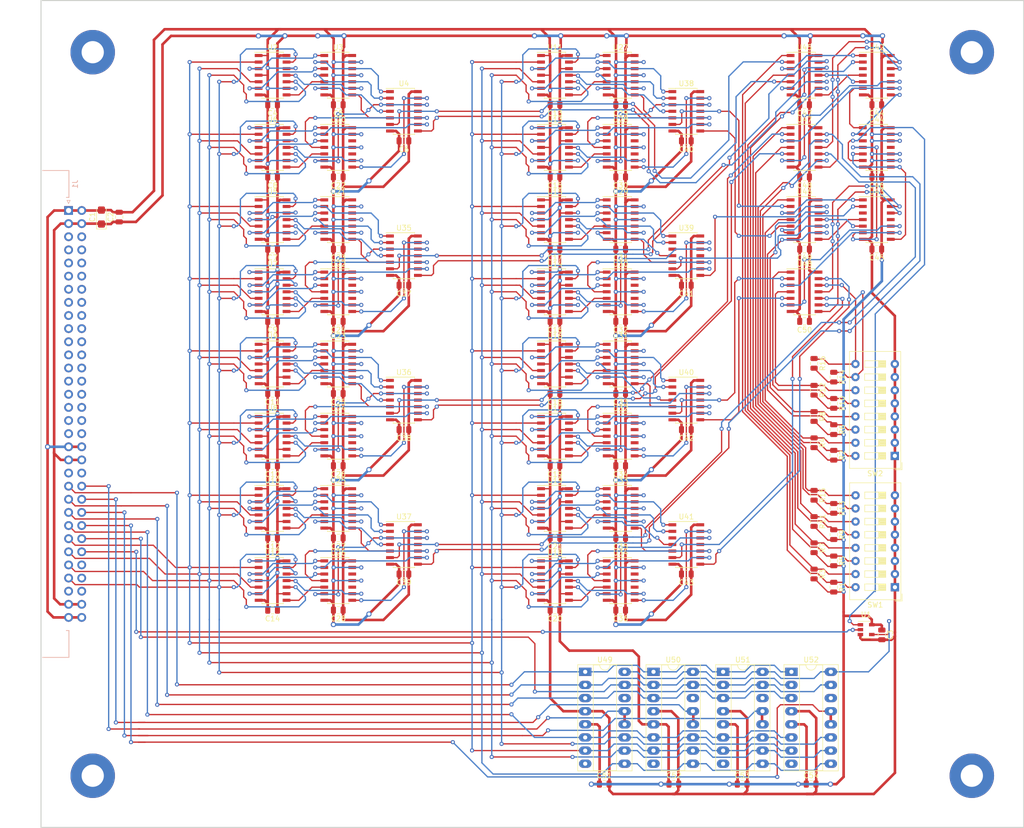
<source format=kicad_pcb>
(kicad_pcb (version 20171130) (host pcbnew 5.0.2-bee76a0~70~ubuntu16.04.1)
  (layers (0 F.Cu signal) (31 B.Cu signal) (34 B.Paste user hide) (35 F.Paste user hide) (36 B.SilkS user) (37 F.SilkS user) (38 B.Mask user) (39 F.Mask user) (44 Edge.Cuts user))
  (net 0 "")
  (net 1 GND)
  (net 2 "Net-(J1-Pada3)")
  (net 3 "Net-(J1-Padb3)")
  (net 4 "Net-(J1-Pada4)")
  (net 5 "Net-(J1-Padb4)")
  (net 6 "Net-(J1-Pada5)")
  (net 7 "Net-(J1-Padb5)")
  (net 8 "Net-(J1-Pada6)")
  (net 9 "Net-(J1-Padb6)")
  (net 10 "Net-(J1-Pada7)")
  (net 11 "Net-(J1-Padb7)")
  (net 12 "Net-(J1-Pada8)")
  (net 13 "Net-(J1-Padb8)")
  (net 14 "Net-(J1-Pada9)")
  (net 15 "Net-(J1-Padb9)")
  (net 16 "Net-(J1-Pada10)")
  (net 17 "Net-(J1-Padb10)")
  (net 18 "Net-(J1-Pada11)")
  (net 19 "Net-(J1-Padb11)")
  (net 20 "Net-(J1-Pada12)")
  (net 21 "Net-(J1-Padb12)")
  (net 22 "Net-(J1-Pada13)")
  (net 23 "Net-(J1-Padb13)")
  (net 24 "Net-(J1-Pada14)")
  (net 25 "Net-(J1-Padb14)")
  (net 26 "Net-(J1-Pada15)")
  (net 27 "Net-(J1-Padb15)")
  (net 28 "Net-(J1-Pada16)")
  (net 29 "Net-(J1-Padb16)")
  (net 30 "Net-(J1-Pada17)")
  (net 31 "Net-(J1-Padb17)")
  (net 32 "Net-(J1-Pada18)")
  (net 33 "Net-(J1-Padb18)")
  (net 34 "Net-(J1-Pada21)")
  (net 35 "Net-(J1-Padb21)")
  (net 36 /RAM_A0)
  (net 37 /RAM_D0)
  (net 38 /RAM_A1)
  (net 39 /RAM_D1)
  (net 40 /RAM_A2)
  (net 41 /RAM_D2)
  (net 42 /RAM_A3)
  (net 43 /RAM_D3)
  (net 44 /RAM_A4)
  (net 45 /RAM_RW)
  (net 46 /RAM_A5)
  (net 47 /RAM_WE)
  (net 48 /RAM_A6)
  (net 49 "Net-(J1-Padb28)")
  (net 50 /RAM_A7)
  (net 51 "Net-(J1-Padb29)")
  (net 52 "Net-(J1-Pada30)")
  (net 53 "Net-(J1-Padb30)")
  (net 54 /sheet5CBF05D3/A0)
  (net 55 /sheet5CBF05D3/A8)
  (net 56 /sheet5CBF05D3/A1)
  (net 57 /sheet5CBF05D3/A9)
  (net 58 /sheet5CBF05D3/A2)
  (net 59 /sheet5CBF05D3/A10)
  (net 60 /sheet5CBF05D3/A3)
  (net 61 /sheet5CBF05D3/A11)
  (net 62 /sheet5CBF05D3/A4)
  (net 63 /sheet5CBF05D3/A12)
  (net 64 /sheet5CBF05D3/A5)
  (net 65 /sheet5CBF05D3/A13)
  (net 66 /sheet5CBF05D3/A6)
  (net 67 /sheet5CBF05D3/A14)
  (net 68 /sheet5CBF05D3/A7)
  (net 69 /sheet5CBF05D3/A15)
  (net 70 /sheet5CBA2603/Q0)
  (net 71 "/Memory block/~CS")
  (net 72 "/Address comparator/4-bitwise NOT/A3")
  (net 73 "/Address comparator/4-bitwise NOT/A2")
  (net 74 "/Address comparator/4-bitwise NOT/A1")
  (net 75 "/Address comparator/4-bitwise NOT/A0")
  (net 76 "/Address comparator/2x  Quad AND/A0")
  (net 77 "/Address comparator/2x  Quad AND/A1")
  (net 78 "/Address comparator/2x  Quad AND/A2")
  (net 79 "/Address comparator/2x  Quad AND/A3")
  (net 80 "Net-(U3-Pad10)")
  (net 81 "Net-(U3-Pad12)")
  (net 82 "/Address comparator/2x  Quad AND/B3")
  (net 83 "/Address comparator/2x  Quad AND/B2")
  (net 84 "/Address comparator/2x  Quad AND/B1")
  (net 85 "/Address comparator/2x  Quad AND/B0")
  (net 86 /sheet5CBF05D3/B1)
  (net 87 /sheet5CBF05D3/B0)
  (net 88 "/Address comparator/sheet5CD03CAA/A0")
  (net 89 "/Address comparator/sheet5CD03CAA/A1")
  (net 90 "/Address comparator/sheet5CD03CAA/A2")
  (net 91 "/Address comparator/sheet5CD03CAA/A3")
  (net 92 "/Address comparator/sheet5CCFCFC3/A0")
  (net 93 "/Address comparator/sheet5CCFCFC3/A1")
  (net 94 "/Address comparator/sheet5CCFCFC3/A2")
  (net 95 "/Address comparator/sheet5CCFCFC3/A3")
  (net 96 "/Address comparator/sheet5CD0A991/A0")
  (net 97 "/Address comparator/sheet5CD0A991/A1")
  (net 98 "/Address comparator/sheet5CD0A991/A2")
  (net 99 "/Address comparator/sheet5CD0A991/A3")
  (net 100 "/Address comparator/sheet5CD11685/A0")
  (net 101 "/Address comparator/sheet5CD11685/A1")
  (net 102 "/Address comparator/sheet5CD11685/A2")
  (net 103 "/Address comparator/sheet5CD11685/A3")
  (net 104 "/Address comparator/sheet5CD11684/A0")
  (net 105 "/Address comparator/sheet5CD11684/A1")
  (net 106 "/Address comparator/sheet5CD11684/A2")
  (net 107 "/Address comparator/sheet5CD11684/A3")
  (net 108 "/Address comparator/sheet5CD11686/A0")
  (net 109 "/Address comparator/sheet5CD11686/A1")
  (net 110 "/Address comparator/sheet5CD11686/A2")
  (net 111 "/Address comparator/sheet5CD11686/A3")
  (net 112 "/Address comparator/sheet5CD1837A/A0")
  (net 113 "/Address comparator/sheet5CD1837A/A1")
  (net 114 "/Address comparator/sheet5CD1837A/A2")
  (net 115 "/Address comparator/sheet5CD1837A/A3")
  (net 116 "/Address comparator/sheet5CD11687/A0")
  (net 117 "/Address comparator/sheet5CD11687/A1")
  (net 118 "/Address comparator/sheet5CD11687/A2")
  (net 119 "/Address comparator/sheet5CD11687/A3")
  (net 120 "/Address comparator/sheet5CD1837B/A0")
  (net 121 "/Address comparator/sheet5CD1837B/A1")
  (net 122 "/Address comparator/sheet5CD1837B/A2")
  (net 123 "/Address comparator/sheet5CD1837B/A3")
  (net 124 "/Address comparator/sheet5CD1837D/A0")
  (net 125 "/Address comparator/sheet5CD1837D/A1")
  (net 126 "/Address comparator/sheet5CD1837D/A2")
  (net 127 "/Address comparator/sheet5CD1837D/A3")
  (net 128 "/Address comparator/sheet5CD1837C/A0")
  (net 129 "/Address comparator/sheet5CD1837C/A1")
  (net 130 "/Address comparator/sheet5CD1837C/A2")
  (net 131 "/Address comparator/sheet5CD1837C/A3")
  (net 132 "/Address comparator/sheet5CD1F070/A3")
  (net 133 "/Address comparator/sheet5CD1F070/A2")
  (net 134 "/Address comparator/sheet5CD1F070/A1")
  (net 135 "/Address comparator/sheet5CD1F070/A0")
  (net 136 "/Address comparator/sheet5CD1F071/A3")
  (net 137 "/Address comparator/sheet5CD1F071/A2")
  (net 138 "/Address comparator/sheet5CD1F071/A1")
  (net 139 "/Address comparator/sheet5CD1F071/A0")
  (net 140 "/Address comparator/sheet5CD1F073/A3")
  (net 141 "/Address comparator/sheet5CD1F073/A2")
  (net 142 "/Address comparator/sheet5CD1F073/A1")
  (net 143 "/Address comparator/sheet5CD1F073/A0")
  (net 144 "/Address comparator/sheet5CD1F072/A3")
  (net 145 "/Address comparator/sheet5CD1F072/A2")
  (net 146 "/Address comparator/sheet5CD1F072/A1")
  (net 147 "/Address comparator/sheet5CD1F072/A0")
  (net 148 "Net-(U20-Pad12)")
  (net 149 "Net-(U20-Pad10)")
  (net 150 "Net-(U21-Pad12)")
  (net 151 "Net-(U21-Pad10)")
  (net 152 "/Address comparator/sheet5CD28477/A3")
  (net 153 "/Address comparator/sheet5CD28477/A2")
  (net 154 "/Address comparator/sheet5CD28477/A1")
  (net 155 "/Address comparator/sheet5CD28477/A0")
  (net 156 "Net-(U22-Pad12)")
  (net 157 "Net-(U22-Pad10)")
  (net 158 "/Address comparator/sheet5CD28477/B3")
  (net 159 "/Address comparator/sheet5CD28477/B2")
  (net 160 "/Address comparator/sheet5CD28477/B1")
  (net 161 "/Address comparator/sheet5CD28477/B0")
  (net 162 "Net-(U23-Pad12)")
  (net 163 "Net-(U23-Pad10)")
  (net 164 "/Address comparator/sheet5CD2F160/A3")
  (net 165 "/Address comparator/sheet5CD2F160/A2")
  (net 166 "/Address comparator/sheet5CD2F160/A1")
  (net 167 "/Address comparator/sheet5CD2F160/A0")
  (net 168 "Net-(U24-Pad12)")
  (net 169 "Net-(U24-Pad10)")
  (net 170 "/Address comparator/sheet5CD2F160/B3")
  (net 171 "/Address comparator/sheet5CD2F160/B2")
  (net 172 "/Address comparator/sheet5CD2F160/B1")
  (net 173 "/Address comparator/sheet5CD2F160/B0")
  (net 174 "Net-(U25-Pad12)")
  (net 175 "Net-(U25-Pad10)")
  (net 176 "/Address comparator/sheet5CD35E49/A3")
  (net 177 "/Address comparator/sheet5CD35E49/A2")
  (net 178 "/Address comparator/sheet5CD35E49/A1")
  (net 179 "/Address comparator/sheet5CD35E49/A0")
  (net 180 "Net-(U26-Pad12)")
  (net 181 "Net-(U26-Pad10)")
  (net 182 "/Address comparator/sheet5CD35E49/B3")
  (net 183 "/Address comparator/sheet5CD35E49/B2")
  (net 184 "/Address comparator/sheet5CD35E49/B1")
  (net 185 "/Address comparator/sheet5CD35E49/B0")
  (net 186 "Net-(U27-Pad12)")
  (net 187 "Net-(U27-Pad10)")
  (net 188 "/Address comparator/sheet5CD3CB46/A3")
  (net 189 "/Address comparator/sheet5CD3CB46/A2")
  (net 190 "/Address comparator/sheet5CD3CB46/A1")
  (net 191 "/Address comparator/sheet5CD3CB46/A0")
  (net 192 "Net-(U28-Pad12)")
  (net 193 "Net-(U28-Pad10)")
  (net 194 "/Address comparator/sheet5CD3CB46/B3")
  (net 195 "/Address comparator/sheet5CD3CB46/B2")
  (net 196 "/Address comparator/sheet5CD3CB46/B1")
  (net 197 "/Address comparator/sheet5CD3CB46/B0")
  (net 198 "Net-(U29-Pad12)")
  (net 199 "Net-(U29-Pad10)")
  (net 200 "/Address comparator/sheet5CD3CB47/A3")
  (net 201 "/Address comparator/sheet5CD3CB47/A2")
  (net 202 "/Address comparator/sheet5CD3CB47/A1")
  (net 203 "/Address comparator/sheet5CD3CB47/A0")
  (net 204 "/Address comparator/sheet5CD3CB47/B0")
  (net 205 "/Address comparator/sheet5CD3CB47/B1")
  (net 206 "/Address comparator/sheet5CD3CB47/B2")
  (net 207 "/Address comparator/sheet5CD3CB47/B3")
  (net 208 "Net-(U30-Pad10)")
  (net 209 "Net-(U30-Pad12)")
  (net 210 "/Address comparator/sheet5CD3CB48/A0")
  (net 211 "/Address comparator/sheet5CD3CB48/A1")
  (net 212 "/Address comparator/sheet5CD3CB48/A2")
  (net 213 "/Address comparator/sheet5CD3CB48/A3")
  (net 214 "Net-(U31-Pad10)")
  (net 215 "Net-(U31-Pad12)")
  (net 216 "/Address comparator/sheet5CD3CB48/B0")
  (net 217 "/Address comparator/sheet5CD3CB48/B1")
  (net 218 "/Address comparator/sheet5CD3CB48/B2")
  (net 219 "/Address comparator/sheet5CD3CB48/B3")
  (net 220 "Net-(U32-Pad10)")
  (net 221 "Net-(U32-Pad12)")
  (net 222 "/Address comparator/sheet5CD3CB49/A0")
  (net 223 "/Address comparator/sheet5CD3CB49/A1")
  (net 224 "/Address comparator/sheet5CD3CB49/A2")
  (net 225 "/Address comparator/sheet5CD3CB49/A3")
  (net 226 "Net-(U33-Pad10)")
  (net 227 "Net-(U33-Pad12)")
  (net 228 "/Address comparator/sheet5CD3CB49/B0")
  (net 229 "/Address comparator/sheet5CD3CB49/B1")
  (net 230 "/Address comparator/sheet5CD3CB49/B2")
  (net 231 "/Address comparator/sheet5CD3CB49/B3")
  (net 232 "Net-(U34-Pad10)")
  (net 233 "Net-(U34-Pad12)")
  (net 234 /sheet5CBF05D3/B2)
  (net 235 /sheet5CBF05D3/B3)
  (net 236 /sheet5CBF05D3/B4)
  (net 237 /sheet5CBF05D3/B5)
  (net 238 /sheet5CBF05D3/B6)
  (net 239 /sheet5CBF05D3/B7)
  (net 240 /sheet5CBF05D3/B8)
  (net 241 /sheet5CBF05D3/B9)
  (net 242 /sheet5CBF05D3/B10)
  (net 243 /sheet5CBF05D3/B11)
  (net 244 /sheet5CBF05D3/B12)
  (net 245 /sheet5CBF05D3/B13)
  (net 246 /sheet5CBF05D3/B14)
  (net 247 /sheet5CBF05D3/B15)
  (net 248 /sheet5CBA2603/A0)
  (net 249 /sheet5CBA2603/A1)
  (net 250 /sheet5CBA2603/A2)
  (net 251 /sheet5CBA2603/A3)
  (net 252 "Net-(U42-Pad6)")
  (net 253 "Net-(U42-Pad8)")
  (net 254 /sheet5CBA2603/A4)
  (net 255 /sheet5CBA2603/A5)
  (net 256 /sheet5CBA2603/A6)
  (net 257 /sheet5CBA2603/A7)
  (net 258 /sheet5CBA2603/A15)
  (net 259 /sheet5CBA2603/A14)
  (net 260 /sheet5CBA2603/A13)
  (net 261 /sheet5CBA2603/A12)
  (net 262 /sheet5CBA2603/A8)
  (net 263 /sheet5CBA2603/A9)
  (net 264 /sheet5CBA2603/A10)
  (net 265 /sheet5CBA2603/A11)
  (net 266 "Net-(U44-Pad8)")
  (net 267 VCC)
  (net 268 "Net-(U49-Pad14)")
  (net 269 "Net-(U49-Pad8)")
  (net 270 "Net-(U50-Pad14)")
  (net 271 "Net-(U50-Pad8)")
  (net 272 "Net-(U51-Pad14)")
  (net 273 "Net-(U51-Pad8)")
  (net 274 "Net-(U52-Pad14)")
  (net 275 "Net-(U52-Pad8)")
  (net 276 "Net-(U43-Pad8)")
  (net 277 "Net-(U43-Pad6)")
  (module MountingHole:MountingHole_4.3mm_M4_Pad (layer F.Cu) (at 60 170)
    (fp_text reference REF** hide)
    (fp_text value MountingHole_4.3mm_M4_Pad)
    (pad "" thru_hole circle (at 0 0) (size 8.6 8.6) (drill 4.3) (layers *.Cu *.Mask))
  )
  (module MountingHole:MountingHole_4.3mm_M4_Pad (layer F.Cu) (at 230 170)
    (fp_text reference REF** hide)
    (fp_text value MountingHole_4.3mm_M4_Pad)
    (pad "" thru_hole circle (at 0 0) (size 8.6 8.6) (drill 4.3) (layers *.Cu *.Mask))
  )
  (module MountingHole:MountingHole_4.3mm_M4_Pad (layer F.Cu) (at 230 30)
    (fp_text reference REF** hide)
    (fp_text value MountingHole_4.3mm_M4_Pad)
    (pad "" thru_hole circle (at 0 0) (size 8.6 8.6) (drill 4.3) (layers *.Cu *.Mask))
  )
  (module Capacitor_SMD:C_0805_2012Metric (layer F.Cu) (at 162.091001 40.165001 180)
    (fp_text reference C29 (at 0 -1.65 180) (layer F.SilkS))
    (fp_text value 100n)
    (pad 2 smd roundrect (at 0.9375 0 180) (size 0.975 1.4) (layers F.Cu F.Paste F.Mask) (net 1 GND))
    (pad 1 smd roundrect (at -0.9375 0 180) (size 0.975 1.4) (layers F.Cu F.Paste F.Mask) (net 267 VCC))
  )
  (module Package_SO:SOIC-14_3.9x8.7mm_P1.27mm (layer F.Cu) (at 162.091001 62.390001)
    (fp_text reference U29 (at 0 -5.375) (layer F.SilkS))
    (fp_text value 74HC04)
    (pad 1 smd rect (at -2.7 -3.81) (size 1.5 0.6) (layers F.Cu F.Paste F.Mask) (net 128 "/Address comparator/sheet5CD1837C/A0"))
    (pad 2 smd rect (at -2.7 -2.54) (size 1.5 0.6) (layers F.Cu F.Paste F.Mask) (net 203 "/Address comparator/sheet5CD3CB47/A0"))
    (pad 3 smd rect (at -2.7 -1.27) (size 1.5 0.6) (layers F.Cu F.Paste F.Mask) (net 129 "/Address comparator/sheet5CD1837C/A1"))
    (pad 4 smd rect (at -2.7 0) (size 1.5 0.6) (layers F.Cu F.Paste F.Mask) (net 202 "/Address comparator/sheet5CD3CB47/A1"))
    (pad 5 smd rect (at -2.7 1.27) (size 1.5 0.6) (layers F.Cu F.Paste F.Mask) (net 130 "/Address comparator/sheet5CD1837C/A2"))
    (pad 6 smd rect (at -2.7 2.54) (size 1.5 0.6) (layers F.Cu F.Paste F.Mask) (net 201 "/Address comparator/sheet5CD3CB47/A2"))
    (pad 7 smd rect (at -2.7 3.81) (size 1.5 0.6) (layers F.Cu F.Paste F.Mask) (net 1 GND))
    (pad 8 smd rect (at 2.7 3.81) (size 1.5 0.6) (layers F.Cu F.Paste F.Mask) (net 200 "/Address comparator/sheet5CD3CB47/A3"))
    (pad 9 smd rect (at 2.7 2.54) (size 1.5 0.6) (layers F.Cu F.Paste F.Mask) (net 131 "/Address comparator/sheet5CD1837C/A3"))
    (pad 10 smd rect (at 2.7 1.27) (size 1.5 0.6) (layers F.Cu F.Paste F.Mask) (net 199 "Net-(U29-Pad10)"))
    (pad 11 smd rect (at 2.7 0) (size 1.5 0.6) (layers F.Cu F.Paste F.Mask) (net 1 GND))
    (pad 12 smd rect (at 2.7 -1.27) (size 1.5 0.6) (layers F.Cu F.Paste F.Mask) (net 198 "Net-(U29-Pad12)"))
    (pad 13 smd rect (at 2.7 -2.54) (size 1.5 0.6) (layers F.Cu F.Paste F.Mask) (net 1 GND))
    (pad 14 smd rect (at 2.7 -3.81) (size 1.5 0.6) (layers F.Cu F.Paste F.Mask) (net 267 VCC))
  )
  (module Package_SO:SOIC-14_3.9x8.7mm_P1.27mm (layer F.Cu) (at 162.091001 90.330001)
    (fp_text reference U31 (at 0 -5.375) (layer F.SilkS))
    (fp_text value 74HC04)
    (pad 1 smd rect (at -2.7 -3.81) (size 1.5 0.6) (layers F.Cu F.Paste F.Mask) (net 135 "/Address comparator/sheet5CD1F070/A0"))
    (pad 2 smd rect (at -2.7 -2.54) (size 1.5 0.6) (layers F.Cu F.Paste F.Mask) (net 210 "/Address comparator/sheet5CD3CB48/A0"))
    (pad 3 smd rect (at -2.7 -1.27) (size 1.5 0.6) (layers F.Cu F.Paste F.Mask) (net 134 "/Address comparator/sheet5CD1F070/A1"))
    (pad 4 smd rect (at -2.7 0) (size 1.5 0.6) (layers F.Cu F.Paste F.Mask) (net 211 "/Address comparator/sheet5CD3CB48/A1"))
    (pad 5 smd rect (at -2.7 1.27) (size 1.5 0.6) (layers F.Cu F.Paste F.Mask) (net 133 "/Address comparator/sheet5CD1F070/A2"))
    (pad 6 smd rect (at -2.7 2.54) (size 1.5 0.6) (layers F.Cu F.Paste F.Mask) (net 212 "/Address comparator/sheet5CD3CB48/A2"))
    (pad 7 smd rect (at -2.7 3.81) (size 1.5 0.6) (layers F.Cu F.Paste F.Mask) (net 1 GND))
    (pad 8 smd rect (at 2.7 3.81) (size 1.5 0.6) (layers F.Cu F.Paste F.Mask) (net 213 "/Address comparator/sheet5CD3CB48/A3"))
    (pad 9 smd rect (at 2.7 2.54) (size 1.5 0.6) (layers F.Cu F.Paste F.Mask) (net 132 "/Address comparator/sheet5CD1F070/A3"))
    (pad 10 smd rect (at 2.7 1.27) (size 1.5 0.6) (layers F.Cu F.Paste F.Mask) (net 214 "Net-(U31-Pad10)"))
    (pad 11 smd rect (at 2.7 0) (size 1.5 0.6) (layers F.Cu F.Paste F.Mask) (net 1 GND))
    (pad 12 smd rect (at 2.7 -1.27) (size 1.5 0.6) (layers F.Cu F.Paste F.Mask) (net 215 "Net-(U31-Pad12)"))
    (pad 13 smd rect (at 2.7 -2.54) (size 1.5 0.6) (layers F.Cu F.Paste F.Mask) (net 1 GND))
    (pad 14 smd rect (at 2.7 -3.81) (size 1.5 0.6) (layers F.Cu F.Paste F.Mask) (net 267 VCC))
  )
  (module Package_SO:SOIC-14_3.9x8.7mm_P1.27mm (layer F.Cu) (at 149.391001 76.360001)
    (fp_text reference U14 (at 0 -5.375) (layer F.SilkS))
    (fp_text value 74HC86)
    (pad 1 smd rect (at -2.7 -3.81) (size 1.5 0.6) (layers F.Cu F.Paste F.Mask) (net 267 VCC))
    (pad 2 smd rect (at -2.7 -2.54) (size 1.5 0.6) (layers F.Cu F.Paste F.Mask) (net 44 /RAM_A4))
    (pad 3 smd rect (at -2.7 -1.27) (size 1.5 0.6) (layers F.Cu F.Paste F.Mask) (net 124 "/Address comparator/sheet5CD1837D/A0"))
    (pad 4 smd rect (at -2.7 0) (size 1.5 0.6) (layers F.Cu F.Paste F.Mask) (net 267 VCC))
    (pad 5 smd rect (at -2.7 1.27) (size 1.5 0.6) (layers F.Cu F.Paste F.Mask) (net 46 /RAM_A5))
    (pad 6 smd rect (at -2.7 2.54) (size 1.5 0.6) (layers F.Cu F.Paste F.Mask) (net 125 "/Address comparator/sheet5CD1837D/A1"))
    (pad 7 smd rect (at -2.7 3.81) (size 1.5 0.6) (layers F.Cu F.Paste F.Mask) (net 1 GND))
    (pad 8 smd rect (at 2.7 3.81) (size 1.5 0.6) (layers F.Cu F.Paste F.Mask) (net 126 "/Address comparator/sheet5CD1837D/A2"))
    (pad 9 smd rect (at 2.7 2.54) (size 1.5 0.6) (layers F.Cu F.Paste F.Mask) (net 1 GND))
    (pad 10 smd rect (at 2.7 1.27) (size 1.5 0.6) (layers F.Cu F.Paste F.Mask) (net 48 /RAM_A6))
    (pad 11 smd rect (at 2.7 0) (size 1.5 0.6) (layers F.Cu F.Paste F.Mask) (net 127 "/Address comparator/sheet5CD1837D/A3"))
    (pad 12 smd rect (at 2.7 -1.27) (size 1.5 0.6) (layers F.Cu F.Paste F.Mask) (net 267 VCC))
    (pad 13 smd rect (at 2.7 -2.54) (size 1.5 0.6) (layers F.Cu F.Paste F.Mask) (net 50 /RAM_A7))
    (pad 14 smd rect (at 2.7 -3.81) (size 1.5 0.6) (layers F.Cu F.Paste F.Mask) (net 267 VCC))
  )
  (module Capacitor_SMD:C_0805_2012Metric (layer F.Cu) (at 149.391001 137.955001 180)
    (fp_text reference C20 (at 0 -1.65 180) (layer F.SilkS))
    (fp_text value 100n)
    (pad 2 smd roundrect (at 0.9375 0 180) (size 0.975 1.4) (layers F.Cu F.Paste F.Mask) (net 1 GND))
    (pad 1 smd roundrect (at -0.9375 0 180) (size 0.975 1.4) (layers F.Cu F.Paste F.Mask) (net 267 VCC))
  )
  (module Capacitor_SMD:C_0805_2012Metric (layer F.Cu) (at 162.091001 96.045001 180)
    (fp_text reference C33 (at 0 -1.65 180) (layer F.SilkS))
    (fp_text value 100n)
    (pad 1 smd roundrect (at -0.9375 0 180) (size 0.975 1.4) (layers F.Cu F.Paste F.Mask) (net 267 VCC))
    (pad 2 smd roundrect (at 0.9375 0 180) (size 0.975 1.4) (layers F.Cu F.Paste F.Mask) (net 1 GND))
  )
  (module Capacitor_SMD:C_0805_2012Metric (layer F.Cu) (at 162.091001 123.985001 180)
    (fp_text reference C35 (at 0 -1.65 180) (layer F.SilkS))
    (fp_text value 100n)
    (pad 2 smd roundrect (at 0.9375 0 180) (size 0.975 1.4) (layers F.Cu F.Paste F.Mask) (net 1 GND))
    (pad 1 smd roundrect (at -0.9375 0 180) (size 0.975 1.4) (layers F.Cu F.Paste F.Mask) (net 267 VCC))
  )
  (module Package_SO:SOIC-14_3.9x8.7mm_P1.27mm (layer F.Cu) (at 149.391001 132.240001)
    (fp_text reference U18 (at 0 -5.375) (layer F.SilkS))
    (fp_text value 74HC86)
    (pad 14 smd rect (at 2.7 -3.81) (size 1.5 0.6) (layers F.Cu F.Paste F.Mask) (net 267 VCC))
    (pad 13 smd rect (at 2.7 -2.54) (size 1.5 0.6) (layers F.Cu F.Paste F.Mask) (net 50 /RAM_A7))
    (pad 12 smd rect (at 2.7 -1.27) (size 1.5 0.6) (layers F.Cu F.Paste F.Mask) (net 267 VCC))
    (pad 11 smd rect (at 2.7 0) (size 1.5 0.6) (layers F.Cu F.Paste F.Mask) (net 140 "/Address comparator/sheet5CD1F073/A3"))
    (pad 10 smd rect (at 2.7 1.27) (size 1.5 0.6) (layers F.Cu F.Paste F.Mask) (net 48 /RAM_A6))
    (pad 9 smd rect (at 2.7 2.54) (size 1.5 0.6) (layers F.Cu F.Paste F.Mask) (net 267 VCC))
    (pad 8 smd rect (at 2.7 3.81) (size 1.5 0.6) (layers F.Cu F.Paste F.Mask) (net 141 "/Address comparator/sheet5CD1F073/A2"))
    (pad 7 smd rect (at -2.7 3.81) (size 1.5 0.6) (layers F.Cu F.Paste F.Mask) (net 1 GND))
    (pad 6 smd rect (at -2.7 2.54) (size 1.5 0.6) (layers F.Cu F.Paste F.Mask) (net 142 "/Address comparator/sheet5CD1F073/A1"))
    (pad 5 smd rect (at -2.7 1.27) (size 1.5 0.6) (layers F.Cu F.Paste F.Mask) (net 46 /RAM_A5))
    (pad 4 smd rect (at -2.7 0) (size 1.5 0.6) (layers F.Cu F.Paste F.Mask) (net 267 VCC))
    (pad 3 smd rect (at -2.7 -1.27) (size 1.5 0.6) (layers F.Cu F.Paste F.Mask) (net 143 "/Address comparator/sheet5CD1F073/A0"))
    (pad 2 smd rect (at -2.7 -2.54) (size 1.5 0.6) (layers F.Cu F.Paste F.Mask) (net 44 /RAM_A4))
    (pad 1 smd rect (at -2.7 -3.81) (size 1.5 0.6) (layers F.Cu F.Paste F.Mask) (net 267 VCC))
  )
  (module Package_SO:SOIC-14_3.9x8.7mm_P1.27mm (layer F.Cu) (at 162.091001 118.270001)
    (fp_text reference U33 (at 0 -5.375) (layer F.SilkS))
    (fp_text value 74HC04)
    (pad 14 smd rect (at 2.7 -3.81) (size 1.5 0.6) (layers F.Cu F.Paste F.Mask) (net 267 VCC))
    (pad 13 smd rect (at 2.7 -2.54) (size 1.5 0.6) (layers F.Cu F.Paste F.Mask) (net 1 GND))
    (pad 12 smd rect (at 2.7 -1.27) (size 1.5 0.6) (layers F.Cu F.Paste F.Mask) (net 227 "Net-(U33-Pad12)"))
    (pad 11 smd rect (at 2.7 0) (size 1.5 0.6) (layers F.Cu F.Paste F.Mask) (net 1 GND))
    (pad 10 smd rect (at 2.7 1.27) (size 1.5 0.6) (layers F.Cu F.Paste F.Mask) (net 226 "Net-(U33-Pad10)"))
    (pad 9 smd rect (at 2.7 2.54) (size 1.5 0.6) (layers F.Cu F.Paste F.Mask) (net 144 "/Address comparator/sheet5CD1F072/A3"))
    (pad 8 smd rect (at 2.7 3.81) (size 1.5 0.6) (layers F.Cu F.Paste F.Mask) (net 225 "/Address comparator/sheet5CD3CB49/A3"))
    (pad 7 smd rect (at -2.7 3.81) (size 1.5 0.6) (layers F.Cu F.Paste F.Mask) (net 1 GND))
    (pad 6 smd rect (at -2.7 2.54) (size 1.5 0.6) (layers F.Cu F.Paste F.Mask) (net 224 "/Address comparator/sheet5CD3CB49/A2"))
    (pad 5 smd rect (at -2.7 1.27) (size 1.5 0.6) (layers F.Cu F.Paste F.Mask) (net 145 "/Address comparator/sheet5CD1F072/A2"))
    (pad 4 smd rect (at -2.7 0) (size 1.5 0.6) (layers F.Cu F.Paste F.Mask) (net 223 "/Address comparator/sheet5CD3CB49/A1"))
    (pad 3 smd rect (at -2.7 -1.27) (size 1.5 0.6) (layers F.Cu F.Paste F.Mask) (net 146 "/Address comparator/sheet5CD1F072/A1"))
    (pad 2 smd rect (at -2.7 -2.54) (size 1.5 0.6) (layers F.Cu F.Paste F.Mask) (net 222 "/Address comparator/sheet5CD3CB49/A0"))
    (pad 1 smd rect (at -2.7 -3.81) (size 1.5 0.6) (layers F.Cu F.Paste F.Mask) (net 147 "/Address comparator/sheet5CD1F072/A0"))
  )
  (module Package_SO:SOIC-14_3.9x8.7mm_P1.27mm (layer F.Cu) (at 174.791001 69.375001)
    (fp_text reference U39 (at 0 -5.375) (layer F.SilkS))
    (fp_text value 74HC21)
    (pad 14 smd rect (at 2.7 -3.81) (size 1.5 0.6) (layers F.Cu F.Paste F.Mask) (net 267 VCC))
    (pad 13 smd rect (at 2.7 -2.54) (size 1.5 0.6) (layers F.Cu F.Paste F.Mask) (net 207 "/Address comparator/sheet5CD3CB47/B3"))
    (pad 12 smd rect (at 2.7 -1.27) (size 1.5 0.6) (layers F.Cu F.Paste F.Mask) (net 206 "/Address comparator/sheet5CD3CB47/B2"))
    (pad 11 smd rect (at 2.7 0) (size 1.5 0.6) (layers F.Cu F.Paste F.Mask))
    (pad 10 smd rect (at 2.7 1.27) (size 1.5 0.6) (layers F.Cu F.Paste F.Mask) (net 205 "/Address comparator/sheet5CD3CB47/B1"))
    (pad 9 smd rect (at 2.7 2.54) (size 1.5 0.6) (layers F.Cu F.Paste F.Mask) (net 204 "/Address comparator/sheet5CD3CB47/B0"))
    (pad 8 smd rect (at 2.7 3.81) (size 1.5 0.6) (layers F.Cu F.Paste F.Mask) (net 243 /sheet5CBF05D3/B11))
    (pad 7 smd rect (at -2.7 3.81) (size 1.5 0.6) (layers F.Cu F.Paste F.Mask) (net 1 GND))
    (pad 6 smd rect (at -2.7 2.54) (size 1.5 0.6) (layers F.Cu F.Paste F.Mask) (net 242 /sheet5CBF05D3/B10))
    (pad 5 smd rect (at -2.7 1.27) (size 1.5 0.6) (layers F.Cu F.Paste F.Mask) (net 200 "/Address comparator/sheet5CD3CB47/A3"))
    (pad 4 smd rect (at -2.7 0) (size 1.5 0.6) (layers F.Cu F.Paste F.Mask) (net 201 "/Address comparator/sheet5CD3CB47/A2"))
    (pad 3 smd rect (at -2.7 -1.27) (size 1.5 0.6) (layers F.Cu F.Paste F.Mask))
    (pad 2 smd rect (at -2.7 -2.54) (size 1.5 0.6) (layers F.Cu F.Paste F.Mask) (net 202 "/Address comparator/sheet5CD3CB47/A1"))
    (pad 1 smd rect (at -2.7 -3.81) (size 1.5 0.6) (layers F.Cu F.Paste F.Mask) (net 203 "/Address comparator/sheet5CD3CB47/A0"))
  )
  (module Capacitor_SMD:C_0805_2012Metric (layer F.Cu) (at 174.791001 103.030001 180)
    (fp_text reference C42 (at 0 -1.65 180) (layer F.SilkS))
    (fp_text value 100n)
    (pad 2 smd roundrect (at 0.9375 0 180) (size 0.975 1.4) (layers F.Cu F.Paste F.Mask) (net 1 GND))
    (pad 1 smd roundrect (at -0.9375 0 180) (size 0.975 1.4) (layers F.Cu F.Paste F.Mask) (net 267 VCC))
  )
  (module Capacitor_SMD:C_0805_2012Metric (layer F.Cu) (at 149.391001 123.985001 180)
    (fp_text reference C21 (at 0 -1.65 180) (layer F.SilkS))
    (fp_text value 100n)
    (pad 1 smd roundrect (at -0.9375 0 180) (size 0.975 1.4) (layers F.Cu F.Paste F.Mask) (net 267 VCC))
    (pad 2 smd roundrect (at 0.9375 0 180) (size 0.975 1.4) (layers F.Cu F.Paste F.Mask) (net 1 GND))
  )
  (module Package_SO:SOIC-14_3.9x8.7mm_P1.27mm (layer F.Cu) (at 149.391001 48.420001)
    (fp_text reference U13 (at 0 -5.375) (layer F.SilkS))
    (fp_text value 74HC86)
    (pad 14 smd rect (at 2.7 -3.81) (size 1.5 0.6) (layers F.Cu F.Paste F.Mask) (net 267 VCC))
    (pad 13 smd rect (at 2.7 -2.54) (size 1.5 0.6) (layers F.Cu F.Paste F.Mask) (net 50 /RAM_A7))
    (pad 12 smd rect (at 2.7 -1.27) (size 1.5 0.6) (layers F.Cu F.Paste F.Mask) (net 267 VCC))
    (pad 11 smd rect (at 2.7 0) (size 1.5 0.6) (layers F.Cu F.Paste F.Mask) (net 123 "/Address comparator/sheet5CD1837B/A3"))
    (pad 10 smd rect (at 2.7 1.27) (size 1.5 0.6) (layers F.Cu F.Paste F.Mask) (net 48 /RAM_A6))
    (pad 9 smd rect (at 2.7 2.54) (size 1.5 0.6) (layers F.Cu F.Paste F.Mask) (net 1 GND))
    (pad 8 smd rect (at 2.7 3.81) (size 1.5 0.6) (layers F.Cu F.Paste F.Mask) (net 122 "/Address comparator/sheet5CD1837B/A2"))
    (pad 7 smd rect (at -2.7 3.81) (size 1.5 0.6) (layers F.Cu F.Paste F.Mask) (net 1 GND))
    (pad 6 smd rect (at -2.7 2.54) (size 1.5 0.6) (layers F.Cu F.Paste F.Mask) (net 121 "/Address comparator/sheet5CD1837B/A1"))
    (pad 5 smd rect (at -2.7 1.27) (size 1.5 0.6) (layers F.Cu F.Paste F.Mask) (net 46 /RAM_A5))
    (pad 4 smd rect (at -2.7 0) (size 1.5 0.6) (layers F.Cu F.Paste F.Mask) (net 1 GND))
    (pad 3 smd rect (at -2.7 -1.27) (size 1.5 0.6) (layers F.Cu F.Paste F.Mask) (net 120 "/Address comparator/sheet5CD1837B/A0"))
    (pad 2 smd rect (at -2.7 -2.54) (size 1.5 0.6) (layers F.Cu F.Paste F.Mask) (net 44 /RAM_A4))
    (pad 1 smd rect (at -2.7 -3.81) (size 1.5 0.6) (layers F.Cu F.Paste F.Mask) (net 267 VCC))
  )
  (module Package_SO:SOIC-14_3.9x8.7mm_P1.27mm (layer F.Cu) (at 149.391001 34.450001)
    (fp_text reference U11 (at 0 -5.375) (layer F.SilkS))
    (fp_text value 74HC86)
    (pad 1 smd rect (at -2.7 -3.81) (size 1.5 0.6) (layers F.Cu F.Paste F.Mask) (net 1 GND))
    (pad 2 smd rect (at -2.7 -2.54) (size 1.5 0.6) (layers F.Cu F.Paste F.Mask) (net 44 /RAM_A4))
    (pad 3 smd rect (at -2.7 -1.27) (size 1.5 0.6) (layers F.Cu F.Paste F.Mask) (net 112 "/Address comparator/sheet5CD1837A/A0"))
    (pad 4 smd rect (at -2.7 0) (size 1.5 0.6) (layers F.Cu F.Paste F.Mask) (net 1 GND))
    (pad 5 smd rect (at -2.7 1.27) (size 1.5 0.6) (layers F.Cu F.Paste F.Mask) (net 46 /RAM_A5))
    (pad 6 smd rect (at -2.7 2.54) (size 1.5 0.6) (layers F.Cu F.Paste F.Mask) (net 113 "/Address comparator/sheet5CD1837A/A1"))
    (pad 7 smd rect (at -2.7 3.81) (size 1.5 0.6) (layers F.Cu F.Paste F.Mask) (net 1 GND))
    (pad 8 smd rect (at 2.7 3.81) (size 1.5 0.6) (layers F.Cu F.Paste F.Mask) (net 114 "/Address comparator/sheet5CD1837A/A2"))
    (pad 9 smd rect (at 2.7 2.54) (size 1.5 0.6) (layers F.Cu F.Paste F.Mask) (net 1 GND))
    (pad 10 smd rect (at 2.7 1.27) (size 1.5 0.6) (layers F.Cu F.Paste F.Mask) (net 48 /RAM_A6))
    (pad 11 smd rect (at 2.7 0) (size 1.5 0.6) (layers F.Cu F.Paste F.Mask) (net 115 "/Address comparator/sheet5CD1837A/A3"))
    (pad 12 smd rect (at 2.7 -1.27) (size 1.5 0.6) (layers F.Cu F.Paste F.Mask) (net 267 VCC))
    (pad 13 smd rect (at 2.7 -2.54) (size 1.5 0.6) (layers F.Cu F.Paste F.Mask) (net 50 /RAM_A7))
    (pad 14 smd rect (at 2.7 -3.81) (size 1.5 0.6) (layers F.Cu F.Paste F.Mask) (net 267 VCC))
  )
  (module Capacitor_SMD:C_0805_2012Metric (layer F.Cu) (at 174.791001 130.970001 180)
    (fp_text reference C43 (at 0 -1.65 180) (layer F.SilkS))
    (fp_text value 100n)
    (pad 1 smd roundrect (at -0.9375 0 180) (size 0.975 1.4) (layers F.Cu F.Paste F.Mask) (net 267 VCC))
    (pad 2 smd roundrect (at 0.9375 0 180) (size 0.975 1.4) (layers F.Cu F.Paste F.Mask) (net 1 GND))
  )
  (module Package_SO:SOIC-14_3.9x8.7mm_P1.27mm (layer F.Cu) (at 162.091001 48.420001)
    (fp_text reference U28 (at 0 -5.375) (layer F.SilkS))
    (fp_text value 74HC04)
    (pad 1 smd rect (at -2.7 -3.81) (size 1.5 0.6) (layers F.Cu F.Paste F.Mask) (net 120 "/Address comparator/sheet5CD1837B/A0"))
    (pad 2 smd rect (at -2.7 -2.54) (size 1.5 0.6) (layers F.Cu F.Paste F.Mask) (net 197 "/Address comparator/sheet5CD3CB46/B0"))
    (pad 3 smd rect (at -2.7 -1.27) (size 1.5 0.6) (layers F.Cu F.Paste F.Mask) (net 121 "/Address comparator/sheet5CD1837B/A1"))
    (pad 4 smd rect (at -2.7 0) (size 1.5 0.6) (layers F.Cu F.Paste F.Mask) (net 196 "/Address comparator/sheet5CD3CB46/B1"))
    (pad 5 smd rect (at -2.7 1.27) (size 1.5 0.6) (layers F.Cu F.Paste F.Mask) (net 122 "/Address comparator/sheet5CD1837B/A2"))
    (pad 6 smd rect (at -2.7 2.54) (size 1.5 0.6) (layers F.Cu F.Paste F.Mask) (net 195 "/Address comparator/sheet5CD3CB46/B2"))
    (pad 7 smd rect (at -2.7 3.81) (size 1.5 0.6) (layers F.Cu F.Paste F.Mask) (net 1 GND))
    (pad 8 smd rect (at 2.7 3.81) (size 1.5 0.6) (layers F.Cu F.Paste F.Mask) (net 194 "/Address comparator/sheet5CD3CB46/B3"))
    (pad 9 smd rect (at 2.7 2.54) (size 1.5 0.6) (layers F.Cu F.Paste F.Mask) (net 123 "/Address comparator/sheet5CD1837B/A3"))
    (pad 10 smd rect (at 2.7 1.27) (size 1.5 0.6) (layers F.Cu F.Paste F.Mask) (net 193 "Net-(U28-Pad10)"))
    (pad 11 smd rect (at 2.7 0) (size 1.5 0.6) (layers F.Cu F.Paste F.Mask) (net 1 GND))
    (pad 12 smd rect (at 2.7 -1.27) (size 1.5 0.6) (layers F.Cu F.Paste F.Mask) (net 192 "Net-(U28-Pad12)"))
    (pad 13 smd rect (at 2.7 -2.54) (size 1.5 0.6) (layers F.Cu F.Paste F.Mask) (net 1 GND))
    (pad 14 smd rect (at 2.7 -3.81) (size 1.5 0.6) (layers F.Cu F.Paste F.Mask) (net 267 VCC))
  )
  (module Package_SO:SOIC-14_3.9x8.7mm_P1.27mm (layer F.Cu) (at 162.091001 104.300001)
    (fp_text reference U32 (at 0 -5.375) (layer F.SilkS))
    (fp_text value 74HC04)
    (pad 14 smd rect (at 2.7 -3.81) (size 1.5 0.6) (layers F.Cu F.Paste F.Mask) (net 267 VCC))
    (pad 13 smd rect (at 2.7 -2.54) (size 1.5 0.6) (layers F.Cu F.Paste F.Mask) (net 1 GND))
    (pad 12 smd rect (at 2.7 -1.27) (size 1.5 0.6) (layers F.Cu F.Paste F.Mask) (net 221 "Net-(U32-Pad12)"))
    (pad 11 smd rect (at 2.7 0) (size 1.5 0.6) (layers F.Cu F.Paste F.Mask) (net 1 GND))
    (pad 10 smd rect (at 2.7 1.27) (size 1.5 0.6) (layers F.Cu F.Paste F.Mask) (net 220 "Net-(U32-Pad10)"))
    (pad 9 smd rect (at 2.7 2.54) (size 1.5 0.6) (layers F.Cu F.Paste F.Mask) (net 136 "/Address comparator/sheet5CD1F071/A3"))
    (pad 8 smd rect (at 2.7 3.81) (size 1.5 0.6) (layers F.Cu F.Paste F.Mask) (net 219 "/Address comparator/sheet5CD3CB48/B3"))
    (pad 7 smd rect (at -2.7 3.81) (size 1.5 0.6) (layers F.Cu F.Paste F.Mask) (net 1 GND))
    (pad 6 smd rect (at -2.7 2.54) (size 1.5 0.6) (layers F.Cu F.Paste F.Mask) (net 218 "/Address comparator/sheet5CD3CB48/B2"))
    (pad 5 smd rect (at -2.7 1.27) (size 1.5 0.6) (layers F.Cu F.Paste F.Mask) (net 137 "/Address comparator/sheet5CD1F071/A2"))
    (pad 4 smd rect (at -2.7 0) (size 1.5 0.6) (layers F.Cu F.Paste F.Mask) (net 217 "/Address comparator/sheet5CD3CB48/B1"))
    (pad 3 smd rect (at -2.7 -1.27) (size 1.5 0.6) (layers F.Cu F.Paste F.Mask) (net 138 "/Address comparator/sheet5CD1F071/A1"))
    (pad 2 smd rect (at -2.7 -2.54) (size 1.5 0.6) (layers F.Cu F.Paste F.Mask) (net 216 "/Address comparator/sheet5CD3CB48/B0"))
    (pad 1 smd rect (at -2.7 -3.81) (size 1.5 0.6) (layers F.Cu F.Paste F.Mask) (net 139 "/Address comparator/sheet5CD1F071/A0"))
  )
  (module Package_SO:SOIC-14_3.9x8.7mm_P1.27mm (layer F.Cu) (at 149.391001 118.270001)
    (fp_text reference U19 (at 0 -5.375) (layer F.SilkS))
    (fp_text value 74HC86)
    (pad 1 smd rect (at -2.7 -3.81) (size 1.5 0.6) (layers F.Cu F.Paste F.Mask) (net 1 GND))
    (pad 2 smd rect (at -2.7 -2.54) (size 1.5 0.6) (layers F.Cu F.Paste F.Mask) (net 44 /RAM_A4))
    (pad 3 smd rect (at -2.7 -1.27) (size 1.5 0.6) (layers F.Cu F.Paste F.Mask) (net 147 "/Address comparator/sheet5CD1F072/A0"))
    (pad 4 smd rect (at -2.7 0) (size 1.5 0.6) (layers F.Cu F.Paste F.Mask) (net 267 VCC))
    (pad 5 smd rect (at -2.7 1.27) (size 1.5 0.6) (layers F.Cu F.Paste F.Mask) (net 46 /RAM_A5))
    (pad 6 smd rect (at -2.7 2.54) (size 1.5 0.6) (layers F.Cu F.Paste F.Mask) (net 146 "/Address comparator/sheet5CD1F072/A1"))
    (pad 7 smd rect (at -2.7 3.81) (size 1.5 0.6) (layers F.Cu F.Paste F.Mask) (net 1 GND))
    (pad 8 smd rect (at 2.7 3.81) (size 1.5 0.6) (layers F.Cu F.Paste F.Mask) (net 145 "/Address comparator/sheet5CD1F072/A2"))
    (pad 9 smd rect (at 2.7 2.54) (size 1.5 0.6) (layers F.Cu F.Paste F.Mask) (net 267 VCC))
    (pad 10 smd rect (at 2.7 1.27) (size 1.5 0.6) (layers F.Cu F.Paste F.Mask) (net 48 /RAM_A6))
    (pad 11 smd rect (at 2.7 0) (size 1.5 0.6) (layers F.Cu F.Paste F.Mask) (net 144 "/Address comparator/sheet5CD1F072/A3"))
    (pad 12 smd rect (at 2.7 -1.27) (size 1.5 0.6) (layers F.Cu F.Paste F.Mask) (net 267 VCC))
    (pad 13 smd rect (at 2.7 -2.54) (size 1.5 0.6) (layers F.Cu F.Paste F.Mask) (net 50 /RAM_A7))
    (pad 14 smd rect (at 2.7 -3.81) (size 1.5 0.6) (layers F.Cu F.Paste F.Mask) (net 267 VCC))
  )
  (module Package_SO:SOIC-14_3.9x8.7mm_P1.27mm (layer F.Cu) (at 149.391001 62.390001)
    (fp_text reference U15 (at 0 -5.375) (layer F.SilkS))
    (fp_text value 74HC86)
    (pad 14 smd rect (at 2.7 -3.81) (size 1.5 0.6) (layers F.Cu F.Paste F.Mask) (net 267 VCC))
    (pad 13 smd rect (at 2.7 -2.54) (size 1.5 0.6) (layers F.Cu F.Paste F.Mask) (net 50 /RAM_A7))
    (pad 12 smd rect (at 2.7 -1.27) (size 1.5 0.6) (layers F.Cu F.Paste F.Mask) (net 267 VCC))
    (pad 11 smd rect (at 2.7 0) (size 1.5 0.6) (layers F.Cu F.Paste F.Mask) (net 131 "/Address comparator/sheet5CD1837C/A3"))
    (pad 10 smd rect (at 2.7 1.27) (size 1.5 0.6) (layers F.Cu F.Paste F.Mask) (net 48 /RAM_A6))
    (pad 9 smd rect (at 2.7 2.54) (size 1.5 0.6) (layers F.Cu F.Paste F.Mask) (net 1 GND))
    (pad 8 smd rect (at 2.7 3.81) (size 1.5 0.6) (layers F.Cu F.Paste F.Mask) (net 130 "/Address comparator/sheet5CD1837C/A2"))
    (pad 7 smd rect (at -2.7 3.81) (size 1.5 0.6) (layers F.Cu F.Paste F.Mask) (net 1 GND))
    (pad 6 smd rect (at -2.7 2.54) (size 1.5 0.6) (layers F.Cu F.Paste F.Mask) (net 129 "/Address comparator/sheet5CD1837C/A1"))
    (pad 5 smd rect (at -2.7 1.27) (size 1.5 0.6) (layers F.Cu F.Paste F.Mask) (net 46 /RAM_A5))
    (pad 4 smd rect (at -2.7 0) (size 1.5 0.6) (layers F.Cu F.Paste F.Mask) (net 267 VCC))
    (pad 3 smd rect (at -2.7 -1.27) (size 1.5 0.6) (layers F.Cu F.Paste F.Mask) (net 128 "/Address comparator/sheet5CD1837C/A0"))
    (pad 2 smd rect (at -2.7 -2.54) (size 1.5 0.6) (layers F.Cu F.Paste F.Mask) (net 44 /RAM_A4))
    (pad 1 smd rect (at -2.7 -3.81) (size 1.5 0.6) (layers F.Cu F.Paste F.Mask) (net 1 GND))
  )
  (module Package_SO:SOIC-14_3.9x8.7mm_P1.27mm (layer F.Cu) (at 174.791001 41.435001)
    (fp_text reference U38 (at 0 -5.375) (layer F.SilkS))
    (fp_text value 74HC21)
    (pad 1 smd rect (at -2.7 -3.81) (size 1.5 0.6) (layers F.Cu F.Paste F.Mask) (net 191 "/Address comparator/sheet5CD3CB46/A0"))
    (pad 2 smd rect (at -2.7 -2.54) (size 1.5 0.6) (layers F.Cu F.Paste F.Mask) (net 190 "/Address comparator/sheet5CD3CB46/A1"))
    (pad 3 smd rect (at -2.7 -1.27) (size 1.5 0.6) (layers F.Cu F.Paste F.Mask))
    (pad 4 smd rect (at -2.7 0) (size 1.5 0.6) (layers F.Cu F.Paste F.Mask) (net 189 "/Address comparator/sheet5CD3CB46/A2"))
    (pad 5 smd rect (at -2.7 1.27) (size 1.5 0.6) (layers F.Cu F.Paste F.Mask) (net 188 "/Address comparator/sheet5CD3CB46/A3"))
    (pad 6 smd rect (at -2.7 2.54) (size 1.5 0.6) (layers F.Cu F.Paste F.Mask) (net 240 /sheet5CBF05D3/B8))
    (pad 7 smd rect (at -2.7 3.81) (size 1.5 0.6) (layers F.Cu F.Paste F.Mask) (net 1 GND))
    (pad 8 smd rect (at 2.7 3.81) (size 1.5 0.6) (layers F.Cu F.Paste F.Mask) (net 241 /sheet5CBF05D3/B9))
    (pad 9 smd rect (at 2.7 2.54) (size 1.5 0.6) (layers F.Cu F.Paste F.Mask) (net 197 "/Address comparator/sheet5CD3CB46/B0"))
    (pad 10 smd rect (at 2.7 1.27) (size 1.5 0.6) (layers F.Cu F.Paste F.Mask) (net 196 "/Address comparator/sheet5CD3CB46/B1"))
    (pad 11 smd rect (at 2.7 0) (size 1.5 0.6) (layers F.Cu F.Paste F.Mask))
    (pad 12 smd rect (at 2.7 -1.27) (size 1.5 0.6) (layers F.Cu F.Paste F.Mask) (net 195 "/Address comparator/sheet5CD3CB46/B2"))
    (pad 13 smd rect (at 2.7 -2.54) (size 1.5 0.6) (layers F.Cu F.Paste F.Mask) (net 194 "/Address comparator/sheet5CD3CB46/B3"))
    (pad 14 smd rect (at 2.7 -3.81) (size 1.5 0.6) (layers F.Cu F.Paste F.Mask) (net 267 VCC))
  )
  (module Package_SO:SOIC-14_3.9x8.7mm_P1.27mm (layer F.Cu) (at 149.391001 104.300001)
    (fp_text reference U17 (at 0 -5.375) (layer F.SilkS))
    (fp_text value 74HC86)
    (pad 1 smd rect (at -2.7 -3.81) (size 1.5 0.6) (layers F.Cu F.Paste F.Mask) (net 267 VCC))
    (pad 2 smd rect (at -2.7 -2.54) (size 1.5 0.6) (layers F.Cu F.Paste F.Mask) (net 44 /RAM_A4))
    (pad 3 smd rect (at -2.7 -1.27) (size 1.5 0.6) (layers F.Cu F.Paste F.Mask) (net 139 "/Address comparator/sheet5CD1F071/A0"))
    (pad 4 smd rect (at -2.7 0) (size 1.5 0.6) (layers F.Cu F.Paste F.Mask) (net 1 GND))
    (pad 5 smd rect (at -2.7 1.27) (size 1.5 0.6) (layers F.Cu F.Paste F.Mask) (net 46 /RAM_A5))
    (pad 6 smd rect (at -2.7 2.54) (size 1.5 0.6) (layers F.Cu F.Paste F.Mask) (net 138 "/Address comparator/sheet5CD1F071/A1"))
    (pad 7 smd rect (at -2.7 3.81) (size 1.5 0.6) (layers F.Cu F.Paste F.Mask) (net 1 GND))
    (pad 8 smd rect (at 2.7 3.81) (size 1.5 0.6) (layers F.Cu F.Paste F.Mask) (net 137 "/Address comparator/sheet5CD1F071/A2"))
    (pad 9 smd rect (at 2.7 2.54) (size 1.5 0.6) (layers F.Cu F.Paste F.Mask) (net 267 VCC))
    (pad 10 smd rect (at 2.7 1.27) (size 1.5 0.6) (layers F.Cu F.Paste F.Mask) (net 48 /RAM_A6))
    (pad 11 smd rect (at 2.7 0) (size 1.5 0.6) (layers F.Cu F.Paste F.Mask) (net 136 "/Address comparator/sheet5CD1F071/A3"))
    (pad 12 smd rect (at 2.7 -1.27) (size 1.5 0.6) (layers F.Cu F.Paste F.Mask) (net 267 VCC))
    (pad 13 smd rect (at 2.7 -2.54) (size 1.5 0.6) (layers F.Cu F.Paste F.Mask) (net 50 /RAM_A7))
    (pad 14 smd rect (at 2.7 -3.81) (size 1.5 0.6) (layers F.Cu F.Paste F.Mask) (net 267 VCC))
  )
  (module Capacitor_SMD:C_0805_2012Metric (layer F.Cu) (at 162.091001 137.955001 180)
    (fp_text reference C36 (at 0 -1.65 180) (layer F.SilkS))
    (fp_text value 100n)
    (pad 2 smd roundrect (at 0.9375 0 180) (size 0.975 1.4) (layers F.Cu F.Paste F.Mask) (net 1 GND))
    (pad 1 smd roundrect (at -0.9375 0 180) (size 0.975 1.4) (layers F.Cu F.Paste F.Mask) (net 267 VCC))
  )
  (module Capacitor_SMD:C_0805_2012Metric (layer F.Cu) (at 149.391001 54.135001 180)
    (fp_text reference C15 (at 0 -1.65 180) (layer F.SilkS))
    (fp_text value 100n)
    (pad 2 smd roundrect (at 0.9375 0 180) (size 0.975 1.4) (layers F.Cu F.Paste F.Mask) (net 1 GND))
    (pad 1 smd roundrect (at -0.9375 0 180) (size 0.975 1.4) (layers F.Cu F.Paste F.Mask) (net 267 VCC))
  )
  (module Capacitor_SMD:C_0805_2012Metric (layer F.Cu) (at 174.791001 75.090001 180)
    (fp_text reference C41 (at 0 -1.65 180) (layer F.SilkS))
    (fp_text value 100n)
    (pad 2 smd roundrect (at 0.9375 0 180) (size 0.975 1.4) (layers F.Cu F.Paste F.Mask) (net 1 GND))
    (pad 1 smd roundrect (at -0.9375 0 180) (size 0.975 1.4) (layers F.Cu F.Paste F.Mask) (net 267 VCC))
  )
  (module Capacitor_SMD:C_0805_2012Metric (layer F.Cu) (at 174.791001 47.150001 180)
    (fp_text reference C40 (at 0 -1.65 180) (layer F.SilkS))
    (fp_text value 100n)
    (pad 1 smd roundrect (at -0.9375 0 180) (size 0.975 1.4) (layers F.Cu F.Paste F.Mask) (net 267 VCC))
    (pad 2 smd roundrect (at 0.9375 0 180) (size 0.975 1.4) (layers F.Cu F.Paste F.Mask) (net 1 GND))
  )
  (module Capacitor_SMD:C_0805_2012Metric (layer F.Cu) (at 162.091001 54.135001 180)
    (fp_text reference C30 (at 0 -1.65 180) (layer F.SilkS))
    (fp_text value 100n)
    (pad 2 smd roundrect (at 0.9375 0 180) (size 0.975 1.4) (layers F.Cu F.Paste F.Mask) (net 1 GND))
    (pad 1 smd roundrect (at -0.9375 0 180) (size 0.975 1.4) (layers F.Cu F.Paste F.Mask) (net 267 VCC))
  )
  (module Capacitor_SMD:C_0805_2012Metric (layer F.Cu) (at 149.391001 96.045001 180)
    (fp_text reference C18 (at 0 -1.65 180) (layer F.SilkS))
    (fp_text value 100n)
    (pad 2 smd roundrect (at 0.9375 0 180) (size 0.975 1.4) (layers F.Cu F.Paste F.Mask) (net 1 GND))
    (pad 1 smd roundrect (at -0.9375 0 180) (size 0.975 1.4) (layers F.Cu F.Paste F.Mask) (net 267 VCC))
  )
  (module Capacitor_SMD:C_0805_2012Metric (layer F.Cu) (at 149.391001 40.165001 180)
    (fp_text reference C13 (at 0 -1.65 180) (layer F.SilkS))
    (fp_text value 100n)
    (pad 1 smd roundrect (at -0.9375 0 180) (size 0.975 1.4) (layers F.Cu F.Paste F.Mask) (net 267 VCC))
    (pad 2 smd roundrect (at 0.9375 0 180) (size 0.975 1.4) (layers F.Cu F.Paste F.Mask) (net 1 GND))
  )
  (module Capacitor_SMD:C_0805_2012Metric (layer F.Cu) (at 149.391001 82.075001 180)
    (fp_text reference C16 (at 0 -1.65 180) (layer F.SilkS))
    (fp_text value 100n)
    (pad 1 smd roundrect (at -0.9375 0 180) (size 0.975 1.4) (layers F.Cu F.Paste F.Mask) (net 267 VCC))
    (pad 2 smd roundrect (at 0.9375 0 180) (size 0.975 1.4) (layers F.Cu F.Paste F.Mask) (net 1 GND))
  )
  (module Capacitor_SMD:C_0805_2012Metric (layer F.Cu) (at 149.391001 110.015001 180)
    (fp_text reference C19 (at 0 -1.65 180) (layer F.SilkS))
    (fp_text value 100n)
    (pad 1 smd roundrect (at -0.9375 0 180) (size 0.975 1.4) (layers F.Cu F.Paste F.Mask) (net 267 VCC))
    (pad 2 smd roundrect (at 0.9375 0 180) (size 0.975 1.4) (layers F.Cu F.Paste F.Mask) (net 1 GND))
  )
  (module Capacitor_SMD:C_0805_2012Metric (layer F.Cu) (at 149.391001 68.105001 180)
    (fp_text reference C17 (at 0 -1.65 180) (layer F.SilkS))
    (fp_text value 100n)
    (pad 2 smd roundrect (at 0.9375 0 180) (size 0.975 1.4) (layers F.Cu F.Paste F.Mask) (net 1 GND))
    (pad 1 smd roundrect (at -0.9375 0 180) (size 0.975 1.4) (layers F.Cu F.Paste F.Mask) (net 267 VCC))
  )
  (module Package_SO:SOIC-14_3.9x8.7mm_P1.27mm (layer F.Cu) (at 149.391001 90.330001)
    (fp_text reference U16 (at 0 -5.375) (layer F.SilkS))
    (fp_text value 74HC86)
    (pad 14 smd rect (at 2.7 -3.81) (size 1.5 0.6) (layers F.Cu F.Paste F.Mask) (net 267 VCC))
    (pad 13 smd rect (at 2.7 -2.54) (size 1.5 0.6) (layers F.Cu F.Paste F.Mask) (net 50 /RAM_A7))
    (pad 12 smd rect (at 2.7 -1.27) (size 1.5 0.6) (layers F.Cu F.Paste F.Mask) (net 267 VCC))
    (pad 11 smd rect (at 2.7 0) (size 1.5 0.6) (layers F.Cu F.Paste F.Mask) (net 132 "/Address comparator/sheet5CD1F070/A3"))
    (pad 10 smd rect (at 2.7 1.27) (size 1.5 0.6) (layers F.Cu F.Paste F.Mask) (net 48 /RAM_A6))
    (pad 9 smd rect (at 2.7 2.54) (size 1.5 0.6) (layers F.Cu F.Paste F.Mask) (net 267 VCC))
    (pad 8 smd rect (at 2.7 3.81) (size 1.5 0.6) (layers F.Cu F.Paste F.Mask) (net 133 "/Address comparator/sheet5CD1F070/A2"))
    (pad 7 smd rect (at -2.7 3.81) (size 1.5 0.6) (layers F.Cu F.Paste F.Mask) (net 1 GND))
    (pad 6 smd rect (at -2.7 2.54) (size 1.5 0.6) (layers F.Cu F.Paste F.Mask) (net 134 "/Address comparator/sheet5CD1F070/A1"))
    (pad 5 smd rect (at -2.7 1.27) (size 1.5 0.6) (layers F.Cu F.Paste F.Mask) (net 46 /RAM_A5))
    (pad 4 smd rect (at -2.7 0) (size 1.5 0.6) (layers F.Cu F.Paste F.Mask) (net 1 GND))
    (pad 3 smd rect (at -2.7 -1.27) (size 1.5 0.6) (layers F.Cu F.Paste F.Mask) (net 135 "/Address comparator/sheet5CD1F070/A0"))
    (pad 2 smd rect (at -2.7 -2.54) (size 1.5 0.6) (layers F.Cu F.Paste F.Mask) (net 44 /RAM_A4))
    (pad 1 smd rect (at -2.7 -3.81) (size 1.5 0.6) (layers F.Cu F.Paste F.Mask) (net 1 GND))
  )
  (module Package_SO:SOIC-14_3.9x8.7mm_P1.27mm (layer F.Cu) (at 174.791001 97.315001)
    (fp_text reference U40 (at 0 -5.375) (layer F.SilkS))
    (fp_text value 74HC21)
    (pad 14 smd rect (at 2.7 -3.81) (size 1.5 0.6) (layers F.Cu F.Paste F.Mask) (net 267 VCC))
    (pad 13 smd rect (at 2.7 -2.54) (size 1.5 0.6) (layers F.Cu F.Paste F.Mask) (net 219 "/Address comparator/sheet5CD3CB48/B3"))
    (pad 12 smd rect (at 2.7 -1.27) (size 1.5 0.6) (layers F.Cu F.Paste F.Mask) (net 218 "/Address comparator/sheet5CD3CB48/B2"))
    (pad 11 smd rect (at 2.7 0) (size 1.5 0.6) (layers F.Cu F.Paste F.Mask))
    (pad 10 smd rect (at 2.7 1.27) (size 1.5 0.6) (layers F.Cu F.Paste F.Mask) (net 217 "/Address comparator/sheet5CD3CB48/B1"))
    (pad 9 smd rect (at 2.7 2.54) (size 1.5 0.6) (layers F.Cu F.Paste F.Mask) (net 216 "/Address comparator/sheet5CD3CB48/B0"))
    (pad 8 smd rect (at 2.7 3.81) (size 1.5 0.6) (layers F.Cu F.Paste F.Mask) (net 245 /sheet5CBF05D3/B13))
    (pad 7 smd rect (at -2.7 3.81) (size 1.5 0.6) (layers F.Cu F.Paste F.Mask) (net 1 GND))
    (pad 6 smd rect (at -2.7 2.54) (size 1.5 0.6) (layers F.Cu F.Paste F.Mask) (net 244 /sheet5CBF05D3/B12))
    (pad 5 smd rect (at -2.7 1.27) (size 1.5 0.6) (layers F.Cu F.Paste F.Mask) (net 213 "/Address comparator/sheet5CD3CB48/A3"))
    (pad 4 smd rect (at -2.7 0) (size 1.5 0.6) (layers F.Cu F.Paste F.Mask) (net 212 "/Address comparator/sheet5CD3CB48/A2"))
    (pad 3 smd rect (at -2.7 -1.27) (size 1.5 0.6) (layers F.Cu F.Paste F.Mask))
    (pad 2 smd rect (at -2.7 -2.54) (size 1.5 0.6) (layers F.Cu F.Paste F.Mask) (net 211 "/Address comparator/sheet5CD3CB48/A1"))
    (pad 1 smd rect (at -2.7 -3.81) (size 1.5 0.6) (layers F.Cu F.Paste F.Mask) (net 210 "/Address comparator/sheet5CD3CB48/A0"))
  )
  (module Capacitor_SMD:C_0805_2012Metric (layer F.Cu) (at 162.091001 68.105001 180)
    (fp_text reference C31 (at 0 -1.65 180) (layer F.SilkS))
    (fp_text value 100n)
    (pad 1 smd roundrect (at -0.9375 0 180) (size 0.975 1.4) (layers F.Cu F.Paste F.Mask) (net 267 VCC))
    (pad 2 smd roundrect (at 0.9375 0 180) (size 0.975 1.4) (layers F.Cu F.Paste F.Mask) (net 1 GND))
  )
  (module Package_SO:SOIC-14_3.9x8.7mm_P1.27mm (layer F.Cu) (at 162.091001 34.450001)
    (fp_text reference U27 (at 0 -5.375) (layer F.SilkS))
    (fp_text value 74HC04)
    (pad 14 smd rect (at 2.7 -3.81) (size 1.5 0.6) (layers F.Cu F.Paste F.Mask) (net 267 VCC))
    (pad 13 smd rect (at 2.7 -2.54) (size 1.5 0.6) (layers F.Cu F.Paste F.Mask) (net 1 GND))
    (pad 12 smd rect (at 2.7 -1.27) (size 1.5 0.6) (layers F.Cu F.Paste F.Mask) (net 186 "Net-(U27-Pad12)"))
    (pad 11 smd rect (at 2.7 0) (size 1.5 0.6) (layers F.Cu F.Paste F.Mask) (net 1 GND))
    (pad 10 smd rect (at 2.7 1.27) (size 1.5 0.6) (layers F.Cu F.Paste F.Mask) (net 187 "Net-(U27-Pad10)"))
    (pad 9 smd rect (at 2.7 2.54) (size 1.5 0.6) (layers F.Cu F.Paste F.Mask) (net 115 "/Address comparator/sheet5CD1837A/A3"))
    (pad 8 smd rect (at 2.7 3.81) (size 1.5 0.6) (layers F.Cu F.Paste F.Mask) (net 188 "/Address comparator/sheet5CD3CB46/A3"))
    (pad 7 smd rect (at -2.7 3.81) (size 1.5 0.6) (layers F.Cu F.Paste F.Mask) (net 1 GND))
    (pad 6 smd rect (at -2.7 2.54) (size 1.5 0.6) (layers F.Cu F.Paste F.Mask) (net 189 "/Address comparator/sheet5CD3CB46/A2"))
    (pad 5 smd rect (at -2.7 1.27) (size 1.5 0.6) (layers F.Cu F.Paste F.Mask) (net 114 "/Address comparator/sheet5CD1837A/A2"))
    (pad 4 smd rect (at -2.7 0) (size 1.5 0.6) (layers F.Cu F.Paste F.Mask) (net 190 "/Address comparator/sheet5CD3CB46/A1"))
    (pad 3 smd rect (at -2.7 -1.27) (size 1.5 0.6) (layers F.Cu F.Paste F.Mask) (net 113 "/Address comparator/sheet5CD1837A/A1"))
    (pad 2 smd rect (at -2.7 -2.54) (size 1.5 0.6) (layers F.Cu F.Paste F.Mask) (net 191 "/Address comparator/sheet5CD3CB46/A0"))
    (pad 1 smd rect (at -2.7 -3.81) (size 1.5 0.6) (layers F.Cu F.Paste F.Mask) (net 112 "/Address comparator/sheet5CD1837A/A0"))
  )
  (module Package_SO:SOIC-14_3.9x8.7mm_P1.27mm (layer F.Cu) (at 174.791001 125.255001)
    (fp_text reference U41 (at 0 -5.375) (layer F.SilkS))
    (fp_text value 74HC21)
    (pad 1 smd rect (at -2.7 -3.81) (size 1.5 0.6) (layers F.Cu F.Paste F.Mask) (net 222 "/Address comparator/sheet5CD3CB49/A0"))
    (pad 2 smd rect (at -2.7 -2.54) (size 1.5 0.6) (layers F.Cu F.Paste F.Mask) (net 223 "/Address comparator/sheet5CD3CB49/A1"))
    (pad 3 smd rect (at -2.7 -1.27) (size 1.5 0.6) (layers F.Cu F.Paste F.Mask))
    (pad 4 smd rect (at -2.7 0) (size 1.5 0.6) (layers F.Cu F.Paste F.Mask) (net 224 "/Address comparator/sheet5CD3CB49/A2"))
    (pad 5 smd rect (at -2.7 1.27) (size 1.5 0.6) (layers F.Cu F.Paste F.Mask) (net 225 "/Address comparator/sheet5CD3CB49/A3"))
    (pad 6 smd rect (at -2.7 2.54) (size 1.5 0.6) (layers F.Cu F.Paste F.Mask) (net 246 /sheet5CBF05D3/B14))
    (pad 7 smd rect (at -2.7 3.81) (size 1.5 0.6) (layers F.Cu F.Paste F.Mask) (net 1 GND))
    (pad 8 smd rect (at 2.7 3.81) (size 1.5 0.6) (layers F.Cu F.Paste F.Mask) (net 247 /sheet5CBF05D3/B15))
    (pad 9 smd rect (at 2.7 2.54) (size 1.5 0.6) (layers F.Cu F.Paste F.Mask) (net 228 "/Address comparator/sheet5CD3CB49/B0"))
    (pad 10 smd rect (at 2.7 1.27) (size 1.5 0.6) (layers F.Cu F.Paste F.Mask) (net 229 "/Address comparator/sheet5CD3CB49/B1"))
    (pad 11 smd rect (at 2.7 0) (size 1.5 0.6) (layers F.Cu F.Paste F.Mask))
    (pad 12 smd rect (at 2.7 -1.27) (size 1.5 0.6) (layers F.Cu F.Paste F.Mask) (net 230 "/Address comparator/sheet5CD3CB49/B2"))
    (pad 13 smd rect (at 2.7 -2.54) (size 1.5 0.6) (layers F.Cu F.Paste F.Mask) (net 231 "/Address comparator/sheet5CD3CB49/B3"))
    (pad 14 smd rect (at 2.7 -3.81) (size 1.5 0.6) (layers F.Cu F.Paste F.Mask) (net 267 VCC))
  )
  (module Capacitor_SMD:C_0805_2012Metric (layer F.Cu) (at 162.091001 82.075001 180)
    (fp_text reference C32 (at 0 -1.65 180) (layer F.SilkS))
    (fp_text value 100n)
    (pad 1 smd roundrect (at -0.9375 0 180) (size 0.975 1.4) (layers F.Cu F.Paste F.Mask) (net 267 VCC))
    (pad 2 smd roundrect (at 0.9375 0 180) (size 0.975 1.4) (layers F.Cu F.Paste F.Mask) (net 1 GND))
  )
  (module Capacitor_SMD:C_0805_2012Metric (layer F.Cu) (at 162.091001 110.015001 180)
    (fp_text reference C34 (at 0 -1.65 180) (layer F.SilkS))
    (fp_text value 100n)
    (pad 1 smd roundrect (at -0.9375 0 180) (size 0.975 1.4) (layers F.Cu F.Paste F.Mask) (net 267 VCC))
    (pad 2 smd roundrect (at 0.9375 0 180) (size 0.975 1.4) (layers F.Cu F.Paste F.Mask) (net 1 GND))
  )
  (module Package_SO:SOIC-14_3.9x8.7mm_P1.27mm (layer F.Cu) (at 162.091001 132.240001)
    (fp_text reference U34 (at 0 -5.375) (layer F.SilkS))
    (fp_text value 74HC04)
    (pad 1 smd rect (at -2.7 -3.81) (size 1.5 0.6) (layers F.Cu F.Paste F.Mask) (net 143 "/Address comparator/sheet5CD1F073/A0"))
    (pad 2 smd rect (at -2.7 -2.54) (size 1.5 0.6) (layers F.Cu F.Paste F.Mask) (net 228 "/Address comparator/sheet5CD3CB49/B0"))
    (pad 3 smd rect (at -2.7 -1.27) (size 1.5 0.6) (layers F.Cu F.Paste F.Mask) (net 142 "/Address comparator/sheet5CD1F073/A1"))
    (pad 4 smd rect (at -2.7 0) (size 1.5 0.6) (layers F.Cu F.Paste F.Mask) (net 229 "/Address comparator/sheet5CD3CB49/B1"))
    (pad 5 smd rect (at -2.7 1.27) (size 1.5 0.6) (layers F.Cu F.Paste F.Mask) (net 141 "/Address comparator/sheet5CD1F073/A2"))
    (pad 6 smd rect (at -2.7 2.54) (size 1.5 0.6) (layers F.Cu F.Paste F.Mask) (net 230 "/Address comparator/sheet5CD3CB49/B2"))
    (pad 7 smd rect (at -2.7 3.81) (size 1.5 0.6) (layers F.Cu F.Paste F.Mask) (net 1 GND))
    (pad 8 smd rect (at 2.7 3.81) (size 1.5 0.6) (layers F.Cu F.Paste F.Mask) (net 231 "/Address comparator/sheet5CD3CB49/B3"))
    (pad 9 smd rect (at 2.7 2.54) (size 1.5 0.6) (layers F.Cu F.Paste F.Mask) (net 140 "/Address comparator/sheet5CD1F073/A3"))
    (pad 10 smd rect (at 2.7 1.27) (size 1.5 0.6) (layers F.Cu F.Paste F.Mask) (net 232 "Net-(U34-Pad10)"))
    (pad 11 smd rect (at 2.7 0) (size 1.5 0.6) (layers F.Cu F.Paste F.Mask) (net 1 GND))
    (pad 12 smd rect (at 2.7 -1.27) (size 1.5 0.6) (layers F.Cu F.Paste F.Mask) (net 233 "Net-(U34-Pad12)"))
    (pad 13 smd rect (at 2.7 -2.54) (size 1.5 0.6) (layers F.Cu F.Paste F.Mask) (net 1 GND))
    (pad 14 smd rect (at 2.7 -3.81) (size 1.5 0.6) (layers F.Cu F.Paste F.Mask) (net 267 VCC))
  )
  (module Package_SO:SOIC-14_3.9x8.7mm_P1.27mm (layer F.Cu) (at 162.091001 76.360001)
    (fp_text reference U30 (at 0 -5.375) (layer F.SilkS))
    (fp_text value 74HC04)
    (pad 14 smd rect (at 2.7 -3.81) (size 1.5 0.6) (layers F.Cu F.Paste F.Mask) (net 267 VCC))
    (pad 13 smd rect (at 2.7 -2.54) (size 1.5 0.6) (layers F.Cu F.Paste F.Mask) (net 1 GND))
    (pad 12 smd rect (at 2.7 -1.27) (size 1.5 0.6) (layers F.Cu F.Paste F.Mask) (net 209 "Net-(U30-Pad12)"))
    (pad 11 smd rect (at 2.7 0) (size 1.5 0.6) (layers F.Cu F.Paste F.Mask) (net 1 GND))
    (pad 10 smd rect (at 2.7 1.27) (size 1.5 0.6) (layers F.Cu F.Paste F.Mask) (net 208 "Net-(U30-Pad10)"))
    (pad 9 smd rect (at 2.7 2.54) (size 1.5 0.6) (layers F.Cu F.Paste F.Mask) (net 127 "/Address comparator/sheet5CD1837D/A3"))
    (pad 8 smd rect (at 2.7 3.81) (size 1.5 0.6) (layers F.Cu F.Paste F.Mask) (net 207 "/Address comparator/sheet5CD3CB47/B3"))
    (pad 7 smd rect (at -2.7 3.81) (size 1.5 0.6) (layers F.Cu F.Paste F.Mask) (net 1 GND))
    (pad 6 smd rect (at -2.7 2.54) (size 1.5 0.6) (layers F.Cu F.Paste F.Mask) (net 206 "/Address comparator/sheet5CD3CB47/B2"))
    (pad 5 smd rect (at -2.7 1.27) (size 1.5 0.6) (layers F.Cu F.Paste F.Mask) (net 126 "/Address comparator/sheet5CD1837D/A2"))
    (pad 4 smd rect (at -2.7 0) (size 1.5 0.6) (layers F.Cu F.Paste F.Mask) (net 205 "/Address comparator/sheet5CD3CB47/B1"))
    (pad 3 smd rect (at -2.7 -1.27) (size 1.5 0.6) (layers F.Cu F.Paste F.Mask) (net 125 "/Address comparator/sheet5CD1837D/A1"))
    (pad 2 smd rect (at -2.7 -2.54) (size 1.5 0.6) (layers F.Cu F.Paste F.Mask) (net 204 "/Address comparator/sheet5CD3CB47/B0"))
    (pad 1 smd rect (at -2.7 -3.81) (size 1.5 0.6) (layers F.Cu F.Paste F.Mask) (net 124 "/Address comparator/sheet5CD1837D/A0"))
  )
  (module Package_SO:SOIC-14_3.9x8.7mm_P1.27mm (layer F.Cu) (at 107.481001 118.270001)
    (fp_text reference U25 (at 0 -5.375) (layer F.SilkS))
    (fp_text value 74HC04)
    (pad 1 smd rect (at -2.7 -3.81) (size 1.5 0.6) (layers F.Cu F.Paste F.Mask) (net 108 "/Address comparator/sheet5CD11686/A0"))
    (pad 2 smd rect (at -2.7 -2.54) (size 1.5 0.6) (layers F.Cu F.Paste F.Mask) (net 179 "/Address comparator/sheet5CD35E49/A0"))
    (pad 3 smd rect (at -2.7 -1.27) (size 1.5 0.6) (layers F.Cu F.Paste F.Mask) (net 109 "/Address comparator/sheet5CD11686/A1"))
    (pad 4 smd rect (at -2.7 0) (size 1.5 0.6) (layers F.Cu F.Paste F.Mask) (net 178 "/Address comparator/sheet5CD35E49/A1"))
    (pad 5 smd rect (at -2.7 1.27) (size 1.5 0.6) (layers F.Cu F.Paste F.Mask) (net 110 "/Address comparator/sheet5CD11686/A2"))
    (pad 6 smd rect (at -2.7 2.54) (size 1.5 0.6) (layers F.Cu F.Paste F.Mask) (net 177 "/Address comparator/sheet5CD35E49/A2"))
    (pad 7 smd rect (at -2.7 3.81) (size 1.5 0.6) (layers F.Cu F.Paste F.Mask) (net 1 GND))
    (pad 8 smd rect (at 2.7 3.81) (size 1.5 0.6) (layers F.Cu F.Paste F.Mask) (net 176 "/Address comparator/sheet5CD35E49/A3"))
    (pad 9 smd rect (at 2.7 2.54) (size 1.5 0.6) (layers F.Cu F.Paste F.Mask) (net 111 "/Address comparator/sheet5CD11686/A3"))
    (pad 10 smd rect (at 2.7 1.27) (size 1.5 0.6) (layers F.Cu F.Paste F.Mask) (net 175 "Net-(U25-Pad10)"))
    (pad 11 smd rect (at 2.7 0) (size 1.5 0.6) (layers F.Cu F.Paste F.Mask) (net 1 GND))
    (pad 12 smd rect (at 2.7 -1.27) (size 1.5 0.6) (layers F.Cu F.Paste F.Mask) (net 174 "Net-(U25-Pad12)"))
    (pad 13 smd rect (at 2.7 -2.54) (size 1.5 0.6) (layers F.Cu F.Paste F.Mask) (net 1 GND))
    (pad 14 smd rect (at 2.7 -3.81) (size 1.5 0.6) (layers F.Cu F.Paste F.Mask) (net 267 VCC))
  )
  (module Package_SO:SOIC-14_3.9x8.7mm_P1.27mm (layer F.Cu) (at 94.781001 132.240001)
    (fp_text reference U12 (at 0 -5.375) (layer F.SilkS))
    (fp_text value 74HC86)
    (pad 1 smd rect (at -2.7 -3.81) (size 1.5 0.6) (layers F.Cu F.Paste F.Mask) (net 267 VCC))
    (pad 2 smd rect (at -2.7 -2.54) (size 1.5 0.6) (layers F.Cu F.Paste F.Mask) (net 44 /RAM_A4))
    (pad 3 smd rect (at -2.7 -1.27) (size 1.5 0.6) (layers F.Cu F.Paste F.Mask) (net 116 "/Address comparator/sheet5CD11687/A0"))
    (pad 4 smd rect (at -2.7 0) (size 1.5 0.6) (layers F.Cu F.Paste F.Mask) (net 267 VCC))
    (pad 5 smd rect (at -2.7 1.27) (size 1.5 0.6) (layers F.Cu F.Paste F.Mask) (net 46 /RAM_A5))
    (pad 6 smd rect (at -2.7 2.54) (size 1.5 0.6) (layers F.Cu F.Paste F.Mask) (net 117 "/Address comparator/sheet5CD11687/A1"))
    (pad 7 smd rect (at -2.7 3.81) (size 1.5 0.6) (layers F.Cu F.Paste F.Mask) (net 1 GND))
    (pad 8 smd rect (at 2.7 3.81) (size 1.5 0.6) (layers F.Cu F.Paste F.Mask) (net 118 "/Address comparator/sheet5CD11687/A2"))
    (pad 9 smd rect (at 2.7 2.54) (size 1.5 0.6) (layers F.Cu F.Paste F.Mask) (net 267 VCC))
    (pad 10 smd rect (at 2.7 1.27) (size 1.5 0.6) (layers F.Cu F.Paste F.Mask) (net 48 /RAM_A6))
    (pad 11 smd rect (at 2.7 0) (size 1.5 0.6) (layers F.Cu F.Paste F.Mask) (net 119 "/Address comparator/sheet5CD11687/A3"))
    (pad 12 smd rect (at 2.7 -1.27) (size 1.5 0.6) (layers F.Cu F.Paste F.Mask) (net 1 GND))
    (pad 13 smd rect (at 2.7 -2.54) (size 1.5 0.6) (layers F.Cu F.Paste F.Mask) (net 50 /RAM_A7))
    (pad 14 smd rect (at 2.7 -3.81) (size 1.5 0.6) (layers F.Cu F.Paste F.Mask) (net 267 VCC))
  )
  (module Package_SO:SOIC-14_3.9x8.7mm_P1.27mm (layer F.Cu) (at 120.181001 125.255001)
    (fp_text reference U37 (at 0 -5.375) (layer F.SilkS))
    (fp_text value 74HC21)
    (pad 14 smd rect (at 2.7 -3.81) (size 1.5 0.6) (layers F.Cu F.Paste F.Mask) (net 267 VCC))
    (pad 13 smd rect (at 2.7 -2.54) (size 1.5 0.6) (layers F.Cu F.Paste F.Mask) (net 182 "/Address comparator/sheet5CD35E49/B3"))
    (pad 12 smd rect (at 2.7 -1.27) (size 1.5 0.6) (layers F.Cu F.Paste F.Mask) (net 183 "/Address comparator/sheet5CD35E49/B2"))
    (pad 11 smd rect (at 2.7 0) (size 1.5 0.6) (layers F.Cu F.Paste F.Mask))
    (pad 10 smd rect (at 2.7 1.27) (size 1.5 0.6) (layers F.Cu F.Paste F.Mask) (net 184 "/Address comparator/sheet5CD35E49/B1"))
    (pad 9 smd rect (at 2.7 2.54) (size 1.5 0.6) (layers F.Cu F.Paste F.Mask) (net 185 "/Address comparator/sheet5CD35E49/B0"))
    (pad 8 smd rect (at 2.7 3.81) (size 1.5 0.6) (layers F.Cu F.Paste F.Mask) (net 239 /sheet5CBF05D3/B7))
    (pad 7 smd rect (at -2.7 3.81) (size 1.5 0.6) (layers F.Cu F.Paste F.Mask) (net 1 GND))
    (pad 6 smd rect (at -2.7 2.54) (size 1.5 0.6) (layers F.Cu F.Paste F.Mask) (net 238 /sheet5CBF05D3/B6))
    (pad 5 smd rect (at -2.7 1.27) (size 1.5 0.6) (layers F.Cu F.Paste F.Mask) (net 176 "/Address comparator/sheet5CD35E49/A3"))
    (pad 4 smd rect (at -2.7 0) (size 1.5 0.6) (layers F.Cu F.Paste F.Mask) (net 177 "/Address comparator/sheet5CD35E49/A2"))
    (pad 3 smd rect (at -2.7 -1.27) (size 1.5 0.6) (layers F.Cu F.Paste F.Mask))
    (pad 2 smd rect (at -2.7 -2.54) (size 1.5 0.6) (layers F.Cu F.Paste F.Mask) (net 178 "/Address comparator/sheet5CD35E49/A1"))
    (pad 1 smd rect (at -2.7 -3.81) (size 1.5 0.6) (layers F.Cu F.Paste F.Mask) (net 179 "/Address comparator/sheet5CD35E49/A0"))
  )
  (module Package_SO:SOIC-14_3.9x8.7mm_P1.27mm (layer F.Cu) (at 94.781001 104.300001)
    (fp_text reference U8 (at 0 -5.375) (layer F.SilkS))
    (fp_text value 74HC86)
    (pad 14 smd rect (at 2.7 -3.81) (size 1.5 0.6) (layers F.Cu F.Paste F.Mask) (net 267 VCC))
    (pad 13 smd rect (at 2.7 -2.54) (size 1.5 0.6) (layers F.Cu F.Paste F.Mask) (net 50 /RAM_A7))
    (pad 12 smd rect (at 2.7 -1.27) (size 1.5 0.6) (layers F.Cu F.Paste F.Mask) (net 1 GND))
    (pad 11 smd rect (at 2.7 0) (size 1.5 0.6) (layers F.Cu F.Paste F.Mask) (net 103 "/Address comparator/sheet5CD11685/A3"))
    (pad 10 smd rect (at 2.7 1.27) (size 1.5 0.6) (layers F.Cu F.Paste F.Mask) (net 48 /RAM_A6))
    (pad 9 smd rect (at 2.7 2.54) (size 1.5 0.6) (layers F.Cu F.Paste F.Mask) (net 267 VCC))
    (pad 8 smd rect (at 2.7 3.81) (size 1.5 0.6) (layers F.Cu F.Paste F.Mask) (net 102 "/Address comparator/sheet5CD11685/A2"))
    (pad 7 smd rect (at -2.7 3.81) (size 1.5 0.6) (layers F.Cu F.Paste F.Mask) (net 1 GND))
    (pad 6 smd rect (at -2.7 2.54) (size 1.5 0.6) (layers F.Cu F.Paste F.Mask) (net 101 "/Address comparator/sheet5CD11685/A1"))
    (pad 5 smd rect (at -2.7 1.27) (size 1.5 0.6) (layers F.Cu F.Paste F.Mask) (net 46 /RAM_A5))
    (pad 4 smd rect (at -2.7 0) (size 1.5 0.6) (layers F.Cu F.Paste F.Mask) (net 1 GND))
    (pad 3 smd rect (at -2.7 -1.27) (size 1.5 0.6) (layers F.Cu F.Paste F.Mask) (net 100 "/Address comparator/sheet5CD11685/A0"))
    (pad 2 smd rect (at -2.7 -2.54) (size 1.5 0.6) (layers F.Cu F.Paste F.Mask) (net 44 /RAM_A4))
    (pad 1 smd rect (at -2.7 -3.81) (size 1.5 0.6) (layers F.Cu F.Paste F.Mask) (net 267 VCC))
  )
  (module Package_SO:SOIC-14_3.9x8.7mm_P1.27mm (layer F.Cu) (at 94.781001 90.330001)
    (fp_text reference U9 (at 0 -5.375) (layer F.SilkS))
    (fp_text value 74HC86)
    (pad 1 smd rect (at -2.7 -3.81) (size 1.5 0.6) (layers F.Cu F.Paste F.Mask) (net 1 GND))
    (pad 2 smd rect (at -2.7 -2.54) (size 1.5 0.6) (layers F.Cu F.Paste F.Mask) (net 44 /RAM_A4))
    (pad 3 smd rect (at -2.7 -1.27) (size 1.5 0.6) (layers F.Cu F.Paste F.Mask) (net 104 "/Address comparator/sheet5CD11684/A0"))
    (pad 4 smd rect (at -2.7 0) (size 1.5 0.6) (layers F.Cu F.Paste F.Mask) (net 1 GND))
    (pad 5 smd rect (at -2.7 1.27) (size 1.5 0.6) (layers F.Cu F.Paste F.Mask) (net 46 /RAM_A5))
    (pad 6 smd rect (at -2.7 2.54) (size 1.5 0.6) (layers F.Cu F.Paste F.Mask) (net 105 "/Address comparator/sheet5CD11684/A1"))
    (pad 7 smd rect (at -2.7 3.81) (size 1.5 0.6) (layers F.Cu F.Paste F.Mask) (net 1 GND))
    (pad 8 smd rect (at 2.7 3.81) (size 1.5 0.6) (layers F.Cu F.Paste F.Mask) (net 106 "/Address comparator/sheet5CD11684/A2"))
    (pad 9 smd rect (at 2.7 2.54) (size 1.5 0.6) (layers F.Cu F.Paste F.Mask) (net 267 VCC))
    (pad 10 smd rect (at 2.7 1.27) (size 1.5 0.6) (layers F.Cu F.Paste F.Mask) (net 48 /RAM_A6))
    (pad 11 smd rect (at 2.7 0) (size 1.5 0.6) (layers F.Cu F.Paste F.Mask) (net 107 "/Address comparator/sheet5CD11684/A3"))
    (pad 12 smd rect (at 2.7 -1.27) (size 1.5 0.6) (layers F.Cu F.Paste F.Mask) (net 1 GND))
    (pad 13 smd rect (at 2.7 -2.54) (size 1.5 0.6) (layers F.Cu F.Paste F.Mask) (net 50 /RAM_A7))
    (pad 14 smd rect (at 2.7 -3.81) (size 1.5 0.6) (layers F.Cu F.Paste F.Mask) (net 267 VCC))
  )
  (module Package_SO:SOIC-14_3.9x8.7mm_P1.27mm (layer F.Cu) (at 107.481001 104.300001)
    (fp_text reference U24 (at 0 -5.375) (layer F.SilkS))
    (fp_text value 74HC04)
    (pad 1 smd rect (at -2.7 -3.81) (size 1.5 0.6) (layers F.Cu F.Paste F.Mask) (net 100 "/Address comparator/sheet5CD11685/A0"))
    (pad 2 smd rect (at -2.7 -2.54) (size 1.5 0.6) (layers F.Cu F.Paste F.Mask) (net 173 "/Address comparator/sheet5CD2F160/B0"))
    (pad 3 smd rect (at -2.7 -1.27) (size 1.5 0.6) (layers F.Cu F.Paste F.Mask) (net 101 "/Address comparator/sheet5CD11685/A1"))
    (pad 4 smd rect (at -2.7 0) (size 1.5 0.6) (layers F.Cu F.Paste F.Mask) (net 172 "/Address comparator/sheet5CD2F160/B1"))
    (pad 5 smd rect (at -2.7 1.27) (size 1.5 0.6) (layers F.Cu F.Paste F.Mask) (net 102 "/Address comparator/sheet5CD11685/A2"))
    (pad 6 smd rect (at -2.7 2.54) (size 1.5 0.6) (layers F.Cu F.Paste F.Mask) (net 171 "/Address comparator/sheet5CD2F160/B2"))
    (pad 7 smd rect (at -2.7 3.81) (size 1.5 0.6) (layers F.Cu F.Paste F.Mask) (net 1 GND))
    (pad 8 smd rect (at 2.7 3.81) (size 1.5 0.6) (layers F.Cu F.Paste F.Mask) (net 170 "/Address comparator/sheet5CD2F160/B3"))
    (pad 9 smd rect (at 2.7 2.54) (size 1.5 0.6) (layers F.Cu F.Paste F.Mask) (net 103 "/Address comparator/sheet5CD11685/A3"))
    (pad 10 smd rect (at 2.7 1.27) (size 1.5 0.6) (layers F.Cu F.Paste F.Mask) (net 169 "Net-(U24-Pad10)"))
    (pad 11 smd rect (at 2.7 0) (size 1.5 0.6) (layers F.Cu F.Paste F.Mask) (net 1 GND))
    (pad 12 smd rect (at 2.7 -1.27) (size 1.5 0.6) (layers F.Cu F.Paste F.Mask) (net 168 "Net-(U24-Pad12)"))
    (pad 13 smd rect (at 2.7 -2.54) (size 1.5 0.6) (layers F.Cu F.Paste F.Mask) (net 1 GND))
    (pad 14 smd rect (at 2.7 -3.81) (size 1.5 0.6) (layers F.Cu F.Paste F.Mask) (net 267 VCC))
  )
  (module Package_SO:SOIC-14_3.9x8.7mm_P1.27mm (layer F.Cu) (at 94.781001 118.270001)
    (fp_text reference U10 (at 0 -5.375) (layer F.SilkS))
    (fp_text value 74HC86)
    (pad 14 smd rect (at 2.7 -3.81) (size 1.5 0.6) (layers F.Cu F.Paste F.Mask) (net 267 VCC))
    (pad 13 smd rect (at 2.7 -2.54) (size 1.5 0.6) (layers F.Cu F.Paste F.Mask) (net 50 /RAM_A7))
    (pad 12 smd rect (at 2.7 -1.27) (size 1.5 0.6) (layers F.Cu F.Paste F.Mask) (net 1 GND))
    (pad 11 smd rect (at 2.7 0) (size 1.5 0.6) (layers F.Cu F.Paste F.Mask) (net 111 "/Address comparator/sheet5CD11686/A3"))
    (pad 10 smd rect (at 2.7 1.27) (size 1.5 0.6) (layers F.Cu F.Paste F.Mask) (net 48 /RAM_A6))
    (pad 9 smd rect (at 2.7 2.54) (size 1.5 0.6) (layers F.Cu F.Paste F.Mask) (net 267 VCC))
    (pad 8 smd rect (at 2.7 3.81) (size 1.5 0.6) (layers F.Cu F.Paste F.Mask) (net 110 "/Address comparator/sheet5CD11686/A2"))
    (pad 7 smd rect (at -2.7 3.81) (size 1.5 0.6) (layers F.Cu F.Paste F.Mask) (net 1 GND))
    (pad 6 smd rect (at -2.7 2.54) (size 1.5 0.6) (layers F.Cu F.Paste F.Mask) (net 109 "/Address comparator/sheet5CD11686/A1"))
    (pad 5 smd rect (at -2.7 1.27) (size 1.5 0.6) (layers F.Cu F.Paste F.Mask) (net 46 /RAM_A5))
    (pad 4 smd rect (at -2.7 0) (size 1.5 0.6) (layers F.Cu F.Paste F.Mask) (net 267 VCC))
    (pad 3 smd rect (at -2.7 -1.27) (size 1.5 0.6) (layers F.Cu F.Paste F.Mask) (net 108 "/Address comparator/sheet5CD11686/A0"))
    (pad 2 smd rect (at -2.7 -2.54) (size 1.5 0.6) (layers F.Cu F.Paste F.Mask) (net 44 /RAM_A4))
    (pad 1 smd rect (at -2.7 -3.81) (size 1.5 0.6) (layers F.Cu F.Paste F.Mask) (net 1 GND))
  )
  (module Package_SO:SOIC-14_3.9x8.7mm_P1.27mm (layer F.Cu) (at 120.181001 97.315001)
    (fp_text reference U36 (at 0 -5.375) (layer F.SilkS))
    (fp_text value 74HC21)
    (pad 1 smd rect (at -2.7 -3.81) (size 1.5 0.6) (layers F.Cu F.Paste F.Mask) (net 167 "/Address comparator/sheet5CD2F160/A0"))
    (pad 2 smd rect (at -2.7 -2.54) (size 1.5 0.6) (layers F.Cu F.Paste F.Mask) (net 166 "/Address comparator/sheet5CD2F160/A1"))
    (pad 3 smd rect (at -2.7 -1.27) (size 1.5 0.6) (layers F.Cu F.Paste F.Mask))
    (pad 4 smd rect (at -2.7 0) (size 1.5 0.6) (layers F.Cu F.Paste F.Mask) (net 165 "/Address comparator/sheet5CD2F160/A2"))
    (pad 5 smd rect (at -2.7 1.27) (size 1.5 0.6) (layers F.Cu F.Paste F.Mask) (net 164 "/Address comparator/sheet5CD2F160/A3"))
    (pad 6 smd rect (at -2.7 2.54) (size 1.5 0.6) (layers F.Cu F.Paste F.Mask) (net 236 /sheet5CBF05D3/B4))
    (pad 7 smd rect (at -2.7 3.81) (size 1.5 0.6) (layers F.Cu F.Paste F.Mask) (net 1 GND))
    (pad 8 smd rect (at 2.7 3.81) (size 1.5 0.6) (layers F.Cu F.Paste F.Mask) (net 237 /sheet5CBF05D3/B5))
    (pad 9 smd rect (at 2.7 2.54) (size 1.5 0.6) (layers F.Cu F.Paste F.Mask) (net 173 "/Address comparator/sheet5CD2F160/B0"))
    (pad 10 smd rect (at 2.7 1.27) (size 1.5 0.6) (layers F.Cu F.Paste F.Mask) (net 172 "/Address comparator/sheet5CD2F160/B1"))
    (pad 11 smd rect (at 2.7 0) (size 1.5 0.6) (layers F.Cu F.Paste F.Mask))
    (pad 12 smd rect (at 2.7 -1.27) (size 1.5 0.6) (layers F.Cu F.Paste F.Mask) (net 171 "/Address comparator/sheet5CD2F160/B2"))
    (pad 13 smd rect (at 2.7 -2.54) (size 1.5 0.6) (layers F.Cu F.Paste F.Mask) (net 170 "/Address comparator/sheet5CD2F160/B3"))
    (pad 14 smd rect (at 2.7 -3.81) (size 1.5 0.6) (layers F.Cu F.Paste F.Mask) (net 267 VCC))
  )
  (module Capacitor_SMD:C_0805_2012Metric (layer F.Cu) (at 94.781001 110.015001 180)
    (fp_text reference C10 (at 0 -1.65 180) (layer F.SilkS))
    (fp_text value 100n)
    (pad 2 smd roundrect (at 0.9375 0 180) (size 0.975 1.4) (layers F.Cu F.Paste F.Mask) (net 1 GND))
    (pad 1 smd roundrect (at -0.9375 0 180) (size 0.975 1.4) (layers F.Cu F.Paste F.Mask) (net 267 VCC))
  )
  (module Capacitor_SMD:C_0805_2012Metric (layer F.Cu) (at 120.181001 130.970001 180)
    (fp_text reference C39 (at 0 -1.65 180) (layer F.SilkS))
    (fp_text value 100n)
    (pad 2 smd roundrect (at 0.9375 0 180) (size 0.975 1.4) (layers F.Cu F.Paste F.Mask) (net 1 GND))
    (pad 1 smd roundrect (at -0.9375 0 180) (size 0.975 1.4) (layers F.Cu F.Paste F.Mask) (net 267 VCC))
  )
  (module Capacitor_SMD:C_0805_2012Metric (layer F.Cu) (at 120.181001 103.030001 180)
    (fp_text reference C38 (at 0 -1.65 180) (layer F.SilkS))
    (fp_text value 100n)
    (pad 1 smd roundrect (at -0.9375 0 180) (size 0.975 1.4) (layers F.Cu F.Paste F.Mask) (net 267 VCC))
    (pad 2 smd roundrect (at 0.9375 0 180) (size 0.975 1.4) (layers F.Cu F.Paste F.Mask) (net 1 GND))
  )
  (module Capacitor_SMD:C_0805_2012Metric (layer F.Cu) (at 107.481001 110.015001 180)
    (fp_text reference C26 (at 0 -1.65 180) (layer F.SilkS))
    (fp_text value 100n)
    (pad 2 smd roundrect (at 0.9375 0 180) (size 0.975 1.4) (layers F.Cu F.Paste F.Mask) (net 1 GND))
    (pad 1 smd roundrect (at -0.9375 0 180) (size 0.975 1.4) (layers F.Cu F.Paste F.Mask) (net 267 VCC))
  )
  (module Capacitor_SMD:C_0805_2012Metric (layer F.Cu) (at 94.781001 96.045001 180)
    (fp_text reference C11 (at 0 -1.65 180) (layer F.SilkS))
    (fp_text value 100n)
    (pad 1 smd roundrect (at -0.9375 0 180) (size 0.975 1.4) (layers F.Cu F.Paste F.Mask) (net 267 VCC))
    (pad 2 smd roundrect (at 0.9375 0 180) (size 0.975 1.4) (layers F.Cu F.Paste F.Mask) (net 1 GND))
  )
  (module Capacitor_SMD:C_0805_2012Metric (layer F.Cu) (at 94.781001 137.955001 180)
    (fp_text reference C14 (at 0 -1.65 180) (layer F.SilkS))
    (fp_text value 100n)
    (pad 1 smd roundrect (at -0.9375 0 180) (size 0.975 1.4) (layers F.Cu F.Paste F.Mask) (net 267 VCC))
    (pad 2 smd roundrect (at 0.9375 0 180) (size 0.975 1.4) (layers F.Cu F.Paste F.Mask) (net 1 GND))
  )
  (module Capacitor_SMD:C_0805_2012Metric (layer F.Cu) (at 94.781001 123.985001 180)
    (fp_text reference C12 (at 0 -1.65 180) (layer F.SilkS))
    (fp_text value 100n)
    (pad 2 smd roundrect (at 0.9375 0 180) (size 0.975 1.4) (layers F.Cu F.Paste F.Mask) (net 1 GND))
    (pad 1 smd roundrect (at -0.9375 0 180) (size 0.975 1.4) (layers F.Cu F.Paste F.Mask) (net 267 VCC))
  )
  (module Capacitor_SMD:C_0805_2012Metric (layer F.Cu) (at 107.481001 123.985001 180)
    (fp_text reference C27 (at 0 -1.65 180) (layer F.SilkS))
    (fp_text value 100n)
    (pad 1 smd roundrect (at -0.9375 0 180) (size 0.975 1.4) (layers F.Cu F.Paste F.Mask) (net 267 VCC))
    (pad 2 smd roundrect (at 0.9375 0 180) (size 0.975 1.4) (layers F.Cu F.Paste F.Mask) (net 1 GND))
  )
  (module Capacitor_SMD:C_0805_2012Metric (layer F.Cu) (at 107.481001 96.045001 180)
    (fp_text reference C25 (at 0 -1.65 180) (layer F.SilkS))
    (fp_text value 100n)
    (pad 2 smd roundrect (at 0.9375 0 180) (size 0.975 1.4) (layers F.Cu F.Paste F.Mask) (net 1 GND))
    (pad 1 smd roundrect (at -0.9375 0 180) (size 0.975 1.4) (layers F.Cu F.Paste F.Mask) (net 267 VCC))
  )
  (module Package_SO:SOIC-14_3.9x8.7mm_P1.27mm (layer F.Cu) (at 107.481001 90.330001)
    (fp_text reference U23 (at 0 -5.375) (layer F.SilkS))
    (fp_text value 74HC04)
    (pad 14 smd rect (at 2.7 -3.81) (size 1.5 0.6) (layers F.Cu F.Paste F.Mask) (net 267 VCC))
    (pad 13 smd rect (at 2.7 -2.54) (size 1.5 0.6) (layers F.Cu F.Paste F.Mask) (net 1 GND))
    (pad 12 smd rect (at 2.7 -1.27) (size 1.5 0.6) (layers F.Cu F.Paste F.Mask) (net 162 "Net-(U23-Pad12)"))
    (pad 11 smd rect (at 2.7 0) (size 1.5 0.6) (layers F.Cu F.Paste F.Mask) (net 1 GND))
    (pad 10 smd rect (at 2.7 1.27) (size 1.5 0.6) (layers F.Cu F.Paste F.Mask) (net 163 "Net-(U23-Pad10)"))
    (pad 9 smd rect (at 2.7 2.54) (size 1.5 0.6) (layers F.Cu F.Paste F.Mask) (net 107 "/Address comparator/sheet5CD11684/A3"))
    (pad 8 smd rect (at 2.7 3.81) (size 1.5 0.6) (layers F.Cu F.Paste F.Mask) (net 164 "/Address comparator/sheet5CD2F160/A3"))
    (pad 7 smd rect (at -2.7 3.81) (size 1.5 0.6) (layers F.Cu F.Paste F.Mask) (net 1 GND))
    (pad 6 smd rect (at -2.7 2.54) (size 1.5 0.6) (layers F.Cu F.Paste F.Mask) (net 165 "/Address comparator/sheet5CD2F160/A2"))
    (pad 5 smd rect (at -2.7 1.27) (size 1.5 0.6) (layers F.Cu F.Paste F.Mask) (net 106 "/Address comparator/sheet5CD11684/A2"))
    (pad 4 smd rect (at -2.7 0) (size 1.5 0.6) (layers F.Cu F.Paste F.Mask) (net 166 "/Address comparator/sheet5CD2F160/A1"))
    (pad 3 smd rect (at -2.7 -1.27) (size 1.5 0.6) (layers F.Cu F.Paste F.Mask) (net 105 "/Address comparator/sheet5CD11684/A1"))
    (pad 2 smd rect (at -2.7 -2.54) (size 1.5 0.6) (layers F.Cu F.Paste F.Mask) (net 167 "/Address comparator/sheet5CD2F160/A0"))
    (pad 1 smd rect (at -2.7 -3.81) (size 1.5 0.6) (layers F.Cu F.Paste F.Mask) (net 104 "/Address comparator/sheet5CD11684/A0"))
  )
  (module Capacitor_SMD:C_0805_2012Metric (layer F.Cu) (at 107.481001 137.955001 180)
    (fp_text reference C28 (at 0 -1.65 180) (layer F.SilkS))
    (fp_text value 100n)
    (pad 1 smd roundrect (at -0.9375 0 180) (size 0.975 1.4) (layers F.Cu F.Paste F.Mask) (net 267 VCC))
    (pad 2 smd roundrect (at 0.9375 0 180) (size 0.975 1.4) (layers F.Cu F.Paste F.Mask) (net 1 GND))
  )
  (module Package_SO:SOIC-14_3.9x8.7mm_P1.27mm (layer F.Cu) (at 107.481001 132.240001)
    (fp_text reference U26 (at 0 -5.375) (layer F.SilkS))
    (fp_text value 74HC04)
    (pad 14 smd rect (at 2.7 -3.81) (size 1.5 0.6) (layers F.Cu F.Paste F.Mask) (net 267 VCC))
    (pad 13 smd rect (at 2.7 -2.54) (size 1.5 0.6) (layers F.Cu F.Paste F.Mask) (net 1 GND))
    (pad 12 smd rect (at 2.7 -1.27) (size 1.5 0.6) (layers F.Cu F.Paste F.Mask) (net 180 "Net-(U26-Pad12)"))
    (pad 11 smd rect (at 2.7 0) (size 1.5 0.6) (layers F.Cu F.Paste F.Mask) (net 1 GND))
    (pad 10 smd rect (at 2.7 1.27) (size 1.5 0.6) (layers F.Cu F.Paste F.Mask) (net 181 "Net-(U26-Pad10)"))
    (pad 9 smd rect (at 2.7 2.54) (size 1.5 0.6) (layers F.Cu F.Paste F.Mask) (net 119 "/Address comparator/sheet5CD11687/A3"))
    (pad 8 smd rect (at 2.7 3.81) (size 1.5 0.6) (layers F.Cu F.Paste F.Mask) (net 182 "/Address comparator/sheet5CD35E49/B3"))
    (pad 7 smd rect (at -2.7 3.81) (size 1.5 0.6) (layers F.Cu F.Paste F.Mask) (net 1 GND))
    (pad 6 smd rect (at -2.7 2.54) (size 1.5 0.6) (layers F.Cu F.Paste F.Mask) (net 183 "/Address comparator/sheet5CD35E49/B2"))
    (pad 5 smd rect (at -2.7 1.27) (size 1.5 0.6) (layers F.Cu F.Paste F.Mask) (net 118 "/Address comparator/sheet5CD11687/A2"))
    (pad 4 smd rect (at -2.7 0) (size 1.5 0.6) (layers F.Cu F.Paste F.Mask) (net 184 "/Address comparator/sheet5CD35E49/B1"))
    (pad 3 smd rect (at -2.7 -1.27) (size 1.5 0.6) (layers F.Cu F.Paste F.Mask) (net 117 "/Address comparator/sheet5CD11687/A1"))
    (pad 2 smd rect (at -2.7 -2.54) (size 1.5 0.6) (layers F.Cu F.Paste F.Mask) (net 185 "/Address comparator/sheet5CD35E49/B0"))
    (pad 1 smd rect (at -2.7 -3.81) (size 1.5 0.6) (layers F.Cu F.Paste F.Mask) (net 116 "/Address comparator/sheet5CD11687/A0"))
  )
  (module Package_SO:SOIC-14_3.9x8.7mm_P1.27mm (layer F.Cu) (at 94.781001 76.360001)
    (fp_text reference U7 (at 0 -5.375) (layer F.SilkS))
    (fp_text value 74HC86)
    (pad 14 smd rect (at 2.7 -3.81) (size 1.5 0.6) (layers F.Cu F.Paste F.Mask) (net 267 VCC))
    (pad 13 smd rect (at 2.7 -2.54) (size 1.5 0.6) (layers F.Cu F.Paste F.Mask) (net 50 /RAM_A7))
    (pad 12 smd rect (at 2.7 -1.27) (size 1.5 0.6) (layers F.Cu F.Paste F.Mask) (net 1 GND))
    (pad 11 smd rect (at 2.7 0) (size 1.5 0.6) (layers F.Cu F.Paste F.Mask) (net 99 "/Address comparator/sheet5CD0A991/A3"))
    (pad 10 smd rect (at 2.7 1.27) (size 1.5 0.6) (layers F.Cu F.Paste F.Mask) (net 48 /RAM_A6))
    (pad 9 smd rect (at 2.7 2.54) (size 1.5 0.6) (layers F.Cu F.Paste F.Mask) (net 1 GND))
    (pad 8 smd rect (at 2.7 3.81) (size 1.5 0.6) (layers F.Cu F.Paste F.Mask) (net 98 "/Address comparator/sheet5CD0A991/A2"))
    (pad 7 smd rect (at -2.7 3.81) (size 1.5 0.6) (layers F.Cu F.Paste F.Mask) (net 1 GND))
    (pad 6 smd rect (at -2.7 2.54) (size 1.5 0.6) (layers F.Cu F.Paste F.Mask) (net 97 "/Address comparator/sheet5CD0A991/A1"))
    (pad 5 smd rect (at -2.7 1.27) (size 1.5 0.6) (layers F.Cu F.Paste F.Mask) (net 46 /RAM_A5))
    (pad 4 smd rect (at -2.7 0) (size 1.5 0.6) (layers F.Cu F.Paste F.Mask) (net 267 VCC))
    (pad 3 smd rect (at -2.7 -1.27) (size 1.5 0.6) (layers F.Cu F.Paste F.Mask) (net 96 "/Address comparator/sheet5CD0A991/A0"))
    (pad 2 smd rect (at -2.7 -2.54) (size 1.5 0.6) (layers F.Cu F.Paste F.Mask) (net 44 /RAM_A4))
    (pad 1 smd rect (at -2.7 -3.81) (size 1.5 0.6) (layers F.Cu F.Paste F.Mask) (net 267 VCC))
  )
  (module Package_SO:SOIC-14_3.9x8.7mm_P1.27mm (layer F.Cu) (at 94.781001 62.390001)
    (fp_text reference U5 (at 0 -5.375) (layer F.SilkS))
    (fp_text value 74HC86)
    (pad 1 smd rect (at -2.7 -3.81) (size 1.5 0.6) (layers F.Cu F.Paste F.Mask) (net 1 GND))
    (pad 2 smd rect (at -2.7 -2.54) (size 1.5 0.6) (layers F.Cu F.Paste F.Mask) (net 44 /RAM_A4))
    (pad 3 smd rect (at -2.7 -1.27) (size 1.5 0.6) (layers F.Cu F.Paste F.Mask) (net 88 "/Address comparator/sheet5CD03CAA/A0"))
    (pad 4 smd rect (at -2.7 0) (size 1.5 0.6) (layers F.Cu F.Paste F.Mask) (net 267 VCC))
    (pad 5 smd rect (at -2.7 1.27) (size 1.5 0.6) (layers F.Cu F.Paste F.Mask) (net 46 /RAM_A5))
    (pad 6 smd rect (at -2.7 2.54) (size 1.5 0.6) (layers F.Cu F.Paste F.Mask) (net 89 "/Address comparator/sheet5CD03CAA/A1"))
    (pad 7 smd rect (at -2.7 3.81) (size 1.5 0.6) (layers F.Cu F.Paste F.Mask) (net 1 GND))
    (pad 8 smd rect (at 2.7 3.81) (size 1.5 0.6) (layers F.Cu F.Paste F.Mask) (net 90 "/Address comparator/sheet5CD03CAA/A2"))
    (pad 9 smd rect (at 2.7 2.54) (size 1.5 0.6) (layers F.Cu F.Paste F.Mask) (net 1 GND))
    (pad 10 smd rect (at 2.7 1.27) (size 1.5 0.6) (layers F.Cu F.Paste F.Mask) (net 48 /RAM_A6))
    (pad 11 smd rect (at 2.7 0) (size 1.5 0.6) (layers F.Cu F.Paste F.Mask) (net 91 "/Address comparator/sheet5CD03CAA/A3"))
    (pad 12 smd rect (at 2.7 -1.27) (size 1.5 0.6) (layers F.Cu F.Paste F.Mask) (net 1 GND))
    (pad 13 smd rect (at 2.7 -2.54) (size 1.5 0.6) (layers F.Cu F.Paste F.Mask) (net 50 /RAM_A7))
    (pad 14 smd rect (at 2.7 -3.81) (size 1.5 0.6) (layers F.Cu F.Paste F.Mask) (net 267 VCC))
  )
  (module Package_SO:SOIC-14_3.9x8.7mm_P1.27mm (layer F.Cu) (at 107.481001 76.360001)
    (fp_text reference U22 (at 0 -5.375) (layer F.SilkS))
    (fp_text value 74HC04)
    (pad 1 smd rect (at -2.7 -3.81) (size 1.5 0.6) (layers F.Cu F.Paste F.Mask) (net 96 "/Address comparator/sheet5CD0A991/A0"))
    (pad 2 smd rect (at -2.7 -2.54) (size 1.5 0.6) (layers F.Cu F.Paste F.Mask) (net 161 "/Address comparator/sheet5CD28477/B0"))
    (pad 3 smd rect (at -2.7 -1.27) (size 1.5 0.6) (layers F.Cu F.Paste F.Mask) (net 97 "/Address comparator/sheet5CD0A991/A1"))
    (pad 4 smd rect (at -2.7 0) (size 1.5 0.6) (layers F.Cu F.Paste F.Mask) (net 160 "/Address comparator/sheet5CD28477/B1"))
    (pad 5 smd rect (at -2.7 1.27) (size 1.5 0.6) (layers F.Cu F.Paste F.Mask) (net 98 "/Address comparator/sheet5CD0A991/A2"))
    (pad 6 smd rect (at -2.7 2.54) (size 1.5 0.6) (layers F.Cu F.Paste F.Mask) (net 159 "/Address comparator/sheet5CD28477/B2"))
    (pad 7 smd rect (at -2.7 3.81) (size 1.5 0.6) (layers F.Cu F.Paste F.Mask) (net 1 GND))
    (pad 8 smd rect (at 2.7 3.81) (size 1.5 0.6) (layers F.Cu F.Paste F.Mask) (net 158 "/Address comparator/sheet5CD28477/B3"))
    (pad 9 smd rect (at 2.7 2.54) (size 1.5 0.6) (layers F.Cu F.Paste F.Mask) (net 99 "/Address comparator/sheet5CD0A991/A3"))
    (pad 10 smd rect (at 2.7 1.27) (size 1.5 0.6) (layers F.Cu F.Paste F.Mask) (net 157 "Net-(U22-Pad10)"))
    (pad 11 smd rect (at 2.7 0) (size 1.5 0.6) (layers F.Cu F.Paste F.Mask) (net 1 GND))
    (pad 12 smd rect (at 2.7 -1.27) (size 1.5 0.6) (layers F.Cu F.Paste F.Mask) (net 156 "Net-(U22-Pad12)"))
    (pad 13 smd rect (at 2.7 -2.54) (size 1.5 0.6) (layers F.Cu F.Paste F.Mask) (net 1 GND))
    (pad 14 smd rect (at 2.7 -3.81) (size 1.5 0.6) (layers F.Cu F.Paste F.Mask) (net 267 VCC))
  )
  (module Package_SO:SOIC-14_3.9x8.7mm_P1.27mm (layer F.Cu) (at 120.181001 69.375001)
    (fp_text reference U35 (at 0 -5.375) (layer F.SilkS))
    (fp_text value 74HC21)
    (pad 1 smd rect (at -2.7 -3.81) (size 1.5 0.6) (layers F.Cu F.Paste F.Mask) (net 155 "/Address comparator/sheet5CD28477/A0"))
    (pad 2 smd rect (at -2.7 -2.54) (size 1.5 0.6) (layers F.Cu F.Paste F.Mask) (net 154 "/Address comparator/sheet5CD28477/A1"))
    (pad 3 smd rect (at -2.7 -1.27) (size 1.5 0.6) (layers F.Cu F.Paste F.Mask))
    (pad 4 smd rect (at -2.7 0) (size 1.5 0.6) (layers F.Cu F.Paste F.Mask) (net 153 "/Address comparator/sheet5CD28477/A2"))
    (pad 5 smd rect (at -2.7 1.27) (size 1.5 0.6) (layers F.Cu F.Paste F.Mask) (net 152 "/Address comparator/sheet5CD28477/A3"))
    (pad 6 smd rect (at -2.7 2.54) (size 1.5 0.6) (layers F.Cu F.Paste F.Mask) (net 234 /sheet5CBF05D3/B2))
    (pad 7 smd rect (at -2.7 3.81) (size 1.5 0.6) (layers F.Cu F.Paste F.Mask) (net 1 GND))
    (pad 8 smd rect (at 2.7 3.81) (size 1.5 0.6) (layers F.Cu F.Paste F.Mask) (net 235 /sheet5CBF05D3/B3))
    (pad 9 smd rect (at 2.7 2.54) (size 1.5 0.6) (layers F.Cu F.Paste F.Mask) (net 161 "/Address comparator/sheet5CD28477/B0"))
    (pad 10 smd rect (at 2.7 1.27) (size 1.5 0.6) (layers F.Cu F.Paste F.Mask) (net 160 "/Address comparator/sheet5CD28477/B1"))
    (pad 11 smd rect (at 2.7 0) (size 1.5 0.6) (layers F.Cu F.Paste F.Mask))
    (pad 12 smd rect (at 2.7 -1.27) (size 1.5 0.6) (layers F.Cu F.Paste F.Mask) (net 159 "/Address comparator/sheet5CD28477/B2"))
    (pad 13 smd rect (at 2.7 -2.54) (size 1.5 0.6) (layers F.Cu F.Paste F.Mask) (net 158 "/Address comparator/sheet5CD28477/B3"))
    (pad 14 smd rect (at 2.7 -3.81) (size 1.5 0.6) (layers F.Cu F.Paste F.Mask) (net 267 VCC))
  )
  (module Capacitor_SMD:C_0805_2012Metric (layer F.Cu) (at 94.781001 82.075001 180)
    (fp_text reference C9 (at 0 -1.65 180) (layer F.SilkS))
    (fp_text value 100n)
    (pad 2 smd roundrect (at 0.9375 0 180) (size 0.975 1.4) (layers F.Cu F.Paste F.Mask) (net 1 GND))
    (pad 1 smd roundrect (at -0.9375 0 180) (size 0.975 1.4) (layers F.Cu F.Paste F.Mask) (net 267 VCC))
  )
  (module Capacitor_SMD:C_0805_2012Metric (layer F.Cu) (at 120.181001 75.090001 180)
    (fp_text reference C37 (at 0 -1.65 180) (layer F.SilkS))
    (fp_text value 100n)
    (pad 1 smd roundrect (at -0.9375 0 180) (size 0.975 1.4) (layers F.Cu F.Paste F.Mask) (net 267 VCC))
    (pad 2 smd roundrect (at 0.9375 0 180) (size 0.975 1.4) (layers F.Cu F.Paste F.Mask) (net 1 GND))
  )
  (module Capacitor_SMD:C_0805_2012Metric (layer F.Cu) (at 107.481001 82.075001 180)
    (fp_text reference C24 (at 0 -1.65 180) (layer F.SilkS))
    (fp_text value 100n)
    (pad 2 smd roundrect (at 0.9375 0 180) (size 0.975 1.4) (layers F.Cu F.Paste F.Mask) (net 1 GND))
    (pad 1 smd roundrect (at -0.9375 0 180) (size 0.975 1.4) (layers F.Cu F.Paste F.Mask) (net 267 VCC))
  )
  (module Capacitor_SMD:C_0805_2012Metric (layer F.Cu) (at 94.781001 68.105001 180)
    (fp_text reference C7 (at 0 -1.65 180) (layer F.SilkS))
    (fp_text value 100n)
    (pad 1 smd roundrect (at -0.9375 0 180) (size 0.975 1.4) (layers F.Cu F.Paste F.Mask) (net 267 VCC))
    (pad 2 smd roundrect (at 0.9375 0 180) (size 0.975 1.4) (layers F.Cu F.Paste F.Mask) (net 1 GND))
  )
  (module Capacitor_SMD:C_0805_2012Metric (layer F.Cu) (at 107.481001 68.105001 180)
    (fp_text reference C23 (at 0 -1.65 180) (layer F.SilkS))
    (fp_text value 100n)
    (pad 2 smd roundrect (at 0.9375 0 180) (size 0.975 1.4) (layers F.Cu F.Paste F.Mask) (net 1 GND))
    (pad 1 smd roundrect (at -0.9375 0 180) (size 0.975 1.4) (layers F.Cu F.Paste F.Mask) (net 267 VCC))
  )
  (module Package_SO:SOIC-14_3.9x8.7mm_P1.27mm (layer F.Cu) (at 107.481001 62.390001)
    (fp_text reference U21 (at 0 -5.375) (layer F.SilkS))
    (fp_text value 74HC04)
    (pad 14 smd rect (at 2.7 -3.81) (size 1.5 0.6) (layers F.Cu F.Paste F.Mask) (net 267 VCC))
    (pad 13 smd rect (at 2.7 -2.54) (size 1.5 0.6) (layers F.Cu F.Paste F.Mask) (net 1 GND))
    (pad 12 smd rect (at 2.7 -1.27) (size 1.5 0.6) (layers F.Cu F.Paste F.Mask) (net 150 "Net-(U21-Pad12)"))
    (pad 11 smd rect (at 2.7 0) (size 1.5 0.6) (layers F.Cu F.Paste F.Mask) (net 1 GND))
    (pad 10 smd rect (at 2.7 1.27) (size 1.5 0.6) (layers F.Cu F.Paste F.Mask) (net 151 "Net-(U21-Pad10)"))
    (pad 9 smd rect (at 2.7 2.54) (size 1.5 0.6) (layers F.Cu F.Paste F.Mask) (net 91 "/Address comparator/sheet5CD03CAA/A3"))
    (pad 8 smd rect (at 2.7 3.81) (size 1.5 0.6) (layers F.Cu F.Paste F.Mask) (net 152 "/Address comparator/sheet5CD28477/A3"))
    (pad 7 smd rect (at -2.7 3.81) (size 1.5 0.6) (layers F.Cu F.Paste F.Mask) (net 1 GND))
    (pad 6 smd rect (at -2.7 2.54) (size 1.5 0.6) (layers F.Cu F.Paste F.Mask) (net 153 "/Address comparator/sheet5CD28477/A2"))
    (pad 5 smd rect (at -2.7 1.27) (size 1.5 0.6) (layers F.Cu F.Paste F.Mask) (net 90 "/Address comparator/sheet5CD03CAA/A2"))
    (pad 4 smd rect (at -2.7 0) (size 1.5 0.6) (layers F.Cu F.Paste F.Mask) (net 154 "/Address comparator/sheet5CD28477/A1"))
    (pad 3 smd rect (at -2.7 -1.27) (size 1.5 0.6) (layers F.Cu F.Paste F.Mask) (net 89 "/Address comparator/sheet5CD03CAA/A1"))
    (pad 2 smd rect (at -2.7 -2.54) (size 1.5 0.6) (layers F.Cu F.Paste F.Mask) (net 155 "/Address comparator/sheet5CD28477/A0"))
    (pad 1 smd rect (at -2.7 -3.81) (size 1.5 0.6) (layers F.Cu F.Paste F.Mask) (net 88 "/Address comparator/sheet5CD03CAA/A0"))
  )
  (module Capacitor_Tantalum_SMD:CP_EIA-3216-18_Kemet-A (layer F.Cu) (at 61.684 61.9 90)
    (fp_text reference C1 (at 0 -1.75 90) (layer F.SilkS))
    (fp_text value 10u)
    (pad 1 smd roundrect (at -1.35 0 90) (size 1.4 1.35) (layers F.Cu F.Paste F.Mask) (roundrect_rratio 0.185185) (net 267 VCC))
    (pad 2 smd roundrect (at 1.35 0 90) (size 1.4 1.35) (layers F.Cu F.Paste F.Mask) (roundrect_rratio 0.185185) (net 1 GND))
  )
  (module Capacitor_SMD:C_0805_2012Metric (layer F.Cu) (at 94.781001 40.165001 180)
    (fp_text reference C4 (at 0 -1.65 180) (layer F.SilkS))
    (fp_text value 100n)
    (pad 2 smd roundrect (at 0.9375 0 180) (size 0.975 1.4) (layers F.Cu F.Paste F.Mask) (net 1 GND))
    (pad 1 smd roundrect (at -0.9375 0 180) (size 0.975 1.4) (layers F.Cu F.Paste F.Mask) (net 267 VCC))
  )
  (module Capacitor_SMD:C_0805_2012Metric (layer F.Cu) (at 107.481001 40.165001 180)
    (fp_text reference C5 (at 0 -1.65 180) (layer F.SilkS))
    (fp_text value 100n)
    (pad 1 smd roundrect (at -0.9375 0 180) (size 0.975 1.4) (layers F.Cu F.Paste F.Mask) (net 267 VCC))
    (pad 2 smd roundrect (at 0.9375 0 180) (size 0.975 1.4) (layers F.Cu F.Paste F.Mask) (net 1 GND))
  )
  (module Capacitor_SMD:C_0805_2012Metric (layer F.Cu) (at 120.181001 47.150001 180)
    (fp_text reference C6 (at 0 -1.65 180) (layer F.SilkS))
    (fp_text value 100n)
    (pad 2 smd roundrect (at 0.9375 0 180) (size 0.975 1.4) (layers F.Cu F.Paste F.Mask) (net 1 GND))
    (pad 1 smd roundrect (at -0.9375 0 180) (size 0.975 1.4) (layers F.Cu F.Paste F.Mask) (net 267 VCC))
  )
  (module Capacitor_SMD:C_0805_2012Metric (layer F.Cu) (at 94.781001 54.135001 180)
    (fp_text reference C8 (at 0 -1.65 180) (layer F.SilkS))
    (fp_text value 100n)
    (pad 1 smd roundrect (at -0.9375 0 180) (size 0.975 1.4) (layers F.Cu F.Paste F.Mask) (net 267 VCC))
    (pad 2 smd roundrect (at 0.9375 0 180) (size 0.975 1.4) (layers F.Cu F.Paste F.Mask) (net 1 GND))
  )
  (module Capacitor_SMD:C_0805_2012Metric (layer F.Cu) (at 107.481001 54.135001 180)
    (fp_text reference C22 (at 0 -1.65 180) (layer F.SilkS))
    (fp_text value 100n)
    (pad 1 smd roundrect (at -0.9375 0 180) (size 0.975 1.4) (layers F.Cu F.Paste F.Mask) (net 267 VCC))
    (pad 2 smd roundrect (at 0.9375 0 180) (size 0.975 1.4) (layers F.Cu F.Paste F.Mask) (net 1 GND))
  )
  (module Capacitor_SMD:C_0805_2012Metric (layer F.Cu) (at 211.621001 40.165001 180)
    (fp_text reference C44 (at 0 -1.65 180) (layer F.SilkS))
    (fp_text value 100n)
    (pad 2 smd roundrect (at 0.9375 0 180) (size 0.975 1.4) (layers F.Cu F.Paste F.Mask) (net 1 GND))
    (pad 1 smd roundrect (at -0.9375 0 180) (size 0.975 1.4) (layers F.Cu F.Paste F.Mask) (net 267 VCC))
  )
  (module Capacitor_SMD:C_0805_2012Metric (layer F.Cu) (at 211.621001 68.105001 180)
    (fp_text reference C45 (at 0 -1.65 180) (layer F.SilkS))
    (fp_text value 100n)
    (pad 1 smd roundrect (at -0.9375 0 180) (size 0.975 1.4) (layers F.Cu F.Paste F.Mask) (net 267 VCC))
    (pad 2 smd roundrect (at 0.9375 0 180) (size 0.975 1.4) (layers F.Cu F.Paste F.Mask) (net 1 GND))
  )
  (module Capacitor_SMD:C_0805_2012Metric (layer F.Cu) (at 211.621001 54.135001 180)
    (fp_text reference C46 (at 0 -1.65 180) (layer F.SilkS))
    (fp_text value 100n)
    (pad 2 smd roundrect (at 0.9375 0 180) (size 0.975 1.4) (layers F.Cu F.Paste F.Mask) (net 1 GND))
    (pad 1 smd roundrect (at -0.9375 0 180) (size 0.975 1.4) (layers F.Cu F.Paste F.Mask) (net 267 VCC))
  )
  (module Capacitor_SMD:C_0805_2012Metric (layer F.Cu) (at 197.651001 40.165001 180)
    (fp_text reference C47 (at 0 -1.65 180) (layer F.SilkS))
    (fp_text value 100n)
    (pad 1 smd roundrect (at -0.9375 0 180) (size 0.975 1.4) (layers F.Cu F.Paste F.Mask) (net 267 VCC))
    (pad 2 smd roundrect (at 0.9375 0 180) (size 0.975 1.4) (layers F.Cu F.Paste F.Mask) (net 1 GND))
  )
  (module Capacitor_SMD:C_0805_2012Metric (layer F.Cu) (at 197.651001 54.135001 180)
    (fp_text reference C48 (at 0 -1.65 180) (layer F.SilkS))
    (fp_text value 100n)
    (pad 2 smd roundrect (at 0.9375 0 180) (size 0.975 1.4) (layers F.Cu F.Paste F.Mask) (net 1 GND))
    (pad 1 smd roundrect (at -0.9375 0 180) (size 0.975 1.4) (layers F.Cu F.Paste F.Mask) (net 267 VCC))
  )
  (module Capacitor_SMD:C_0805_2012Metric (layer F.Cu) (at 197.651001 68.105001 180)
    (fp_text reference C49 (at 0 -1.65 180) (layer F.SilkS))
    (fp_text value 100n)
    (pad 1 smd roundrect (at -0.9375 0 180) (size 0.975 1.4) (layers F.Cu F.Paste F.Mask) (net 267 VCC))
    (pad 2 smd roundrect (at 0.9375 0 180) (size 0.975 1.4) (layers F.Cu F.Paste F.Mask) (net 1 GND))
  )
  (module Capacitor_SMD:C_0805_2012Metric (layer F.Cu) (at 197.651001 82.075001 180)
    (fp_text reference C50 (at 0 -1.65 180) (layer F.SilkS))
    (fp_text value 100n)
    (pad 2 smd roundrect (at 0.9375 0 180) (size 0.975 1.4) (layers F.Cu F.Paste F.Mask) (net 1 GND))
    (pad 1 smd roundrect (at -0.9375 0 180) (size 0.975 1.4) (layers F.Cu F.Paste F.Mask) (net 267 VCC))
  )
  (module Capacitor_SMD:C_0805_2012Metric (layer F.Cu) (at 158.916001 171.610001)
    (fp_text reference C51 (at 0 -1.65) (layer F.SilkS))
    (fp_text value 100n)
    (pad 1 smd roundrect (at -0.9375 0) (size 0.975 1.4) (layers F.Cu F.Paste F.Mask) (net 267 VCC))
    (pad 2 smd roundrect (at 0.9375 0) (size 0.975 1.4) (layers F.Cu F.Paste F.Mask) (net 1 GND))
  )
  (module Capacitor_SMD:C_0805_2012Metric (layer F.Cu) (at 172.378001 171.610001)
    (fp_text reference C52 (at 0 -1.65) (layer F.SilkS))
    (fp_text value 100n)
    (pad 2 smd roundrect (at 0.9375 0) (size 0.975 1.4) (layers F.Cu F.Paste F.Mask) (net 1 GND))
    (pad 1 smd roundrect (at -0.9375 0) (size 0.975 1.4) (layers F.Cu F.Paste F.Mask) (net 267 VCC))
  )
  (module Connector_DIN:DIN41612_B_2x32_Horizontal (layer B.Cu) (at 55.334 60.63 270)
    (fp_text reference J1 (at -5.08 -1.27 270) (layer B.SilkS) (effects (justify mirror)))
    (fp_text value Conn_02x32_Row_Letter_First)
    (pad a1 thru_hole rect (at 0 0 270) (size 1.7 1.7) (drill 1) (layers *.Cu *.Mask) (net 1 GND))
    (pad b1 thru_hole circle (at 0 -2.54 270) (size 1.7 1.7) (drill 1) (layers *.Cu *.Mask) (net 1 GND))
    (pad a2 thru_hole circle (at 2.54 0 270) (size 1.7 1.7) (drill 1) (layers *.Cu *.Mask) (net 267 VCC))
    (pad b2 thru_hole circle (at 2.54 -2.54 270) (size 1.7 1.7) (drill 1) (layers *.Cu *.Mask) (net 267 VCC))
    (pad a3 thru_hole circle (at 5.08 0 270) (size 1.7 1.7) (drill 1) (layers *.Cu *.Mask) (net 2 "Net-(J1-Pada3)"))
    (pad b3 thru_hole circle (at 5.08 -2.54 270) (size 1.7 1.7) (drill 1) (layers *.Cu *.Mask) (net 3 "Net-(J1-Padb3)"))
    (pad a4 thru_hole circle (at 7.62 0 270) (size 1.7 1.7) (drill 1) (layers *.Cu *.Mask) (net 4 "Net-(J1-Pada4)"))
    (pad b4 thru_hole circle (at 7.62 -2.54 270) (size 1.7 1.7) (drill 1) (layers *.Cu *.Mask) (net 5 "Net-(J1-Padb4)"))
    (pad a5 thru_hole circle (at 10.16 0 270) (size 1.7 1.7) (drill 1) (layers *.Cu *.Mask) (net 6 "Net-(J1-Pada5)"))
    (pad b5 thru_hole circle (at 10.16 -2.54 270) (size 1.7 1.7) (drill 1) (layers *.Cu *.Mask) (net 7 "Net-(J1-Padb5)"))
    (pad a6 thru_hole circle (at 12.7 0 270) (size 1.7 1.7) (drill 1) (layers *.Cu *.Mask) (net 8 "Net-(J1-Pada6)"))
    (pad b6 thru_hole circle (at 12.7 -2.54 270) (size 1.7 1.7) (drill 1) (layers *.Cu *.Mask) (net 9 "Net-(J1-Padb6)"))
    (pad a7 thru_hole circle (at 15.24 0 270) (size 1.7 1.7) (drill 1) (layers *.Cu *.Mask) (net 10 "Net-(J1-Pada7)"))
    (pad b7 thru_hole circle (at 15.24 -2.54 270) (size 1.7 1.7) (drill 1) (layers *.Cu *.Mask) (net 11 "Net-(J1-Padb7)"))
    (pad a8 thru_hole circle (at 17.78 0 270) (size 1.7 1.7) (drill 1) (layers *.Cu *.Mask) (net 12 "Net-(J1-Pada8)"))
    (pad b8 thru_hole circle (at 17.78 -2.54 270) (size 1.7 1.7) (drill 1) (layers *.Cu *.Mask) (net 13 "Net-(J1-Padb8)"))
    (pad a9 thru_hole circle (at 20.32 0 270) (size 1.7 1.7) (drill 1) (layers *.Cu *.Mask) (net 14 "Net-(J1-Pada9)"))
    (pad b9 thru_hole circle (at 20.32 -2.54 270) (size 1.7 1.7) (drill 1) (layers *.Cu *.Mask) (net 15 "Net-(J1-Padb9)"))
    (pad a10 thru_hole circle (at 22.86 0 270) (size 1.7 1.7) (drill 1) (layers *.Cu *.Mask) (net 16 "Net-(J1-Pada10)"))
    (pad b10 thru_hole circle (at 22.86 -2.54 270) (size 1.7 1.7) (drill 1) (layers *.Cu *.Mask) (net 17 "Net-(J1-Padb10)"))
    (pad a11 thru_hole circle (at 25.4 0 270) (size 1.7 1.7) (drill 1) (layers *.Cu *.Mask) (net 18 "Net-(J1-Pada11)"))
    (pad b11 thru_hole circle (at 25.4 -2.54 270) (size 1.7 1.7) (drill 1) (layers *.Cu *.Mask) (net 19 "Net-(J1-Padb11)"))
    (pad a12 thru_hole circle (at 27.94 0 270) (size 1.7 1.7) (drill 1) (layers *.Cu *.Mask) (net 20 "Net-(J1-Pada12)"))
    (pad b12 thru_hole circle (at 27.94 -2.54 270) (size 1.7 1.7) (drill 1) (layers *.Cu *.Mask) (net 21 "Net-(J1-Padb12)"))
    (pad a13 thru_hole circle (at 30.48 0 270) (size 1.7 1.7) (drill 1) (layers *.Cu *.Mask) (net 22 "Net-(J1-Pada13)"))
    (pad b13 thru_hole circle (at 30.48 -2.54 270) (size 1.7 1.7) (drill 1) (layers *.Cu *.Mask) (net 23 "Net-(J1-Padb13)"))
    (pad a14 thru_hole circle (at 33.02 0 270) (size 1.7 1.7) (drill 1) (layers *.Cu *.Mask) (net 24 "Net-(J1-Pada14)"))
    (pad b14 thru_hole circle (at 33.02 -2.54 270) (size 1.7 1.7) (drill 1) (layers *.Cu *.Mask) (net 25 "Net-(J1-Padb14)"))
    (pad a15 thru_hole circle (at 35.56 0 270) (size 1.7 1.7) (drill 1) (layers *.Cu *.Mask) (net 26 "Net-(J1-Pada15)"))
    (pad b15 thru_hole circle (at 35.56 -2.54 270) (size 1.7 1.7) (drill 1) (layers *.Cu *.Mask) (net 27 "Net-(J1-Padb15)"))
    (pad a16 thru_hole circle (at 38.1 0 270) (size 1.7 1.7) (drill 1) (layers *.Cu *.Mask) (net 28 "Net-(J1-Pada16)"))
    (pad b16 thru_hole circle (at 38.1 -2.54 270) (size 1.7 1.7) (drill 1) (layers *.Cu *.Mask) (net 29 "Net-(J1-Padb16)"))
    (pad a17 thru_hole circle (at 40.64 0 270) (size 1.7 1.7) (drill 1) (layers *.Cu *.Mask) (net 30 "Net-(J1-Pada17)"))
    (pad b17 thru_hole circle (at 40.64 -2.54 270) (size 1.7 1.7) (drill 1) (layers *.Cu *.Mask) (net 31 "Net-(J1-Padb17)"))
    (pad a18 thru_hole circle (at 43.18 0 270) (size 1.7 1.7) (drill 1) (layers *.Cu *.Mask) (net 32 "Net-(J1-Pada18)"))
    (pad b18 thru_hole circle (at 43.18 -2.54 270) (size 1.7 1.7) (drill 1) (layers *.Cu *.Mask) (net 33 "Net-(J1-Padb18)"))
    (pad a19 thru_hole circle (at 45.72 0 270) (size 1.7 1.7) (drill 1) (layers *.Cu *.Mask) (net 1 GND))
    (pad b19 thru_hole circle (at 45.72 -2.54 270) (size 1.7 1.7) (drill 1) (layers *.Cu *.Mask) (net 1 GND))
    (pad a20 thru_hole circle (at 48.26 0 270) (size 1.7 1.7) (drill 1) (layers *.Cu *.Mask) (net 267 VCC))
    (pad b20 thru_hole circle (at 48.26 -2.54 270) (size 1.7 1.7) (drill 1) (layers *.Cu *.Mask) (net 267 VCC))
    (pad a21 thru_hole circle (at 50.8 0 270) (size 1.7 1.7) (drill 1) (layers *.Cu *.Mask) (net 34 "Net-(J1-Pada21)"))
    (pad b21 thru_hole circle (at 50.8 -2.54 270) (size 1.7 1.7) (drill 1) (layers *.Cu *.Mask) (net 35 "Net-(J1-Padb21)"))
    (pad a22 thru_hole circle (at 53.34 0 270) (size 1.7 1.7) (drill 1) (layers *.Cu *.Mask) (net 36 /RAM_A0))
    (pad b22 thru_hole circle (at 53.34 -2.54 270) (size 1.7 1.7) (drill 1) (layers *.Cu *.Mask) (net 37 /RAM_D0))
    (pad a23 thru_hole circle (at 55.88 0 270) (size 1.7 1.7) (drill 1) (layers *.Cu *.Mask) (net 38 /RAM_A1))
    (pad b23 thru_hole circle (at 55.88 -2.54 270) (size 1.7 1.7) (drill 1) (layers *.Cu *.Mask) (net 39 /RAM_D1))
    (pad a24 thru_hole circle (at 58.42 0 270) (size 1.7 1.7) (drill 1) (layers *.Cu *.Mask) (net 40 /RAM_A2))
    (pad b24 thru_hole circle (at 58.42 -2.54 270) (size 1.7 1.7) (drill 1) (layers *.Cu *.Mask) (net 41 /RAM_D2))
    (pad a25 thru_hole circle (at 60.96 0 270) (size 1.7 1.7) (drill 1) (layers *.Cu *.Mask) (net 42 /RAM_A3))
    (pad b25 thru_hole circle (at 60.96 -2.54 270) (size 1.7 1.7) (drill 1) (layers *.Cu *.Mask) (net 43 /RAM_D3))
    (pad a26 thru_hole circle (at 63.5 0 270) (size 1.7 1.7) (drill 1) (layers *.Cu *.Mask) (net 44 /RAM_A4))
    (pad b26 thru_hole circle (at 63.5 -2.54 270) (size 1.7 1.7) (drill 1) (layers *.Cu *.Mask) (net 45 /RAM_RW))
    (pad a27 thru_hole circle (at 66.04 0 270) (size 1.7 1.7) (drill 1) (layers *.Cu *.Mask) (net 46 /RAM_A5))
    (pad b27 thru_hole circle (at 66.04 -2.54 270) (size 1.7 1.7) (drill 1) (layers *.Cu *.Mask) (net 47 /RAM_WE))
    (pad a28 thru_hole circle (at 68.58 0 270) (size 1.7 1.7) (drill 1) (layers *.Cu *.Mask) (net 48 /RAM_A6))
    (pad b28 thru_hole circle (at 68.58 -2.54 270) (size 1.7 1.7) (drill 1) (layers *.Cu *.Mask) (net 49 "Net-(J1-Padb28)"))
    (pad a29 thru_hole circle (at 71.12 0 270) (size 1.7 1.7) (drill 1) (layers *.Cu *.Mask) (net 50 /RAM_A7))
    (pad b29 thru_hole circle (at 71.12 -2.54 270) (size 1.7 1.7) (drill 1) (layers *.Cu *.Mask) (net 51 "Net-(J1-Padb29)"))
    (pad a30 thru_hole circle (at 73.66 0 270) (size 1.7 1.7) (drill 1) (layers *.Cu *.Mask) (net 52 "Net-(J1-Pada30)"))
    (pad b30 thru_hole circle (at 73.66 -2.54 270) (size 1.7 1.7) (drill 1) (layers *.Cu *.Mask) (net 53 "Net-(J1-Padb30)"))
    (pad a31 thru_hole circle (at 76.2 0 270) (size 1.7 1.7) (drill 1) (layers *.Cu *.Mask) (net 267 VCC))
    (pad b31 thru_hole circle (at 76.2 -2.54 270) (size 1.7 1.7) (drill 1) (layers *.Cu *.Mask) (net 267 VCC))
    (pad a32 thru_hole circle (at 78.74 0 270) (size 1.7 1.7) (drill 1) (layers *.Cu *.Mask) (net 1 GND))
    (pad b32 thru_hole circle (at 78.74 -2.54 270) (size 1.7 1.7) (drill 1) (layers *.Cu *.Mask) (net 1 GND))
    (pad "" np_thru_hole circle (at -5.08 2.54 270) (size 2.8 2.8) (drill 2.8) (layers *.Cu *.Mask))
    (pad "" np_thru_hole circle (at 83.82 2.54 270) (size 2.8 2.8) (drill 2.8) (layers *.Cu *.Mask))
  )
  (module Capacitor_SMD:C_0805_2012Metric (layer F.Cu) (at 203.300001 133.510001 270)
    (fp_text reference R1 (at 0 -1.65 270) (layer F.SilkS))
    (fp_text value 10k)
    (pad 2 smd roundrect (at 0.9375 0 270) (size 0.975 1.4) (layers F.Cu F.Paste F.Mask) (net 267 VCC))
    (pad 1 smd roundrect (at -0.9375 0 270) (size 0.975 1.4) (layers F.Cu F.Paste F.Mask) (net 54 /sheet5CBF05D3/A0))
  )
  (module Capacitor_SMD:C_0805_2012Metric (layer F.Cu) (at 203.300001 107.983001 270)
    (fp_text reference R2 (at 0 -1.65 270) (layer F.SilkS))
    (fp_text value 10k)
    (pad 1 smd roundrect (at -0.9375 0 270) (size 0.975 1.4) (layers F.Cu F.Paste F.Mask) (net 55 /sheet5CBF05D3/A8))
    (pad 2 smd roundrect (at 0.9375 0 270) (size 0.975 1.4) (layers F.Cu F.Paste F.Mask) (net 267 VCC))
  )
  (module Capacitor_SMD:C_0805_2012Metric (layer F.Cu) (at 199.490001 130.970001 270)
    (fp_text reference R3 (at 0 -1.65 270) (layer F.SilkS))
    (fp_text value 10k)
    (pad 1 smd roundrect (at -0.9375 0 270) (size 0.975 1.4) (layers F.Cu F.Paste F.Mask) (net 56 /sheet5CBF05D3/A1))
    (pad 2 smd roundrect (at 0.9375 0 270) (size 0.975 1.4) (layers F.Cu F.Paste F.Mask) (net 267 VCC))
  )
  (module Capacitor_SMD:C_0805_2012Metric (layer F.Cu) (at 199.490001 105.570001 270)
    (fp_text reference R4 (at 0 -1.65 270) (layer F.SilkS))
    (fp_text value 10k)
    (pad 2 smd roundrect (at 0.9375 0 270) (size 0.975 1.4) (layers F.Cu F.Paste F.Mask) (net 267 VCC))
    (pad 1 smd roundrect (at -0.9375 0 270) (size 0.975 1.4) (layers F.Cu F.Paste F.Mask) (net 57 /sheet5CBF05D3/A9))
  )
  (module Capacitor_SMD:C_0805_2012Metric (layer F.Cu) (at 203.300001 128.430001 270)
    (fp_text reference R5 (at 0 -1.65 270) (layer F.SilkS))
    (fp_text value 10k)
    (pad 2 smd roundrect (at 0.9375 0 270) (size 0.975 1.4) (layers F.Cu F.Paste F.Mask) (net 267 VCC))
    (pad 1 smd roundrect (at -0.9375 0 270) (size 0.975 1.4) (layers F.Cu F.Paste F.Mask) (net 58 /sheet5CBF05D3/A2))
  )
  (module Capacitor_SMD:C_0805_2012Metric (layer F.Cu) (at 203.300001 103.030001 270)
    (fp_text reference R6 (at 0 -1.65 270) (layer F.SilkS))
    (fp_text value 10k)
    (pad 1 smd roundrect (at -0.9375 0 270) (size 0.975 1.4) (layers F.Cu F.Paste F.Mask) (net 59 /sheet5CBF05D3/A10))
    (pad 2 smd roundrect (at 0.9375 0 270) (size 0.975 1.4) (layers F.Cu F.Paste F.Mask) (net 267 VCC))
  )
  (module Capacitor_SMD:C_0805_2012Metric (layer F.Cu) (at 199.490001 125.890001 270)
    (fp_text reference R7 (at 0 -1.65 270) (layer F.SilkS))
    (fp_text value 10k)
    (pad 1 smd roundrect (at -0.9375 0 270) (size 0.975 1.4) (layers F.Cu F.Paste F.Mask) (net 60 /sheet5CBF05D3/A3))
    (pad 2 smd roundrect (at 0.9375 0 270) (size 0.975 1.4) (layers F.Cu F.Paste F.Mask) (net 267 VCC))
  )
  (module Capacitor_SMD:C_0805_2012Metric (layer F.Cu) (at 199.490001 100.490001 270)
    (fp_text reference R8 (at 0 -1.65 270) (layer F.SilkS))
    (fp_text value 10k)
    (pad 2 smd roundrect (at 0.9375 0 270) (size 0.975 1.4) (layers F.Cu F.Paste F.Mask) (net 267 VCC))
    (pad 1 smd roundrect (at -0.9375 0 270) (size 0.975 1.4) (layers F.Cu F.Paste F.Mask) (net 61 /sheet5CBF05D3/A11))
  )
  (module Capacitor_SMD:C_0805_2012Metric (layer F.Cu) (at 203.300001 123.350001 270)
    (fp_text reference R9 (at 0 -1.65 270) (layer F.SilkS))
    (fp_text value 10k)
    (pad 2 smd roundrect (at 0.9375 0 270) (size 0.975 1.4) (layers F.Cu F.Paste F.Mask) (net 267 VCC))
    (pad 1 smd roundrect (at -0.9375 0 270) (size 0.975 1.4) (layers F.Cu F.Paste F.Mask) (net 62 /sheet5CBF05D3/A4))
  )
  (module Capacitor_SMD:C_0805_2012Metric (layer F.Cu) (at 203.300001 97.950001 270)
    (fp_text reference R10 (at 0 -1.65 270) (layer F.SilkS))
    (fp_text value 10k)
    (pad 1 smd roundrect (at -0.9375 0 270) (size 0.975 1.4) (layers F.Cu F.Paste F.Mask) (net 63 /sheet5CBF05D3/A12))
    (pad 2 smd roundrect (at 0.9375 0 270) (size 0.975 1.4) (layers F.Cu F.Paste F.Mask) (net 267 VCC))
  )
  (module Capacitor_SMD:C_0805_2012Metric (layer F.Cu) (at 199.490001 120.810001 270)
    (fp_text reference R11 (at 0 -1.65 270) (layer F.SilkS))
    (fp_text value 10k)
    (pad 1 smd roundrect (at -0.9375 0 270) (size 0.975 1.4) (layers F.Cu F.Paste F.Mask) (net 64 /sheet5CBF05D3/A5))
    (pad 2 smd roundrect (at 0.9375 0 270) (size 0.975 1.4) (layers F.Cu F.Paste F.Mask) (net 267 VCC))
  )
  (module Capacitor_SMD:C_0805_2012Metric (layer F.Cu) (at 199.490001 95.410001 270)
    (fp_text reference R12 (at 0 -1.65 270) (layer F.SilkS))
    (fp_text value 10k)
    (pad 2 smd roundrect (at 0.9375 0 270) (size 0.975 1.4) (layers F.Cu F.Paste F.Mask) (net 267 VCC))
    (pad 1 smd roundrect (at -0.9375 0 270) (size 0.975 1.4) (layers F.Cu F.Paste F.Mask) (net 65 /sheet5CBF05D3/A13))
  )
  (module Capacitor_SMD:C_0805_2012Metric (layer F.Cu) (at 203.300001 118.270001 270)
    (fp_text reference R13 (at 0 -1.65 270) (layer F.SilkS))
    (fp_text value 10k)
    (pad 1 smd roundrect (at -0.9375 0 270) (size 0.975 1.4) (layers F.Cu F.Paste F.Mask) (net 66 /sheet5CBF05D3/A6))
    (pad 2 smd roundrect (at 0.9375 0 270) (size 0.975 1.4) (layers F.Cu F.Paste F.Mask) (net 267 VCC))
  )
  (module Capacitor_SMD:C_0805_2012Metric (layer F.Cu) (at 203.300001 92.870001 270)
    (fp_text reference R14 (at 0 -1.65 270) (layer F.SilkS))
    (fp_text value 10k)
    (pad 1 smd roundrect (at -0.9375 0 270) (size 0.975 1.4) (layers F.Cu F.Paste F.Mask) (net 67 /sheet5CBF05D3/A14))
    (pad 2 smd roundrect (at 0.9375 0 270) (size 0.975 1.4) (layers F.Cu F.Paste F.Mask) (net 267 VCC))
  )
  (module Capacitor_SMD:C_0805_2012Metric (layer F.Cu) (at 199.490001 115.730001 270)
    (fp_text reference R15 (at 0 -1.65 270) (layer F.SilkS))
    (fp_text value 10k)
    (pad 1 smd roundrect (at -0.9375 0 270) (size 0.975 1.4) (layers F.Cu F.Paste F.Mask) (net 68 /sheet5CBF05D3/A7))
    (pad 2 smd roundrect (at 0.9375 0 270) (size 0.975 1.4) (layers F.Cu F.Paste F.Mask) (net 267 VCC))
  )
  (module Capacitor_SMD:C_0805_2012Metric (layer F.Cu) (at 199.490001 90.203001 270)
    (fp_text reference R16 (at 0 -1.65 270) (layer F.SilkS))
    (fp_text value 10k)
    (pad 1 smd roundrect (at -0.9375 0 270) (size 0.975 1.4) (layers F.Cu F.Paste F.Mask) (net 69 /sheet5CBF05D3/A15))
    (pad 2 smd roundrect (at 0.9375 0 270) (size 0.975 1.4) (layers F.Cu F.Paste F.Mask) (net 267 VCC))
  )
  (module Button_Switch_THT:SW_DIP_SPSTx08_Slide_9.78x22.5mm_W7.62mm_P2.54mm (layer F.Cu) (at 215.130001 133.523001 180)
    (fp_text reference SW1 (at 3.81 -3.42 180) (layer F.SilkS))
    (fp_text value SW_DIP_x08)
    (pad 16 thru_hole oval (at 7.62 0 180) (size 1.6 1.6) (drill 0.8) (layers *.Cu *.Mask) (net 54 /sheet5CBF05D3/A0))
    (pad 8 thru_hole oval (at 0 17.78 180) (size 1.6 1.6) (drill 0.8) (layers *.Cu *.Mask) (net 1 GND))
    (pad 15 thru_hole oval (at 7.62 2.54 180) (size 1.6 1.6) (drill 0.8) (layers *.Cu *.Mask) (net 56 /sheet5CBF05D3/A1))
    (pad 7 thru_hole oval (at 0 15.24 180) (size 1.6 1.6) (drill 0.8) (layers *.Cu *.Mask) (net 1 GND))
    (pad 14 thru_hole oval (at 7.62 5.08 180) (size 1.6 1.6) (drill 0.8) (layers *.Cu *.Mask) (net 58 /sheet5CBF05D3/A2))
    (pad 6 thru_hole oval (at 0 12.7 180) (size 1.6 1.6) (drill 0.8) (layers *.Cu *.Mask) (net 1 GND))
    (pad 13 thru_hole oval (at 7.62 7.62 180) (size 1.6 1.6) (drill 0.8) (layers *.Cu *.Mask) (net 60 /sheet5CBF05D3/A3))
    (pad 5 thru_hole oval (at 0 10.16 180) (size 1.6 1.6) (drill 0.8) (layers *.Cu *.Mask) (net 1 GND))
    (pad 12 thru_hole oval (at 7.62 10.16 180) (size 1.6 1.6) (drill 0.8) (layers *.Cu *.Mask) (net 62 /sheet5CBF05D3/A4))
    (pad 4 thru_hole oval (at 0 7.62 180) (size 1.6 1.6) (drill 0.8) (layers *.Cu *.Mask) (net 1 GND))
    (pad 11 thru_hole oval (at 7.62 12.7 180) (size 1.6 1.6) (drill 0.8) (layers *.Cu *.Mask) (net 64 /sheet5CBF05D3/A5))
    (pad 3 thru_hole oval (at 0 5.08 180) (size 1.6 1.6) (drill 0.8) (layers *.Cu *.Mask) (net 1 GND))
    (pad 10 thru_hole oval (at 7.62 15.24 180) (size 1.6 1.6) (drill 0.8) (layers *.Cu *.Mask) (net 66 /sheet5CBF05D3/A6))
    (pad 2 thru_hole oval (at 0 2.54 180) (size 1.6 1.6) (drill 0.8) (layers *.Cu *.Mask) (net 1 GND))
    (pad 9 thru_hole oval (at 7.62 17.78 180) (size 1.6 1.6) (drill 0.8) (layers *.Cu *.Mask) (net 68 /sheet5CBF05D3/A7))
    (pad 1 thru_hole rect (at 0 0 180) (size 1.6 1.6) (drill 0.8) (layers *.Cu *.Mask) (net 1 GND))
  )
  (module Button_Switch_THT:SW_DIP_SPSTx08_Slide_9.78x22.5mm_W7.62mm_P2.54mm (layer F.Cu) (at 215.111001 108.110001 180)
    (fp_text reference SW2 (at 3.81 -3.42 180) (layer F.SilkS))
    (fp_text value SW_DIP_x08)
    (pad 1 thru_hole rect (at 0 0 180) (size 1.6 1.6) (drill 0.8) (layers *.Cu *.Mask) (net 1 GND))
    (pad 9 thru_hole oval (at 7.62 17.78 180) (size 1.6 1.6) (drill 0.8) (layers *.Cu *.Mask) (net 69 /sheet5CBF05D3/A15))
    (pad 2 thru_hole oval (at 0 2.54 180) (size 1.6 1.6) (drill 0.8) (layers *.Cu *.Mask) (net 1 GND))
    (pad 10 thru_hole oval (at 7.62 15.24 180) (size 1.6 1.6) (drill 0.8) (layers *.Cu *.Mask) (net 67 /sheet5CBF05D3/A14))
    (pad 3 thru_hole oval (at 0 5.08 180) (size 1.6 1.6) (drill 0.8) (layers *.Cu *.Mask) (net 1 GND))
    (pad 11 thru_hole oval (at 7.62 12.7 180) (size 1.6 1.6) (drill 0.8) (layers *.Cu *.Mask) (net 65 /sheet5CBF05D3/A13))
    (pad 4 thru_hole oval (at 0 7.62 180) (size 1.6 1.6) (drill 0.8) (layers *.Cu *.Mask) (net 1 GND))
    (pad 12 thru_hole oval (at 7.62 10.16 180) (size 1.6 1.6) (drill 0.8) (layers *.Cu *.Mask) (net 63 /sheet5CBF05D3/A12))
    (pad 5 thru_hole oval (at 0 10.16 180) (size 1.6 1.6) (drill 0.8) (layers *.Cu *.Mask) (net 1 GND))
    (pad 13 thru_hole oval (at 7.62 7.62 180) (size 1.6 1.6) (drill 0.8) (layers *.Cu *.Mask) (net 61 /sheet5CBF05D3/A11))
    (pad 6 thru_hole oval (at 0 12.7 180) (size 1.6 1.6) (drill 0.8) (layers *.Cu *.Mask) (net 1 GND))
    (pad 14 thru_hole oval (at 7.62 5.08 180) (size 1.6 1.6) (drill 0.8) (layers *.Cu *.Mask) (net 59 /sheet5CBF05D3/A10))
    (pad 7 thru_hole oval (at 0 15.24 180) (size 1.6 1.6) (drill 0.8) (layers *.Cu *.Mask) (net 1 GND))
    (pad 15 thru_hole oval (at 7.62 2.54 180) (size 1.6 1.6) (drill 0.8) (layers *.Cu *.Mask) (net 57 /sheet5CBF05D3/A9))
    (pad 8 thru_hole oval (at 0 17.78 180) (size 1.6 1.6) (drill 0.8) (layers *.Cu *.Mask) (net 1 GND))
    (pad 16 thru_hole oval (at 7.62 0 180) (size 1.6 1.6) (drill 0.8) (layers *.Cu *.Mask) (net 55 /sheet5CBF05D3/A8))
  )
  (module Package_TO_SOT_SMD:SOT-23-5 (layer F.Cu) (at 209.55 141.732)
    (fp_text reference U1 (at 0 -2.9) (layer F.SilkS))
    (fp_text value 74AHC1G32)
    (pad 1 smd rect (at -1.1 -0.95) (size 1.06 0.65) (layers F.Cu F.Paste F.Mask) (net 70 /sheet5CBA2603/Q0))
    (pad 2 smd rect (at -1.1 0) (size 1.06 0.65) (layers F.Cu F.Paste F.Mask) (net 47 /RAM_WE))
    (pad 3 smd rect (at -1.1 0.95) (size 1.06 0.65) (layers F.Cu F.Paste F.Mask) (net 1 GND))
    (pad 4 smd rect (at 1.1 0.95) (size 1.06 0.65) (layers F.Cu F.Paste F.Mask) (net 71 "/Memory block/~CS"))
    (pad 5 smd rect (at 1.1 -0.95) (size 1.06 0.65) (layers F.Cu F.Paste F.Mask) (net 267 VCC))
  )
  (module Package_SO:SOIC-14_3.9x8.7mm_P1.27mm (layer F.Cu) (at 94.781001 34.450001)
    (fp_text reference U2 (at 0 -5.375) (layer F.SilkS))
    (fp_text value 74HC86)
    (pad 14 smd rect (at 2.7 -3.81) (size 1.5 0.6) (layers F.Cu F.Paste F.Mask) (net 267 VCC))
    (pad 13 smd rect (at 2.7 -2.54) (size 1.5 0.6) (layers F.Cu F.Paste F.Mask) (net 50 /RAM_A7))
    (pad 12 smd rect (at 2.7 -1.27) (size 1.5 0.6) (layers F.Cu F.Paste F.Mask) (net 1 GND))
    (pad 11 smd rect (at 2.7 0) (size 1.5 0.6) (layers F.Cu F.Paste F.Mask) (net 72 "/Address comparator/4-bitwise NOT/A3"))
    (pad 10 smd rect (at 2.7 1.27) (size 1.5 0.6) (layers F.Cu F.Paste F.Mask) (net 48 /RAM_A6))
    (pad 9 smd rect (at 2.7 2.54) (size 1.5 0.6) (layers F.Cu F.Paste F.Mask) (net 1 GND))
    (pad 8 smd rect (at 2.7 3.81) (size 1.5 0.6) (layers F.Cu F.Paste F.Mask) (net 73 "/Address comparator/4-bitwise NOT/A2"))
    (pad 7 smd rect (at -2.7 3.81) (size 1.5 0.6) (layers F.Cu F.Paste F.Mask) (net 1 GND))
    (pad 6 smd rect (at -2.7 2.54) (size 1.5 0.6) (layers F.Cu F.Paste F.Mask) (net 74 "/Address comparator/4-bitwise NOT/A1"))
    (pad 5 smd rect (at -2.7 1.27) (size 1.5 0.6) (layers F.Cu F.Paste F.Mask) (net 46 /RAM_A5))
    (pad 4 smd rect (at -2.7 0) (size 1.5 0.6) (layers F.Cu F.Paste F.Mask) (net 1 GND))
    (pad 3 smd rect (at -2.7 -1.27) (size 1.5 0.6) (layers F.Cu F.Paste F.Mask) (net 75 "/Address comparator/4-bitwise NOT/A0"))
    (pad 2 smd rect (at -2.7 -2.54) (size 1.5 0.6) (layers F.Cu F.Paste F.Mask) (net 44 /RAM_A4))
    (pad 1 smd rect (at -2.7 -3.81) (size 1.5 0.6) (layers F.Cu F.Paste F.Mask) (net 1 GND))
  )
  (module Package_SO:SOIC-14_3.9x8.7mm_P1.27mm (layer F.Cu) (at 107.481001 34.450001)
    (fp_text reference U3 (at 0 -5.375) (layer F.SilkS))
    (fp_text value 74HC04)
    (pad 1 smd rect (at -2.7 -3.81) (size 1.5 0.6) (layers F.Cu F.Paste F.Mask) (net 75 "/Address comparator/4-bitwise NOT/A0"))
    (pad 2 smd rect (at -2.7 -2.54) (size 1.5 0.6) (layers F.Cu F.Paste F.Mask) (net 76 "/Address comparator/2x  Quad AND/A0"))
    (pad 3 smd rect (at -2.7 -1.27) (size 1.5 0.6) (layers F.Cu F.Paste F.Mask) (net 74 "/Address comparator/4-bitwise NOT/A1"))
    (pad 4 smd rect (at -2.7 0) (size 1.5 0.6) (layers F.Cu F.Paste F.Mask) (net 77 "/Address comparator/2x  Quad AND/A1"))
    (pad 5 smd rect (at -2.7 1.27) (size 1.5 0.6) (layers F.Cu F.Paste F.Mask) (net 73 "/Address comparator/4-bitwise NOT/A2"))
    (pad 6 smd rect (at -2.7 2.54) (size 1.5 0.6) (layers F.Cu F.Paste F.Mask) (net 78 "/Address comparator/2x  Quad AND/A2"))
    (pad 7 smd rect (at -2.7 3.81) (size 1.5 0.6) (layers F.Cu F.Paste F.Mask) (net 1 GND))
    (pad 8 smd rect (at 2.7 3.81) (size 1.5 0.6) (layers F.Cu F.Paste F.Mask) (net 79 "/Address comparator/2x  Quad AND/A3"))
    (pad 9 smd rect (at 2.7 2.54) (size 1.5 0.6) (layers F.Cu F.Paste F.Mask) (net 72 "/Address comparator/4-bitwise NOT/A3"))
    (pad 10 smd rect (at 2.7 1.27) (size 1.5 0.6) (layers F.Cu F.Paste F.Mask) (net 80 "Net-(U3-Pad10)"))
    (pad 11 smd rect (at 2.7 0) (size 1.5 0.6) (layers F.Cu F.Paste F.Mask) (net 1 GND))
    (pad 12 smd rect (at 2.7 -1.27) (size 1.5 0.6) (layers F.Cu F.Paste F.Mask) (net 81 "Net-(U3-Pad12)"))
    (pad 13 smd rect (at 2.7 -2.54) (size 1.5 0.6) (layers F.Cu F.Paste F.Mask) (net 1 GND))
    (pad 14 smd rect (at 2.7 -3.81) (size 1.5 0.6) (layers F.Cu F.Paste F.Mask) (net 267 VCC))
  )
  (module Package_SO:SOIC-14_3.9x8.7mm_P1.27mm (layer F.Cu) (at 120.181001 41.435001)
    (fp_text reference U4 (at 0 -5.375) (layer F.SilkS))
    (fp_text value 74HC21)
    (pad 14 smd rect (at 2.7 -3.81) (size 1.5 0.6) (layers F.Cu F.Paste F.Mask) (net 267 VCC))
    (pad 13 smd rect (at 2.7 -2.54) (size 1.5 0.6) (layers F.Cu F.Paste F.Mask) (net 82 "/Address comparator/2x  Quad AND/B3"))
    (pad 12 smd rect (at 2.7 -1.27) (size 1.5 0.6) (layers F.Cu F.Paste F.Mask) (net 83 "/Address comparator/2x  Quad AND/B2"))
    (pad 11 smd rect (at 2.7 0) (size 1.5 0.6) (layers F.Cu F.Paste F.Mask))
    (pad 10 smd rect (at 2.7 1.27) (size 1.5 0.6) (layers F.Cu F.Paste F.Mask) (net 84 "/Address comparator/2x  Quad AND/B1"))
    (pad 9 smd rect (at 2.7 2.54) (size 1.5 0.6) (layers F.Cu F.Paste F.Mask) (net 85 "/Address comparator/2x  Quad AND/B0"))
    (pad 8 smd rect (at 2.7 3.81) (size 1.5 0.6) (layers F.Cu F.Paste F.Mask) (net 86 /sheet5CBF05D3/B1))
    (pad 7 smd rect (at -2.7 3.81) (size 1.5 0.6) (layers F.Cu F.Paste F.Mask) (net 1 GND))
    (pad 6 smd rect (at -2.7 2.54) (size 1.5 0.6) (layers F.Cu F.Paste F.Mask) (net 87 /sheet5CBF05D3/B0))
    (pad 5 smd rect (at -2.7 1.27) (size 1.5 0.6) (layers F.Cu F.Paste F.Mask) (net 79 "/Address comparator/2x  Quad AND/A3"))
    (pad 4 smd rect (at -2.7 0) (size 1.5 0.6) (layers F.Cu F.Paste F.Mask) (net 78 "/Address comparator/2x  Quad AND/A2"))
    (pad 3 smd rect (at -2.7 -1.27) (size 1.5 0.6) (layers F.Cu F.Paste F.Mask))
    (pad 2 smd rect (at -2.7 -2.54) (size 1.5 0.6) (layers F.Cu F.Paste F.Mask) (net 77 "/Address comparator/2x  Quad AND/A1"))
    (pad 1 smd rect (at -2.7 -3.81) (size 1.5 0.6) (layers F.Cu F.Paste F.Mask) (net 76 "/Address comparator/2x  Quad AND/A0"))
  )
  (module Package_SO:SOIC-14_3.9x8.7mm_P1.27mm (layer F.Cu) (at 94.781001 48.420001)
    (fp_text reference U6 (at 0 -5.375) (layer F.SilkS))
    (fp_text value 74HC86)
    (pad 1 smd rect (at -2.7 -3.81) (size 1.5 0.6) (layers F.Cu F.Paste F.Mask) (net 267 VCC))
    (pad 2 smd rect (at -2.7 -2.54) (size 1.5 0.6) (layers F.Cu F.Paste F.Mask) (net 44 /RAM_A4))
    (pad 3 smd rect (at -2.7 -1.27) (size 1.5 0.6) (layers F.Cu F.Paste F.Mask) (net 92 "/Address comparator/sheet5CCFCFC3/A0"))
    (pad 4 smd rect (at -2.7 0) (size 1.5 0.6) (layers F.Cu F.Paste F.Mask) (net 1 GND))
    (pad 5 smd rect (at -2.7 1.27) (size 1.5 0.6) (layers F.Cu F.Paste F.Mask) (net 46 /RAM_A5))
    (pad 6 smd rect (at -2.7 2.54) (size 1.5 0.6) (layers F.Cu F.Paste F.Mask) (net 93 "/Address comparator/sheet5CCFCFC3/A1"))
    (pad 7 smd rect (at -2.7 3.81) (size 1.5 0.6) (layers F.Cu F.Paste F.Mask) (net 1 GND))
    (pad 8 smd rect (at 2.7 3.81) (size 1.5 0.6) (layers F.Cu F.Paste F.Mask) (net 94 "/Address comparator/sheet5CCFCFC3/A2"))
    (pad 9 smd rect (at 2.7 2.54) (size 1.5 0.6) (layers F.Cu F.Paste F.Mask) (net 1 GND))
    (pad 10 smd rect (at 2.7 1.27) (size 1.5 0.6) (layers F.Cu F.Paste F.Mask) (net 48 /RAM_A6))
    (pad 11 smd rect (at 2.7 0) (size 1.5 0.6) (layers F.Cu F.Paste F.Mask) (net 95 "/Address comparator/sheet5CCFCFC3/A3"))
    (pad 12 smd rect (at 2.7 -1.27) (size 1.5 0.6) (layers F.Cu F.Paste F.Mask) (net 1 GND))
    (pad 13 smd rect (at 2.7 -2.54) (size 1.5 0.6) (layers F.Cu F.Paste F.Mask) (net 50 /RAM_A7))
    (pad 14 smd rect (at 2.7 -3.81) (size 1.5 0.6) (layers F.Cu F.Paste F.Mask) (net 267 VCC))
  )
  (module Package_SO:SOIC-14_3.9x8.7mm_P1.27mm (layer F.Cu) (at 107.481001 48.420001)
    (fp_text reference U20 (at 0 -5.375) (layer F.SilkS))
    (fp_text value 74HC04)
    (pad 14 smd rect (at 2.7 -3.81) (size 1.5 0.6) (layers F.Cu F.Paste F.Mask) (net 267 VCC))
    (pad 13 smd rect (at 2.7 -2.54) (size 1.5 0.6) (layers F.Cu F.Paste F.Mask) (net 1 GND))
    (pad 12 smd rect (at 2.7 -1.27) (size 1.5 0.6) (layers F.Cu F.Paste F.Mask) (net 148 "Net-(U20-Pad12)"))
    (pad 11 smd rect (at 2.7 0) (size 1.5 0.6) (layers F.Cu F.Paste F.Mask) (net 1 GND))
    (pad 10 smd rect (at 2.7 1.27) (size 1.5 0.6) (layers F.Cu F.Paste F.Mask) (net 149 "Net-(U20-Pad10)"))
    (pad 9 smd rect (at 2.7 2.54) (size 1.5 0.6) (layers F.Cu F.Paste F.Mask) (net 95 "/Address comparator/sheet5CCFCFC3/A3"))
    (pad 8 smd rect (at 2.7 3.81) (size 1.5 0.6) (layers F.Cu F.Paste F.Mask) (net 82 "/Address comparator/2x  Quad AND/B3"))
    (pad 7 smd rect (at -2.7 3.81) (size 1.5 0.6) (layers F.Cu F.Paste F.Mask) (net 1 GND))
    (pad 6 smd rect (at -2.7 2.54) (size 1.5 0.6) (layers F.Cu F.Paste F.Mask) (net 83 "/Address comparator/2x  Quad AND/B2"))
    (pad 5 smd rect (at -2.7 1.27) (size 1.5 0.6) (layers F.Cu F.Paste F.Mask) (net 94 "/Address comparator/sheet5CCFCFC3/A2"))
    (pad 4 smd rect (at -2.7 0) (size 1.5 0.6) (layers F.Cu F.Paste F.Mask) (net 84 "/Address comparator/2x  Quad AND/B1"))
    (pad 3 smd rect (at -2.7 -1.27) (size 1.5 0.6) (layers F.Cu F.Paste F.Mask) (net 93 "/Address comparator/sheet5CCFCFC3/A1"))
    (pad 2 smd rect (at -2.7 -2.54) (size 1.5 0.6) (layers F.Cu F.Paste F.Mask) (net 85 "/Address comparator/2x  Quad AND/B0"))
    (pad 1 smd rect (at -2.7 -3.81) (size 1.5 0.6) (layers F.Cu F.Paste F.Mask) (net 92 "/Address comparator/sheet5CCFCFC3/A0"))
  )
  (module Package_SO:SOIC-14_3.9x8.7mm_P1.27mm (layer F.Cu) (at 211.621001 34.450001)
    (fp_text reference U42 (at 0 -5.375) (layer F.SilkS))
    (fp_text value 74HC21)
    (pad 1 smd rect (at -2.7 -3.81) (size 1.5 0.6) (layers F.Cu F.Paste F.Mask) (net 248 /sheet5CBA2603/A0))
    (pad 2 smd rect (at -2.7 -2.54) (size 1.5 0.6) (layers F.Cu F.Paste F.Mask) (net 249 /sheet5CBA2603/A1))
    (pad 3 smd rect (at -2.7 -1.27) (size 1.5 0.6) (layers F.Cu F.Paste F.Mask))
    (pad 4 smd rect (at -2.7 0) (size 1.5 0.6) (layers F.Cu F.Paste F.Mask) (net 250 /sheet5CBA2603/A2))
    (pad 5 smd rect (at -2.7 1.27) (size 1.5 0.6) (layers F.Cu F.Paste F.Mask) (net 251 /sheet5CBA2603/A3))
    (pad 6 smd rect (at -2.7 2.54) (size 1.5 0.6) (layers F.Cu F.Paste F.Mask) (net 252 "Net-(U42-Pad6)"))
    (pad 7 smd rect (at -2.7 3.81) (size 1.5 0.6) (layers F.Cu F.Paste F.Mask) (net 1 GND))
    (pad 8 smd rect (at 2.7 3.81) (size 1.5 0.6) (layers F.Cu F.Paste F.Mask) (net 253 "Net-(U42-Pad8)"))
    (pad 9 smd rect (at 2.7 2.54) (size 1.5 0.6) (layers F.Cu F.Paste F.Mask) (net 254 /sheet5CBA2603/A4))
    (pad 10 smd rect (at 2.7 1.27) (size 1.5 0.6) (layers F.Cu F.Paste F.Mask) (net 255 /sheet5CBA2603/A5))
    (pad 11 smd rect (at 2.7 0) (size 1.5 0.6) (layers F.Cu F.Paste F.Mask))
    (pad 12 smd rect (at 2.7 -1.27) (size 1.5 0.6) (layers F.Cu F.Paste F.Mask) (net 256 /sheet5CBA2603/A6))
    (pad 13 smd rect (at 2.7 -2.54) (size 1.5 0.6) (layers F.Cu F.Paste F.Mask) (net 257 /sheet5CBA2603/A7))
    (pad 14 smd rect (at 2.7 -3.81) (size 1.5 0.6) (layers F.Cu F.Paste F.Mask) (net 267 VCC))
  )
  (module Package_SO:SOIC-14_3.9x8.7mm_P1.27mm (layer F.Cu) (at 211.621001 62.390001)
    (fp_text reference U43 (at 0 -5.375) (layer F.SilkS))
    (fp_text value 74HC21)
    (pad 14 smd rect (at 2.7 -3.81) (size 1.5 0.6) (layers F.Cu F.Paste F.Mask) (net 267 VCC))
    (pad 13 smd rect (at 2.7 -2.54) (size 1.5 0.6) (layers F.Cu F.Paste F.Mask) (net 258 /sheet5CBA2603/A15))
    (pad 12 smd rect (at 2.7 -1.27) (size 1.5 0.6) (layers F.Cu F.Paste F.Mask) (net 259 /sheet5CBA2603/A14))
    (pad 11 smd rect (at 2.7 0) (size 1.5 0.6) (layers F.Cu F.Paste F.Mask))
    (pad 10 smd rect (at 2.7 1.27) (size 1.5 0.6) (layers F.Cu F.Paste F.Mask) (net 260 /sheet5CBA2603/A13))
    (pad 9 smd rect (at 2.7 2.54) (size 1.5 0.6) (layers F.Cu F.Paste F.Mask) (net 261 /sheet5CBA2603/A12))
    (pad 8 smd rect (at 2.7 3.81) (size 1.5 0.6) (layers F.Cu F.Paste F.Mask) (net 276 "Net-(U43-Pad8)"))
    (pad 7 smd rect (at -2.7 3.81) (size 1.5 0.6) (layers F.Cu F.Paste F.Mask) (net 1 GND))
    (pad 6 smd rect (at -2.7 2.54) (size 1.5 0.6) (layers F.Cu F.Paste F.Mask) (net 277 "Net-(U43-Pad6)"))
    (pad 5 smd rect (at -2.7 1.27) (size 1.5 0.6) (layers F.Cu F.Paste F.Mask) (net 265 /sheet5CBA2603/A11))
    (pad 4 smd rect (at -2.7 0) (size 1.5 0.6) (layers F.Cu F.Paste F.Mask) (net 264 /sheet5CBA2603/A10))
    (pad 3 smd rect (at -2.7 -1.27) (size 1.5 0.6) (layers F.Cu F.Paste F.Mask))
    (pad 2 smd rect (at -2.7 -2.54) (size 1.5 0.6) (layers F.Cu F.Paste F.Mask) (net 263 /sheet5CBA2603/A9))
    (pad 1 smd rect (at -2.7 -3.81) (size 1.5 0.6) (layers F.Cu F.Paste F.Mask) (net 262 /sheet5CBA2603/A8))
  )
  (module Package_SO:SOIC-14_3.9x8.7mm_P1.27mm (layer F.Cu) (at 211.621001 48.420001)
    (fp_text reference U44 (at 0 -5.375) (layer F.SilkS))
    (fp_text value 74HC21)
    (pad 1 smd rect (at -2.7 -3.81) (size 1.5 0.6) (layers F.Cu F.Paste F.Mask) (net 252 "Net-(U42-Pad6)"))
    (pad 2 smd rect (at -2.7 -2.54) (size 1.5 0.6) (layers F.Cu F.Paste F.Mask) (net 253 "Net-(U42-Pad8)"))
    (pad 3 smd rect (at -2.7 -1.27) (size 1.5 0.6) (layers F.Cu F.Paste F.Mask))
    (pad 4 smd rect (at -2.7 0) (size 1.5 0.6) (layers F.Cu F.Paste F.Mask) (net 277 "Net-(U43-Pad6)"))
    (pad 5 smd rect (at -2.7 1.27) (size 1.5 0.6) (layers F.Cu F.Paste F.Mask) (net 276 "Net-(U43-Pad8)"))
    (pad 6 smd rect (at -2.7 2.54) (size 1.5 0.6) (layers F.Cu F.Paste F.Mask) (net 70 /sheet5CBA2603/Q0))
    (pad 7 smd rect (at -2.7 3.81) (size 1.5 0.6) (layers F.Cu F.Paste F.Mask) (net 1 GND))
    (pad 8 smd rect (at 2.7 3.81) (size 1.5 0.6) (layers F.Cu F.Paste F.Mask) (net 266 "Net-(U44-Pad8)"))
    (pad 9 smd rect (at 2.7 2.54) (size 1.5 0.6) (layers F.Cu F.Paste F.Mask) (net 1 GND))
    (pad 10 smd rect (at 2.7 1.27) (size 1.5 0.6) (layers F.Cu F.Paste F.Mask) (net 1 GND))
    (pad 11 smd rect (at 2.7 0) (size 1.5 0.6) (layers F.Cu F.Paste F.Mask))
    (pad 12 smd rect (at 2.7 -1.27) (size 1.5 0.6) (layers F.Cu F.Paste F.Mask) (net 1 GND))
    (pad 13 smd rect (at 2.7 -2.54) (size 1.5 0.6) (layers F.Cu F.Paste F.Mask) (net 1 GND))
    (pad 14 smd rect (at 2.7 -3.81) (size 1.5 0.6) (layers F.Cu F.Paste F.Mask) (net 267 VCC))
  )
  (module Package_SO:SOIC-14_3.9x8.7mm_P1.27mm (layer F.Cu) (at 197.651001 34.450001)
    (fp_text reference U45 (at 0 -5.375) (layer F.SilkS))
    (fp_text value 74HC86)
    (pad 14 smd rect (at 2.7 -3.81) (size 1.5 0.6) (layers F.Cu F.Paste F.Mask) (net 267 VCC))
    (pad 13 smd rect (at 2.7 -2.54) (size 1.5 0.6) (layers F.Cu F.Paste F.Mask) (net 235 /sheet5CBF05D3/B3))
    (pad 12 smd rect (at 2.7 -1.27) (size 1.5 0.6) (layers F.Cu F.Paste F.Mask) (net 60 /sheet5CBF05D3/A3))
    (pad 11 smd rect (at 2.7 0) (size 1.5 0.6) (layers F.Cu F.Paste F.Mask) (net 251 /sheet5CBA2603/A3))
    (pad 10 smd rect (at 2.7 1.27) (size 1.5 0.6) (layers F.Cu F.Paste F.Mask) (net 234 /sheet5CBF05D3/B2))
    (pad 9 smd rect (at 2.7 2.54) (size 1.5 0.6) (layers F.Cu F.Paste F.Mask) (net 58 /sheet5CBF05D3/A2))
    (pad 8 smd rect (at 2.7 3.81) (size 1.5 0.6) (layers F.Cu F.Paste F.Mask) (net 250 /sheet5CBA2603/A2))
    (pad 7 smd rect (at -2.7 3.81) (size 1.5 0.6) (layers F.Cu F.Paste F.Mask) (net 1 GND))
    (pad 6 smd rect (at -2.7 2.54) (size 1.5 0.6) (layers F.Cu F.Paste F.Mask) (net 249 /sheet5CBA2603/A1))
    (pad 5 smd rect (at -2.7 1.27) (size 1.5 0.6) (layers F.Cu F.Paste F.Mask) (net 86 /sheet5CBF05D3/B1))
    (pad 4 smd rect (at -2.7 0) (size 1.5 0.6) (layers F.Cu F.Paste F.Mask) (net 56 /sheet5CBF05D3/A1))
    (pad 3 smd rect (at -2.7 -1.27) (size 1.5 0.6) (layers F.Cu F.Paste F.Mask) (net 248 /sheet5CBA2603/A0))
    (pad 2 smd rect (at -2.7 -2.54) (size 1.5 0.6) (layers F.Cu F.Paste F.Mask) (net 87 /sheet5CBF05D3/B0))
    (pad 1 smd rect (at -2.7 -3.81) (size 1.5 0.6) (layers F.Cu F.Paste F.Mask) (net 54 /sheet5CBF05D3/A0))
  )
  (module Package_SO:SOIC-14_3.9x8.7mm_P1.27mm (layer F.Cu) (at 197.651001 62.390001)
    (fp_text reference U46 (at 0 -5.375) (layer F.SilkS))
    (fp_text value 74HC86)
    (pad 14 smd rect (at 2.7 -3.81) (size 1.5 0.6) (layers F.Cu F.Paste F.Mask) (net 267 VCC))
    (pad 13 smd rect (at 2.7 -2.54) (size 1.5 0.6) (layers F.Cu F.Paste F.Mask) (net 243 /sheet5CBF05D3/B11))
    (pad 12 smd rect (at 2.7 -1.27) (size 1.5 0.6) (layers F.Cu F.Paste F.Mask) (net 61 /sheet5CBF05D3/A11))
    (pad 11 smd rect (at 2.7 0) (size 1.5 0.6) (layers F.Cu F.Paste F.Mask) (net 265 /sheet5CBA2603/A11))
    (pad 10 smd rect (at 2.7 1.27) (size 1.5 0.6) (layers F.Cu F.Paste F.Mask) (net 242 /sheet5CBF05D3/B10))
    (pad 9 smd rect (at 2.7 2.54) (size 1.5 0.6) (layers F.Cu F.Paste F.Mask) (net 59 /sheet5CBF05D3/A10))
    (pad 8 smd rect (at 2.7 3.81) (size 1.5 0.6) (layers F.Cu F.Paste F.Mask) (net 264 /sheet5CBA2603/A10))
    (pad 7 smd rect (at -2.7 3.81) (size 1.5 0.6) (layers F.Cu F.Paste F.Mask) (net 1 GND))
    (pad 6 smd rect (at -2.7 2.54) (size 1.5 0.6) (layers F.Cu F.Paste F.Mask) (net 263 /sheet5CBA2603/A9))
    (pad 5 smd rect (at -2.7 1.27) (size 1.5 0.6) (layers F.Cu F.Paste F.Mask) (net 241 /sheet5CBF05D3/B9))
    (pad 4 smd rect (at -2.7 0) (size 1.5 0.6) (layers F.Cu F.Paste F.Mask) (net 57 /sheet5CBF05D3/A9))
    (pad 3 smd rect (at -2.7 -1.27) (size 1.5 0.6) (layers F.Cu F.Paste F.Mask) (net 262 /sheet5CBA2603/A8))
    (pad 2 smd rect (at -2.7 -2.54) (size 1.5 0.6) (layers F.Cu F.Paste F.Mask) (net 240 /sheet5CBF05D3/B8))
    (pad 1 smd rect (at -2.7 -3.81) (size 1.5 0.6) (layers F.Cu F.Paste F.Mask) (net 55 /sheet5CBF05D3/A8))
  )
  (module Package_SO:SOIC-14_3.9x8.7mm_P1.27mm (layer F.Cu) (at 197.651001 48.420001)
    (fp_text reference U47 (at 0 -5.375) (layer F.SilkS))
    (fp_text value 74HC86)
    (pad 14 smd rect (at 2.7 -3.81) (size 1.5 0.6) (layers F.Cu F.Paste F.Mask) (net 267 VCC))
    (pad 13 smd rect (at 2.7 -2.54) (size 1.5 0.6) (layers F.Cu F.Paste F.Mask) (net 239 /sheet5CBF05D3/B7))
    (pad 12 smd rect (at 2.7 -1.27) (size 1.5 0.6) (layers F.Cu F.Paste F.Mask) (net 68 /sheet5CBF05D3/A7))
    (pad 11 smd rect (at 2.7 0) (size 1.5 0.6) (layers F.Cu F.Paste F.Mask) (net 257 /sheet5CBA2603/A7))
    (pad 10 smd rect (at 2.7 1.27) (size 1.5 0.6) (layers F.Cu F.Paste F.Mask) (net 238 /sheet5CBF05D3/B6))
    (pad 9 smd rect (at 2.7 2.54) (size 1.5 0.6) (layers F.Cu F.Paste F.Mask) (net 66 /sheet5CBF05D3/A6))
    (pad 8 smd rect (at 2.7 3.81) (size 1.5 0.6) (layers F.Cu F.Paste F.Mask) (net 256 /sheet5CBA2603/A6))
    (pad 7 smd rect (at -2.7 3.81) (size 1.5 0.6) (layers F.Cu F.Paste F.Mask) (net 1 GND))
    (pad 6 smd rect (at -2.7 2.54) (size 1.5 0.6) (layers F.Cu F.Paste F.Mask) (net 255 /sheet5CBA2603/A5))
    (pad 5 smd rect (at -2.7 1.27) (size 1.5 0.6) (layers F.Cu F.Paste F.Mask) (net 237 /sheet5CBF05D3/B5))
    (pad 4 smd rect (at -2.7 0) (size 1.5 0.6) (layers F.Cu F.Paste F.Mask) (net 64 /sheet5CBF05D3/A5))
    (pad 3 smd rect (at -2.7 -1.27) (size 1.5 0.6) (layers F.Cu F.Paste F.Mask) (net 254 /sheet5CBA2603/A4))
    (pad 2 smd rect (at -2.7 -2.54) (size 1.5 0.6) (layers F.Cu F.Paste F.Mask) (net 236 /sheet5CBF05D3/B4))
    (pad 1 smd rect (at -2.7 -3.81) (size 1.5 0.6) (layers F.Cu F.Paste F.Mask) (net 62 /sheet5CBF05D3/A4))
  )
  (module Package_SO:SOIC-14_3.9x8.7mm_P1.27mm (layer F.Cu) (at 197.651001 76.360001)
    (fp_text reference U48 (at 0 -5.375) (layer F.SilkS))
    (fp_text value 74HC86)
    (pad 14 smd rect (at 2.7 -3.81) (size 1.5 0.6) (layers F.Cu F.Paste F.Mask) (net 267 VCC))
    (pad 13 smd rect (at 2.7 -2.54) (size 1.5 0.6) (layers F.Cu F.Paste F.Mask) (net 247 /sheet5CBF05D3/B15))
    (pad 12 smd rect (at 2.7 -1.27) (size 1.5 0.6) (layers F.Cu F.Paste F.Mask) (net 69 /sheet5CBF05D3/A15))
    (pad 11 smd rect (at 2.7 0) (size 1.5 0.6) (layers F.Cu F.Paste F.Mask) (net 258 /sheet5CBA2603/A15))
    (pad 10 smd rect (at 2.7 1.27) (size 1.5 0.6) (layers F.Cu F.Paste F.Mask) (net 246 /sheet5CBF05D3/B14))
    (pad 9 smd rect (at 2.7 2.54) (size 1.5 0.6) (layers F.Cu F.Paste F.Mask) (net 67 /sheet5CBF05D3/A14))
    (pad 8 smd rect (at 2.7 3.81) (size 1.5 0.6) (layers F.Cu F.Paste F.Mask) (net 259 /sheet5CBA2603/A14))
    (pad 7 smd rect (at -2.7 3.81) (size 1.5 0.6) (layers F.Cu F.Paste F.Mask) (net 1 GND))
    (pad 6 smd rect (at -2.7 2.54) (size 1.5 0.6) (layers F.Cu F.Paste F.Mask) (net 260 /sheet5CBA2603/A13))
    (pad 5 smd rect (at -2.7 1.27) (size 1.5 0.6) (layers F.Cu F.Paste F.Mask) (net 245 /sheet5CBF05D3/B13))
    (pad 4 smd rect (at -2.7 0) (size 1.5 0.6) (layers F.Cu F.Paste F.Mask) (net 65 /sheet5CBF05D3/A13))
    (pad 3 smd rect (at -2.7 -1.27) (size 1.5 0.6) (layers F.Cu F.Paste F.Mask) (net 261 /sheet5CBA2603/A12))
    (pad 2 smd rect (at -2.7 -2.54) (size 1.5 0.6) (layers F.Cu F.Paste F.Mask) (net 244 /sheet5CBF05D3/B12))
    (pad 1 smd rect (at -2.7 -3.81) (size 1.5 0.6) (layers F.Cu F.Paste F.Mask) (net 63 /sheet5CBF05D3/A12))
  )
  (module Capacitor_SMD:C_0805_2012Metric (layer F.Cu) (at 185.586001 171.610001)
    (fp_text reference C53 (at 0 -1.65) (layer F.SilkS))
    (fp_text value 100n)
    (pad 1 smd roundrect (at -0.9375 0) (size 0.975 1.4) (layers F.Cu F.Paste F.Mask) (net 267 VCC))
    (pad 2 smd roundrect (at 0.9375 0) (size 0.975 1.4) (layers F.Cu F.Paste F.Mask) (net 1 GND))
  )
  (module Capacitor_SMD:C_0805_2012Metric (layer F.Cu) (at 198.921001 171.610001)
    (fp_text reference C54 (at 0 -1.65) (layer F.SilkS))
    (fp_text value 100n)
    (pad 2 smd roundrect (at 0.9375 0) (size 0.975 1.4) (layers F.Cu F.Paste F.Mask) (net 1 GND))
    (pad 1 smd roundrect (at -0.9375 0) (size 0.975 1.4) (layers F.Cu F.Paste F.Mask) (net 267 VCC))
  )
  (module Package_DIP:DIP-16_W7.62mm_Socket_LongPads (layer F.Cu) (at 155.233001 149.893001)
    (fp_text reference U49 (at 3.81 -2.33) (layer F.SilkS))
    (fp_text value К561РУ2)
    (pad 16 thru_hole oval (at 7.62 0) (size 2.4 1.6) (drill 0.8) (layers *.Cu *.Mask) (net 71 "/Memory block/~CS"))
    (pad 8 thru_hole oval (at 0 17.78) (size 2.4 1.6) (drill 0.8) (layers *.Cu *.Mask) (net 269 "Net-(U49-Pad8)"))
    (pad 15 thru_hole oval (at 7.62 2.54) (size 2.4 1.6) (drill 0.8) (layers *.Cu *.Mask) (net 45 /RAM_RW))
    (pad 7 thru_hole oval (at 0 15.24) (size 2.4 1.6) (drill 0.8) (layers *.Cu *.Mask) (net 44 /RAM_A4))
    (pad 14 thru_hole oval (at 7.62 5.08) (size 2.4 1.6) (drill 0.8) (layers *.Cu *.Mask) (net 268 "Net-(U49-Pad14)"))
    (pad 6 thru_hole oval (at 0 12.7) (size 2.4 1.6) (drill 0.8) (layers *.Cu *.Mask) (net 42 /RAM_A3))
    (pad 13 thru_hole oval (at 7.62 7.62) (size 2.4 1.6) (drill 0.8) (layers *.Cu *.Mask) (net 37 /RAM_D0))
    (pad 5 thru_hole oval (at 0 10.16) (size 2.4 1.6) (drill 0.8) (layers *.Cu *.Mask) (net 267 VCC))
    (pad 12 thru_hole oval (at 7.62 10.16) (size 2.4 1.6) (drill 0.8) (layers *.Cu *.Mask) (net 37 /RAM_D0))
    (pad 4 thru_hole oval (at 0 7.62) (size 2.4 1.6) (drill 0.8) (layers *.Cu *.Mask) (net 1 GND))
    (pad 11 thru_hole oval (at 7.62 12.7) (size 2.4 1.6) (drill 0.8) (layers *.Cu *.Mask) (net 50 /RAM_A7))
    (pad 3 thru_hole oval (at 0 5.08) (size 2.4 1.6) (drill 0.8) (layers *.Cu *.Mask) (net 40 /RAM_A2))
    (pad 10 thru_hole oval (at 7.62 15.24) (size 2.4 1.6) (drill 0.8) (layers *.Cu *.Mask) (net 48 /RAM_A6))
    (pad 2 thru_hole oval (at 0 2.54) (size 2.4 1.6) (drill 0.8) (layers *.Cu *.Mask) (net 38 /RAM_A1))
    (pad 9 thru_hole oval (at 7.62 17.78) (size 2.4 1.6) (drill 0.8) (layers *.Cu *.Mask) (net 46 /RAM_A5))
    (pad 1 thru_hole rect (at 0 0) (size 2.4 1.6) (drill 0.8) (layers *.Cu *.Mask) (net 36 /RAM_A0))
  )
  (module Package_DIP:DIP-16_W7.62mm_Socket_LongPads (layer F.Cu) (at 168.441001 149.893001)
    (fp_text reference U50 (at 3.81 -2.33) (layer F.SilkS))
    (fp_text value К561РУ2)
    (pad 16 thru_hole oval (at 7.62 0) (size 2.4 1.6) (drill 0.8) (layers *.Cu *.Mask) (net 71 "/Memory block/~CS"))
    (pad 8 thru_hole oval (at 0 17.78) (size 2.4 1.6) (drill 0.8) (layers *.Cu *.Mask) (net 271 "Net-(U50-Pad8)"))
    (pad 15 thru_hole oval (at 7.62 2.54) (size 2.4 1.6) (drill 0.8) (layers *.Cu *.Mask) (net 45 /RAM_RW))
    (pad 7 thru_hole oval (at 0 15.24) (size 2.4 1.6) (drill 0.8) (layers *.Cu *.Mask) (net 44 /RAM_A4))
    (pad 14 thru_hole oval (at 7.62 5.08) (size 2.4 1.6) (drill 0.8) (layers *.Cu *.Mask) (net 270 "Net-(U50-Pad14)"))
    (pad 6 thru_hole oval (at 0 12.7) (size 2.4 1.6) (drill 0.8) (layers *.Cu *.Mask) (net 42 /RAM_A3))
    (pad 13 thru_hole oval (at 7.62 7.62) (size 2.4 1.6) (drill 0.8) (layers *.Cu *.Mask) (net 39 /RAM_D1))
    (pad 5 thru_hole oval (at 0 10.16) (size 2.4 1.6) (drill 0.8) (layers *.Cu *.Mask) (net 267 VCC))
    (pad 12 thru_hole oval (at 7.62 10.16) (size 2.4 1.6) (drill 0.8) (layers *.Cu *.Mask) (net 39 /RAM_D1))
    (pad 4 thru_hole oval (at 0 7.62) (size 2.4 1.6) (drill 0.8) (layers *.Cu *.Mask) (net 1 GND))
    (pad 11 thru_hole oval (at 7.62 12.7) (size 2.4 1.6) (drill 0.8) (layers *.Cu *.Mask) (net 50 /RAM_A7))
    (pad 3 thru_hole oval (at 0 5.08) (size 2.4 1.6) (drill 0.8) (layers *.Cu *.Mask) (net 40 /RAM_A2))
    (pad 10 thru_hole oval (at 7.62 15.24) (size 2.4 1.6) (drill 0.8) (layers *.Cu *.Mask) (net 48 /RAM_A6))
    (pad 2 thru_hole oval (at 0 2.54) (size 2.4 1.6) (drill 0.8) (layers *.Cu *.Mask) (net 38 /RAM_A1))
    (pad 9 thru_hole oval (at 7.62 17.78) (size 2.4 1.6) (drill 0.8) (layers *.Cu *.Mask) (net 46 /RAM_A5))
    (pad 1 thru_hole rect (at 0 0) (size 2.4 1.6) (drill 0.8) (layers *.Cu *.Mask) (net 36 /RAM_A0))
  )
  (module Package_DIP:DIP-16_W7.62mm_Socket_LongPads (layer F.Cu) (at 181.903001 149.893001)
    (fp_text reference U51 (at 3.81 -2.33) (layer F.SilkS))
    (fp_text value К561РУ2)
    (pad 1 thru_hole rect (at 0 0) (size 2.4 1.6) (drill 0.8) (layers *.Cu *.Mask) (net 36 /RAM_A0))
    (pad 9 thru_hole oval (at 7.62 17.78) (size 2.4 1.6) (drill 0.8) (layers *.Cu *.Mask) (net 46 /RAM_A5))
    (pad 2 thru_hole oval (at 0 2.54) (size 2.4 1.6) (drill 0.8) (layers *.Cu *.Mask) (net 38 /RAM_A1))
    (pad 10 thru_hole oval (at 7.62 15.24) (size 2.4 1.6) (drill 0.8) (layers *.Cu *.Mask) (net 48 /RAM_A6))
    (pad 3 thru_hole oval (at 0 5.08) (size 2.4 1.6) (drill 0.8) (layers *.Cu *.Mask) (net 40 /RAM_A2))
    (pad 11 thru_hole oval (at 7.62 12.7) (size 2.4 1.6) (drill 0.8) (layers *.Cu *.Mask) (net 50 /RAM_A7))
    (pad 4 thru_hole oval (at 0 7.62) (size 2.4 1.6) (drill 0.8) (layers *.Cu *.Mask) (net 1 GND))
    (pad 12 thru_hole oval (at 7.62 10.16) (size 2.4 1.6) (drill 0.8) (layers *.Cu *.Mask) (net 41 /RAM_D2))
    (pad 5 thru_hole oval (at 0 10.16) (size 2.4 1.6) (drill 0.8) (layers *.Cu *.Mask) (net 267 VCC))
    (pad 13 thru_hole oval (at 7.62 7.62) (size 2.4 1.6) (drill 0.8) (layers *.Cu *.Mask) (net 41 /RAM_D2))
    (pad 6 thru_hole oval (at 0 12.7) (size 2.4 1.6) (drill 0.8) (layers *.Cu *.Mask) (net 42 /RAM_A3))
    (pad 14 thru_hole oval (at 7.62 5.08) (size 2.4 1.6) (drill 0.8) (layers *.Cu *.Mask) (net 272 "Net-(U51-Pad14)"))
    (pad 7 thru_hole oval (at 0 15.24) (size 2.4 1.6) (drill 0.8) (layers *.Cu *.Mask) (net 44 /RAM_A4))
    (pad 15 thru_hole oval (at 7.62 2.54) (size 2.4 1.6) (drill 0.8) (layers *.Cu *.Mask) (net 45 /RAM_RW))
    (pad 8 thru_hole oval (at 0 17.78) (size 2.4 1.6) (drill 0.8) (layers *.Cu *.Mask) (net 273 "Net-(U51-Pad8)"))
    (pad 16 thru_hole oval (at 7.62 0) (size 2.4 1.6) (drill 0.8) (layers *.Cu *.Mask) (net 71 "/Memory block/~CS"))
  )
  (module Package_DIP:DIP-16_W7.62mm_Socket_LongPads (layer F.Cu) (at 195.111001 149.893001)
    (fp_text reference U52 (at 3.81 -2.33) (layer F.SilkS))
    (fp_text value К561РУ2)
    (pad 1 thru_hole rect (at 0 0) (size 2.4 1.6) (drill 0.8) (layers *.Cu *.Mask) (net 36 /RAM_A0))
    (pad 9 thru_hole oval (at 7.62 17.78) (size 2.4 1.6) (drill 0.8) (layers *.Cu *.Mask) (net 46 /RAM_A5))
    (pad 2 thru_hole oval (at 0 2.54) (size 2.4 1.6) (drill 0.8) (layers *.Cu *.Mask) (net 38 /RAM_A1))
    (pad 10 thru_hole oval (at 7.62 15.24) (size 2.4 1.6) (drill 0.8) (layers *.Cu *.Mask) (net 48 /RAM_A6))
    (pad 3 thru_hole oval (at 0 5.08) (size 2.4 1.6) (drill 0.8) (layers *.Cu *.Mask) (net 40 /RAM_A2))
    (pad 11 thru_hole oval (at 7.62 12.7) (size 2.4 1.6) (drill 0.8) (layers *.Cu *.Mask) (net 50 /RAM_A7))
    (pad 4 thru_hole oval (at 0 7.62) (size 2.4 1.6) (drill 0.8) (layers *.Cu *.Mask) (net 1 GND))
    (pad 12 thru_hole oval (at 7.62 10.16) (size 2.4 1.6) (drill 0.8) (layers *.Cu *.Mask) (net 43 /RAM_D3))
    (pad 5 thru_hole oval (at 0 10.16) (size 2.4 1.6) (drill 0.8) (layers *.Cu *.Mask) (net 267 VCC))
    (pad 13 thru_hole oval (at 7.62 7.62) (size 2.4 1.6) (drill 0.8) (layers *.Cu *.Mask) (net 43 /RAM_D3))
    (pad 6 thru_hole oval (at 0 12.7) (size 2.4 1.6) (drill 0.8) (layers *.Cu *.Mask) (net 42 /RAM_A3))
    (pad 14 thru_hole oval (at 7.62 5.08) (size 2.4 1.6) (drill 0.8) (layers *.Cu *.Mask) (net 274 "Net-(U52-Pad14)"))
    (pad 7 thru_hole oval (at 0 15.24) (size 2.4 1.6) (drill 0.8) (layers *.Cu *.Mask) (net 44 /RAM_A4))
    (pad 15 thru_hole oval (at 7.62 2.54) (size 2.4 1.6) (drill 0.8) (layers *.Cu *.Mask) (net 45 /RAM_RW))
    (pad 8 thru_hole oval (at 0 17.78) (size 2.4 1.6) (drill 0.8) (layers *.Cu *.Mask) (net 275 "Net-(U52-Pad8)"))
    (pad 16 thru_hole oval (at 7.62 0) (size 2.4 1.6) (drill 0.8) (layers *.Cu *.Mask) (net 71 "/Memory block/~CS"))
  )
  (module Capacitor_SMD:C_0805_2012Metric (layer F.Cu) (at 65.113 61.9 90)
    (fp_text reference C2 (at 0 -1.65 90) (layer F.SilkS))
    (fp_text value 100n)
    (pad 1 smd roundrect (at -0.9375 0 90) (size 0.975 1.4) (layers F.Cu F.Paste F.Mask) (net 267 VCC))
    (pad 2 smd roundrect (at 0.9375 0 90) (size 0.975 1.4) (layers F.Cu F.Paste F.Mask) (net 1 GND))
  )
  (module Capacitor_SMD:C_0805_2012Metric (layer F.Cu) (at 212.598 142.748 270)
    (fp_text reference C3 (at 0 -1.65 270) (layer F.SilkS))
    (fp_text value 100n)
    (pad 1 smd roundrect (at -0.9375 0 270) (size 0.975 1.4) (layers F.Cu F.Paste F.Mask) (net 267 VCC))
    (pad 2 smd roundrect (at 0.9375 0 270) (size 0.975 1.4) (layers F.Cu F.Paste F.Mask) (net 1 GND))
  )
  (module MountingHole:MountingHole_4.3mm_M4_Pad (layer F.Cu) (at 60 30)
    (fp_text reference REF** hide)
    (fp_text value MountingHole_4.3mm_M4_Pad)
    (pad "" thru_hole circle (at 0 0) (size 8.6 8.6) (drill 4.3) (layers *.Cu *.Mask))
  )
  (gr_line (start 240 180) (end 240 20) (layer Edge.Cuts) (width 0.15))
  (gr_line (start 240 20) (end 50 20) (layer Edge.Cuts) (width 0.2))
  (gr_line (start 50 180) (end 240 180) (layer Edge.Cuts) (width 0.2))
  (gr_line (start 50 20) (end 50 180) (layer Edge.Cuts) (width 0.2))
  (segment (start 57.874 139.37) (end 55.334 139.37) (width 0.5) (layer F.Cu) (net 1))
  (segment (start 55.334 60.63) (end 57.874 60.63) (width 0.5) (layer F.Cu) (net 1))
  (segment (start 57.874 106.35) (end 55.334 106.35) (width 0.5) (layer F.Cu) (net 1))
  (segment (start 55.334 139.37) (end 52.413 139.37) (width 0.5) (layer F.Cu) (net 1))
  (segment (start 52.413 139.37) (end 51.27 138.227) (width 0.5) (layer F.Cu) (net 1))
  (segment (start 52.54 60.63) (end 55.334 60.63) (width 0.5) (layer F.Cu) (net 1))
  (segment (start 51.27 61.9) (end 52.54 60.63) (width 0.5) (layer F.Cu) (net 1))
  (via (at 51.27 106.35) (size 1) (drill 0.6) (layers F.Cu B.Cu) (net 1))
  (segment (start 55.334 106.35) (end 51.27 106.35) (width 0.5) (layer B.Cu) (net 1))
  (segment (start 51.27 106.35) (end 51.27 61.9) (width 0.5) (layer F.Cu) (net 1))
  (segment (start 51.27 138.227) (end 51.27 106.35) (width 0.5) (layer F.Cu) (net 1))
  (segment (start 159.9035 171.628) (end 159.9035 158.8495) (width 0.5) (layer F.Cu) (net 1))
  (segment (start 159.9035 158.8495) (end 158.567001 157.513001) (width 0.5) (layer F.Cu) (net 1))
  (segment (start 158.567001 157.513001) (end 155.233001 157.513001) (width 0.5) (layer F.Cu) (net 1))
  (segment (start 171.902001 157.513001) (end 168.568001 157.513001) (width 0.5) (layer F.Cu) (net 1))
  (segment (start 173.2385 158.8495) (end 171.902001 157.513001) (width 0.5) (layer F.Cu) (net 1))
  (segment (start 173.2385 171.628) (end 173.2385 158.8495) (width 0.5) (layer F.Cu) (net 1))
  (segment (start 185.237001 157.513001) (end 181.903001 157.513001) (width 0.5) (layer F.Cu) (net 1))
  (segment (start 186.5735 158.8495) (end 185.237001 157.513001) (width 0.5) (layer F.Cu) (net 1))
  (segment (start 186.5735 171.628) (end 186.5735 158.8495) (width 0.5) (layer F.Cu) (net 1))
  (segment (start 199.9085 171.628) (end 199.9085 158.8495) (width 0.5) (layer F.Cu) (net 1))
  (segment (start 198.572001 157.513001) (end 195.238001 157.513001) (width 0.5) (layer F.Cu) (net 1))
  (segment (start 199.9085 158.8495) (end 198.572001 157.513001) (width 0.5) (layer F.Cu) (net 1))
  (segment (start 199.9085 172.9765) (end 199.352 173.533) (width 0.5) (layer F.Cu) (net 1))
  (segment (start 199.9085 171.628) (end 199.9085 172.9765) (width 0.5) (layer F.Cu) (net 1))
  (segment (start 159.9035 172.8195) (end 160.617 173.533) (width 0.5) (layer F.Cu) (net 1))
  (segment (start 159.9035 171.628) (end 159.9035 172.8195) (width 0.5) (layer F.Cu) (net 1))
  (segment (start 172.555 173.533) (end 172.174 173.533) (width 0.5) (layer F.Cu) (net 1))
  (segment (start 173.2385 171.628) (end 173.2385 172.8495) (width 0.5) (layer F.Cu) (net 1))
  (segment (start 173.2385 172.8495) (end 172.555 173.533) (width 0.5) (layer F.Cu) (net 1))
  (segment (start 186.5735 172.8495) (end 185.89 173.533) (width 0.5) (layer F.Cu) (net 1))
  (segment (start 186.5735 171.628) (end 186.5735 172.8495) (width 0.5) (layer F.Cu) (net 1))
  (segment (start 215.130001 90.349001) (end 215.111001 90.330001) (width 0.5) (layer F.Cu) (net 1))
  (segment (start 215.130001 133.523001) (end 215.130001 90.349001) (width 0.5) (layer F.Cu) (net 1))
  (segment (start 196.713501 38.973501) (end 196.713501 40.165001) (width 0.5) (layer F.Cu) (net 1))
  (segment (start 194.951001 38.260001) (end 196.000001 38.260001) (width 0.5) (layer F.Cu) (net 1))
  (segment (start 196.000001 38.260001) (end 196.713501 38.973501) (width 0.5) (layer F.Cu) (net 1))
  (segment (start 196.201001 52.230001) (end 194.951001 52.230001) (width 0.5) (layer F.Cu) (net 1))
  (segment (start 196.713501 40.165001) (end 196.713501 51.717501) (width 0.5) (layer F.Cu) (net 1))
  (segment (start 196.713501 51.717501) (end 196.201001 52.230001) (width 0.5) (layer F.Cu) (net 1))
  (segment (start 196.201001 66.200001) (end 194.951001 66.200001) (width 0.5) (layer F.Cu) (net 1))
  (segment (start 196.713501 65.687501) (end 196.201001 66.200001) (width 0.5) (layer F.Cu) (net 1))
  (segment (start 196.713501 54.135001) (end 196.713501 65.687501) (width 0.5) (layer F.Cu) (net 1))
  (segment (start 196.201001 80.170001) (end 194.951001 80.170001) (width 0.5) (layer F.Cu) (net 1))
  (segment (start 196.713501 68.105001) (end 196.713501 79.657501) (width 0.5) (layer F.Cu) (net 1))
  (segment (start 196.713501 79.657501) (end 196.201001 80.170001) (width 0.5) (layer F.Cu) (net 1))
  (segment (start 196.713501 52.943501) (end 196.713501 54.135001) (width 0.5) (layer F.Cu) (net 1))
  (segment (start 196.000001 52.230001) (end 196.713501 52.943501) (width 0.5) (layer F.Cu) (net 1))
  (segment (start 194.951001 52.230001) (end 196.000001 52.230001) (width 0.5) (layer F.Cu) (net 1))
  (segment (start 196.713501 66.913501) (end 196.713501 68.105001) (width 0.5) (layer F.Cu) (net 1))
  (segment (start 194.951001 66.200001) (end 196.000001 66.200001) (width 0.5) (layer F.Cu) (net 1))
  (segment (start 196.000001 66.200001) (end 196.713501 66.913501) (width 0.5) (layer F.Cu) (net 1))
  (segment (start 196.713501 80.883501) (end 196.713501 82.075001) (width 0.5) (layer F.Cu) (net 1))
  (segment (start 196.000001 80.170001) (end 196.713501 80.883501) (width 0.5) (layer F.Cu) (net 1))
  (segment (start 194.951001 80.170001) (end 196.000001 80.170001) (width 0.5) (layer F.Cu) (net 1))
  (segment (start 210.171001 66.200001) (end 208.921001 66.200001) (width 0.5) (layer F.Cu) (net 1))
  (segment (start 210.683501 65.687501) (end 210.171001 66.200001) (width 0.5) (layer F.Cu) (net 1))
  (segment (start 210.683501 54.135001) (end 210.683501 65.687501) (width 0.5) (layer F.Cu) (net 1))
  (segment (start 210.171001 52.230001) (end 208.921001 52.230001) (width 0.5) (layer F.Cu) (net 1))
  (segment (start 210.683501 51.717501) (end 210.171001 52.230001) (width 0.5) (layer F.Cu) (net 1))
  (segment (start 210.683501 40.165001) (end 210.683501 51.717501) (width 0.5) (layer F.Cu) (net 1))
  (segment (start 210.683501 52.943501) (end 210.683501 54.135001) (width 0.5) (layer F.Cu) (net 1))
  (segment (start 208.921001 52.230001) (end 209.970001 52.230001) (width 0.5) (layer F.Cu) (net 1))
  (segment (start 209.970001 52.230001) (end 210.683501 52.943501) (width 0.5) (layer F.Cu) (net 1))
  (segment (start 210.683501 38.973501) (end 210.683501 40.165001) (width 0.5) (layer F.Cu) (net 1))
  (segment (start 208.921001 38.260001) (end 209.970001 38.260001) (width 0.5) (layer F.Cu) (net 1))
  (segment (start 209.970001 38.260001) (end 210.683501 38.973501) (width 0.5) (layer F.Cu) (net 1))
  (segment (start 210.683501 66.913501) (end 210.683501 68.105001) (width 0.5) (layer F.Cu) (net 1))
  (segment (start 209.970001 66.200001) (end 210.683501 66.913501) (width 0.5) (layer F.Cu) (net 1))
  (segment (start 208.921001 66.200001) (end 209.970001 66.200001) (width 0.5) (layer F.Cu) (net 1))
  (via (at 216.066001 45.880001) (size 0.8) (drill 0.4) (layers F.Cu B.Cu) (net 1))
  (segment (start 216.066001 45.880001) (end 210.683501 45.880001) (width 0.25) (layer B.Cu) (net 1))
  (via (at 210.683501 45.880001) (size 0.8) (drill 0.4) (layers F.Cu B.Cu) (net 1))
  (segment (start 214.321001 45.880001) (end 216.066001 45.880001) (width 0.25) (layer F.Cu) (net 1))
  (via (at 210.683501 47.150001) (size 0.8) (drill 0.4) (layers F.Cu B.Cu) (net 1))
  (segment (start 216.066001 47.150001) (end 210.683501 47.150001) (width 0.25) (layer B.Cu) (net 1))
  (segment (start 214.321001 47.150001) (end 216.066001 47.150001) (width 0.25) (layer F.Cu) (net 1))
  (via (at 216.066001 47.150001) (size 0.8) (drill 0.4) (layers F.Cu B.Cu) (net 1))
  (via (at 210.683501 49.690001) (size 0.8) (drill 0.4) (layers F.Cu B.Cu) (net 1))
  (segment (start 214.321001 49.690001) (end 216.066001 49.690001) (width 0.25) (layer F.Cu) (net 1))
  (via (at 216.066001 49.690001) (size 0.8) (drill 0.4) (layers F.Cu B.Cu) (net 1))
  (segment (start 216.066001 49.690001) (end 210.683501 49.690001) (width 0.25) (layer B.Cu) (net 1))
  (via (at 216.066001 50.960001) (size 0.8) (drill 0.4) (layers F.Cu B.Cu) (net 1))
  (segment (start 214.321001 50.960001) (end 216.066001 50.960001) (width 0.25) (layer F.Cu) (net 1))
  (via (at 210.683501 50.960001) (size 0.8) (drill 0.4) (layers F.Cu B.Cu) (net 1))
  (segment (start 216.066001 50.960001) (end 210.683501 50.960001) (width 0.25) (layer B.Cu) (net 1))
  (segment (start 93.843501 38.846501) (end 93.843501 40.165001) (width 0.5) (layer F.Cu) (net 1))
  (segment (start 92.081001 38.260001) (end 93.257001 38.260001) (width 0.5) (layer F.Cu) (net 1))
  (segment (start 93.257001 38.260001) (end 93.843501 38.846501) (width 0.5) (layer F.Cu) (net 1))
  (segment (start 93.257001 52.230001) (end 93.843501 52.816501) (width 0.5) (layer F.Cu) (net 1))
  (segment (start 92.081001 52.230001) (end 93.257001 52.230001) (width 0.5) (layer F.Cu) (net 1))
  (segment (start 93.843501 52.816501) (end 93.843501 54.135001) (width 0.5) (layer F.Cu) (net 1))
  (segment (start 104.781001 52.230001) (end 105.957001 52.230001) (width 0.5) (layer F.Cu) (net 1))
  (segment (start 105.957001 52.230001) (end 106.543501 52.816501) (width 0.5) (layer F.Cu) (net 1))
  (segment (start 106.543501 52.816501) (end 106.543501 54.135001) (width 0.5) (layer F.Cu) (net 1))
  (segment (start 105.957001 38.260001) (end 106.543501 38.846501) (width 0.5) (layer F.Cu) (net 1))
  (segment (start 104.781001 38.260001) (end 105.957001 38.260001) (width 0.5) (layer F.Cu) (net 1))
  (segment (start 106.543501 38.846501) (end 106.543501 40.165001) (width 0.5) (layer F.Cu) (net 1))
  (segment (start 117.481001 45.245001) (end 118.657001 45.245001) (width 0.5) (layer F.Cu) (net 1))
  (segment (start 119.243501 45.831501) (end 119.243501 47.150001) (width 0.5) (layer F.Cu) (net 1))
  (segment (start 118.657001 45.245001) (end 119.243501 45.831501) (width 0.5) (layer F.Cu) (net 1))
  (segment (start 106.543501 40.165001) (end 106.543501 52.816501) (width 0.5) (layer F.Cu) (net 1))
  (via (at 106.592001 31.910001) (size 0.8) (drill 0.4) (layers F.Cu B.Cu) (net 1))
  (via (at 111.926001 31.910001) (size 0.8) (drill 0.4) (layers F.Cu B.Cu) (net 1))
  (segment (start 110.181001 31.910001) (end 111.926001 31.910001) (width 0.25) (layer F.Cu) (net 1))
  (segment (start 111.926001 31.910001) (end 106.592001 31.910001) (width 0.25) (layer B.Cu) (net 1))
  (segment (start 106.543501 31.958501) (end 106.592001 31.910001) (width 0.5) (layer F.Cu) (net 1))
  (segment (start 106.543501 34.450001) (end 106.543501 31.958501) (width 0.5) (layer F.Cu) (net 1))
  (via (at 111.926001 34.450001) (size 0.8) (drill 0.4) (layers F.Cu B.Cu) (net 1))
  (segment (start 111.926001 34.450001) (end 106.543501 34.450001) (width 0.25) (layer B.Cu) (net 1))
  (via (at 106.543501 34.450001) (size 0.8) (drill 0.4) (layers F.Cu B.Cu) (net 1))
  (segment (start 110.181001 34.450001) (end 111.926001 34.450001) (width 0.25) (layer F.Cu) (net 1))
  (segment (start 106.543501 38.846501) (end 106.543501 34.450001) (width 0.5) (layer F.Cu) (net 1))
  (segment (start 106.543501 45.928501) (end 106.592001 45.880001) (width 0.5) (layer F.Cu) (net 1))
  (via (at 106.592001 45.880001) (size 0.8) (drill 0.4) (layers F.Cu B.Cu) (net 1))
  (segment (start 111.926001 45.880001) (end 106.592001 45.880001) (width 0.25) (layer B.Cu) (net 1))
  (via (at 111.926001 45.880001) (size 0.8) (drill 0.4) (layers F.Cu B.Cu) (net 1))
  (segment (start 110.181001 45.880001) (end 111.926001 45.880001) (width 0.25) (layer F.Cu) (net 1))
  (segment (start 111.926001 48.420001) (end 106.543501 48.420001) (width 0.25) (layer B.Cu) (net 1))
  (via (at 111.926001 48.420001) (size 0.8) (drill 0.4) (layers F.Cu B.Cu) (net 1))
  (segment (start 110.181001 48.420001) (end 111.926001 48.420001) (width 0.25) (layer F.Cu) (net 1))
  (via (at 106.543501 48.420001) (size 0.8) (drill 0.4) (layers F.Cu B.Cu) (net 1))
  (via (at 99.226001 36.990001) (size 0.8) (drill 0.4) (layers F.Cu B.Cu) (net 1))
  (segment (start 97.481001 36.990001) (end 99.226001 36.990001) (width 0.25) (layer F.Cu) (net 1))
  (via (at 93.843501 36.990001) (size 0.8) (drill 0.4) (layers F.Cu B.Cu) (net 1))
  (segment (start 99.226001 36.990001) (end 93.843501 36.990001) (width 0.25) (layer B.Cu) (net 1))
  (via (at 99.226001 33.090001) (size 0.8) (drill 0.4) (layers F.Cu B.Cu) (net 1))
  (segment (start 99.136001 33.180001) (end 99.226001 33.090001) (width 0.25) (layer F.Cu) (net 1))
  (segment (start 97.481001 33.180001) (end 99.136001 33.180001) (width 0.25) (layer F.Cu) (net 1))
  (via (at 93.843501 33.053001) (size 0.8) (drill 0.4) (layers F.Cu B.Cu) (net 1))
  (segment (start 99.226001 33.090001) (end 93.880501 33.090001) (width 0.25) (layer B.Cu) (net 1))
  (segment (start 93.880501 33.090001) (end 93.843501 33.053001) (width 0.25) (layer B.Cu) (net 1))
  (via (at 99.226001 50.960001) (size 0.8) (drill 0.4) (layers F.Cu B.Cu) (net 1))
  (segment (start 97.481001 50.960001) (end 99.226001 50.960001) (width 0.25) (layer F.Cu) (net 1))
  (via (at 93.843501 51.595001) (size 0.8) (drill 0.4) (layers F.Cu B.Cu) (net 1))
  (segment (start 99.226001 50.960001) (end 94.478501 50.960001) (width 0.25) (layer B.Cu) (net 1))
  (segment (start 94.478501 50.960001) (end 93.843501 51.595001) (width 0.25) (layer B.Cu) (net 1))
  (via (at 99.226001 47.023001) (size 0.8) (drill 0.4) (layers F.Cu B.Cu) (net 1))
  (segment (start 99.099001 47.150001) (end 99.226001 47.023001) (width 0.25) (layer F.Cu) (net 1))
  (segment (start 97.481001 47.150001) (end 99.099001 47.150001) (width 0.25) (layer F.Cu) (net 1))
  (via (at 93.843501 47.023001) (size 0.8) (drill 0.4) (layers F.Cu B.Cu) (net 1))
  (segment (start 99.226001 47.023001) (end 93.843501 47.023001) (width 0.25) (layer B.Cu) (net 1))
  (segment (start 99.136001 61.120001) (end 99.226001 61.030001) (width 0.25) (layer F.Cu) (net 1))
  (via (at 99.226001 61.030001) (size 0.8) (drill 0.4) (layers F.Cu B.Cu) (net 1))
  (segment (start 97.481001 61.120001) (end 99.136001 61.120001) (width 0.25) (layer F.Cu) (net 1))
  (via (at 93.843501 61.501001) (size 0.8) (drill 0.4) (layers F.Cu B.Cu) (net 1))
  (segment (start 99.226001 61.030001) (end 94.314501 61.030001) (width 0.25) (layer B.Cu) (net 1))
  (segment (start 94.314501 61.030001) (end 93.843501 61.501001) (width 0.25) (layer B.Cu) (net 1))
  (segment (start 117.481001 73.185001) (end 118.657001 73.185001) (width 0.5) (layer F.Cu) (net 1))
  (segment (start 119.243501 73.771501) (end 119.243501 75.090001) (width 0.5) (layer F.Cu) (net 1))
  (segment (start 118.657001 73.185001) (end 119.243501 73.771501) (width 0.5) (layer F.Cu) (net 1))
  (via (at 99.226001 74.963001) (size 0.8) (drill 0.4) (layers F.Cu B.Cu) (net 1))
  (segment (start 99.099001 75.090001) (end 99.226001 74.963001) (width 0.25) (layer F.Cu) (net 1))
  (segment (start 97.481001 75.090001) (end 99.099001 75.090001) (width 0.25) (layer F.Cu) (net 1))
  (via (at 93.843501 75.217001) (size 0.8) (drill 0.4) (layers F.Cu B.Cu) (net 1))
  (segment (start 94.949502 74.111) (end 93.843501 75.217001) (width 0.25) (layer B.Cu) (net 1))
  (segment (start 98.374 74.111) (end 94.949502 74.111) (width 0.25) (layer B.Cu) (net 1))
  (segment (start 99.226001 74.963001) (end 98.374 74.111) (width 0.25) (layer B.Cu) (net 1))
  (segment (start 106.543501 68.105001) (end 106.543501 80.756501) (width 0.5) (layer F.Cu) (net 1))
  (segment (start 110.181001 76.360001) (end 111.926001 76.360001) (width 0.25) (layer F.Cu) (net 1))
  (via (at 111.926001 76.360001) (size 0.8) (drill 0.4) (layers F.Cu B.Cu) (net 1))
  (segment (start 111.926001 76.360001) (end 106.543501 76.360001) (width 0.25) (layer B.Cu) (net 1))
  (via (at 106.543501 76.360001) (size 0.8) (drill 0.4) (layers F.Cu B.Cu) (net 1))
  (segment (start 92.081001 80.170001) (end 93.257001 80.170001) (width 0.5) (layer F.Cu) (net 1))
  (segment (start 93.257001 80.170001) (end 93.843501 80.756501) (width 0.5) (layer F.Cu) (net 1))
  (segment (start 106.543501 59.898501) (end 106.592001 59.850001) (width 0.5) (layer F.Cu) (net 1))
  (segment (start 106.543501 62.390001) (end 106.543501 59.898501) (width 0.5) (layer F.Cu) (net 1))
  (segment (start 110.181001 73.820001) (end 111.926001 73.820001) (width 0.25) (layer F.Cu) (net 1))
  (segment (start 106.543501 73.868501) (end 106.592001 73.820001) (width 0.5) (layer F.Cu) (net 1))
  (via (at 106.592001 73.820001) (size 0.8) (drill 0.4) (layers F.Cu B.Cu) (net 1))
  (via (at 111.926001 73.820001) (size 0.8) (drill 0.4) (layers F.Cu B.Cu) (net 1))
  (segment (start 111.926001 73.820001) (end 106.592001 73.820001) (width 0.25) (layer B.Cu) (net 1))
  (segment (start 104.781001 66.200001) (end 105.957001 66.200001) (width 0.5) (layer F.Cu) (net 1))
  (segment (start 105.957001 66.200001) (end 106.543501 66.786501) (width 0.5) (layer F.Cu) (net 1))
  (via (at 106.592001 59.850001) (size 0.8) (drill 0.4) (layers F.Cu B.Cu) (net 1))
  (segment (start 111.926001 59.850001) (end 106.592001 59.850001) (width 0.25) (layer B.Cu) (net 1))
  (via (at 111.926001 59.850001) (size 0.8) (drill 0.4) (layers F.Cu B.Cu) (net 1))
  (segment (start 110.181001 59.850001) (end 111.926001 59.850001) (width 0.25) (layer F.Cu) (net 1))
  (segment (start 93.843501 80.756501) (end 93.843501 82.075001) (width 0.5) (layer F.Cu) (net 1))
  (segment (start 111.926001 62.390001) (end 106.543501 62.390001) (width 0.25) (layer B.Cu) (net 1))
  (via (at 111.926001 62.390001) (size 0.8) (drill 0.4) (layers F.Cu B.Cu) (net 1))
  (segment (start 110.181001 62.390001) (end 111.926001 62.390001) (width 0.25) (layer F.Cu) (net 1))
  (via (at 106.543501 62.390001) (size 0.8) (drill 0.4) (layers F.Cu B.Cu) (net 1))
  (via (at 99.226001 64.930001) (size 0.8) (drill 0.4) (layers F.Cu B.Cu) (net 1))
  (segment (start 97.481001 64.930001) (end 99.226001 64.930001) (width 0.25) (layer F.Cu) (net 1))
  (segment (start 99.226001 64.930001) (end 94.351501 64.930001) (width 0.25) (layer B.Cu) (net 1))
  (via (at 93.843501 65.438001) (size 0.8) (drill 0.4) (layers F.Cu B.Cu) (net 1))
  (segment (start 94.351501 64.930001) (end 93.843501 65.438001) (width 0.25) (layer B.Cu) (net 1))
  (segment (start 93.257001 66.200001) (end 93.843501 66.786501) (width 0.5) (layer F.Cu) (net 1))
  (segment (start 92.081001 66.200001) (end 93.257001 66.200001) (width 0.5) (layer F.Cu) (net 1))
  (segment (start 104.781001 80.170001) (end 105.957001 80.170001) (width 0.5) (layer F.Cu) (net 1))
  (segment (start 105.957001 80.170001) (end 106.543501 80.756501) (width 0.5) (layer F.Cu) (net 1))
  (via (at 99.226001 78.900001) (size 0.8) (drill 0.4) (layers F.Cu B.Cu) (net 1))
  (segment (start 97.481001 78.900001) (end 99.226001 78.900001) (width 0.25) (layer F.Cu) (net 1))
  (via (at 93.843501 79.408001) (size 0.8) (drill 0.4) (layers F.Cu B.Cu) (net 1))
  (segment (start 99.226001 78.900001) (end 94.351501 78.900001) (width 0.25) (layer B.Cu) (net 1))
  (segment (start 94.351501 78.900001) (end 93.843501 79.408001) (width 0.25) (layer B.Cu) (net 1))
  (segment (start 93.843501 66.786501) (end 93.843501 68.105001) (width 0.5) (layer F.Cu) (net 1))
  (segment (start 106.543501 80.756501) (end 106.543501 82.075001) (width 0.5) (layer F.Cu) (net 1))
  (segment (start 106.543501 66.786501) (end 106.543501 62.390001) (width 0.5) (layer F.Cu) (net 1))
  (segment (start 106.543501 66.786501) (end 106.543501 68.105001) (width 0.5) (layer F.Cu) (net 1))
  (segment (start 99.136001 89.060001) (end 99.226001 88.970001) (width 0.25) (layer F.Cu) (net 1))
  (via (at 99.226001 88.970001) (size 0.8) (drill 0.4) (layers F.Cu B.Cu) (net 1))
  (segment (start 97.481001 89.060001) (end 99.136001 89.060001) (width 0.25) (layer F.Cu) (net 1))
  (segment (start 99.226001 88.970001) (end 94.314501 88.970001) (width 0.25) (layer B.Cu) (net 1))
  (via (at 93.843501 89.441001) (size 0.8) (drill 0.4) (layers F.Cu B.Cu) (net 1))
  (segment (start 94.314501 88.970001) (end 93.843501 89.441001) (width 0.25) (layer B.Cu) (net 1))
  (segment (start 105.957001 122.080001) (end 106.543501 122.666501) (width 0.5) (layer F.Cu) (net 1))
  (segment (start 104.781001 122.080001) (end 105.957001 122.080001) (width 0.5) (layer F.Cu) (net 1))
  (segment (start 106.543501 123.985001) (end 106.543501 136.636501) (width 0.5) (layer F.Cu) (net 1))
  (segment (start 104.781001 136.050001) (end 105.957001 136.050001) (width 0.5) (layer F.Cu) (net 1))
  (segment (start 105.957001 136.050001) (end 106.543501 136.636501) (width 0.5) (layer F.Cu) (net 1))
  (segment (start 92.081001 136.050001) (end 93.257001 136.050001) (width 0.5) (layer F.Cu) (net 1))
  (segment (start 93.257001 136.050001) (end 93.843501 136.636501) (width 0.5) (layer F.Cu) (net 1))
  (segment (start 117.481001 101.125001) (end 118.657001 101.125001) (width 0.5) (layer F.Cu) (net 1))
  (segment (start 119.243501 101.711501) (end 119.243501 103.030001) (width 0.5) (layer F.Cu) (net 1))
  (segment (start 118.657001 101.125001) (end 119.243501 101.711501) (width 0.5) (layer F.Cu) (net 1))
  (via (at 99.226001 102.903001) (size 0.8) (drill 0.4) (layers F.Cu B.Cu) (net 1))
  (segment (start 99.099001 103.030001) (end 99.226001 102.903001) (width 0.25) (layer F.Cu) (net 1))
  (segment (start 97.481001 103.030001) (end 99.099001 103.030001) (width 0.25) (layer F.Cu) (net 1))
  (via (at 93.872404 103.058904) (size 0.8) (drill 0.4) (layers F.Cu B.Cu) (net 1))
  (segment (start 99.226001 102.903001) (end 94.028307 102.903001) (width 0.25) (layer B.Cu) (net 1))
  (segment (start 94.028307 102.903001) (end 93.872404 103.058904) (width 0.25) (layer B.Cu) (net 1))
  (segment (start 106.543501 122.666501) (end 106.543501 118.270001) (width 0.5) (layer F.Cu) (net 1))
  (segment (start 110.181001 132.240001) (end 111.926001 132.240001) (width 0.25) (layer F.Cu) (net 1))
  (via (at 106.543501 132.240001) (size 0.8) (drill 0.4) (layers F.Cu B.Cu) (net 1))
  (via (at 111.926001 132.240001) (size 0.8) (drill 0.4) (layers F.Cu B.Cu) (net 1))
  (segment (start 111.926001 132.240001) (end 106.543501 132.240001) (width 0.25) (layer B.Cu) (net 1))
  (via (at 99.226001 116.910001) (size 0.8) (drill 0.4) (layers F.Cu B.Cu) (net 1))
  (segment (start 99.136001 117.000001) (end 99.226001 116.910001) (width 0.25) (layer F.Cu) (net 1))
  (segment (start 97.481001 117.000001) (end 99.136001 117.000001) (width 0.25) (layer F.Cu) (net 1))
  (via (at 93.843501 117.635001) (size 0.8) (drill 0.4) (layers F.Cu B.Cu) (net 1))
  (segment (start 98.046001 115.730001) (end 95.748501 115.730001) (width 0.25) (layer B.Cu) (net 1))
  (segment (start 95.748501 115.730001) (end 93.843501 117.635001) (width 0.25) (layer B.Cu) (net 1))
  (segment (start 99.226001 116.910001) (end 98.046001 115.730001) (width 0.25) (layer B.Cu) (net 1))
  (segment (start 117.481001 129.065001) (end 118.657001 129.065001) (width 0.5) (layer F.Cu) (net 1))
  (segment (start 118.657001 129.065001) (end 119.243501 129.651501) (width 0.5) (layer F.Cu) (net 1))
  (segment (start 119.243501 129.651501) (end 119.243501 130.970001) (width 0.5) (layer F.Cu) (net 1))
  (segment (start 106.543501 96.045001) (end 106.543501 108.696501) (width 0.5) (layer F.Cu) (net 1))
  (segment (start 110.181001 104.300001) (end 111.926001 104.300001) (width 0.25) (layer F.Cu) (net 1))
  (via (at 111.926001 104.300001) (size 0.8) (drill 0.4) (layers F.Cu B.Cu) (net 1))
  (segment (start 111.926001 104.300001) (end 106.543501 104.300001) (width 0.25) (layer B.Cu) (net 1))
  (via (at 106.543501 104.300001) (size 0.8) (drill 0.4) (layers F.Cu B.Cu) (net 1))
  (segment (start 92.081001 108.110001) (end 93.257001 108.110001) (width 0.5) (layer F.Cu) (net 1))
  (segment (start 93.257001 108.110001) (end 93.843501 108.696501) (width 0.5) (layer F.Cu) (net 1))
  (segment (start 106.543501 87.838501) (end 106.592001 87.790001) (width 0.5) (layer F.Cu) (net 1))
  (segment (start 106.543501 90.330001) (end 106.543501 87.838501) (width 0.5) (layer F.Cu) (net 1))
  (segment (start 110.181001 101.760001) (end 111.926001 101.760001) (width 0.25) (layer F.Cu) (net 1))
  (segment (start 106.543501 101.808501) (end 106.592001 101.760001) (width 0.5) (layer F.Cu) (net 1))
  (via (at 106.592001 101.760001) (size 0.8) (drill 0.4) (layers F.Cu B.Cu) (net 1))
  (via (at 111.926001 101.760001) (size 0.8) (drill 0.4) (layers F.Cu B.Cu) (net 1))
  (segment (start 111.926001 101.760001) (end 106.592001 101.760001) (width 0.25) (layer B.Cu) (net 1))
  (segment (start 104.781001 94.140001) (end 105.957001 94.140001) (width 0.5) (layer F.Cu) (net 1))
  (segment (start 105.957001 94.140001) (end 106.543501 94.726501) (width 0.5) (layer F.Cu) (net 1))
  (via (at 106.592001 87.790001) (size 0.8) (drill 0.4) (layers F.Cu B.Cu) (net 1))
  (segment (start 111.926001 87.790001) (end 106.592001 87.790001) (width 0.25) (layer B.Cu) (net 1))
  (via (at 111.926001 87.790001) (size 0.8) (drill 0.4) (layers F.Cu B.Cu) (net 1))
  (segment (start 110.181001 87.790001) (end 111.926001 87.790001) (width 0.25) (layer F.Cu) (net 1))
  (segment (start 93.843501 108.696501) (end 93.843501 110.015001) (width 0.5) (layer F.Cu) (net 1))
  (segment (start 111.926001 90.330001) (end 106.543501 90.330001) (width 0.25) (layer B.Cu) (net 1))
  (via (at 111.926001 90.330001) (size 0.8) (drill 0.4) (layers F.Cu B.Cu) (net 1))
  (segment (start 110.181001 90.330001) (end 111.926001 90.330001) (width 0.25) (layer F.Cu) (net 1))
  (via (at 106.543501 90.330001) (size 0.8) (drill 0.4) (layers F.Cu B.Cu) (net 1))
  (segment (start 97.481001 130.970001) (end 99.099001 130.970001) (width 0.25) (layer F.Cu) (net 1))
  (via (at 99.226001 130.843001) (size 0.8) (drill 0.4) (layers F.Cu B.Cu) (net 1))
  (segment (start 99.099001 130.970001) (end 99.226001 130.843001) (width 0.25) (layer F.Cu) (net 1))
  (via (at 93.843501 131.097001) (size 0.8) (drill 0.4) (layers F.Cu B.Cu) (net 1))
  (segment (start 95.240501 129.700001) (end 93.843501 131.097001) (width 0.25) (layer B.Cu) (net 1))
  (segment (start 98.083001 129.700001) (end 95.240501 129.700001) (width 0.25) (layer B.Cu) (net 1))
  (segment (start 99.226001 130.843001) (end 98.083001 129.700001) (width 0.25) (layer B.Cu) (net 1))
  (segment (start 106.543501 129.748501) (end 106.592001 129.700001) (width 0.5) (layer F.Cu) (net 1))
  (via (at 111.926001 129.700001) (size 0.8) (drill 0.4) (layers F.Cu B.Cu) (net 1))
  (segment (start 111.926001 129.700001) (end 106.592001 129.700001) (width 0.25) (layer B.Cu) (net 1))
  (segment (start 110.181001 129.700001) (end 111.926001 129.700001) (width 0.25) (layer F.Cu) (net 1))
  (via (at 106.592001 129.700001) (size 0.8) (drill 0.4) (layers F.Cu B.Cu) (net 1))
  (via (at 111.926001 118.270001) (size 0.8) (drill 0.4) (layers F.Cu B.Cu) (net 1))
  (via (at 106.543501 118.270001) (size 0.8) (drill 0.4) (layers F.Cu B.Cu) (net 1))
  (segment (start 110.181001 118.270001) (end 111.926001 118.270001) (width 0.25) (layer F.Cu) (net 1))
  (segment (start 111.926001 118.270001) (end 106.543501 118.270001) (width 0.25) (layer B.Cu) (net 1))
  (segment (start 106.543501 136.636501) (end 106.543501 137.955001) (width 0.5) (layer F.Cu) (net 1))
  (segment (start 93.843501 122.666501) (end 93.843501 123.985001) (width 0.5) (layer F.Cu) (net 1))
  (segment (start 106.543501 122.666501) (end 106.543501 123.985001) (width 0.5) (layer F.Cu) (net 1))
  (segment (start 93.257001 94.140001) (end 93.843501 94.726501) (width 0.5) (layer F.Cu) (net 1))
  (segment (start 92.081001 94.140001) (end 93.257001 94.140001) (width 0.5) (layer F.Cu) (net 1))
  (segment (start 104.781001 108.110001) (end 105.957001 108.110001) (width 0.5) (layer F.Cu) (net 1))
  (segment (start 105.957001 108.110001) (end 106.543501 108.696501) (width 0.5) (layer F.Cu) (net 1))
  (segment (start 93.843501 94.726501) (end 93.843501 96.045001) (width 0.5) (layer F.Cu) (net 1))
  (segment (start 93.257001 122.080001) (end 93.843501 122.666501) (width 0.5) (layer F.Cu) (net 1))
  (segment (start 92.081001 122.080001) (end 93.257001 122.080001) (width 0.5) (layer F.Cu) (net 1))
  (via (at 111.926001 115.730001) (size 0.8) (drill 0.4) (layers F.Cu B.Cu) (net 1))
  (segment (start 106.543501 115.778501) (end 106.592001 115.730001) (width 0.5) (layer F.Cu) (net 1))
  (via (at 106.592001 115.730001) (size 0.8) (drill 0.4) (layers F.Cu B.Cu) (net 1))
  (segment (start 110.181001 115.730001) (end 111.926001 115.730001) (width 0.25) (layer F.Cu) (net 1))
  (segment (start 111.926001 115.730001) (end 106.592001 115.730001) (width 0.25) (layer B.Cu) (net 1))
  (segment (start 106.543501 118.270001) (end 106.543501 115.778501) (width 0.5) (layer F.Cu) (net 1))
  (segment (start 93.843501 136.636501) (end 93.843501 137.955001) (width 0.5) (layer F.Cu) (net 1))
  (segment (start 106.543501 108.696501) (end 106.543501 110.015001) (width 0.5) (layer F.Cu) (net 1))
  (segment (start 106.543501 94.726501) (end 106.543501 90.330001) (width 0.5) (layer F.Cu) (net 1))
  (segment (start 106.543501 94.726501) (end 106.543501 96.045001) (width 0.5) (layer F.Cu) (net 1))
  (segment (start 160.567001 66.200001) (end 161.153501 66.786501) (width 0.5) (layer F.Cu) (net 1))
  (segment (start 159.391001 66.200001) (end 160.567001 66.200001) (width 0.5) (layer F.Cu) (net 1))
  (segment (start 161.153501 68.105001) (end 161.153501 80.756501) (width 0.5) (layer F.Cu) (net 1))
  (segment (start 159.391001 80.170001) (end 160.567001 80.170001) (width 0.5) (layer F.Cu) (net 1))
  (segment (start 160.567001 80.170001) (end 161.153501 80.756501) (width 0.5) (layer F.Cu) (net 1))
  (via (at 166.536001 90.330001) (size 0.8) (drill 0.4) (layers F.Cu B.Cu) (net 1))
  (via (at 161.153501 90.330001) (size 0.8) (drill 0.4) (layers F.Cu B.Cu) (net 1))
  (segment (start 166.536001 90.330001) (end 161.153501 90.330001) (width 0.25) (layer B.Cu) (net 1))
  (segment (start 164.791001 90.330001) (end 166.536001 90.330001) (width 0.25) (layer F.Cu) (net 1))
  (segment (start 146.691001 80.170001) (end 147.867001 80.170001) (width 0.5) (layer F.Cu) (net 1))
  (segment (start 147.867001 80.170001) (end 148.453501 80.756501) (width 0.5) (layer F.Cu) (net 1))
  (segment (start 172.091001 45.245001) (end 173.267001 45.245001) (width 0.5) (layer F.Cu) (net 1))
  (segment (start 173.853501 45.831501) (end 173.853501 47.150001) (width 0.5) (layer F.Cu) (net 1))
  (segment (start 173.267001 45.245001) (end 173.853501 45.831501) (width 0.5) (layer F.Cu) (net 1))
  (segment (start 161.153501 66.786501) (end 161.153501 62.390001) (width 0.5) (layer F.Cu) (net 1))
  (segment (start 164.791001 76.360001) (end 166.536001 76.360001) (width 0.25) (layer F.Cu) (net 1))
  (via (at 161.153501 76.360001) (size 0.8) (drill 0.4) (layers F.Cu B.Cu) (net 1))
  (via (at 166.536001 76.360001) (size 0.8) (drill 0.4) (layers F.Cu B.Cu) (net 1))
  (segment (start 166.536001 76.360001) (end 161.153501 76.360001) (width 0.25) (layer B.Cu) (net 1))
  (segment (start 173.267001 101.125001) (end 173.853501 101.711501) (width 0.5) (layer F.Cu) (net 1))
  (segment (start 173.853501 101.711501) (end 173.853501 103.030001) (width 0.5) (layer F.Cu) (net 1))
  (segment (start 172.091001 101.125001) (end 173.267001 101.125001) (width 0.5) (layer F.Cu) (net 1))
  (segment (start 147.867001 122.080001) (end 148.453501 122.666501) (width 0.5) (layer F.Cu) (net 1))
  (segment (start 146.691001 122.080001) (end 147.867001 122.080001) (width 0.5) (layer F.Cu) (net 1))
  (segment (start 161.153501 101.808501) (end 161.202001 101.760001) (width 0.5) (layer F.Cu) (net 1))
  (via (at 161.202001 101.760001) (size 0.8) (drill 0.4) (layers F.Cu B.Cu) (net 1))
  (via (at 166.536001 101.760001) (size 0.8) (drill 0.4) (layers F.Cu B.Cu) (net 1))
  (segment (start 164.791001 101.760001) (end 166.536001 101.760001) (width 0.25) (layer F.Cu) (net 1))
  (segment (start 166.536001 101.760001) (end 161.202001 101.760001) (width 0.25) (layer B.Cu) (net 1))
  (segment (start 152.091001 78.900001) (end 153.836001 78.900001) (width 0.25) (layer F.Cu) (net 1))
  (via (at 153.836001 78.900001) (size 0.8) (drill 0.4) (layers F.Cu B.Cu) (net 1))
  (via (at 148.453501 79.535001) (size 0.8) (drill 0.4) (layers F.Cu B.Cu) (net 1))
  (segment (start 153.836001 78.900001) (end 149.088501 78.900001) (width 0.25) (layer B.Cu) (net 1))
  (segment (start 149.088501 78.900001) (end 148.453501 79.535001) (width 0.25) (layer B.Cu) (net 1))
  (via (at 166.536001 132.240001) (size 0.8) (drill 0.4) (layers F.Cu B.Cu) (net 1))
  (segment (start 166.536001 132.240001) (end 161.153501 132.240001) (width 0.25) (layer B.Cu) (net 1))
  (segment (start 164.791001 132.240001) (end 166.536001 132.240001) (width 0.25) (layer F.Cu) (net 1))
  (via (at 161.153501 132.240001) (size 0.8) (drill 0.4) (layers F.Cu B.Cu) (net 1))
  (segment (start 172.091001 73.185001) (end 173.267001 73.185001) (width 0.5) (layer F.Cu) (net 1))
  (segment (start 173.267001 73.185001) (end 173.853501 73.771501) (width 0.5) (layer F.Cu) (net 1))
  (segment (start 173.853501 73.771501) (end 173.853501 75.090001) (width 0.5) (layer F.Cu) (net 1))
  (segment (start 161.153501 40.165001) (end 161.153501 52.816501) (width 0.5) (layer F.Cu) (net 1))
  (via (at 161.202001 115.730001) (size 0.8) (drill 0.4) (layers F.Cu B.Cu) (net 1))
  (segment (start 164.791001 115.730001) (end 166.536001 115.730001) (width 0.25) (layer F.Cu) (net 1))
  (via (at 166.536001 115.730001) (size 0.8) (drill 0.4) (layers F.Cu B.Cu) (net 1))
  (segment (start 166.536001 115.730001) (end 161.202001 115.730001) (width 0.25) (layer B.Cu) (net 1))
  (segment (start 164.791001 48.420001) (end 166.536001 48.420001) (width 0.25) (layer F.Cu) (net 1))
  (via (at 166.536001 48.420001) (size 0.8) (drill 0.4) (layers F.Cu B.Cu) (net 1))
  (segment (start 166.536001 48.420001) (end 161.153501 48.420001) (width 0.25) (layer B.Cu) (net 1))
  (via (at 161.153501 48.420001) (size 0.8) (drill 0.4) (layers F.Cu B.Cu) (net 1))
  (segment (start 146.691001 52.230001) (end 147.867001 52.230001) (width 0.5) (layer F.Cu) (net 1))
  (segment (start 147.867001 52.230001) (end 148.453501 52.816501) (width 0.5) (layer F.Cu) (net 1))
  (segment (start 161.153501 31.958501) (end 161.202001 31.910001) (width 0.5) (layer F.Cu) (net 1))
  (segment (start 161.153501 34.450001) (end 161.153501 31.958501) (width 0.5) (layer F.Cu) (net 1))
  (segment (start 164.791001 104.300001) (end 166.536001 104.300001) (width 0.25) (layer F.Cu) (net 1))
  (via (at 166.536001 104.300001) (size 0.8) (drill 0.4) (layers F.Cu B.Cu) (net 1))
  (via (at 161.153501 104.300001) (size 0.8) (drill 0.4) (layers F.Cu B.Cu) (net 1))
  (segment (start 166.536001 104.300001) (end 161.153501 104.300001) (width 0.25) (layer B.Cu) (net 1))
  (segment (start 146.691001 108.110001) (end 147.867001 108.110001) (width 0.5) (layer F.Cu) (net 1))
  (segment (start 147.867001 108.110001) (end 148.453501 108.696501) (width 0.5) (layer F.Cu) (net 1))
  (segment (start 164.791001 45.880001) (end 166.536001 45.880001) (width 0.25) (layer F.Cu) (net 1))
  (segment (start 161.153501 45.928501) (end 161.202001 45.880001) (width 0.5) (layer F.Cu) (net 1))
  (via (at 161.202001 45.880001) (size 0.8) (drill 0.4) (layers F.Cu B.Cu) (net 1))
  (via (at 166.536001 45.880001) (size 0.8) (drill 0.4) (layers F.Cu B.Cu) (net 1))
  (segment (start 166.536001 45.880001) (end 161.202001 45.880001) (width 0.25) (layer B.Cu) (net 1))
  (segment (start 148.453501 94.726501) (end 148.453501 96.045001) (width 0.5) (layer F.Cu) (net 1))
  (segment (start 159.391001 38.260001) (end 160.567001 38.260001) (width 0.5) (layer F.Cu) (net 1))
  (segment (start 160.567001 38.260001) (end 161.153501 38.846501) (width 0.5) (layer F.Cu) (net 1))
  (via (at 161.202001 31.910001) (size 0.8) (drill 0.4) (layers F.Cu B.Cu) (net 1))
  (segment (start 166.536001 31.910001) (end 161.202001 31.910001) (width 0.25) (layer B.Cu) (net 1))
  (via (at 166.536001 31.910001) (size 0.8) (drill 0.4) (layers F.Cu B.Cu) (net 1))
  (segment (start 164.791001 31.910001) (end 166.536001 31.910001) (width 0.25) (layer F.Cu) (net 1))
  (via (at 166.536001 129.700001) (size 0.8) (drill 0.4) (layers F.Cu B.Cu) (net 1))
  (segment (start 166.536001 129.700001) (end 161.202001 129.700001) (width 0.25) (layer B.Cu) (net 1))
  (segment (start 164.791001 129.700001) (end 166.536001 129.700001) (width 0.25) (layer F.Cu) (net 1))
  (segment (start 161.153501 129.748501) (end 161.202001 129.700001) (width 0.5) (layer F.Cu) (net 1))
  (via (at 161.202001 129.700001) (size 0.8) (drill 0.4) (layers F.Cu B.Cu) (net 1))
  (segment (start 148.453501 52.816501) (end 148.453501 54.135001) (width 0.5) (layer F.Cu) (net 1))
  (segment (start 166.536001 34.450001) (end 161.153501 34.450001) (width 0.25) (layer B.Cu) (net 1))
  (via (at 166.536001 34.450001) (size 0.8) (drill 0.4) (layers F.Cu B.Cu) (net 1))
  (segment (start 164.791001 34.450001) (end 166.536001 34.450001) (width 0.25) (layer F.Cu) (net 1))
  (via (at 161.153501 34.450001) (size 0.8) (drill 0.4) (layers F.Cu B.Cu) (net 1))
  (segment (start 159.391001 108.110001) (end 160.567001 108.110001) (width 0.5) (layer F.Cu) (net 1))
  (segment (start 160.567001 108.110001) (end 161.153501 108.696501) (width 0.5) (layer F.Cu) (net 1))
  (segment (start 161.153501 73.868501) (end 161.202001 73.820001) (width 0.5) (layer F.Cu) (net 1))
  (via (at 166.536001 73.820001) (size 0.8) (drill 0.4) (layers F.Cu B.Cu) (net 1))
  (segment (start 166.536001 73.820001) (end 161.202001 73.820001) (width 0.25) (layer B.Cu) (net 1))
  (segment (start 164.791001 73.820001) (end 166.536001 73.820001) (width 0.25) (layer F.Cu) (net 1))
  (via (at 161.202001 73.820001) (size 0.8) (drill 0.4) (layers F.Cu B.Cu) (net 1))
  (via (at 166.536001 62.390001) (size 0.8) (drill 0.4) (layers F.Cu B.Cu) (net 1))
  (via (at 161.153501 62.390001) (size 0.8) (drill 0.4) (layers F.Cu B.Cu) (net 1))
  (segment (start 164.791001 62.390001) (end 166.536001 62.390001) (width 0.25) (layer F.Cu) (net 1))
  (segment (start 166.536001 62.390001) (end 161.153501 62.390001) (width 0.25) (layer B.Cu) (net 1))
  (segment (start 152.091001 64.930001) (end 153.836001 64.930001) (width 0.25) (layer F.Cu) (net 1))
  (via (at 153.836001 64.930001) (size 0.8) (drill 0.4) (layers F.Cu B.Cu) (net 1))
  (via (at 148.453501 65.565001) (size 0.8) (drill 0.4) (layers F.Cu B.Cu) (net 1))
  (segment (start 153.836001 64.930001) (end 149.088501 64.930001) (width 0.25) (layer B.Cu) (net 1))
  (segment (start 149.088501 64.930001) (end 148.453501 65.565001) (width 0.25) (layer B.Cu) (net 1))
  (segment (start 172.091001 129.065001) (end 173.267001 129.065001) (width 0.5) (layer F.Cu) (net 1))
  (segment (start 173.267001 129.065001) (end 173.853501 129.651501) (width 0.5) (layer F.Cu) (net 1))
  (segment (start 173.853501 129.651501) (end 173.853501 130.970001) (width 0.5) (layer F.Cu) (net 1))
  (segment (start 161.153501 80.756501) (end 161.153501 82.075001) (width 0.5) (layer F.Cu) (net 1))
  (segment (start 148.453501 122.666501) (end 148.453501 114.538501) (width 0.5) (layer F.Cu) (net 1))
  (segment (start 148.453501 66.786501) (end 148.453501 68.105001) (width 0.5) (layer F.Cu) (net 1))
  (segment (start 161.153501 94.726501) (end 161.153501 96.045001) (width 0.5) (layer F.Cu) (net 1))
  (segment (start 159.391001 94.140001) (end 160.567001 94.140001) (width 0.5) (layer F.Cu) (net 1))
  (segment (start 160.567001 94.140001) (end 161.153501 94.726501) (width 0.5) (layer F.Cu) (net 1))
  (segment (start 159.391001 136.050001) (end 160.567001 136.050001) (width 0.5) (layer F.Cu) (net 1))
  (segment (start 160.567001 136.050001) (end 161.153501 136.636501) (width 0.5) (layer F.Cu) (net 1))
  (segment (start 161.153501 122.666501) (end 161.153501 123.985001) (width 0.5) (layer F.Cu) (net 1))
  (segment (start 161.153501 66.786501) (end 161.153501 68.105001) (width 0.5) (layer F.Cu) (net 1))
  (segment (start 161.153501 118.270001) (end 161.153501 115.778501) (width 0.5) (layer F.Cu) (net 1))
  (segment (start 161.153501 115.778501) (end 161.202001 115.730001) (width 0.5) (layer F.Cu) (net 1))
  (segment (start 161.153501 90.330001) (end 161.153501 87.838501) (width 0.5) (layer F.Cu) (net 1))
  (segment (start 161.153501 87.838501) (end 161.202001 87.790001) (width 0.5) (layer F.Cu) (net 1))
  (via (at 153.836001 36.990001) (size 0.8) (drill 0.4) (layers F.Cu B.Cu) (net 1))
  (segment (start 152.091001 36.990001) (end 153.836001 36.990001) (width 0.25) (layer F.Cu) (net 1))
  (via (at 148.453501 37.371001) (size 0.8) (drill 0.4) (layers F.Cu B.Cu) (net 1))
  (segment (start 153.836001 36.990001) (end 148.834501 36.990001) (width 0.25) (layer B.Cu) (net 1))
  (segment (start 148.834501 36.990001) (end 148.453501 37.371001) (width 0.25) (layer B.Cu) (net 1))
  (segment (start 147.867001 38.260001) (end 148.453501 38.846501) (width 0.5) (layer F.Cu) (net 1))
  (segment (start 146.691001 38.260001) (end 147.867001 38.260001) (width 0.5) (layer F.Cu) (net 1))
  (segment (start 159.391001 52.230001) (end 160.567001 52.230001) (width 0.5) (layer F.Cu) (net 1))
  (segment (start 160.567001 52.230001) (end 161.153501 52.816501) (width 0.5) (layer F.Cu) (net 1))
  (segment (start 148.453501 122.666501) (end 148.453501 123.985001) (width 0.5) (layer F.Cu) (net 1))
  (via (at 153.836001 50.960001) (size 0.8) (drill 0.4) (layers F.Cu B.Cu) (net 1))
  (segment (start 152.091001 50.960001) (end 153.836001 50.960001) (width 0.25) (layer F.Cu) (net 1))
  (via (at 148.453501 51.595001) (size 0.8) (drill 0.4) (layers F.Cu B.Cu) (net 1))
  (segment (start 153.836001 50.960001) (end 149.088501 50.960001) (width 0.25) (layer B.Cu) (net 1))
  (segment (start 149.088501 50.960001) (end 148.453501 51.595001) (width 0.25) (layer B.Cu) (net 1))
  (segment (start 146.691001 136.050001) (end 147.867001 136.050001) (width 0.5) (layer F.Cu) (net 1))
  (segment (start 147.867001 136.050001) (end 148.453501 136.636501) (width 0.5) (layer F.Cu) (net 1))
  (segment (start 166.536001 118.270001) (end 161.153501 118.270001) (width 0.25) (layer B.Cu) (net 1))
  (via (at 166.536001 118.270001) (size 0.8) (drill 0.4) (layers F.Cu B.Cu) (net 1))
  (segment (start 164.791001 118.270001) (end 166.536001 118.270001) (width 0.25) (layer F.Cu) (net 1))
  (via (at 161.153501 118.270001) (size 0.8) (drill 0.4) (layers F.Cu B.Cu) (net 1))
  (segment (start 148.453501 136.636501) (end 148.453501 137.955001) (width 0.5) (layer F.Cu) (net 1))
  (segment (start 161.153501 94.726501) (end 161.153501 90.330001) (width 0.5) (layer F.Cu) (net 1))
  (segment (start 166.536001 87.790001) (end 161.202001 87.790001) (width 0.25) (layer B.Cu) (net 1))
  (via (at 161.202001 87.790001) (size 0.8) (drill 0.4) (layers F.Cu B.Cu) (net 1))
  (via (at 166.536001 87.790001) (size 0.8) (drill 0.4) (layers F.Cu B.Cu) (net 1))
  (segment (start 164.791001 87.790001) (end 166.536001 87.790001) (width 0.25) (layer F.Cu) (net 1))
  (segment (start 148.453501 38.846501) (end 148.453501 40.165001) (width 0.5) (layer F.Cu) (net 1))
  (segment (start 161.153501 96.045001) (end 161.153501 108.696501) (width 0.5) (layer F.Cu) (net 1))
  (segment (start 147.867001 66.200001) (end 148.453501 66.786501) (width 0.5) (layer F.Cu) (net 1))
  (segment (start 146.691001 66.200001) (end 147.867001 66.200001) (width 0.5) (layer F.Cu) (net 1))
  (segment (start 160.567001 122.080001) (end 161.153501 122.666501) (width 0.5) (layer F.Cu) (net 1))
  (segment (start 159.391001 122.080001) (end 160.567001 122.080001) (width 0.5) (layer F.Cu) (net 1))
  (segment (start 161.153501 108.696501) (end 161.153501 110.015001) (width 0.5) (layer F.Cu) (net 1))
  (segment (start 148.453501 123.985001) (end 148.453501 136.636501) (width 0.5) (layer F.Cu) (net 1))
  (via (at 166.536001 59.850001) (size 0.8) (drill 0.4) (layers F.Cu B.Cu) (net 1))
  (via (at 161.202001 59.850001) (size 0.8) (drill 0.4) (layers F.Cu B.Cu) (net 1))
  (segment (start 164.791001 59.850001) (end 166.536001 59.850001) (width 0.25) (layer F.Cu) (net 1))
  (segment (start 166.536001 59.850001) (end 161.202001 59.850001) (width 0.25) (layer B.Cu) (net 1))
  (segment (start 148.453501 108.696501) (end 148.453501 110.015001) (width 0.5) (layer F.Cu) (net 1))
  (segment (start 161.153501 59.898501) (end 161.202001 59.850001) (width 0.5) (layer F.Cu) (net 1))
  (segment (start 161.153501 62.390001) (end 161.153501 59.898501) (width 0.5) (layer F.Cu) (net 1))
  (segment (start 147.867001 94.140001) (end 148.453501 94.726501) (width 0.5) (layer F.Cu) (net 1))
  (segment (start 146.691001 94.140001) (end 147.867001 94.140001) (width 0.5) (layer F.Cu) (net 1))
  (segment (start 161.153501 136.636501) (end 161.153501 137.955001) (width 0.5) (layer F.Cu) (net 1))
  (segment (start 148.453501 80.756501) (end 148.453501 82.075001) (width 0.5) (layer F.Cu) (net 1))
  (segment (start 161.153501 122.666501) (end 161.153501 118.270001) (width 0.5) (layer F.Cu) (net 1))
  (segment (start 161.153501 52.816501) (end 161.153501 54.135001) (width 0.5) (layer F.Cu) (net 1))
  (segment (start 161.153501 123.985001) (end 161.153501 136.636501) (width 0.5) (layer F.Cu) (net 1))
  (segment (start 161.153501 38.846501) (end 161.153501 34.450001) (width 0.5) (layer F.Cu) (net 1))
  (segment (start 161.153501 38.846501) (end 161.153501 40.165001) (width 0.5) (layer F.Cu) (net 1))
  (segment (start 93.843501 54.135001) (end 93.843501 58.658501) (width 0.5) (layer F.Cu) (net 1))
  (segment (start 93.843501 82.075001) (end 93.843501 86.598501) (width 0.5) (layer F.Cu) (net 1))
  (segment (start 93.843501 110.015001) (end 93.843501 114.538501) (width 0.5) (layer F.Cu) (net 1))
  (segment (start 106.543501 59.801501) (end 106.592001 59.850001) (width 0.5) (layer F.Cu) (net 1))
  (segment (start 106.543501 56.929001) (end 106.543501 59.801501) (width 0.5) (layer F.Cu) (net 1))
  (segment (start 106.528001 110.015001) (end 106.528001 115.681501) (width 0.5) (layer F.Cu) (net 1))
  (segment (start 106.543501 87.741501) (end 106.592001 87.790001) (width 0.5) (layer F.Cu) (net 1))
  (segment (start 106.543501 82.075001) (end 106.543501 87.741501) (width 0.5) (layer F.Cu) (net 1))
  (segment (start 148.453501 58.658501) (end 148.453501 54.135001) (width 0.5) (layer F.Cu) (net 1))
  (segment (start 148.453501 86.598501) (end 148.453501 82.075001) (width 0.5) (layer F.Cu) (net 1))
  (segment (start 148.453501 114.538501) (end 148.453501 110.015001) (width 0.5) (layer F.Cu) (net 1))
  (segment (start 161.153501 115.681501) (end 161.202001 115.730001) (width 0.5) (layer F.Cu) (net 1))
  (segment (start 161.153501 110.015001) (end 161.153501 115.681501) (width 0.5) (layer F.Cu) (net 1))
  (segment (start 161.153501 87.741501) (end 161.202001 87.790001) (width 0.5) (layer F.Cu) (net 1))
  (segment (start 161.153501 82.075001) (end 161.153501 87.741501) (width 0.5) (layer F.Cu) (net 1))
  (segment (start 161.153501 59.801501) (end 161.202001 59.850001) (width 0.5) (layer F.Cu) (net 1))
  (segment (start 161.153501 54.135001) (end 161.153501 59.801501) (width 0.5) (layer F.Cu) (net 1))
  (segment (start 93.765001 30.640001) (end 93.843501 30.718501) (width 0.25) (layer F.Cu) (net 1))
  (segment (start 92.081001 30.640001) (end 93.765001 30.640001) (width 0.25) (layer F.Cu) (net 1))
  (segment (start 92.081001 34.450001) (end 93.843501 34.450001) (width 0.25) (layer F.Cu) (net 1))
  (segment (start 93.843501 34.450001) (end 93.843501 33.053001) (width 0.5) (layer F.Cu) (net 1))
  (segment (start 93.843501 33.053001) (end 93.843501 30.718501) (width 0.5) (layer F.Cu) (net 1))
  (segment (start 93.843501 36.990001) (end 93.843501 34.450001) (width 0.5) (layer F.Cu) (net 1))
  (segment (start 93.843501 38.846501) (end 93.843501 36.990001) (width 0.5) (layer F.Cu) (net 1))
  (segment (start 93.843501 40.165001) (end 93.843501 47.023001) (width 0.5) (layer F.Cu) (net 1))
  (segment (start 92.081001 48.420001) (end 93.843501 48.420001) (width 0.25) (layer F.Cu) (net 1))
  (segment (start 93.843501 47.023001) (end 93.843501 48.420001) (width 0.5) (layer F.Cu) (net 1))
  (segment (start 93.843501 48.420001) (end 93.843501 51.595001) (width 0.5) (layer F.Cu) (net 1))
  (segment (start 93.843501 51.595001) (end 93.843501 52.816501) (width 0.5) (layer F.Cu) (net 1))
  (segment (start 93.765001 58.580001) (end 93.843501 58.658501) (width 0.25) (layer F.Cu) (net 1))
  (segment (start 92.081001 58.580001) (end 93.765001 58.580001) (width 0.25) (layer F.Cu) (net 1))
  (segment (start 93.843501 61.501001) (end 93.843501 58.658501) (width 0.5) (layer F.Cu) (net 1))
  (segment (start 93.843501 66.786501) (end 93.843501 65.438001) (width 0.5) (layer F.Cu) (net 1))
  (segment (start 93.843501 65.438001) (end 93.843501 61.501001) (width 0.5) (layer F.Cu) (net 1))
  (segment (start 93.843501 68.105001) (end 93.843501 75.217001) (width 0.5) (layer F.Cu) (net 1))
  (segment (start 93.843501 75.217001) (end 93.843501 79.408001) (width 0.5) (layer F.Cu) (net 1))
  (segment (start 93.843501 79.408001) (end 93.843501 80.756501) (width 0.5) (layer F.Cu) (net 1))
  (segment (start 93.765001 86.520001) (end 93.843501 86.598501) (width 0.25) (layer F.Cu) (net 1))
  (segment (start 92.081001 86.520001) (end 93.765001 86.520001) (width 0.25) (layer F.Cu) (net 1))
  (segment (start 93.843501 89.441001) (end 93.843501 86.598501) (width 0.5) (layer F.Cu) (net 1))
  (segment (start 92.081001 90.330001) (end 93.843501 90.330001) (width 0.25) (layer F.Cu) (net 1))
  (segment (start 93.843501 90.330001) (end 93.843501 89.441001) (width 0.5) (layer F.Cu) (net 1))
  (segment (start 93.843501 94.726501) (end 93.843501 90.330001) (width 0.5) (layer F.Cu) (net 1))
  (segment (start 93.843501 96.045001) (end 93.872404 103.058904) (width 0.5) (layer F.Cu) (net 1))
  (segment (start 92.081001 104.300001) (end 93.866041 104.300001) (width 0.25) (layer F.Cu) (net 1))
  (segment (start 93.866041 104.300001) (end 93.843501 108.696501) (width 0.5) (layer F.Cu) (net 1))
  (segment (start 93.872404 103.058904) (end 93.866041 104.300001) (width 0.5) (layer F.Cu) (net 1))
  (segment (start 93.765001 114.460001) (end 93.843501 114.538501) (width 0.25) (layer F.Cu) (net 1))
  (segment (start 92.081001 114.460001) (end 93.765001 114.460001) (width 0.25) (layer F.Cu) (net 1))
  (segment (start 93.843501 122.666501) (end 93.843501 117.635001) (width 0.5) (layer F.Cu) (net 1))
  (segment (start 93.843501 117.635001) (end 93.843501 114.538501) (width 0.5) (layer F.Cu) (net 1))
  (segment (start 93.843501 123.985001) (end 93.843501 131.097001) (width 0.5) (layer F.Cu) (net 1))
  (segment (start 93.843501 131.097001) (end 93.843501 136.636501) (width 0.5) (layer F.Cu) (net 1))
  (segment (start 146.691001 34.450001) (end 148.453501 34.450001) (width 0.25) (layer F.Cu) (net 1))
  (segment (start 148.453501 34.450001) (end 148.453501 30.718501) (width 0.5) (layer F.Cu) (net 1))
  (segment (start 148.375001 30.640001) (end 148.453501 30.718501) (width 0.25) (layer F.Cu) (net 1))
  (segment (start 146.691001 30.640001) (end 148.375001 30.640001) (width 0.25) (layer F.Cu) (net 1))
  (segment (start 148.453501 38.846501) (end 148.453501 37.371001) (width 0.5) (layer F.Cu) (net 1))
  (segment (start 148.453501 37.371001) (end 148.453501 34.450001) (width 0.5) (layer F.Cu) (net 1))
  (segment (start 146.691001 48.420001) (end 148.453501 48.420001) (width 0.25) (layer F.Cu) (net 1))
  (segment (start 148.453501 40.165001) (end 148.453501 48.420001) (width 0.5) (layer F.Cu) (net 1))
  (segment (start 148.453501 48.420001) (end 148.453501 51.595001) (width 0.5) (layer F.Cu) (net 1))
  (segment (start 148.453501 51.595001) (end 148.453501 52.816501) (width 0.5) (layer F.Cu) (net 1))
  (segment (start 148.375001 58.580001) (end 148.453501 58.658501) (width 0.25) (layer F.Cu) (net 1))
  (segment (start 146.691001 58.580001) (end 148.375001 58.580001) (width 0.25) (layer F.Cu) (net 1))
  (segment (start 148.453501 66.786501) (end 148.453501 65.565001) (width 0.5) (layer F.Cu) (net 1))
  (segment (start 148.453501 65.565001) (end 148.453501 58.658501) (width 0.5) (layer F.Cu) (net 1))
  (segment (start 148.453501 68.105001) (end 148.453501 79.535001) (width 0.5) (layer F.Cu) (net 1))
  (segment (start 148.453501 79.535001) (end 148.453501 80.756501) (width 0.5) (layer F.Cu) (net 1))
  (segment (start 148.375001 86.520001) (end 148.453501 86.598501) (width 0.25) (layer F.Cu) (net 1))
  (segment (start 146.691001 86.520001) (end 148.375001 86.520001) (width 0.25) (layer F.Cu) (net 1))
  (segment (start 146.691001 90.330001) (end 148.453501 90.330001) (width 0.25) (layer F.Cu) (net 1))
  (segment (start 148.453501 90.330001) (end 148.453501 86.598501) (width 0.5) (layer F.Cu) (net 1))
  (segment (start 148.453501 94.726501) (end 148.453501 90.330001) (width 0.5) (layer F.Cu) (net 1))
  (segment (start 146.691001 104.300001) (end 148.453501 104.300001) (width 0.25) (layer F.Cu) (net 1))
  (segment (start 148.453501 104.300001) (end 148.453501 108.696501) (width 0.5) (layer F.Cu) (net 1))
  (segment (start 148.453501 96.045001) (end 148.453501 104.300001) (width 0.5) (layer F.Cu) (net 1))
  (segment (start 148.375001 114.460001) (end 148.453501 114.538501) (width 0.25) (layer F.Cu) (net 1))
  (segment (start 146.691001 114.460001) (end 148.375001 114.460001) (width 0.25) (layer F.Cu) (net 1))
  (segment (start 119.243501 47.150001) (end 119.243501 49.070501) (width 0.5) (layer F.Cu) (net 1))
  (segment (start 111.385001 56.929001) (end 106.543501 56.929001) (width 0.5) (layer B.Cu) (net 1))
  (segment (start 113.417001 54.897001) (end 111.385001 56.929001) (width 0.5) (layer B.Cu) (net 1))
  (via (at 106.543501 56.929001) (size 1) (drill 0.6) (layers F.Cu B.Cu) (net 1))
  (segment (start 119.243501 49.070501) (end 113.417001 54.897001) (width 0.5) (layer F.Cu) (net 1))
  (via (at 113.417001 54.897001) (size 1) (drill 0.6) (layers F.Cu B.Cu) (net 1))
  (segment (start 106.543501 54.135001) (end 106.543501 56.929001) (width 0.5) (layer F.Cu) (net 1))
  (segment (start 119.243501 75.090001) (end 119.243501 77.010501) (width 0.5) (layer F.Cu) (net 1))
  (segment (start 111.385001 84.869001) (end 106.543501 84.869001) (width 0.5) (layer B.Cu) (net 1))
  (via (at 113.417001 82.837001) (size 1) (drill 0.6) (layers F.Cu B.Cu) (net 1))
  (segment (start 113.417001 82.837001) (end 111.385001 84.869001) (width 0.5) (layer B.Cu) (net 1))
  (segment (start 119.243501 77.010501) (end 113.417001 82.837001) (width 0.5) (layer F.Cu) (net 1))
  (via (at 106.543501 84.869001) (size 1) (drill 0.6) (layers F.Cu B.Cu) (net 1))
  (segment (start 111.385001 112.809001) (end 106.543501 112.809001) (width 0.5) (layer B.Cu) (net 1))
  (via (at 113.417001 110.777001) (size 1) (drill 0.6) (layers F.Cu B.Cu) (net 1))
  (segment (start 113.417001 110.777001) (end 111.385001 112.809001) (width 0.5) (layer B.Cu) (net 1))
  (segment (start 119.243501 103.030001) (end 119.243501 104.950501) (width 0.5) (layer F.Cu) (net 1))
  (via (at 106.543501 112.809001) (size 1) (drill 0.6) (layers F.Cu B.Cu) (net 1))
  (segment (start 119.243501 104.950501) (end 113.417001 110.777001) (width 0.5) (layer F.Cu) (net 1))
  (segment (start 119.243501 130.970001) (end 119.243501 132.890501) (width 0.5) (layer F.Cu) (net 1))
  (segment (start 111.385001 140.749001) (end 106.543501 140.749001) (width 0.5) (layer B.Cu) (net 1))
  (segment (start 119.243501 132.890501) (end 113.417001 138.717001) (width 0.5) (layer F.Cu) (net 1))
  (via (at 106.543501 140.749001) (size 1) (drill 0.6) (layers F.Cu B.Cu) (net 1))
  (via (at 113.417001 138.717001) (size 1) (drill 0.6) (layers F.Cu B.Cu) (net 1))
  (segment (start 113.417001 138.717001) (end 111.385001 140.749001) (width 0.5) (layer B.Cu) (net 1))
  (segment (start 106.543501 140.749001) (end 106.543501 137.955001) (width 0.5) (layer F.Cu) (net 1))
  (segment (start 168.027001 54.897001) (end 165.995001 56.929001) (width 0.5) (layer B.Cu) (net 1))
  (via (at 168.027001 54.897001) (size 1) (drill 0.6) (layers F.Cu B.Cu) (net 1))
  (segment (start 173.853501 47.150001) (end 173.853501 49.070501) (width 0.5) (layer F.Cu) (net 1))
  (segment (start 173.853501 49.070501) (end 168.027001 54.897001) (width 0.5) (layer F.Cu) (net 1))
  (via (at 161.153501 56.929001) (size 1) (drill 0.6) (layers F.Cu B.Cu) (net 1))
  (segment (start 165.995001 56.929001) (end 161.153501 56.929001) (width 0.5) (layer B.Cu) (net 1))
  (segment (start 173.853501 77.010501) (end 168.027001 82.837001) (width 0.5) (layer F.Cu) (net 1))
  (segment (start 165.995001 84.869001) (end 161.153501 84.869001) (width 0.5) (layer B.Cu) (net 1))
  (via (at 168.027001 82.837001) (size 1) (drill 0.6) (layers F.Cu B.Cu) (net 1))
  (segment (start 173.853501 75.090001) (end 173.853501 77.010501) (width 0.5) (layer F.Cu) (net 1))
  (segment (start 168.027001 82.837001) (end 165.995001 84.869001) (width 0.5) (layer B.Cu) (net 1))
  (via (at 161.153501 84.869001) (size 1) (drill 0.6) (layers F.Cu B.Cu) (net 1))
  (segment (start 165.995001 112.809001) (end 161.153501 112.809001) (width 0.5) (layer B.Cu) (net 1))
  (via (at 168.027001 110.777001) (size 1) (drill 0.6) (layers F.Cu B.Cu) (net 1))
  (segment (start 173.853501 104.950501) (end 168.027001 110.777001) (width 0.5) (layer F.Cu) (net 1))
  (segment (start 168.027001 110.777001) (end 165.995001 112.809001) (width 0.5) (layer B.Cu) (net 1))
  (via (at 161.153501 112.809001) (size 1) (drill 0.6) (layers F.Cu B.Cu) (net 1))
  (segment (start 173.853501 103.030001) (end 173.853501 104.950501) (width 0.5) (layer F.Cu) (net 1))
  (segment (start 173.853501 132.890501) (end 168.027001 138.717001) (width 0.5) (layer F.Cu) (net 1))
  (segment (start 173.853501 130.970001) (end 173.853501 132.890501) (width 0.5) (layer F.Cu) (net 1))
  (segment (start 168.027001 138.717001) (end 165.995001 140.749001) (width 0.5) (layer B.Cu) (net 1))
  (via (at 161.153501 140.749001) (size 1) (drill 0.6) (layers F.Cu B.Cu) (net 1))
  (via (at 168.027001 138.717001) (size 1) (drill 0.6) (layers F.Cu B.Cu) (net 1))
  (segment (start 165.995001 140.749001) (end 161.153501 140.749001) (width 0.5) (layer B.Cu) (net 1))
  (segment (start 161.153501 140.749001) (end 161.153501 137.955001) (width 0.5) (layer F.Cu) (net 1))
  (segment (start 93.843501 30.718501) (end 93.843501 27.607501) (width 0.5) (layer F.Cu) (net 1))
  (segment (start 93.843501 27.607501) (end 95.891001 25.560001) (width 0.5) (layer F.Cu) (net 1))
  (segment (start 161.202001 27.117001) (end 161.202001 31.910001) (width 0.5) (layer F.Cu) (net 1))
  (segment (start 159.645001 25.560001) (end 161.202001 27.117001) (width 0.5) (layer F.Cu) (net 1))
  (segment (start 148.375001 30.640001) (end 148.375001 27.244001) (width 0.5) (layer F.Cu) (net 1))
  (segment (start 148.375001 27.244001) (end 146.691001 25.560001) (width 0.5) (layer F.Cu) (net 1))
  (segment (start 146.691001 25.560001) (end 159.645001 25.560001) (width 0.5) (layer F.Cu) (net 1))
  (segment (start 106.592001 27.371001) (end 104.781001 25.560001) (width 0.5) (layer F.Cu) (net 1))
  (segment (start 106.592001 31.910001) (end 106.592001 27.371001) (width 0.5) (layer F.Cu) (net 1))
  (segment (start 104.781001 25.560001) (end 146.691001 25.560001) (width 0.5) (layer F.Cu) (net 1))
  (segment (start 210.683501 26.941501) (end 210.683501 38.973501) (width 0.5) (layer F.Cu) (net 1))
  (segment (start 209.302001 25.560001) (end 210.683501 26.941501) (width 0.5) (layer F.Cu) (net 1))
  (segment (start 194.951001 25.560001) (end 209.302001 25.560001) (width 0.5) (layer F.Cu) (net 1))
  (segment (start 196.713501 27.322501) (end 194.951001 25.560001) (width 0.5) (layer F.Cu) (net 1))
  (segment (start 196.713501 38.973501) (end 196.713501 27.322501) (width 0.5) (layer F.Cu) (net 1))
  (segment (start 159.645001 25.560001) (end 194.951001 25.560001) (width 0.5) (layer F.Cu) (net 1))
  (segment (start 148.453501 154.957501) (end 148.453501 137.955001) (width 0.5) (layer F.Cu) (net 1))
  (segment (start 151.009001 157.513001) (end 148.453501 154.957501) (width 0.5) (layer F.Cu) (net 1))
  (segment (start 155.233001 157.513001) (end 151.009001 157.513001) (width 0.5) (layer F.Cu) (net 1))
  (segment (start 210.683501 76.598501) (end 210.683501 68.105001) (width 0.5) (layer F.Cu) (net 1))
  (segment (start 215.111001 81.026001) (end 210.683501 76.598501) (width 0.5) (layer F.Cu) (net 1))
  (segment (start 215.111001 90.330001) (end 215.111001 81.026001) (width 0.5) (layer F.Cu) (net 1))
  (segment (start 61.604 60.63) (end 61.684 60.55) (width 0.5) (layer F.Cu) (net 1))
  (segment (start 57.874 60.63) (end 61.604 60.63) (width 0.5) (layer F.Cu) (net 1))
  (segment (start 65.113 60.9625) (end 63.9215 60.9625) (width 0.5) (layer F.Cu) (net 1))
  (segment (start 63.509 60.55) (end 61.684 60.55) (width 0.5) (layer F.Cu) (net 1))
  (segment (start 63.9215 60.9625) (end 63.509 60.55) (width 0.5) (layer F.Cu) (net 1))
  (segment (start 65.113 60.9625) (end 67.7015 60.9625) (width 0.5) (layer F.Cu) (net 1))
  (segment (start 67.7015 60.9625) (end 71.844 56.82) (width 0.5) (layer F.Cu) (net 1))
  (segment (start 71.844 56.82) (end 71.844 27.61) (width 0.5) (layer F.Cu) (net 1))
  (segment (start 73.893999 25.560001) (end 96.482 25.560001) (width 0.5) (layer F.Cu) (net 1))
  (segment (start 71.844 27.61) (end 73.893999 25.560001) (width 0.5) (layer F.Cu) (net 1))
  (segment (start 96.482 25.560001) (end 104.781001 25.560001) (width 0.5) (layer F.Cu) (net 1))
  (segment (start 95.891001 25.560001) (end 96.482 25.560001) (width 0.5) (layer F.Cu) (net 1))
  (segment (start 211.036 173.533) (end 198.082 173.533) (width 0.5) (layer F.Cu) (net 1))
  (segment (start 215.130001 169.438999) (end 211.036 173.533) (width 0.5) (layer F.Cu) (net 1))
  (segment (start 198.082 173.533) (end 199.352 173.533) (width 0.5) (layer F.Cu) (net 1))
  (segment (start 160.617 173.533) (end 198.082 173.533) (width 0.5) (layer F.Cu) (net 1))
  (segment (start 208.788 143.6855) (end 212.598 143.6855) (width 0.5) (layer F.Cu) (net 1))
  (segment (start 208.45 143.3475) (end 208.788 143.6855) (width 0.5) (layer F.Cu) (net 1))
  (segment (start 208.45 142.682) (end 208.45 143.3475) (width 0.5) (layer F.Cu) (net 1))
  (segment (start 214.446501 143.6855) (end 215.130001 143.002) (width 0.5) (layer F.Cu) (net 1))
  (segment (start 212.598 143.6855) (end 214.446501 143.6855) (width 0.5) (layer F.Cu) (net 1))
  (segment (start 215.130001 142.24) (end 215.130001 169.438999) (width 0.5) (layer F.Cu) (net 1))
  (segment (start 215.130001 133.523001) (end 215.130001 142.24) (width 0.5) (layer F.Cu) (net 1))
  (segment (start 193.079001 149.893001) (end 195.066001 149.893001) (width 0.25) (layer B.Cu) (net 36))
  (segment (start 159.551001 149.893001) (end 160.821001 148.623001) (width 0.25) (layer B.Cu) (net 36))
  (segment (start 160.821001 148.623001) (end 165.266001 148.623001) (width 0.25) (layer B.Cu) (net 36))
  (segment (start 165.266001 148.623001) (end 166.536001 149.893001) (width 0.25) (layer B.Cu) (net 36))
  (segment (start 166.536001 149.893001) (end 168.523001 149.893001) (width 0.25) (layer B.Cu) (net 36))
  (segment (start 155.233001 149.893001) (end 159.551001 149.893001) (width 0.25) (layer B.Cu) (net 36))
  (segment (start 191.809001 148.623001) (end 193.079001 149.893001) (width 0.25) (layer B.Cu) (net 36))
  (segment (start 186.094001 149.893001) (end 187.364001 148.623001) (width 0.25) (layer B.Cu) (net 36))
  (segment (start 174.156001 148.623001) (end 178.601001 148.623001) (width 0.25) (layer B.Cu) (net 36))
  (segment (start 187.364001 148.623001) (end 191.809001 148.623001) (width 0.25) (layer B.Cu) (net 36))
  (segment (start 168.568001 149.893001) (end 172.886001 149.893001) (width 0.25) (layer B.Cu) (net 36))
  (segment (start 172.886001 149.893001) (end 174.156001 148.623001) (width 0.25) (layer B.Cu) (net 36))
  (segment (start 178.601001 148.623001) (end 179.871001 149.893001) (width 0.25) (layer B.Cu) (net 36))
  (segment (start 179.871001 149.893001) (end 181.858001 149.893001) (width 0.25) (layer B.Cu) (net 36))
  (segment (start 181.776001 149.893001) (end 186.094001 149.893001) (width 0.25) (layer B.Cu) (net 36))
  (via (at 140.97 152.4) (size 0.8) (drill 0.4) (layers F.Cu B.Cu) (net 36))
  (segment (start 76.289 152.324) (end 76.289 115.24) (width 0.25) (layer B.Cu) (net 36))
  (via (at 76.289 152.324) (size 0.8) (drill 0.4) (layers F.Cu B.Cu) (net 36))
  (via (at 76.289 115.24) (size 0.8) (drill 0.4) (layers F.Cu B.Cu) (net 36))
  (segment (start 155.233001 149.893001) (end 143.476999 149.893001) (width 0.25) (layer B.Cu) (net 36))
  (segment (start 143.476999 149.893001) (end 140.97 152.4) (width 0.25) (layer B.Cu) (net 36))
  (segment (start 67.399 115.24) (end 76.289 115.24) (width 0.25) (layer F.Cu) (net 36))
  (segment (start 56.604 115.24) (end 67.399 115.24) (width 0.25) (layer F.Cu) (net 36))
  (segment (start 55.334 113.97) (end 56.604 115.24) (width 0.25) (layer F.Cu) (net 36))
  (segment (start 76.365 152.4) (end 76.289 152.324) (width 0.25) (layer F.Cu) (net 36))
  (segment (start 140.97 152.4) (end 76.365 152.4) (width 0.25) (layer F.Cu) (net 36))
  (segment (start 162.853001 157.513001) (end 162.853001 160.053001) (width 0.5) (layer F.Cu) (net 37))
  (via (at 63.081 113.97) (size 0.8) (drill 0.4) (layers F.Cu B.Cu) (net 37))
  (segment (start 57.874 113.97) (end 63.081 113.97) (width 0.25) (layer F.Cu) (net 37))
  (segment (start 158.331 158.801) (end 148.609685 158.801) (width 0.25) (layer B.Cu) (net 37))
  (segment (start 145.885 160.96) (end 147.644001 159.200999) (width 0.25) (layer F.Cu) (net 37))
  (segment (start 159.618999 157.513001) (end 158.331 158.801) (width 0.25) (layer B.Cu) (net 37))
  (segment (start 162.853001 157.513001) (end 159.618999 157.513001) (width 0.25) (layer B.Cu) (net 37))
  (segment (start 148.609685 158.801) (end 148.044 158.801) (width 0.25) (layer B.Cu) (net 37))
  (via (at 148.044 158.801) (size 0.8) (drill 0.4) (layers F.Cu B.Cu) (net 37))
  (segment (start 147.644001 159.200999) (end 148.044 158.801) (width 0.25) (layer F.Cu) (net 37))
  (via (at 63.081 160.96) (size 0.8) (drill 0.4) (layers F.Cu B.Cu) (net 37))
  (segment (start 63.081 113.97) (end 63.081 160.96) (width 0.25) (layer B.Cu) (net 37))
  (segment (start 63.081 160.96) (end 69.05 160.96) (width 0.25) (layer F.Cu) (net 37))
  (segment (start 69.05 160.96) (end 145.885 160.96) (width 0.25) (layer F.Cu) (net 37))
  (segment (start 68.796 160.96) (end 69.05 160.96) (width 0.25) (layer F.Cu) (net 37))
  (segment (start 179.871001 152.433001) (end 181.858001 152.433001) (width 0.25) (layer B.Cu) (net 38))
  (segment (start 174.156001 151.163001) (end 178.601001 151.163001) (width 0.25) (layer B.Cu) (net 38))
  (segment (start 178.601001 151.163001) (end 179.871001 152.433001) (width 0.25) (layer B.Cu) (net 38))
  (segment (start 172.886001 152.433001) (end 174.156001 151.163001) (width 0.25) (layer B.Cu) (net 38))
  (segment (start 168.568001 152.433001) (end 172.886001 152.433001) (width 0.25) (layer B.Cu) (net 38))
  (segment (start 186.094001 152.433001) (end 187.364001 151.163001) (width 0.25) (layer B.Cu) (net 38))
  (segment (start 187.364001 151.163001) (end 191.809001 151.163001) (width 0.25) (layer B.Cu) (net 38))
  (segment (start 191.809001 151.163001) (end 193.079001 152.433001) (width 0.25) (layer B.Cu) (net 38))
  (segment (start 193.079001 152.433001) (end 195.066001 152.433001) (width 0.25) (layer B.Cu) (net 38))
  (segment (start 181.776001 152.433001) (end 186.094001 152.433001) (width 0.25) (layer B.Cu) (net 38))
  (via (at 140.97 154.305) (size 0.8) (drill 0.4) (layers F.Cu B.Cu) (net 38))
  (segment (start 74.384 117.78) (end 74.384 154.356) (width 0.25) (layer B.Cu) (net 38))
  (via (at 74.384 154.356) (size 0.8) (drill 0.4) (layers F.Cu B.Cu) (net 38))
  (via (at 74.384 117.78) (size 0.8) (drill 0.4) (layers F.Cu B.Cu) (net 38))
  (segment (start 142.841999 152.433001) (end 140.97 154.305) (width 0.25) (layer B.Cu) (net 38))
  (segment (start 155.233001 152.433001) (end 142.841999 152.433001) (width 0.25) (layer B.Cu) (net 38))
  (segment (start 65.494 117.78) (end 74.384 117.78) (width 0.25) (layer F.Cu) (net 38))
  (segment (start 56.604 117.78) (end 65.494 117.78) (width 0.25) (layer F.Cu) (net 38))
  (segment (start 55.334 116.51) (end 56.604 117.78) (width 0.25) (layer F.Cu) (net 38))
  (segment (start 74.384 154.356) (end 140.97 154.356) (width 0.25) (layer F.Cu) (net 38))
  (segment (start 166.536001 152.433001) (end 168.523001 152.433001) (width 0.25) (layer B.Cu) (net 38))
  (segment (start 165.266001 151.163001) (end 166.536001 152.433001) (width 0.25) (layer B.Cu) (net 38))
  (segment (start 155.233001 152.433001) (end 158.475999 152.433001) (width 0.25) (layer B.Cu) (net 38))
  (segment (start 158.475999 152.433001) (end 159.745999 151.163001) (width 0.25) (layer B.Cu) (net 38))
  (segment (start 159.745999 151.163001) (end 165.266001 151.163001) (width 0.25) (layer B.Cu) (net 38))
  (segment (start 176.143001 157.513001) (end 176.143001 160.053001) (width 0.5) (layer F.Cu) (net 39))
  (via (at 64.478 116.51) (size 0.8) (drill 0.4) (layers F.Cu B.Cu) (net 39))
  (segment (start 57.874 116.51) (end 64.478 116.51) (width 0.25) (layer F.Cu) (net 39))
  (via (at 146.139 158.674) (size 0.8) (drill 0.4) (layers F.Cu B.Cu) (net 39))
  (segment (start 173.359 156.261) (end 148.552 156.261) (width 0.25) (layer B.Cu) (net 39))
  (segment (start 176.061001 157.513001) (end 174.611001 157.513001) (width 0.25) (layer B.Cu) (net 39))
  (segment (start 148.552 156.261) (end 146.538999 158.274001) (width 0.25) (layer B.Cu) (net 39))
  (segment (start 174.611001 157.513001) (end 173.359 156.261) (width 0.25) (layer B.Cu) (net 39))
  (segment (start 145.123 159.69) (end 145.739001 159.073999) (width 0.25) (layer F.Cu) (net 39))
  (segment (start 145.739001 159.073999) (end 146.139 158.674) (width 0.25) (layer F.Cu) (net 39))
  (segment (start 146.538999 158.274001) (end 146.139 158.674) (width 0.25) (layer B.Cu) (net 39))
  (via (at 64.478 159.69) (size 0.8) (drill 0.4) (layers F.Cu B.Cu) (net 39))
  (segment (start 64.478 116.51) (end 64.478 159.69) (width 0.25) (layer B.Cu) (net 39))
  (segment (start 64.478 159.69) (end 65.043685 159.69) (width 0.25) (layer F.Cu) (net 39))
  (segment (start 70.066 159.69) (end 145.123 159.69) (width 0.25) (layer F.Cu) (net 39))
  (segment (start 65.043685 159.69) (end 70.066 159.69) (width 0.25) (layer F.Cu) (net 39))
  (segment (start 68.796 159.69) (end 70.066 159.69) (width 0.25) (layer F.Cu) (net 39))
  (segment (start 160.821001 153.703001) (end 165.266001 153.703001) (width 0.25) (layer B.Cu) (net 40))
  (segment (start 165.266001 153.703001) (end 166.536001 154.973001) (width 0.25) (layer B.Cu) (net 40))
  (segment (start 155.233001 154.973001) (end 159.551001 154.973001) (width 0.25) (layer B.Cu) (net 40))
  (segment (start 159.551001 154.973001) (end 160.821001 153.703001) (width 0.25) (layer B.Cu) (net 40))
  (segment (start 166.536001 154.973001) (end 168.523001 154.973001) (width 0.25) (layer B.Cu) (net 40))
  (segment (start 172.886001 154.973001) (end 174.156001 153.703001) (width 0.25) (layer B.Cu) (net 40))
  (segment (start 179.871001 154.973001) (end 181.858001 154.973001) (width 0.25) (layer B.Cu) (net 40))
  (segment (start 178.601001 153.703001) (end 179.871001 154.973001) (width 0.25) (layer B.Cu) (net 40))
  (segment (start 191.809001 153.703001) (end 193.079001 154.973001) (width 0.25) (layer B.Cu) (net 40))
  (segment (start 193.079001 154.973001) (end 195.066001 154.973001) (width 0.25) (layer B.Cu) (net 40))
  (segment (start 181.776001 154.973001) (end 186.094001 154.973001) (width 0.25) (layer B.Cu) (net 40))
  (segment (start 174.156001 153.703001) (end 178.601001 153.703001) (width 0.25) (layer B.Cu) (net 40))
  (segment (start 187.364001 153.703001) (end 191.809001 153.703001) (width 0.25) (layer B.Cu) (net 40))
  (segment (start 168.568001 154.973001) (end 172.886001 154.973001) (width 0.25) (layer B.Cu) (net 40))
  (segment (start 186.094001 154.973001) (end 187.364001 153.703001) (width 0.25) (layer B.Cu) (net 40))
  (via (at 140.97 156.21) (size 0.8) (drill 0.4) (layers F.Cu B.Cu) (net 40))
  (segment (start 72.479 156.261) (end 72.479 120.32) (width 0.25) (layer B.Cu) (net 40))
  (via (at 72.479 120.32) (size 0.8) (drill 0.4) (layers F.Cu B.Cu) (net 40))
  (via (at 72.479 156.261) (size 0.8) (drill 0.4) (layers F.Cu B.Cu) (net 40))
  (segment (start 155.233001 154.973001) (end 142.206999 154.973001) (width 0.25) (layer B.Cu) (net 40))
  (segment (start 142.206999 154.973001) (end 140.97 156.21) (width 0.25) (layer B.Cu) (net 40))
  (segment (start 63.589 120.32) (end 72.479 120.32) (width 0.25) (layer F.Cu) (net 40))
  (segment (start 56.604 120.32) (end 63.589 120.32) (width 0.25) (layer F.Cu) (net 40))
  (segment (start 55.334 119.05) (end 56.604 120.32) (width 0.25) (layer F.Cu) (net 40))
  (segment (start 72.53 156.21) (end 72.479 156.261) (width 0.25) (layer F.Cu) (net 40))
  (segment (start 140.97 156.21) (end 72.53 156.21) (width 0.25) (layer F.Cu) (net 40))
  (segment (start 189.433001 157.513001) (end 189.433001 160.053001) (width 0.5) (layer F.Cu) (net 41))
  (via (at 66.129 119.05) (size 0.8) (drill 0.4) (layers F.Cu B.Cu) (net 41))
  (segment (start 57.874 119.05) (end 66.129 119.05) (width 0.25) (layer F.Cu) (net 41))
  (segment (start 186.658002 158.928) (end 160.998 158.928) (width 0.25) (layer B.Cu) (net 41))
  (segment (start 148.609685 161.214) (end 148.044 161.214) (width 0.25) (layer B.Cu) (net 41))
  (via (at 148.044 161.214) (size 0.8) (drill 0.4) (layers F.Cu B.Cu) (net 41))
  (segment (start 160.998 158.928) (end 158.712 161.214) (width 0.25) (layer B.Cu) (net 41))
  (segment (start 189.523001 157.513001) (end 188.073001 157.513001) (width 0.25) (layer B.Cu) (net 41))
  (segment (start 158.712 161.214) (end 148.609685 161.214) (width 0.25) (layer B.Cu) (net 41))
  (segment (start 188.073001 157.513001) (end 186.658002 158.928) (width 0.25) (layer B.Cu) (net 41))
  (segment (start 148.044 161.214) (end 147.028 162.23) (width 0.25) (layer F.Cu) (net 41))
  (segment (start 147.028 162.23) (end 143.091 162.23) (width 0.25) (layer F.Cu) (net 41))
  (segment (start 143.091 162.23) (end 68.796 162.23) (width 0.25) (layer F.Cu) (net 41))
  (via (at 66.129 162.23) (size 0.8) (drill 0.4) (layers F.Cu B.Cu) (net 41))
  (segment (start 66.129 119.05) (end 66.129 162.23) (width 0.25) (layer B.Cu) (net 41))
  (segment (start 66.129 162.23) (end 70.701 162.23) (width 0.25) (layer F.Cu) (net 41))
  (segment (start 193.079001 162.593001) (end 195.066001 162.593001) (width 0.25) (layer B.Cu) (net 42))
  (segment (start 187.364001 161.323001) (end 191.809001 161.323001) (width 0.25) (layer B.Cu) (net 42))
  (segment (start 172.886001 162.593001) (end 174.156001 161.323001) (width 0.25) (layer B.Cu) (net 42))
  (segment (start 191.809001 161.323001) (end 193.079001 162.593001) (width 0.25) (layer B.Cu) (net 42))
  (segment (start 179.871001 162.593001) (end 181.858001 162.593001) (width 0.25) (layer B.Cu) (net 42))
  (segment (start 178.601001 161.323001) (end 179.871001 162.593001) (width 0.25) (layer B.Cu) (net 42))
  (segment (start 181.776001 162.593001) (end 186.094001 162.593001) (width 0.25) (layer B.Cu) (net 42))
  (segment (start 186.094001 162.593001) (end 187.364001 161.323001) (width 0.25) (layer B.Cu) (net 42))
  (segment (start 168.568001 162.593001) (end 172.886001 162.593001) (width 0.25) (layer B.Cu) (net 42))
  (segment (start 174.156001 161.323001) (end 178.601001 161.323001) (width 0.25) (layer B.Cu) (net 42))
  (segment (start 166.536001 162.593001) (end 168.523001 162.593001) (width 0.25) (layer B.Cu) (net 42))
  (segment (start 158.589999 162.593001) (end 159.859999 161.323001) (width 0.25) (layer B.Cu) (net 42))
  (segment (start 155.233001 162.593001) (end 158.589999 162.593001) (width 0.25) (layer B.Cu) (net 42))
  (segment (start 159.859999 161.323001) (end 165.266001 161.323001) (width 0.25) (layer B.Cu) (net 42))
  (segment (start 165.266001 161.323001) (end 166.536001 162.593001) (width 0.25) (layer B.Cu) (net 42))
  (segment (start 141.369999 158.514999) (end 140.97 158.115) (width 0.25) (layer B.Cu) (net 42))
  (segment (start 70.574 122.86) (end 70.574 158.166) (width 0.25) (layer B.Cu) (net 42))
  (via (at 70.574 158.166) (size 0.8) (drill 0.4) (layers F.Cu B.Cu) (net 42))
  (segment (start 56.604 122.86) (end 61.684 122.86) (width 0.25) (layer F.Cu) (net 42))
  (via (at 70.574 122.86) (size 0.8) (drill 0.4) (layers F.Cu B.Cu) (net 42))
  (segment (start 55.334 121.59) (end 56.604 122.86) (width 0.25) (layer F.Cu) (net 42))
  (via (at 140.97 158.115) (size 0.8) (drill 0.4) (layers F.Cu B.Cu) (net 42))
  (segment (start 145.448001 162.593001) (end 141.369999 158.514999) (width 0.25) (layer B.Cu) (net 42))
  (segment (start 155.233001 162.593001) (end 145.448001 162.593001) (width 0.25) (layer B.Cu) (net 42))
  (segment (start 61.684 122.86) (end 70.574 122.86) (width 0.25) (layer F.Cu) (net 42))
  (segment (start 140.919 158.166) (end 140.97 158.115) (width 0.25) (layer F.Cu) (net 42))
  (segment (start 70.574 158.166) (end 140.919 158.166) (width 0.25) (layer F.Cu) (net 42))
  (segment (start 202.723001 157.513001) (end 202.723001 160.053001) (width 0.5) (layer F.Cu) (net 43))
  (via (at 67.399 121.59) (size 0.8) (drill 0.4) (layers F.Cu B.Cu) (net 43))
  (segment (start 57.874 121.59) (end 67.399 121.59) (width 0.25) (layer F.Cu) (net 43))
  (via (at 192.367 170.231) (size 0.8) (drill 0.4) (layers F.Cu B.Cu) (net 43))
  (segment (start 192.367 170.231) (end 191.801315 170.231) (width 0.25) (layer B.Cu) (net 43))
  (segment (start 192.367 156.896) (end 192.367 170.231) (width 0.25) (layer F.Cu) (net 43))
  (segment (start 202.731001 157.513001) (end 200.477001 157.513001) (width 0.25) (layer F.Cu) (net 43))
  (segment (start 200.477001 157.513001) (end 199.225 156.261) (width 0.25) (layer F.Cu) (net 43))
  (segment (start 199.225 156.261) (end 193.002 156.261) (width 0.25) (layer F.Cu) (net 43))
  (segment (start 193.002 156.261) (end 192.367 156.896) (width 0.25) (layer F.Cu) (net 43))
  (via (at 129.629 163.5) (size 0.8) (drill 0.4) (layers F.Cu B.Cu) (net 43))
  (segment (start 136.36 170.231) (end 129.629 163.5) (width 0.25) (layer B.Cu) (net 43))
  (segment (start 191.801315 170.231) (end 136.36 170.231) (width 0.25) (layer B.Cu) (net 43))
  (segment (start 129.629 163.5) (end 68.796 163.5) (width 0.25) (layer F.Cu) (net 43))
  (via (at 67.399 163.5) (size 0.8) (drill 0.4) (layers F.Cu B.Cu) (net 43))
  (segment (start 67.399 121.59) (end 67.399 163.5) (width 0.25) (layer B.Cu) (net 43))
  (segment (start 67.399 163.5) (end 70.193 163.5) (width 0.25) (layer F.Cu) (net 43))
  (segment (start 92.081001 31.910001) (end 78.746001 31.910001) (width 0.25) (layer F.Cu) (net 44))
  (via (at 78.746001 31.910001) (size 0.8) (drill 0.4) (layers F.Cu B.Cu) (net 44))
  (segment (start 146.691001 31.910001) (end 141.894 31.910001) (width 0.25) (layer F.Cu) (net 44))
  (via (at 133.356001 31.910001) (size 0.8) (drill 0.4) (layers F.Cu B.Cu) (net 44))
  (segment (start 141.894 31.910001) (end 133.356001 31.910001) (width 0.25) (layer F.Cu) (net 44))
  (segment (start 78.746001 144.305001) (end 133.356001 144.305001) (width 0.25) (layer F.Cu) (net 44))
  (via (at 78.746001 144.305001) (size 0.8) (drill 0.4) (layers F.Cu B.Cu) (net 44))
  (via (at 133.356001 144.305001) (size 0.8) (drill 0.4) (layers F.Cu B.Cu) (net 44))
  (segment (start 133.356001 31.910001) (end 133.356001 144.305001) (width 0.25) (layer B.Cu) (net 44))
  (segment (start 172.886001 165.133001) (end 174.156001 163.863001) (width 0.25) (layer B.Cu) (net 44))
  (segment (start 165.266001 163.863001) (end 166.536001 165.133001) (width 0.25) (layer B.Cu) (net 44))
  (segment (start 166.536001 165.133001) (end 168.523001 165.133001) (width 0.25) (layer B.Cu) (net 44))
  (segment (start 160.821001 163.863001) (end 165.266001 163.863001) (width 0.25) (layer B.Cu) (net 44))
  (segment (start 159.551001 165.133001) (end 160.821001 163.863001) (width 0.25) (layer B.Cu) (net 44))
  (segment (start 155.233001 165.133001) (end 159.551001 165.133001) (width 0.25) (layer B.Cu) (net 44))
  (segment (start 168.568001 165.133001) (end 172.886001 165.133001) (width 0.25) (layer B.Cu) (net 44))
  (segment (start 187.364001 163.863001) (end 191.809001 163.863001) (width 0.25) (layer B.Cu) (net 44))
  (segment (start 186.094001 165.133001) (end 187.364001 163.863001) (width 0.25) (layer B.Cu) (net 44))
  (segment (start 191.809001 163.863001) (end 193.079001 165.133001) (width 0.25) (layer B.Cu) (net 44))
  (segment (start 179.871001 165.133001) (end 181.858001 165.133001) (width 0.25) (layer B.Cu) (net 44))
  (segment (start 174.156001 163.863001) (end 178.601001 163.863001) (width 0.25) (layer B.Cu) (net 44))
  (segment (start 193.079001 165.133001) (end 195.066001 165.133001) (width 0.25) (layer B.Cu) (net 44))
  (segment (start 181.776001 165.133001) (end 186.094001 165.133001) (width 0.25) (layer B.Cu) (net 44))
  (segment (start 178.601001 163.863001) (end 179.871001 165.133001) (width 0.25) (layer B.Cu) (net 44))
  (via (at 78.746001 45.880001) (size 0.8) (drill 0.4) (layers F.Cu B.Cu) (net 44))
  (segment (start 87.284 45.880001) (end 78.746001 45.880001) (width 0.25) (layer F.Cu) (net 44))
  (segment (start 92.081001 45.880001) (end 87.288001 45.880001) (width 0.25) (layer F.Cu) (net 44))
  (segment (start 87.284 73.820001) (end 78.746001 73.820001) (width 0.25) (layer F.Cu) (net 44))
  (via (at 78.746001 73.820001) (size 0.8) (drill 0.4) (layers F.Cu B.Cu) (net 44))
  (segment (start 92.081001 73.820001) (end 87.288001 73.820001) (width 0.25) (layer F.Cu) (net 44))
  (segment (start 92.081001 59.850001) (end 78.746001 59.850001) (width 0.25) (layer F.Cu) (net 44))
  (via (at 78.746001 59.850001) (size 0.8) (drill 0.4) (layers F.Cu B.Cu) (net 44))
  (segment (start 92.081001 115.730001) (end 78.746001 115.730001) (width 0.25) (layer F.Cu) (net 44))
  (via (at 78.746001 115.730001) (size 0.8) (drill 0.4) (layers F.Cu B.Cu) (net 44))
  (via (at 78.746001 101.760001) (size 0.8) (drill 0.4) (layers F.Cu B.Cu) (net 44))
  (segment (start 87.284 101.760001) (end 78.746001 101.760001) (width 0.25) (layer F.Cu) (net 44))
  (segment (start 92.081001 101.760001) (end 87.288001 101.760001) (width 0.25) (layer F.Cu) (net 44))
  (segment (start 87.284 129.700001) (end 78.746001 129.700001) (width 0.25) (layer F.Cu) (net 44))
  (via (at 78.746001 129.700001) (size 0.8) (drill 0.4) (layers F.Cu B.Cu) (net 44))
  (segment (start 92.081001 129.700001) (end 87.288001 129.700001) (width 0.25) (layer F.Cu) (net 44))
  (segment (start 92.081001 87.790001) (end 78.746001 87.790001) (width 0.25) (layer F.Cu) (net 44))
  (via (at 78.746001 87.790001) (size 0.8) (drill 0.4) (layers F.Cu B.Cu) (net 44))
  (segment (start 146.691001 129.700001) (end 141.898001 129.700001) (width 0.25) (layer F.Cu) (net 44))
  (via (at 133.356001 129.700001) (size 0.8) (drill 0.4) (layers F.Cu B.Cu) (net 44))
  (segment (start 141.894 129.700001) (end 133.356001 129.700001) (width 0.25) (layer F.Cu) (net 44))
  (segment (start 146.691001 59.850001) (end 141.894 59.850001) (width 0.25) (layer F.Cu) (net 44))
  (segment (start 141.894 59.850001) (end 133.356001 59.850001) (width 0.25) (layer F.Cu) (net 44))
  (via (at 133.356001 59.850001) (size 0.8) (drill 0.4) (layers F.Cu B.Cu) (net 44))
  (segment (start 146.691001 45.880001) (end 141.898001 45.880001) (width 0.25) (layer F.Cu) (net 44))
  (via (at 133.356001 45.880001) (size 0.8) (drill 0.4) (layers F.Cu B.Cu) (net 44))
  (segment (start 141.894 45.880001) (end 133.356001 45.880001) (width 0.25) (layer F.Cu) (net 44))
  (segment (start 146.691001 73.820001) (end 141.898001 73.820001) (width 0.25) (layer F.Cu) (net 44))
  (segment (start 141.894 73.820001) (end 133.356001 73.820001) (width 0.25) (layer F.Cu) (net 44))
  (via (at 133.356001 73.820001) (size 0.8) (drill 0.4) (layers F.Cu B.Cu) (net 44))
  (segment (start 146.691001 101.760001) (end 141.898001 101.760001) (width 0.25) (layer F.Cu) (net 44))
  (segment (start 141.894 101.760001) (end 133.356001 101.760001) (width 0.25) (layer F.Cu) (net 44))
  (via (at 133.356001 101.760001) (size 0.8) (drill 0.4) (layers F.Cu B.Cu) (net 44))
  (segment (start 146.691001 115.730001) (end 133.356001 115.730001) (width 0.25) (layer F.Cu) (net 44))
  (via (at 133.356001 115.730001) (size 0.8) (drill 0.4) (layers F.Cu B.Cu) (net 44))
  (segment (start 146.691001 87.790001) (end 133.356001 87.790001) (width 0.25) (layer F.Cu) (net 44))
  (via (at 133.356001 87.790001) (size 0.8) (drill 0.4) (layers F.Cu B.Cu) (net 44))
  (segment (start 55.334 124.13) (end 56.604 125.4) (width 0.25) (layer F.Cu) (net 44))
  (segment (start 78.746001 31.910001) (end 78.746001 144.305001) (width 0.25) (layer B.Cu) (net 44))
  (segment (start 78.746001 129.700001) (end 76.017001 129.700001) (width 0.25) (layer F.Cu) (net 44))
  (segment (start 76.017001 129.700001) (end 71.717 125.4) (width 0.25) (layer F.Cu) (net 44))
  (segment (start 56.604 125.4) (end 71.717 125.4) (width 0.25) (layer F.Cu) (net 44))
  (segment (start 133.356001 144.305001) (end 133.356001 164.966999) (width 0.25) (layer B.Cu) (net 44))
  (via (at 133.35 165.1) (size 0.8) (drill 0.4) (layers F.Cu B.Cu) (net 44))
  (segment (start 133.383001 165.133001) (end 133.35 165.1) (width 0.25) (layer F.Cu) (net 44))
  (segment (start 155.233001 165.133001) (end 133.383001 165.133001) (width 0.25) (layer F.Cu) (net 44))
  (segment (start 172.936 153.721) (end 174.223999 152.433001) (width 0.25) (layer B.Cu) (net 45))
  (segment (start 165.298001 152.433001) (end 166.586 153.721) (width 0.25) (layer B.Cu) (net 45))
  (segment (start 162.853001 152.433001) (end 165.298001 152.433001) (width 0.25) (layer B.Cu) (net 45))
  (segment (start 166.586 153.721) (end 172.936 153.721) (width 0.25) (layer B.Cu) (net 45))
  (segment (start 174.223999 152.433001) (end 176.143001 152.433001) (width 0.25) (layer B.Cu) (net 45))
  (segment (start 191.841001 152.433001) (end 193.129 153.721) (width 0.25) (layer B.Cu) (net 45))
  (segment (start 178.633001 152.433001) (end 179.921 153.721) (width 0.25) (layer B.Cu) (net 45))
  (segment (start 176.188001 152.433001) (end 178.633001 152.433001) (width 0.25) (layer B.Cu) (net 45))
  (segment (start 193.129 153.721) (end 199.479 153.721) (width 0.25) (layer B.Cu) (net 45))
  (segment (start 199.479 153.721) (end 200.766999 152.433001) (width 0.25) (layer B.Cu) (net 45))
  (segment (start 189.396001 152.433001) (end 191.841001 152.433001) (width 0.25) (layer B.Cu) (net 45))
  (segment (start 186.271 153.721) (end 187.558999 152.433001) (width 0.25) (layer B.Cu) (net 45))
  (segment (start 200.766999 152.433001) (end 202.686001 152.433001) (width 0.25) (layer B.Cu) (net 45))
  (segment (start 179.921 153.721) (end 186.271 153.721) (width 0.25) (layer B.Cu) (net 45))
  (segment (start 187.558999 152.433001) (end 189.478001 152.433001) (width 0.25) (layer B.Cu) (net 45))
  (via (at 145.504 153.721) (size 0.8) (drill 0.4) (layers F.Cu B.Cu) (net 45))
  (segment (start 158.899412 153.721) (end 145.504 153.721) (width 0.25) (layer B.Cu) (net 45))
  (segment (start 160.187411 152.433001) (end 158.899412 153.721) (width 0.25) (layer B.Cu) (net 45))
  (segment (start 162.853001 152.433001) (end 160.187411 152.433001) (width 0.25) (layer B.Cu) (net 45))
  (via (at 69.304 124.13) (size 0.8) (drill 0.4) (layers F.Cu B.Cu) (net 45))
  (segment (start 57.874 124.13) (end 69.304 124.13) (width 0.25) (layer F.Cu) (net 45))
  (via (at 69.304 143.18) (size 0.8) (drill 0.4) (layers F.Cu B.Cu) (net 45))
  (segment (start 69.304 124.13) (end 69.304 143.18) (width 0.25) (layer B.Cu) (net 45))
  (segment (start 69.304 143.18) (end 144.234 143.18) (width 0.25) (layer F.Cu) (net 45))
  (segment (start 145.504 144.45) (end 145.504 153.721) (width 0.25) (layer F.Cu) (net 45))
  (segment (start 144.234 143.18) (end 145.504 144.45) (width 0.25) (layer F.Cu) (net 45))
  (segment (start 165.298001 167.673001) (end 166.586 168.961) (width 0.25) (layer B.Cu) (net 46))
  (segment (start 174.223999 167.673001) (end 176.143001 167.673001) (width 0.25) (layer B.Cu) (net 46))
  (segment (start 172.936 168.961) (end 174.223999 167.673001) (width 0.25) (layer B.Cu) (net 46))
  (segment (start 162.853001 167.673001) (end 165.298001 167.673001) (width 0.25) (layer B.Cu) (net 46))
  (segment (start 166.586 168.961) (end 172.936 168.961) (width 0.25) (layer B.Cu) (net 46))
  (segment (start 178.633001 167.673001) (end 179.921 168.961) (width 0.25) (layer B.Cu) (net 46))
  (segment (start 187.558999 167.673001) (end 189.478001 167.673001) (width 0.25) (layer B.Cu) (net 46))
  (segment (start 186.271 168.961) (end 187.558999 167.673001) (width 0.25) (layer B.Cu) (net 46))
  (segment (start 176.188001 167.673001) (end 178.633001 167.673001) (width 0.25) (layer B.Cu) (net 46))
  (segment (start 179.921 168.961) (end 186.271 168.961) (width 0.25) (layer B.Cu) (net 46))
  (segment (start 199.479 168.961) (end 200.766999 167.673001) (width 0.25) (layer B.Cu) (net 46))
  (segment (start 200.766999 167.673001) (end 202.686001 167.673001) (width 0.25) (layer B.Cu) (net 46))
  (segment (start 193.129 168.961) (end 199.479 168.961) (width 0.25) (layer B.Cu) (net 46))
  (segment (start 189.396001 167.673001) (end 191.841001 167.673001) (width 0.25) (layer B.Cu) (net 46))
  (segment (start 191.841001 167.673001) (end 193.129 168.961) (width 0.25) (layer B.Cu) (net 46))
  (segment (start 87.923001 33.180001) (end 80.651001 33.180001) (width 0.25) (layer F.Cu) (net 46))
  (via (at 80.651001 33.180001) (size 0.8) (drill 0.4) (layers F.Cu B.Cu) (net 46))
  (segment (start 92.081001 35.720001) (end 90.463001 35.720001) (width 0.25) (layer F.Cu) (net 46))
  (segment (start 90.463001 35.720001) (end 87.923001 33.180001) (width 0.25) (layer F.Cu) (net 46))
  (segment (start 142.533001 33.180001) (end 141.894 33.180001) (width 0.25) (layer F.Cu) (net 46))
  (segment (start 146.691001 35.720001) (end 145.073001 35.720001) (width 0.25) (layer F.Cu) (net 46))
  (segment (start 145.073001 35.720001) (end 142.533001 33.180001) (width 0.25) (layer F.Cu) (net 46))
  (segment (start 141.894 33.180001) (end 135.261001 33.180001) (width 0.25) (layer F.Cu) (net 46))
  (via (at 135.261001 33.180001) (size 0.8) (drill 0.4) (layers F.Cu B.Cu) (net 46))
  (via (at 135.261001 146.210001) (size 0.8) (drill 0.4) (layers F.Cu B.Cu) (net 46))
  (via (at 80.651001 146.210001) (size 0.8) (drill 0.4) (layers F.Cu B.Cu) (net 46))
  (segment (start 80.651001 146.210001) (end 135.261001 146.210001) (width 0.25) (layer F.Cu) (net 46))
  (segment (start 135.261001 33.180001) (end 135.261001 146.210001) (width 0.25) (layer B.Cu) (net 46))
  (segment (start 90.532999 49.690001) (end 87.992999 47.150001) (width 0.25) (layer F.Cu) (net 46))
  (segment (start 92.081001 49.690001) (end 90.532999 49.690001) (width 0.25) (layer F.Cu) (net 46))
  (segment (start 87.992999 47.150001) (end 87.288001 47.150001) (width 0.25) (layer F.Cu) (net 46))
  (segment (start 87.284 47.150001) (end 80.651001 47.150001) (width 0.25) (layer F.Cu) (net 46))
  (via (at 80.651001 47.150001) (size 0.8) (drill 0.4) (layers F.Cu B.Cu) (net 46))
  (segment (start 87.992999 75.090001) (end 87.288001 75.090001) (width 0.25) (layer F.Cu) (net 46))
  (segment (start 90.532999 77.630001) (end 87.992999 75.090001) (width 0.25) (layer F.Cu) (net 46))
  (segment (start 92.081001 77.630001) (end 90.532999 77.630001) (width 0.25) (layer F.Cu) (net 46))
  (via (at 80.651001 75.090001) (size 0.8) (drill 0.4) (layers F.Cu B.Cu) (net 46))
  (segment (start 87.284 75.090001) (end 80.651001 75.090001) (width 0.25) (layer F.Cu) (net 46))
  (segment (start 87.923001 61.120001) (end 80.651001 61.120001) (width 0.25) (layer F.Cu) (net 46))
  (segment (start 92.081001 63.660001) (end 90.463001 63.660001) (width 0.25) (layer F.Cu) (net 46))
  (segment (start 90.463001 63.660001) (end 87.923001 61.120001) (width 0.25) (layer F.Cu) (net 46))
  (via (at 80.651001 61.120001) (size 0.8) (drill 0.4) (layers F.Cu B.Cu) (net 46))
  (segment (start 87.992999 130.970001) (end 87.288001 130.970001) (width 0.25) (layer F.Cu) (net 46))
  (segment (start 90.532999 133.510001) (end 87.992999 130.970001) (width 0.25) (layer F.Cu) (net 46))
  (segment (start 92.081001 133.510001) (end 90.532999 133.510001) (width 0.25) (layer F.Cu) (net 46))
  (segment (start 87.284 130.970001) (end 80.651001 130.970001) (width 0.25) (layer F.Cu) (net 46))
  (via (at 80.651001 130.970001) (size 0.8) (drill 0.4) (layers F.Cu B.Cu) (net 46))
  (segment (start 87.992999 103.030001) (end 87.288001 103.030001) (width 0.25) (layer F.Cu) (net 46))
  (segment (start 90.532999 105.570001) (end 87.992999 103.030001) (width 0.25) (layer F.Cu) (net 46))
  (segment (start 92.081001 105.570001) (end 90.532999 105.570001) (width 0.25) (layer F.Cu) (net 46))
  (segment (start 87.284 103.030001) (end 80.651001 103.030001) (width 0.25) (layer F.Cu) (net 46))
  (via (at 80.651001 103.030001) (size 0.8) (drill 0.4) (layers F.Cu B.Cu) (net 46))
  (segment (start 87.923001 89.060001) (end 80.651001 89.060001) (width 0.25) (layer F.Cu) (net 46))
  (segment (start 92.081001 91.600001) (end 90.463001 91.600001) (width 0.25) (layer F.Cu) (net 46))
  (segment (start 90.463001 91.600001) (end 87.923001 89.060001) (width 0.25) (layer F.Cu) (net 46))
  (via (at 80.651001 89.060001) (size 0.8) (drill 0.4) (layers F.Cu B.Cu) (net 46))
  (segment (start 90.463001 119.540001) (end 87.923001 117.000001) (width 0.25) (layer F.Cu) (net 46))
  (segment (start 87.923001 117.000001) (end 80.651001 117.000001) (width 0.25) (layer F.Cu) (net 46))
  (segment (start 92.081001 119.540001) (end 90.463001 119.540001) (width 0.25) (layer F.Cu) (net 46))
  (via (at 80.651001 117.000001) (size 0.8) (drill 0.4) (layers F.Cu B.Cu) (net 46))
  (segment (start 142.602999 75.090001) (end 141.898001 75.090001) (width 0.25) (layer F.Cu) (net 46))
  (segment (start 145.142999 77.630001) (end 142.602999 75.090001) (width 0.25) (layer F.Cu) (net 46))
  (segment (start 146.691001 77.630001) (end 145.142999 77.630001) (width 0.25) (layer F.Cu) (net 46))
  (via (at 135.261001 75.090001) (size 0.8) (drill 0.4) (layers F.Cu B.Cu) (net 46))
  (segment (start 141.894 75.090001) (end 135.261001 75.090001) (width 0.25) (layer F.Cu) (net 46))
  (segment (start 146.691001 119.540001) (end 145.073001 119.540001) (width 0.25) (layer F.Cu) (net 46))
  (segment (start 145.073001 119.540001) (end 142.533001 117.000001) (width 0.25) (layer F.Cu) (net 46))
  (segment (start 142.533001 117.000001) (end 135.261001 117.000001) (width 0.25) (layer F.Cu) (net 46))
  (via (at 135.261001 117.000001) (size 0.8) (drill 0.4) (layers F.Cu B.Cu) (net 46))
  (segment (start 146.691001 133.510001) (end 145.142999 133.510001) (width 0.25) (layer F.Cu) (net 46))
  (via (at 135.261001 130.970001) (size 0.8) (drill 0.4) (layers F.Cu B.Cu) (net 46))
  (segment (start 141.894 130.970001) (end 135.261001 130.970001) (width 0.25) (layer F.Cu) (net 46))
  (segment (start 142.602999 130.970001) (end 141.898001 130.970001) (width 0.25) (layer F.Cu) (net 46))
  (segment (start 145.142999 133.510001) (end 142.602999 130.970001) (width 0.25) (layer F.Cu) (net 46))
  (segment (start 142.602999 47.150001) (end 141.898001 47.150001) (width 0.25) (layer F.Cu) (net 46))
  (segment (start 145.142999 49.690001) (end 142.602999 47.150001) (width 0.25) (layer F.Cu) (net 46))
  (segment (start 146.691001 49.690001) (end 145.142999 49.690001) (width 0.25) (layer F.Cu) (net 46))
  (segment (start 141.894 47.150001) (end 135.261001 47.150001) (width 0.25) (layer F.Cu) (net 46))
  (via (at 135.261001 47.150001) (size 0.8) (drill 0.4) (layers F.Cu B.Cu) (net 46))
  (segment (start 142.602999 103.030001) (end 141.898001 103.030001) (width 0.25) (layer F.Cu) (net 46))
  (segment (start 146.691001 105.570001) (end 145.142999 105.570001) (width 0.25) (layer F.Cu) (net 46))
  (segment (start 145.142999 105.570001) (end 142.602999 103.030001) (width 0.25) (layer F.Cu) (net 46))
  (segment (start 141.894 103.030001) (end 135.261001 103.030001) (width 0.25) (layer F.Cu) (net 46))
  (via (at 135.261001 103.030001) (size 0.8) (drill 0.4) (layers F.Cu B.Cu) (net 46))
  (segment (start 145.073001 63.660001) (end 142.533001 61.120001) (width 0.25) (layer F.Cu) (net 46))
  (segment (start 142.533001 61.120001) (end 141.894 61.120001) (width 0.25) (layer F.Cu) (net 46))
  (segment (start 146.691001 63.660001) (end 145.073001 63.660001) (width 0.25) (layer F.Cu) (net 46))
  (via (at 135.261001 61.120001) (size 0.8) (drill 0.4) (layers F.Cu B.Cu) (net 46))
  (segment (start 141.894 61.120001) (end 135.261001 61.120001) (width 0.25) (layer F.Cu) (net 46))
  (segment (start 142.533001 89.060001) (end 135.261001 89.060001) (width 0.25) (layer F.Cu) (net 46))
  (segment (start 146.691001 91.600001) (end 145.073001 91.600001) (width 0.25) (layer F.Cu) (net 46))
  (segment (start 145.073001 91.600001) (end 142.533001 89.060001) (width 0.25) (layer F.Cu) (net 46))
  (via (at 135.261001 89.060001) (size 0.8) (drill 0.4) (layers F.Cu B.Cu) (net 46))
  (segment (start 80.651001 33.180001) (end 80.651001 146.210001) (width 0.25) (layer B.Cu) (net 46))
  (segment (start 56.604 127.94) (end 70.955 127.94) (width 0.25) (layer F.Cu) (net 46))
  (segment (start 55.334 126.67) (end 56.604 127.94) (width 0.25) (layer F.Cu) (net 46))
  (segment (start 73.985001 130.970001) (end 70.955 127.94) (width 0.25) (layer F.Cu) (net 46))
  (segment (start 80.651001 130.970001) (end 73.985001 130.970001) (width 0.25) (layer F.Cu) (net 46))
  (segment (start 135.261001 146.210001) (end 135.261001 167.506999) (width 0.25) (layer B.Cu) (net 46))
  (segment (start 135.261001 167.506999) (end 137.426002 169.672) (width 0.25) (layer B.Cu) (net 46))
  (segment (start 137.426002 169.672) (end 158.496 169.672) (width 0.25) (layer B.Cu) (net 46))
  (segment (start 160.494999 167.673001) (end 162.853001 167.673001) (width 0.25) (layer B.Cu) (net 46))
  (segment (start 158.496 169.672) (end 160.494999 167.673001) (width 0.25) (layer B.Cu) (net 46))
  (via (at 68.415 126.67) (size 0.8) (drill 0.4) (layers F.Cu B.Cu) (net 47))
  (segment (start 57.874 126.67) (end 68.415 126.67) (width 0.25) (layer F.Cu) (net 47))
  (via (at 68.415 142.164) (size 0.8) (drill 0.4) (layers F.Cu B.Cu) (net 47))
  (segment (start 68.415 126.67) (end 68.415 142.164) (width 0.25) (layer B.Cu) (net 47))
  (via (at 147.028 142.164) (size 0.8) (drill 0.4) (layers F.Cu B.Cu) (net 47))
  (segment (start 68.415 142.164) (end 147.028 142.164) (width 0.25) (layer F.Cu) (net 47))
  (via (at 206.972 141.783) (size 0.8) (drill 0.4) (layers F.Cu B.Cu) (net 47))
  (segment (start 147.028 142.164) (end 205.829 142.164) (width 0.25) (layer B.Cu) (net 47))
  (segment (start 208.399 141.783) (end 208.45 141.732) (width 0.25) (layer F.Cu) (net 47))
  (segment (start 206.972 141.783) (end 208.399 141.783) (width 0.25) (layer F.Cu) (net 47))
  (segment (start 206.21 141.783) (end 206.972 141.783) (width 0.25) (layer B.Cu) (net 47))
  (segment (start 205.829 142.164) (end 206.21 141.783) (width 0.25) (layer B.Cu) (net 47))
  (segment (start 172.936 166.421) (end 174.223999 165.133001) (width 0.25) (layer B.Cu) (net 48))
  (segment (start 165.298001 165.133001) (end 166.586 166.421) (width 0.25) (layer B.Cu) (net 48))
  (segment (start 162.853001 165.133001) (end 165.298001 165.133001) (width 0.25) (layer B.Cu) (net 48))
  (segment (start 174.223999 165.133001) (end 176.143001 165.133001) (width 0.25) (layer B.Cu) (net 48))
  (segment (start 166.586 166.421) (end 172.936 166.421) (width 0.25) (layer B.Cu) (net 48))
  (segment (start 199.479 166.421) (end 200.766999 165.133001) (width 0.25) (layer B.Cu) (net 48))
  (segment (start 186.271 166.421) (end 187.558999 165.133001) (width 0.25) (layer B.Cu) (net 48))
  (segment (start 191.841001 165.133001) (end 193.129 166.421) (width 0.25) (layer B.Cu) (net 48))
  (segment (start 187.558999 165.133001) (end 189.478001 165.133001) (width 0.25) (layer B.Cu) (net 48))
  (segment (start 193.129 166.421) (end 199.479 166.421) (width 0.25) (layer B.Cu) (net 48))
  (segment (start 179.921 166.421) (end 186.271 166.421) (width 0.25) (layer B.Cu) (net 48))
  (segment (start 176.188001 165.133001) (end 178.633001 165.133001) (width 0.25) (layer B.Cu) (net 48))
  (segment (start 200.766999 165.133001) (end 202.686001 165.133001) (width 0.25) (layer B.Cu) (net 48))
  (segment (start 189.396001 165.133001) (end 191.841001 165.133001) (width 0.25) (layer B.Cu) (net 48))
  (segment (start 178.633001 165.133001) (end 179.921 166.421) (width 0.25) (layer B.Cu) (net 48))
  (via (at 99.226001 35.720001) (size 0.8) (drill 0.4) (layers F.Cu B.Cu) (net 48))
  (via (at 82.556001 34.450001) (size 0.8) (drill 0.4) (layers F.Cu B.Cu) (net 48))
  (segment (start 87.284 34.450001) (end 82.556001 34.450001) (width 0.25) (layer F.Cu) (net 48))
  (segment (start 89.701001 39.530001) (end 89.701001 38.133001) (width 0.25) (layer F.Cu) (net 48))
  (segment (start 89.701001 38.133001) (end 89.193001 37.625001) (width 0.25) (layer F.Cu) (net 48))
  (segment (start 89.193001 36.359002) (end 87.284 34.450001) (width 0.25) (layer F.Cu) (net 48))
  (segment (start 89.193001 37.625001) (end 89.193001 36.359002) (width 0.25) (layer F.Cu) (net 48))
  (segment (start 101.131001 38.260001) (end 99.861001 39.530001) (width 0.25) (layer B.Cu) (net 48))
  (via (at 89.701001 39.530001) (size 0.8) (drill 0.4) (layers F.Cu B.Cu) (net 48))
  (segment (start 99.861001 39.530001) (end 89.701001 39.530001) (width 0.25) (layer B.Cu) (net 48))
  (segment (start 101.131001 37.625001) (end 101.131001 38.260001) (width 0.25) (layer B.Cu) (net 48))
  (segment (start 99.226001 35.720001) (end 101.131001 37.625001) (width 0.25) (layer B.Cu) (net 48))
  (segment (start 97.481001 35.720001) (end 99.226001 35.720001) (width 0.25) (layer F.Cu) (net 48))
  (segment (start 82.556001 139.733001) (end 82.556001 34.450001) (width 0.25) (layer B.Cu) (net 48))
  (segment (start 101.131001 52.230001) (end 99.861001 53.500001) (width 0.25) (layer B.Cu) (net 48))
  (via (at 89.701001 53.500001) (size 0.8) (drill 0.4) (layers F.Cu B.Cu) (net 48))
  (segment (start 89.701001 52.103001) (end 89.193001 51.595001) (width 0.25) (layer F.Cu) (net 48))
  (segment (start 89.701001 53.500001) (end 89.701001 52.103001) (width 0.25) (layer F.Cu) (net 48))
  (segment (start 89.193001 50.329002) (end 87.284 48.420001) (width 0.25) (layer F.Cu) (net 48))
  (segment (start 99.861001 53.500001) (end 89.701001 53.500001) (width 0.25) (layer B.Cu) (net 48))
  (segment (start 99.226001 49.690001) (end 101.131001 51.595001) (width 0.25) (layer B.Cu) (net 48))
  (segment (start 89.193001 51.595001) (end 89.193001 50.329002) (width 0.25) (layer F.Cu) (net 48))
  (segment (start 101.131001 51.595001) (end 101.131001 52.230001) (width 0.25) (layer B.Cu) (net 48))
  (segment (start 97.481001 49.690001) (end 99.226001 49.690001) (width 0.25) (layer F.Cu) (net 48))
  (via (at 99.226001 49.690001) (size 0.8) (drill 0.4) (layers F.Cu B.Cu) (net 48))
  (segment (start 87.284 48.420001) (end 82.556001 48.420001) (width 0.25) (layer F.Cu) (net 48))
  (via (at 82.556001 48.420001) (size 0.8) (drill 0.4) (layers F.Cu B.Cu) (net 48))
  (segment (start 101.131001 66.200001) (end 99.861001 67.470001) (width 0.25) (layer B.Cu) (net 48))
  (via (at 89.701001 67.470001) (size 0.8) (drill 0.4) (layers F.Cu B.Cu) (net 48))
  (segment (start 89.701001 66.073001) (end 89.193001 65.565001) (width 0.25) (layer F.Cu) (net 48))
  (segment (start 89.701001 67.470001) (end 89.701001 66.073001) (width 0.25) (layer F.Cu) (net 48))
  (segment (start 89.193001 64.299002) (end 87.284 62.390001) (width 0.25) (layer F.Cu) (net 48))
  (segment (start 99.861001 67.470001) (end 89.701001 67.470001) (width 0.25) (layer B.Cu) (net 48))
  (segment (start 99.226001 63.660001) (end 101.131001 65.565001) (width 0.25) (layer B.Cu) (net 48))
  (segment (start 89.193001 65.565001) (end 89.193001 64.299002) (width 0.25) (layer F.Cu) (net 48))
  (segment (start 101.131001 65.565001) (end 101.131001 66.200001) (width 0.25) (layer B.Cu) (net 48))
  (segment (start 97.481001 63.660001) (end 99.226001 63.660001) (width 0.25) (layer F.Cu) (net 48))
  (via (at 99.226001 63.660001) (size 0.8) (drill 0.4) (layers F.Cu B.Cu) (net 48))
  (via (at 82.556001 62.390001) (size 0.8) (drill 0.4) (layers F.Cu B.Cu) (net 48))
  (segment (start 87.284 62.390001) (end 82.556001 62.390001) (width 0.25) (layer F.Cu) (net 48))
  (segment (start 89.193001 78.269002) (end 87.284 76.360001) (width 0.25) (layer F.Cu) (net 48))
  (segment (start 101.131001 80.170001) (end 99.861001 81.440001) (width 0.25) (layer B.Cu) (net 48))
  (via (at 99.226001 77.630001) (size 0.8) (drill 0.4) (layers F.Cu B.Cu) (net 48))
  (segment (start 89.701001 80.043001) (end 89.193001 79.535001) (width 0.25) (layer F.Cu) (net 48))
  (segment (start 99.226001 77.630001) (end 101.131001 79.535001) (width 0.25) (layer B.Cu) (net 48))
  (via (at 89.701001 81.440001) (size 0.8) (drill 0.4) (layers F.Cu B.Cu) (net 48))
  (segment (start 89.701001 81.440001) (end 89.701001 80.043001) (width 0.25) (layer F.Cu) (net 48))
  (segment (start 97.481001 77.630001) (end 99.226001 77.630001) (width 0.25) (layer F.Cu) (net 48))
  (segment (start 89.193001 79.535001) (end 89.193001 78.269002) (width 0.25) (layer F.Cu) (net 48))
  (segment (start 99.861001 81.440001) (end 89.701001 81.440001) (width 0.25) (layer B.Cu) (net 48))
  (segment (start 101.131001 79.535001) (end 101.131001 80.170001) (width 0.25) (layer B.Cu) (net 48))
  (via (at 82.556001 76.360001) (size 0.8) (drill 0.4) (layers F.Cu B.Cu) (net 48))
  (segment (start 87.284 76.360001) (end 82.556001 76.360001) (width 0.25) (layer F.Cu) (net 48))
  (segment (start 101.131001 94.140001) (end 99.861001 95.410001) (width 0.25) (layer B.Cu) (net 48))
  (via (at 89.701001 95.410001) (size 0.8) (drill 0.4) (layers F.Cu B.Cu) (net 48))
  (segment (start 89.701001 94.013001) (end 89.193001 93.505001) (width 0.25) (layer F.Cu) (net 48))
  (segment (start 89.701001 95.410001) (end 89.701001 94.013001) (width 0.25) (layer F.Cu) (net 48))
  (segment (start 89.193001 92.239002) (end 87.284 90.330001) (width 0.25) (layer F.Cu) (net 48))
  (segment (start 99.861001 95.410001) (end 89.701001 95.410001) (width 0.25) (layer B.Cu) (net 48))
  (segment (start 99.226001 91.600001) (end 101.131001 93.505001) (width 0.25) (layer B.Cu) (net 48))
  (segment (start 89.193001 93.505001) (end 89.193001 92.239002) (width 0.25) (layer F.Cu) (net 48))
  (segment (start 101.131001 93.505001) (end 101.131001 94.140001) (width 0.25) (layer B.Cu) (net 48))
  (segment (start 97.481001 91.600001) (end 99.226001 91.600001) (width 0.25) (layer F.Cu) (net 48))
  (via (at 99.226001 91.600001) (size 0.8) (drill 0.4) (layers F.Cu B.Cu) (net 48))
  (via (at 82.556001 90.330001) (size 0.8) (drill 0.4) (layers F.Cu B.Cu) (net 48))
  (segment (start 87.284 90.330001) (end 82.556001 90.330001) (width 0.25) (layer F.Cu) (net 48))
  (segment (start 89.701001 135.923001) (end 89.193001 135.415001) (width 0.25) (layer F.Cu) (net 48))
  (via (at 99.226001 133.510001) (size 0.8) (drill 0.4) (layers F.Cu B.Cu) (net 48))
  (segment (start 89.701001 137.320001) (end 89.701001 135.923001) (width 0.25) (layer F.Cu) (net 48))
  (segment (start 101.131001 136.050001) (end 99.861001 137.320001) (width 0.25) (layer B.Cu) (net 48))
  (segment (start 97.481001 133.510001) (end 99.226001 133.510001) (width 0.25) (layer F.Cu) (net 48))
  (segment (start 99.226001 133.510001) (end 101.131001 135.415001) (width 0.25) (layer B.Cu) (net 48))
  (segment (start 89.193001 134.149002) (end 87.284 132.240001) (width 0.25) (layer F.Cu) (net 48))
  (segment (start 99.861001 137.320001) (end 89.701001 137.320001) (width 0.25) (layer B.Cu) (net 48))
  (segment (start 101.131001 135.415001) (end 101.131001 136.050001) (width 0.25) (layer B.Cu) (net 48))
  (segment (start 89.193001 135.415001) (end 89.193001 134.149002) (width 0.25) (layer F.Cu) (net 48))
  (via (at 89.701001 137.320001) (size 0.8) (drill 0.4) (layers F.Cu B.Cu) (net 48))
  (via (at 82.556001 132.240001) (size 0.8) (drill 0.4) (layers F.Cu B.Cu) (net 48))
  (segment (start 87.284 132.240001) (end 82.556001 132.240001) (width 0.25) (layer F.Cu) (net 48))
  (segment (start 89.193001 106.209002) (end 87.284 104.300001) (width 0.25) (layer F.Cu) (net 48))
  (segment (start 101.131001 108.110001) (end 99.861001 109.380001) (width 0.25) (layer B.Cu) (net 48))
  (via (at 99.226001 105.570001) (size 0.8) (drill 0.4) (layers F.Cu B.Cu) (net 48))
  (segment (start 89.701001 107.983001) (end 89.193001 107.475001) (width 0.25) (layer F.Cu) (net 48))
  (segment (start 99.226001 105.570001) (end 101.131001 107.475001) (width 0.25) (layer B.Cu) (net 48))
  (via (at 89.701001 109.380001) (size 0.8) (drill 0.4) (layers F.Cu B.Cu) (net 48))
  (segment (start 89.701001 109.380001) (end 89.701001 107.983001) (width 0.25) (layer F.Cu) (net 48))
  (segment (start 97.481001 105.570001) (end 99.226001 105.570001) (width 0.25) (layer F.Cu) (net 48))
  (segment (start 89.193001 107.475001) (end 89.193001 106.209002) (width 0.25) (layer F.Cu) (net 48))
  (segment (start 99.861001 109.380001) (end 89.701001 109.380001) (width 0.25) (layer B.Cu) (net 48))
  (segment (start 101.131001 107.475001) (end 101.131001 108.110001) (width 0.25) (layer B.Cu) (net 48))
  (segment (start 87.284 104.300001) (end 82.556001 104.300001) (width 0.25) (layer F.Cu) (net 48))
  (via (at 82.556001 104.300001) (size 0.8) (drill 0.4) (layers F.Cu B.Cu) (net 48))
  (segment (start 89.701001 123.350001) (end 89.701001 121.953001) (width 0.25) (layer F.Cu) (net 48))
  (segment (start 89.193001 120.179002) (end 87.284 118.270001) (width 0.25) (layer F.Cu) (net 48))
  (segment (start 99.861001 123.350001) (end 89.701001 123.350001) (width 0.25) (layer B.Cu) (net 48))
  (segment (start 99.226001 119.540001) (end 101.131001 121.445001) (width 0.25) (layer B.Cu) (net 48))
  (segment (start 101.131001 121.445001) (end 101.131001 122.080001) (width 0.25) (layer B.Cu) (net 48))
  (segment (start 89.193001 121.445001) (end 89.193001 120.179002) (width 0.25) (layer F.Cu) (net 48))
  (segment (start 89.701001 121.953001) (end 89.193001 121.445001) (width 0.25) (layer F.Cu) (net 48))
  (segment (start 101.131001 122.080001) (end 99.861001 123.350001) (width 0.25) (layer B.Cu) (net 48))
  (via (at 89.701001 123.350001) (size 0.8) (drill 0.4) (layers F.Cu B.Cu) (net 48))
  (segment (start 97.481001 119.540001) (end 99.226001 119.540001) (width 0.25) (layer F.Cu) (net 48))
  (via (at 99.226001 119.540001) (size 0.8) (drill 0.4) (layers F.Cu B.Cu) (net 48))
  (via (at 82.556001 118.270001) (size 0.8) (drill 0.4) (layers F.Cu B.Cu) (net 48))
  (segment (start 87.284 118.270001) (end 82.556001 118.270001) (width 0.25) (layer F.Cu) (net 48))
  (segment (start 155.741001 38.260001) (end 154.471001 39.530001) (width 0.25) (layer B.Cu) (net 48))
  (via (at 144.311001 39.530001) (size 0.8) (drill 0.4) (layers F.Cu B.Cu) (net 48))
  (segment (start 144.311001 38.133001) (end 143.803001 37.625001) (width 0.25) (layer F.Cu) (net 48))
  (segment (start 144.311001 39.530001) (end 144.311001 38.133001) (width 0.25) (layer F.Cu) (net 48))
  (segment (start 143.803001 36.359002) (end 141.894 34.450001) (width 0.25) (layer F.Cu) (net 48))
  (segment (start 154.471001 39.530001) (end 144.311001 39.530001) (width 0.25) (layer B.Cu) (net 48))
  (segment (start 153.836001 35.720001) (end 155.741001 37.625001) (width 0.25) (layer B.Cu) (net 48))
  (segment (start 143.803001 37.625001) (end 143.803001 36.359002) (width 0.25) (layer F.Cu) (net 48))
  (segment (start 155.741001 37.625001) (end 155.741001 38.260001) (width 0.25) (layer B.Cu) (net 48))
  (segment (start 152.091001 35.720001) (end 153.836001 35.720001) (width 0.25) (layer F.Cu) (net 48))
  (via (at 153.836001 35.720001) (size 0.8) (drill 0.4) (layers F.Cu B.Cu) (net 48))
  (segment (start 141.894 34.450001) (end 137.166001 34.450001) (width 0.25) (layer F.Cu) (net 48))
  (via (at 137.166001 34.450001) (size 0.8) (drill 0.4) (layers F.Cu B.Cu) (net 48))
  (segment (start 137.166001 139.860001) (end 137.166001 34.450001) (width 0.25) (layer B.Cu) (net 48))
  (segment (start 144.311001 123.350001) (end 144.311001 121.953001) (width 0.25) (layer F.Cu) (net 48))
  (via (at 153.836001 119.540001) (size 0.8) (drill 0.4) (layers F.Cu B.Cu) (net 48))
  (segment (start 153.836001 119.540001) (end 155.741001 121.445001) (width 0.25) (layer B.Cu) (net 48))
  (segment (start 152.091001 119.540001) (end 153.836001 119.540001) (width 0.25) (layer F.Cu) (net 48))
  (segment (start 155.741001 121.445001) (end 155.741001 122.080001) (width 0.25) (layer B.Cu) (net 48))
  (segment (start 143.803001 121.445001) (end 143.803001 120.179002) (width 0.25) (layer F.Cu) (net 48))
  (via (at 144.311001 123.350001) (size 0.8) (drill 0.4) (layers F.Cu B.Cu) (net 48))
  (segment (start 154.471001 123.350001) (end 144.311001 123.350001) (width 0.25) (layer B.Cu) (net 48))
  (segment (start 143.803001 120.179002) (end 141.894 118.270001) (width 0.25) (layer F.Cu) (net 48))
  (segment (start 155.741001 122.080001) (end 154.471001 123.350001) (width 0.25) (layer B.Cu) (net 48))
  (segment (start 144.311001 121.953001) (end 143.803001 121.445001) (width 0.25) (layer F.Cu) (net 48))
  (via (at 137.166001 118.270001) (size 0.8) (drill 0.4) (layers F.Cu B.Cu) (net 48))
  (segment (start 141.894 118.270001) (end 137.166001 118.270001) (width 0.25) (layer F.Cu) (net 48))
  (via (at 144.311001 137.320001) (size 0.8) (drill 0.4) (layers F.Cu B.Cu) (net 48))
  (via (at 153.836001 133.510001) (size 0.8) (drill 0.4) (layers F.Cu B.Cu) (net 48))
  (segment (start 152.091001 133.510001) (end 153.836001 133.510001) (width 0.25) (layer F.Cu) (net 48))
  (segment (start 143.803001 134.149002) (end 141.894 132.240001) (width 0.25) (layer F.Cu) (net 48))
  (segment (start 155.741001 136.050001) (end 154.471001 137.320001) (width 0.25) (layer B.Cu) (net 48))
  (segment (start 153.836001 133.510001) (end 155.741001 135.415001) (width 0.25) (layer B.Cu) (net 48))
  (segment (start 144.311001 135.923001) (end 143.803001 135.415001) (width 0.25) (layer F.Cu) (net 48))
  (segment (start 144.311001 137.320001) (end 144.311001 135.923001) (width 0.25) (layer F.Cu) (net 48))
  (segment (start 154.471001 137.320001) (end 144.311001 137.320001) (width 0.25) (layer B.Cu) (net 48))
  (segment (start 143.803001 135.415001) (end 143.803001 134.149002) (width 0.25) (layer F.Cu) (net 48))
  (segment (start 155.741001 135.415001) (end 155.741001 136.050001) (width 0.25) (layer B.Cu) (net 48))
  (segment (start 141.894 132.240001) (end 137.166001 132.240001) (width 0.25) (layer F.Cu) (net 48))
  (via (at 137.166001 132.240001) (size 0.8) (drill 0.4) (layers F.Cu B.Cu) (net 48))
  (segment (start 144.311001 80.043001) (end 143.803001 79.535001) (width 0.25) (layer F.Cu) (net 48))
  (via (at 153.836001 77.630001) (size 0.8) (drill 0.4) (layers F.Cu B.Cu) (net 48))
  (segment (start 144.311001 81.440001) (end 144.311001 80.043001) (width 0.25) (layer F.Cu) (net 48))
  (segment (start 155.741001 80.170001) (end 154.471001 81.440001) (width 0.25) (layer B.Cu) (net 48))
  (segment (start 152.091001 77.630001) (end 153.836001 77.630001) (width 0.25) (layer F.Cu) (net 48))
  (segment (start 153.836001 77.630001) (end 155.741001 79.535001) (width 0.25) (layer B.Cu) (net 48))
  (segment (start 143.803001 78.269002) (end 141.894 76.360001) (width 0.25) (layer F.Cu) (net 48))
  (segment (start 154.471001 81.440001) (end 144.311001 81.440001) (width 0.25) (layer B.Cu) (net 48))
  (segment (start 155.741001 79.535001) (end 155.741001 80.170001) (width 0.25) (layer B.Cu) (net 48))
  (segment (start 143.803001 79.535001) (end 143.803001 78.269002) (width 0.25) (layer F.Cu) (net 48))
  (via (at 144.311001 81.440001) (size 0.8) (drill 0.4) (layers F.Cu B.Cu) (net 48))
  (via (at 137.166001 76.360001) (size 0.8) (drill 0.4) (layers F.Cu B.Cu) (net 48))
  (segment (start 141.894 76.360001) (end 137.166001 76.360001) (width 0.25) (layer F.Cu) (net 48))
  (segment (start 143.803001 50.329002) (end 141.894 48.420001) (width 0.25) (layer F.Cu) (net 48))
  (segment (start 155.741001 52.230001) (end 154.471001 53.500001) (width 0.25) (layer B.Cu) (net 48))
  (via (at 153.836001 49.690001) (size 0.8) (drill 0.4) (layers F.Cu B.Cu) (net 48))
  (segment (start 144.311001 52.103001) (end 143.803001 51.595001) (width 0.25) (layer F.Cu) (net 48))
  (segment (start 153.836001 49.690001) (end 155.741001 51.595001) (width 0.25) (layer B.Cu) (net 48))
  (via (at 144.311001 53.500001) (size 0.8) (drill 0.4) (layers F.Cu B.Cu) (net 48))
  (segment (start 144.311001 53.500001) (end 144.311001 52.103001) (width 0.25) (layer F.Cu) (net 48))
  (segment (start 152.091001 49.690001) (end 153.836001 49.690001) (width 0.25) (layer F.Cu) (net 48))
  (segment (start 143.803001 51.595001) (end 143.803001 50.329002) (width 0.25) (layer F.Cu) (net 48))
  (segment (start 154.471001 53.500001) (end 144.311001 53.500001) (width 0.25) (layer B.Cu) (net 48))
  (segment (start 155.741001 51.595001) (end 155.741001 52.230001) (width 0.25) (layer B.Cu) (net 48))
  (via (at 137.166001 48.420001) (size 0.8) (drill 0.4) (layers F.Cu B.Cu) (net 48))
  (segment (start 141.894 48.420001) (end 137.166001 48.420001) (width 0.25) (layer F.Cu) (net 48))
  (segment (start 144.311001 67.470001) (end 144.311001 66.073001) (width 0.25) (layer F.Cu) (net 48))
  (segment (start 143.803001 64.299002) (end 141.894 62.390001) (width 0.25) (layer F.Cu) (net 48))
  (segment (start 154.471001 67.470001) (end 144.311001 67.470001) (width 0.25) (layer B.Cu) (net 48))
  (segment (start 153.836001 63.660001) (end 155.741001 65.565001) (width 0.25) (layer B.Cu) (net 48))
  (segment (start 155.741001 65.565001) (end 155.741001 66.200001) (width 0.25) (layer B.Cu) (net 48))
  (segment (start 143.803001 65.565001) (end 143.803001 64.299002) (width 0.25) (layer F.Cu) (net 48))
  (segment (start 144.311001 66.073001) (end 143.803001 65.565001) (width 0.25) (layer F.Cu) (net 48))
  (segment (start 155.741001 66.200001) (end 154.471001 67.470001) (width 0.25) (layer B.Cu) (net 48))
  (via (at 144.311001 67.470001) (size 0.8) (drill 0.4) (layers F.Cu B.Cu) (net 48))
  (segment (start 152.091001 63.660001) (end 153.836001 63.660001) (width 0.25) (layer F.Cu) (net 48))
  (via (at 153.836001 63.660001) (size 0.8) (drill 0.4) (layers F.Cu B.Cu) (net 48))
  (via (at 137.166001 62.390001) (size 0.8) (drill 0.4) (layers F.Cu B.Cu) (net 48))
  (segment (start 141.894 62.390001) (end 137.166001 62.390001) (width 0.25) (layer F.Cu) (net 48))
  (via (at 144.311001 95.410001) (size 0.8) (drill 0.4) (layers F.Cu B.Cu) (net 48))
  (segment (start 153.836001 91.600001) (end 155.741001 93.505001) (width 0.25) (layer B.Cu) (net 48))
  (segment (start 155.741001 94.140001) (end 154.471001 95.410001) (width 0.25) (layer B.Cu) (net 48))
  (segment (start 144.311001 94.013001) (end 143.803001 93.505001) (width 0.25) (layer F.Cu) (net 48))
  (segment (start 144.311001 95.410001) (end 144.311001 94.013001) (width 0.25) (layer F.Cu) (net 48))
  (via (at 153.836001 91.600001) (size 0.8) (drill 0.4) (layers F.Cu B.Cu) (net 48))
  (segment (start 143.803001 93.505001) (end 143.803001 92.239002) (width 0.25) (layer F.Cu) (net 48))
  (segment (start 143.803001 92.239002) (end 141.894 90.330001) (width 0.25) (layer F.Cu) (net 48))
  (segment (start 155.741001 93.505001) (end 155.741001 94.140001) (width 0.25) (layer B.Cu) (net 48))
  (segment (start 152.091001 91.600001) (end 153.836001 91.600001) (width 0.25) (layer F.Cu) (net 48))
  (segment (start 154.471001 95.410001) (end 144.311001 95.410001) (width 0.25) (layer B.Cu) (net 48))
  (segment (start 141.894 90.330001) (end 137.166001 90.330001) (width 0.25) (layer F.Cu) (net 48))
  (via (at 137.166001 90.330001) (size 0.8) (drill 0.4) (layers F.Cu B.Cu) (net 48))
  (segment (start 144.311001 107.983001) (end 143.803001 107.475001) (width 0.25) (layer F.Cu) (net 48))
  (segment (start 143.803001 106.209002) (end 141.894 104.300001) (width 0.25) (layer F.Cu) (net 48))
  (via (at 153.836001 105.570001) (size 0.8) (drill 0.4) (layers F.Cu B.Cu) (net 48))
  (segment (start 153.836001 105.570001) (end 155.741001 107.475001) (width 0.25) (layer B.Cu) (net 48))
  (segment (start 155.741001 107.475001) (end 155.741001 108.110001) (width 0.25) (layer B.Cu) (net 48))
  (via (at 144.311001 109.380001) (size 0.8) (drill 0.4) (layers F.Cu B.Cu) (net 48))
  (segment (start 144.311001 109.380001) (end 144.311001 107.983001) (width 0.25) (layer F.Cu) (net 48))
  (segment (start 152.091001 105.570001) (end 153.836001 105.570001) (width 0.25) (layer F.Cu) (net 48))
  (segment (start 143.803001 107.475001) (end 143.803001 106.209002) (width 0.25) (layer F.Cu) (net 48))
  (segment (start 154.471001 109.380001) (end 144.311001 109.380001) (width 0.25) (layer B.Cu) (net 48))
  (segment (start 155.741001 108.110001) (end 154.471001 109.380001) (width 0.25) (layer B.Cu) (net 48))
  (via (at 137.166001 104.300001) (size 0.8) (drill 0.4) (layers F.Cu B.Cu) (net 48))
  (segment (start 141.894 104.300001) (end 137.166001 104.300001) (width 0.25) (layer F.Cu) (net 48))
  (segment (start 82.556001 139.860001) (end 82.556001 139.733001) (width 0.25) (layer B.Cu) (net 48))
  (via (at 137.166001 148.115001) (size 0.8) (drill 0.4) (layers F.Cu B.Cu) (net 48))
  (segment (start 82.556001 148.115001) (end 137.166001 148.115001) (width 0.25) (layer F.Cu) (net 48))
  (via (at 82.556001 148.115001) (size 0.8) (drill 0.4) (layers F.Cu B.Cu) (net 48))
  (segment (start 82.556001 139.733001) (end 82.556001 148.115001) (width 0.25) (layer B.Cu) (net 48))
  (segment (start 137.166001 139.733001) (end 137.166001 148.115001) (width 0.25) (layer B.Cu) (net 48))
  (segment (start 71.572001 132.240001) (end 82.556001 132.240001) (width 0.25) (layer F.Cu) (net 48))
  (segment (start 69.812 130.48) (end 71.572001 132.240001) (width 0.25) (layer F.Cu) (net 48))
  (segment (start 56.604 130.48) (end 69.812 130.48) (width 0.25) (layer F.Cu) (net 48))
  (segment (start 55.334 129.21) (end 56.604 130.48) (width 0.25) (layer F.Cu) (net 48))
  (via (at 152.781 166.37) (size 0.8) (drill 0.4) (layers F.Cu B.Cu) (net 48))
  (segment (start 162.853001 165.133001) (end 161.403001 165.133001) (width 0.25) (layer B.Cu) (net 48))
  (segment (start 160.166002 166.37) (end 158.950412 166.37) (width 0.25) (layer B.Cu) (net 48))
  (segment (start 161.403001 165.133001) (end 160.166002 166.37) (width 0.25) (layer B.Cu) (net 48))
  (segment (start 158.950412 166.37) (end 152.781 166.37) (width 0.25) (layer B.Cu) (net 48))
  (via (at 137.16 166.37) (size 0.8) (drill 0.4) (layers F.Cu B.Cu) (net 48))
  (segment (start 152.781 166.37) (end 137.16 166.37) (width 0.25) (layer F.Cu) (net 48))
  (segment (start 137.166001 166.363999) (end 137.16 166.37) (width 0.25) (layer B.Cu) (net 48))
  (segment (start 137.166001 148.115001) (end 137.166001 166.363999) (width 0.25) (layer B.Cu) (net 48))
  (segment (start 178.633001 162.593001) (end 179.921 163.881) (width 0.25) (layer B.Cu) (net 50))
  (segment (start 186.271 163.881) (end 187.558999 162.593001) (width 0.25) (layer B.Cu) (net 50))
  (segment (start 172.936 163.881) (end 174.223999 162.593001) (width 0.25) (layer B.Cu) (net 50))
  (segment (start 166.586 163.881) (end 172.936 163.881) (width 0.25) (layer B.Cu) (net 50))
  (segment (start 165.298001 162.593001) (end 166.586 163.881) (width 0.25) (layer B.Cu) (net 50))
  (segment (start 174.223999 162.593001) (end 176.143001 162.593001) (width 0.25) (layer B.Cu) (net 50))
  (segment (start 162.853001 162.593001) (end 165.298001 162.593001) (width 0.25) (layer B.Cu) (net 50))
  (segment (start 179.921 163.881) (end 186.271 163.881) (width 0.25) (layer B.Cu) (net 50))
  (segment (start 191.841001 162.593001) (end 193.129 163.881) (width 0.25) (layer B.Cu) (net 50))
  (segment (start 193.129 163.881) (end 199.479 163.881) (width 0.25) (layer B.Cu) (net 50))
  (segment (start 187.558999 162.593001) (end 189.478001 162.593001) (width 0.25) (layer B.Cu) (net 50))
  (segment (start 199.479 163.881) (end 200.766999 162.593001) (width 0.25) (layer B.Cu) (net 50))
  (segment (start 189.396001 162.593001) (end 191.841001 162.593001) (width 0.25) (layer B.Cu) (net 50))
  (segment (start 176.188001 162.593001) (end 178.633001 162.593001) (width 0.25) (layer B.Cu) (net 50))
  (segment (start 200.766999 162.593001) (end 202.686001 162.593001) (width 0.25) (layer B.Cu) (net 50))
  (segment (start 97.481001 31.910001) (end 98.718001 31.910001) (width 0.25) (layer F.Cu) (net 50))
  (via (at 84.461001 35.720001) (size 0.8) (drill 0.4) (layers F.Cu B.Cu) (net 50))
  (segment (start 87.284 35.720001) (end 84.461001 35.720001) (width 0.25) (layer F.Cu) (net 50))
  (segment (start 99.226001 31.402001) (end 99.226001 30.386001) (width 0.25) (layer F.Cu) (net 50))
  (via (at 99.226001 30.386001) (size 0.8) (drill 0.4) (layers F.Cu B.Cu) (net 50))
  (segment (start 98.718001 31.910001) (end 99.226001 31.402001) (width 0.25) (layer F.Cu) (net 50))
  (segment (start 99.226001 29.820316) (end 98.775686 29.370001) (width 0.25) (layer B.Cu) (net 50))
  (segment (start 99.226001 30.386001) (end 99.226001 29.820316) (width 0.25) (layer B.Cu) (net 50))
  (segment (start 98.775686 29.370001) (end 89.701001 29.370001) (width 0.25) (layer B.Cu) (net 50))
  (segment (start 89.701001 29.370001) (end 88.558001 30.513001) (width 0.25) (layer B.Cu) (net 50))
  (segment (start 88.558001 30.513001) (end 88.558001 35.085001) (width 0.25) (layer B.Cu) (net 50))
  (segment (start 87.923001 35.720001) (end 87.284 35.720001) (width 0.25) (layer B.Cu) (net 50))
  (via (at 87.284 35.720001) (size 0.8) (drill 0.4) (layers F.Cu B.Cu) (net 50))
  (segment (start 88.558001 35.085001) (end 87.923001 35.720001) (width 0.25) (layer B.Cu) (net 50))
  (segment (start 84.461001 35.720001) (end 84.461001 139.733001) (width 0.25) (layer B.Cu) (net 50))
  (segment (start 99.226001 43.790316) (end 98.775686 43.340001) (width 0.25) (layer B.Cu) (net 50))
  (via (at 99.226001 44.356001) (size 0.8) (drill 0.4) (layers F.Cu B.Cu) (net 50))
  (segment (start 88.558001 49.055001) (end 87.923001 49.690001) (width 0.25) (layer B.Cu) (net 50))
  (segment (start 97.481001 45.880001) (end 98.718001 45.880001) (width 0.25) (layer F.Cu) (net 50))
  (segment (start 98.718001 45.880001) (end 99.226001 45.372001) (width 0.25) (layer F.Cu) (net 50))
  (via (at 87.284 49.690001) (size 0.8) (drill 0.4) (layers F.Cu B.Cu) (net 50))
  (segment (start 89.701001 43.340001) (end 88.558001 44.483001) (width 0.25) (layer B.Cu) (net 50))
  (segment (start 98.775686 43.340001) (end 89.701001 43.340001) (width 0.25) (layer B.Cu) (net 50))
  (segment (start 99.226001 45.372001) (end 99.226001 44.356001) (width 0.25) (layer F.Cu) (net 50))
  (segment (start 87.923001 49.690001) (end 87.284 49.690001) (width 0.25) (layer B.Cu) (net 50))
  (segment (start 88.558001 44.483001) (end 88.558001 49.055001) (width 0.25) (layer B.Cu) (net 50))
  (segment (start 99.226001 44.356001) (end 99.226001 43.790316) (width 0.25) (layer B.Cu) (net 50))
  (segment (start 87.284 49.690001) (end 84.461001 49.690001) (width 0.25) (layer F.Cu) (net 50))
  (via (at 84.461001 49.690001) (size 0.8) (drill 0.4) (layers F.Cu B.Cu) (net 50))
  (segment (start 99.226001 57.760316) (end 98.775686 57.310001) (width 0.25) (layer B.Cu) (net 50))
  (via (at 99.226001 58.326001) (size 0.8) (drill 0.4) (layers F.Cu B.Cu) (net 50))
  (segment (start 88.558001 63.025001) (end 87.923001 63.660001) (width 0.25) (layer B.Cu) (net 50))
  (segment (start 97.481001 59.850001) (end 98.718001 59.850001) (width 0.25) (layer F.Cu) (net 50))
  (segment (start 98.718001 59.850001) (end 99.226001 59.342001) (width 0.25) (layer F.Cu) (net 50))
  (via (at 87.284 63.660001) (size 0.8) (drill 0.4) (layers F.Cu B.Cu) (net 50))
  (segment (start 89.701001 57.310001) (end 88.558001 58.453001) (width 0.25) (layer B.Cu) (net 50))
  (segment (start 98.775686 57.310001) (end 89.701001 57.310001) (width 0.25) (layer B.Cu) (net 50))
  (segment (start 99.226001 59.342001) (end 99.226001 58.326001) (width 0.25) (layer F.Cu) (net 50))
  (segment (start 87.923001 63.660001) (end 87.284 63.660001) (width 0.25) (layer B.Cu) (net 50))
  (segment (start 88.558001 58.453001) (end 88.558001 63.025001) (width 0.25) (layer B.Cu) (net 50))
  (segment (start 99.226001 58.326001) (end 99.226001 57.760316) (width 0.25) (layer B.Cu) (net 50))
  (segment (start 87.284 63.660001) (end 84.461001 63.660001) (width 0.25) (layer F.Cu) (net 50))
  (via (at 84.461001 63.660001) (size 0.8) (drill 0.4) (layers F.Cu B.Cu) (net 50))
  (segment (start 98.718001 73.820001) (end 99.226001 73.312001) (width 0.25) (layer F.Cu) (net 50))
  (segment (start 98.775686 71.280001) (end 89.701001 71.280001) (width 0.25) (layer B.Cu) (net 50))
  (segment (start 97.481001 73.820001) (end 98.718001 73.820001) (width 0.25) (layer F.Cu) (net 50))
  (segment (start 99.226001 71.730316) (end 98.775686 71.280001) (width 0.25) (layer B.Cu) (net 50))
  (segment (start 88.558001 76.995001) (end 87.923001 77.630001) (width 0.25) (layer B.Cu) (net 50))
  (via (at 99.226001 72.296001) (size 0.8) (drill 0.4) (layers F.Cu B.Cu) (net 50))
  (segment (start 88.558001 72.423001) (end 88.558001 76.995001) (width 0.25) (layer B.Cu) (net 50))
  (segment (start 89.701001 71.280001) (end 88.558001 72.423001) (width 0.25) (layer B.Cu) (net 50))
  (via (at 87.284 77.630001) (size 0.8) (drill 0.4) (layers F.Cu B.Cu) (net 50))
  (segment (start 99.226001 72.296001) (end 99.226001 71.730316) (width 0.25) (layer B.Cu) (net 50))
  (segment (start 87.923001 77.630001) (end 87.284 77.630001) (width 0.25) (layer B.Cu) (net 50))
  (segment (start 99.226001 73.312001) (end 99.226001 72.296001) (width 0.25) (layer F.Cu) (net 50))
  (via (at 84.461001 77.630001) (size 0.8) (drill 0.4) (layers F.Cu B.Cu) (net 50))
  (segment (start 87.284 77.630001) (end 84.461001 77.630001) (width 0.25) (layer F.Cu) (net 50))
  (segment (start 99.226001 85.700316) (end 98.775686 85.250001) (width 0.25) (layer B.Cu) (net 50))
  (via (at 99.226001 86.266001) (size 0.8) (drill 0.4) (layers F.Cu B.Cu) (net 50))
  (segment (start 88.558001 90.965001) (end 87.923001 91.600001) (width 0.25) (layer B.Cu) (net 50))
  (segment (start 97.481001 87.790001) (end 98.718001 87.790001) (width 0.25) (layer F.Cu) (net 50))
  (segment (start 98.718001 87.790001) (end 99.226001 87.282001) (width 0.25) (layer F.Cu) (net 50))
  (via (at 87.284 91.600001) (size 0.8) (drill 0.4) (layers F.Cu B.Cu) (net 50))
  (segment (start 89.701001 85.250001) (end 88.558001 86.393001) (width 0.25) (layer B.Cu) (net 50))
  (segment (start 98.775686 85.250001) (end 89.701001 85.250001) (width 0.25) (layer B.Cu) (net 50))
  (segment (start 99.226001 87.282001) (end 99.226001 86.266001) (width 0.25) (layer F.Cu) (net 50))
  (segment (start 87.923001 91.600001) (end 87.284 91.600001) (width 0.25) (layer B.Cu) (net 50))
  (segment (start 88.558001 86.393001) (end 88.558001 90.965001) (width 0.25) (layer B.Cu) (net 50))
  (segment (start 99.226001 86.266001) (end 99.226001 85.700316) (width 0.25) (layer B.Cu) (net 50))
  (segment (start 87.284 91.600001) (end 84.461001 91.600001) (width 0.25) (layer F.Cu) (net 50))
  (via (at 84.461001 91.600001) (size 0.8) (drill 0.4) (layers F.Cu B.Cu) (net 50))
  (segment (start 98.718001 101.760001) (end 99.226001 101.252001) (width 0.25) (layer F.Cu) (net 50))
  (segment (start 98.775686 99.220001) (end 89.701001 99.220001) (width 0.25) (layer B.Cu) (net 50))
  (segment (start 97.481001 101.760001) (end 98.718001 101.760001) (width 0.25) (layer F.Cu) (net 50))
  (segment (start 99.226001 99.670316) (end 98.775686 99.220001) (width 0.25) (layer B.Cu) (net 50))
  (segment (start 88.558001 104.935001) (end 87.923001 105.570001) (width 0.25) (layer B.Cu) (net 50))
  (via (at 99.226001 100.236001) (size 0.8) (drill 0.4) (layers F.Cu B.Cu) (net 50))
  (segment (start 88.558001 100.363001) (end 88.558001 104.935001) (width 0.25) (layer B.Cu) (net 50))
  (segment (start 89.701001 99.220001) (end 88.558001 100.363001) (width 0.25) (layer B.Cu) (net 50))
  (via (at 87.284 105.570001) (size 0.8) (drill 0.4) (layers F.Cu B.Cu) (net 50))
  (segment (start 99.226001 100.236001) (end 99.226001 99.670316) (width 0.25) (layer B.Cu) (net 50))
  (segment (start 87.923001 105.570001) (end 87.284 105.570001) (width 0.25) (layer B.Cu) (net 50))
  (segment (start 99.226001 101.252001) (end 99.226001 100.236001) (width 0.25) (layer F.Cu) (net 50))
  (via (at 84.461001 105.570001) (size 0.8) (drill 0.4) (layers F.Cu B.Cu) (net 50))
  (segment (start 87.284 105.570001) (end 84.461001 105.570001) (width 0.25) (layer F.Cu) (net 50))
  (segment (start 88.558001 132.875001) (end 87.923001 133.510001) (width 0.25) (layer B.Cu) (net 50))
  (segment (start 98.718001 129.700001) (end 99.226001 129.192001) (width 0.25) (layer F.Cu) (net 50))
  (segment (start 99.226001 127.610316) (end 98.775686 127.160001) (width 0.25) (layer B.Cu) (net 50))
  (segment (start 99.226001 129.192001) (end 99.226001 128.176001) (width 0.25) (layer F.Cu) (net 50))
  (segment (start 99.226001 128.176001) (end 99.226001 127.610316) (width 0.25) (layer B.Cu) (net 50))
  (segment (start 89.701001 127.160001) (end 88.558001 128.303001) (width 0.25) (layer B.Cu) (net 50))
  (via (at 99.226001 128.176001) (size 0.8) (drill 0.4) (layers F.Cu B.Cu) (net 50))
  (segment (start 97.481001 129.700001) (end 98.718001 129.700001) (width 0.25) (layer F.Cu) (net 50))
  (segment (start 87.923001 133.510001) (end 87.284 133.510001) (width 0.25) (layer B.Cu) (net 50))
  (segment (start 98.775686 127.160001) (end 89.701001 127.160001) (width 0.25) (layer B.Cu) (net 50))
  (segment (start 88.558001 128.303001) (end 88.558001 132.875001) (width 0.25) (layer B.Cu) (net 50))
  (via (at 87.284 133.510001) (size 0.8) (drill 0.4) (layers F.Cu B.Cu) (net 50))
  (via (at 84.461001 133.510001) (size 0.8) (drill 0.4) (layers F.Cu B.Cu) (net 50))
  (segment (start 87.284 133.510001) (end 84.461001 133.510001) (width 0.25) (layer F.Cu) (net 50))
  (segment (start 99.226001 113.640316) (end 98.775686 113.190001) (width 0.25) (layer B.Cu) (net 50))
  (segment (start 89.701001 113.190001) (end 88.558001 114.333001) (width 0.25) (layer B.Cu) (net 50))
  (segment (start 99.226001 115.222001) (end 99.226001 114.206001) (width 0.25) (layer F.Cu) (net 50))
  (via (at 99.226001 114.206001) (size 0.8) (drill 0.4) (layers F.Cu B.Cu) (net 50))
  (segment (start 99.226001 114.206001) (end 99.226001 113.640316) (width 0.25) (layer B.Cu) (net 50))
  (segment (start 88.558001 114.333001) (end 88.558001 118.905001) (width 0.25) (layer B.Cu) (net 50))
  (via (at 87.284 119.540001) (size 0.8) (drill 0.4) (layers F.Cu B.Cu) (net 50))
  (segment (start 97.481001 115.730001) (end 98.718001 115.730001) (width 0.25) (layer F.Cu) (net 50))
  (segment (start 87.923001 119.540001) (end 87.284 119.540001) (width 0.25) (layer B.Cu) (net 50))
  (segment (start 88.558001 118.905001) (end 87.923001 119.540001) (width 0.25) (layer B.Cu) (net 50))
  (segment (start 98.775686 113.190001) (end 89.701001 113.190001) (width 0.25) (layer B.Cu) (net 50))
  (segment (start 98.718001 115.730001) (end 99.226001 115.222001) (width 0.25) (layer F.Cu) (net 50))
  (segment (start 87.284 119.540001) (end 84.461001 119.540001) (width 0.25) (layer F.Cu) (net 50))
  (via (at 84.461001 119.540001) (size 0.8) (drill 0.4) (layers F.Cu B.Cu) (net 50))
  (segment (start 153.328001 87.790001) (end 153.836001 87.282001) (width 0.25) (layer F.Cu) (net 50))
  (via (at 153.836001 86.266001) (size 0.8) (drill 0.4) (layers F.Cu B.Cu) (net 50))
  (segment (start 153.836001 87.282001) (end 153.836001 86.266001) (width 0.25) (layer F.Cu) (net 50))
  (segment (start 152.091001 87.790001) (end 153.328001 87.790001) (width 0.25) (layer F.Cu) (net 50))
  (segment (start 153.836001 86.266001) (end 153.836001 85.700316) (width 0.25) (layer B.Cu) (net 50))
  (segment (start 142.533001 91.600001) (end 141.894 91.600001) (width 0.25) (layer B.Cu) (net 50))
  (via (at 141.894 91.600001) (size 0.8) (drill 0.4) (layers F.Cu B.Cu) (net 50))
  (segment (start 153.385686 85.250001) (end 144.311001 85.250001) (width 0.25) (layer B.Cu) (net 50))
  (segment (start 144.311001 85.250001) (end 143.168001 86.393001) (width 0.25) (layer B.Cu) (net 50))
  (segment (start 143.168001 86.393001) (end 143.168001 90.965001) (width 0.25) (layer B.Cu) (net 50))
  (segment (start 143.168001 90.965001) (end 142.533001 91.600001) (width 0.25) (layer B.Cu) (net 50))
  (segment (start 153.836001 85.700316) (end 153.385686 85.250001) (width 0.25) (layer B.Cu) (net 50))
  (via (at 139.071001 91.600001) (size 0.8) (drill 0.4) (layers F.Cu B.Cu) (net 50))
  (segment (start 141.894 91.600001) (end 139.071001 91.600001) (width 0.25) (layer F.Cu) (net 50))
  (segment (start 144.311001 113.190001) (end 143.168001 114.333001) (width 0.25) (layer B.Cu) (net 50))
  (via (at 141.894 119.540001) (size 0.8) (drill 0.4) (layers F.Cu B.Cu) (net 50))
  (segment (start 153.836001 113.640316) (end 153.385686 113.190001) (width 0.25) (layer B.Cu) (net 50))
  (segment (start 153.836001 114.206001) (end 153.836001 113.640316) (width 0.25) (layer B.Cu) (net 50))
  (segment (start 152.091001 115.730001) (end 153.328001 115.730001) (width 0.25) (layer F.Cu) (net 50))
  (segment (start 142.533001 119.540001) (end 141.894 119.540001) (width 0.25) (layer B.Cu) (net 50))
  (segment (start 143.168001 118.905001) (end 142.533001 119.540001) (width 0.25) (layer B.Cu) (net 50))
  (segment (start 153.385686 113.190001) (end 144.311001 113.190001) (width 0.25) (layer B.Cu) (net 50))
  (segment (start 153.328001 115.730001) (end 153.836001 115.222001) (width 0.25) (layer F.Cu) (net 50))
  (segment (start 143.168001 114.333001) (end 143.168001 118.905001) (width 0.25) (layer B.Cu) (net 50))
  (via (at 153.836001 114.206001) (size 0.8) (drill 0.4) (layers F.Cu B.Cu) (net 50))
  (segment (start 153.836001 115.222001) (end 153.836001 114.206001) (width 0.25) (layer F.Cu) (net 50))
  (via (at 139.071001 119.540001) (size 0.8) (drill 0.4) (layers F.Cu B.Cu) (net 50))
  (segment (start 141.894 119.540001) (end 139.071001 119.540001) (width 0.25) (layer F.Cu) (net 50))
  (segment (start 153.836001 127.610316) (end 153.385686 127.160001) (width 0.25) (layer B.Cu) (net 50))
  (segment (start 144.311001 127.160001) (end 143.168001 128.303001) (width 0.25) (layer B.Cu) (net 50))
  (segment (start 153.385686 127.160001) (end 144.311001 127.160001) (width 0.25) (layer B.Cu) (net 50))
  (segment (start 152.091001 129.700001) (end 153.328001 129.700001) (width 0.25) (layer F.Cu) (net 50))
  (via (at 153.836001 128.176001) (size 0.8) (drill 0.4) (layers F.Cu B.Cu) (net 50))
  (segment (start 143.168001 128.303001) (end 143.168001 132.875001) (width 0.25) (layer B.Cu) (net 50))
  (via (at 141.894 133.510001) (size 0.8) (drill 0.4) (layers F.Cu B.Cu) (net 50))
  (segment (start 142.533001 133.510001) (end 141.894 133.510001) (width 0.25) (layer B.Cu) (net 50))
  (segment (start 153.328001 129.700001) (end 153.836001 129.192001) (width 0.25) (layer F.Cu) (net 50))
  (segment (start 153.836001 129.192001) (end 153.836001 128.176001) (width 0.25) (layer F.Cu) (net 50))
  (segment (start 143.168001 132.875001) (end 142.533001 133.510001) (width 0.25) (layer B.Cu) (net 50))
  (segment (start 153.836001 128.176001) (end 153.836001 127.610316) (width 0.25) (layer B.Cu) (net 50))
  (via (at 139.071001 133.510001) (size 0.8) (drill 0.4) (layers F.Cu B.Cu) (net 50))
  (segment (start 141.894 133.510001) (end 139.071001 133.510001) (width 0.25) (layer F.Cu) (net 50))
  (segment (start 153.836001 29.820316) (end 153.385686 29.370001) (width 0.25) (layer B.Cu) (net 50))
  (via (at 153.836001 30.386001) (size 0.8) (drill 0.4) (layers F.Cu B.Cu) (net 50))
  (segment (start 143.168001 35.085001) (end 142.533001 35.720001) (width 0.25) (layer B.Cu) (net 50))
  (segment (start 152.091001 31.910001) (end 153.328001 31.910001) (width 0.25) (layer F.Cu) (net 50))
  (segment (start 153.328001 31.910001) (end 153.836001 31.402001) (width 0.25) (layer F.Cu) (net 50))
  (via (at 141.894 35.720001) (size 0.8) (drill 0.4) (layers F.Cu B.Cu) (net 50))
  (segment (start 144.311001 29.370001) (end 143.168001 30.513001) (width 0.25) (layer B.Cu) (net 50))
  (segment (start 153.385686 29.370001) (end 144.311001 29.370001) (width 0.25) (layer B.Cu) (net 50))
  (segment (start 153.836001 31.402001) (end 153.836001 30.386001) (width 0.25) (layer F.Cu) (net 50))
  (segment (start 142.533001 35.720001) (end 141.894 35.720001) (width 0.25) (layer B.Cu) (net 50))
  (segment (start 143.168001 30.513001) (end 143.168001 35.085001) (width 0.25) (layer B.Cu) (net 50))
  (segment (start 153.836001 30.386001) (end 153.836001 29.820316) (width 0.25) (layer B.Cu) (net 50))
  (segment (start 141.894 35.720001) (end 139.071001 35.720001) (width 0.25) (layer F.Cu) (net 50))
  (segment (start 139.071001 35.720001) (end 139.071001 139.860001) (width 0.25) (layer B.Cu) (net 50))
  (via (at 139.071001 35.720001) (size 0.8) (drill 0.4) (layers F.Cu B.Cu) (net 50))
  (segment (start 153.328001 45.880001) (end 153.836001 45.372001) (width 0.25) (layer F.Cu) (net 50))
  (segment (start 153.385686 43.340001) (end 144.311001 43.340001) (width 0.25) (layer B.Cu) (net 50))
  (segment (start 152.091001 45.880001) (end 153.328001 45.880001) (width 0.25) (layer F.Cu) (net 50))
  (segment (start 153.836001 43.790316) (end 153.385686 43.340001) (width 0.25) (layer B.Cu) (net 50))
  (segment (start 143.168001 49.055001) (end 142.533001 49.690001) (width 0.25) (layer B.Cu) (net 50))
  (via (at 153.836001 44.356001) (size 0.8) (drill 0.4) (layers F.Cu B.Cu) (net 50))
  (segment (start 143.168001 44.483001) (end 143.168001 49.055001) (width 0.25) (layer B.Cu) (net 50))
  (segment (start 144.311001 43.340001) (end 143.168001 44.483001) (width 0.25) (layer B.Cu) (net 50))
  (via (at 141.894 49.690001) (size 0.8) (drill 0.4) (layers F.Cu B.Cu) (net 50))
  (segment (start 153.836001 44.356001) (end 153.836001 43.790316) (width 0.25) (layer B.Cu) (net 50))
  (segment (start 142.533001 49.690001) (end 141.894 49.690001) (width 0.25) (layer B.Cu) (net 50))
  (segment (start 153.836001 45.372001) (end 153.836001 44.356001) (width 0.25) (layer F.Cu) (net 50))
  (segment (start 141.894 49.690001) (end 139.071001 49.690001) (width 0.25) (layer F.Cu) (net 50))
  (via (at 139.071001 49.690001) (size 0.8) (drill 0.4) (layers F.Cu B.Cu) (net 50))
  (segment (start 143.168001 76.995001) (end 142.533001 77.630001) (width 0.25) (layer B.Cu) (net 50))
  (segment (start 153.328001 73.820001) (end 153.836001 73.312001) (width 0.25) (layer F.Cu) (net 50))
  (segment (start 153.836001 71.730316) (end 153.385686 71.280001) (width 0.25) (layer B.Cu) (net 50))
  (segment (start 153.836001 73.312001) (end 153.836001 72.296001) (width 0.25) (layer F.Cu) (net 50))
  (segment (start 153.836001 72.296001) (end 153.836001 71.730316) (width 0.25) (layer B.Cu) (net 50))
  (segment (start 144.311001 71.280001) (end 143.168001 72.423001) (width 0.25) (layer B.Cu) (net 50))
  (via (at 153.836001 72.296001) (size 0.8) (drill 0.4) (layers F.Cu B.Cu) (net 50))
  (segment (start 152.091001 73.820001) (end 153.328001 73.820001) (width 0.25) (layer F.Cu) (net 50))
  (segment (start 142.533001 77.630001) (end 141.894 77.630001) (width 0.25) (layer B.Cu) (net 50))
  (segment (start 153.385686 71.280001) (end 144.311001 71.280001) (width 0.25) (layer B.Cu) (net 50))
  (segment (start 143.168001 72.423001) (end 143.168001 76.995001) (width 0.25) (layer B.Cu) (net 50))
  (via (at 141.894 77.630001) (size 0.8) (drill 0.4) (layers F.Cu B.Cu) (net 50))
  (segment (start 141.894 77.630001) (end 139.071001 77.630001) (width 0.25) (layer F.Cu) (net 50))
  (via (at 139.071001 77.630001) (size 0.8) (drill 0.4) (layers F.Cu B.Cu) (net 50))
  (segment (start 153.836001 57.760316) (end 153.385686 57.310001) (width 0.25) (layer B.Cu) (net 50))
  (segment (start 144.311001 57.310001) (end 143.168001 58.453001) (width 0.25) (layer B.Cu) (net 50))
  (segment (start 153.836001 59.342001) (end 153.836001 58.326001) (width 0.25) (layer F.Cu) (net 50))
  (via (at 153.836001 58.326001) (size 0.8) (drill 0.4) (layers F.Cu B.Cu) (net 50))
  (segment (start 153.836001 58.326001) (end 153.836001 57.760316) (width 0.25) (layer B.Cu) (net 50))
  (segment (start 143.168001 58.453001) (end 143.168001 63.025001) (width 0.25) (layer B.Cu) (net 50))
  (via (at 141.894 63.660001) (size 0.8) (drill 0.4) (layers F.Cu B.Cu) (net 50))
  (segment (start 152.091001 59.850001) (end 153.328001 59.850001) (width 0.25) (layer F.Cu) (net 50))
  (segment (start 142.533001 63.660001) (end 141.894 63.660001) (width 0.25) (layer B.Cu) (net 50))
  (segment (start 143.168001 63.025001) (end 142.533001 63.660001) (width 0.25) (layer B.Cu) (net 50))
  (segment (start 153.385686 57.310001) (end 144.311001 57.310001) (width 0.25) (layer B.Cu) (net 50))
  (segment (start 153.328001 59.850001) (end 153.836001 59.342001) (width 0.25) (layer F.Cu) (net 50))
  (via (at 139.071001 63.660001) (size 0.8) (drill 0.4) (layers F.Cu B.Cu) (net 50))
  (segment (start 141.894 63.660001) (end 139.071001 63.660001) (width 0.25) (layer F.Cu) (net 50))
  (via (at 153.836001 100.236001) (size 0.8) (drill 0.4) (layers F.Cu B.Cu) (net 50))
  (segment (start 143.168001 100.363001) (end 143.168001 104.935001) (width 0.25) (layer B.Cu) (net 50))
  (segment (start 142.533001 105.570001) (end 141.894 105.570001) (width 0.25) (layer B.Cu) (net 50))
  (via (at 141.894 105.570001) (size 0.8) (drill 0.4) (layers F.Cu B.Cu) (net 50))
  (segment (start 152.091001 101.760001) (end 153.328001 101.760001) (width 0.25) (layer F.Cu) (net 50))
  (segment (start 143.168001 104.935001) (end 142.533001 105.570001) (width 0.25) (layer B.Cu) (net 50))
  (segment (start 144.311001 99.220001) (end 143.168001 100.363001) (width 0.25) (layer B.Cu) (net 50))
  (segment (start 153.836001 100.236001) (end 153.836001 99.670316) (width 0.25) (layer B.Cu) (net 50))
  (segment (start 153.836001 101.252001) (end 153.836001 100.236001) (width 0.25) (layer F.Cu) (net 50))
  (segment (start 153.836001 99.670316) (end 153.385686 99.220001) (width 0.25) (layer B.Cu) (net 50))
  (segment (start 153.328001 101.760001) (end 153.836001 101.252001) (width 0.25) (layer F.Cu) (net 50))
  (segment (start 153.385686 99.220001) (end 144.311001 99.220001) (width 0.25) (layer B.Cu) (net 50))
  (segment (start 141.894 105.570001) (end 139.071001 105.570001) (width 0.25) (layer F.Cu) (net 50))
  (via (at 139.071001 105.570001) (size 0.8) (drill 0.4) (layers F.Cu B.Cu) (net 50))
  (segment (start 84.461001 139.733001) (end 84.461001 150.020001) (width 0.25) (layer B.Cu) (net 50))
  (segment (start 84.461001 150.020001) (end 139.071001 150.020001) (width 0.25) (layer F.Cu) (net 50))
  (via (at 139.071001 150.020001) (size 0.8) (drill 0.4) (layers F.Cu B.Cu) (net 50))
  (via (at 84.461001 150.020001) (size 0.8) (drill 0.4) (layers F.Cu B.Cu) (net 50))
  (segment (start 139.071001 139.733001) (end 139.071001 150.020001) (width 0.25) (layer B.Cu) (net 50))
  (segment (start 84.461001 139.733001) (end 84.461001 139.860001) (width 0.25) (layer B.Cu) (net 50))
  (segment (start 69.032001 133.510001) (end 84.461001 133.510001) (width 0.25) (layer F.Cu) (net 50))
  (segment (start 68.542 133.02) (end 69.032001 133.510001) (width 0.25) (layer F.Cu) (net 50))
  (segment (start 56.604 133.02) (end 68.542 133.02) (width 0.25) (layer F.Cu) (net 50))
  (segment (start 55.334 131.75) (end 56.604 133.02) (width 0.25) (layer F.Cu) (net 50))
  (segment (start 160.187411 162.593001) (end 158.950412 163.83) (width 0.25) (layer B.Cu) (net 50))
  (segment (start 162.853001 162.593001) (end 160.187411 162.593001) (width 0.25) (layer B.Cu) (net 50))
  (via (at 152.781 163.83) (size 0.8) (drill 0.4) (layers F.Cu B.Cu) (net 50))
  (segment (start 158.950412 163.83) (end 152.781 163.83) (width 0.25) (layer B.Cu) (net 50))
  (via (at 139.065 163.83) (size 0.8) (drill 0.4) (layers F.Cu B.Cu) (net 50))
  (segment (start 152.781 163.83) (end 139.065 163.83) (width 0.25) (layer F.Cu) (net 50))
  (segment (start 139.071001 163.823999) (end 139.065 163.83) (width 0.25) (layer B.Cu) (net 50))
  (segment (start 139.071001 150.020001) (end 139.071001 163.823999) (width 0.25) (layer B.Cu) (net 50))
  (segment (start 207.510001 133.523001) (end 205.980001 133.523001) (width 0.25) (layer F.Cu) (net 54))
  (segment (start 205.029501 132.572501) (end 203.300001 132.572501) (width 0.25) (layer F.Cu) (net 54))
  (segment (start 205.980001 133.523001) (end 205.029501 132.572501) (width 0.25) (layer F.Cu) (net 54))
  (segment (start 194.31 108.204) (end 185.674 99.568) (width 0.25) (layer F.Cu) (net 54))
  (segment (start 193.260999 30.640001) (end 194.951001 30.640001) (width 0.25) (layer F.Cu) (net 54))
  (segment (start 194.31 126.35685) (end 194.31 108.204) (width 0.25) (layer F.Cu) (net 54))
  (segment (start 203.300001 132.572501) (end 201.909331 132.572501) (width 0.25) (layer F.Cu) (net 54))
  (segment (start 200.181841 130.845011) (end 198.798161 130.845011) (width 0.25) (layer F.Cu) (net 54))
  (segment (start 185.674 99.568) (end 185.674 38.227) (width 0.25) (layer F.Cu) (net 54))
  (segment (start 201.909331 132.572501) (end 200.181841 130.845011) (width 0.25) (layer F.Cu) (net 54))
  (segment (start 185.674 38.227) (end 193.260999 30.640001) (width 0.25) (layer F.Cu) (net 54))
  (segment (start 198.798161 130.845011) (end 194.31 126.35685) (width 0.25) (layer F.Cu) (net 54))
  (segment (start 207.510001 108.123001) (end 205.980001 108.123001) (width 0.25) (layer F.Cu) (net 55))
  (segment (start 205.980001 108.123001) (end 205.029501 107.172501) (width 0.25) (layer F.Cu) (net 55))
  (segment (start 205.029501 107.172501) (end 203.300001 107.172501) (width 0.25) (layer F.Cu) (net 55))
  (segment (start 189.58896 61.49004) (end 192.498999 58.580001) (width 0.25) (layer F.Cu) (net 55))
  (segment (start 189.58896 97.64237) (end 189.58896 61.49004) (width 0.25) (layer F.Cu) (net 55))
  (segment (start 203.300001 107.045501) (end 201.914501 107.045501) (width 0.25) (layer F.Cu) (net 55))
  (segment (start 197.48359 105.537) (end 189.58896 97.64237) (width 0.25) (layer F.Cu) (net 55))
  (segment (start 192.498999 58.580001) (end 194.951001 58.580001) (width 0.25) (layer F.Cu) (net 55))
  (segment (start 201.914501 107.045501) (end 200.406 105.537) (width 0.25) (layer F.Cu) (net 55))
  (segment (start 200.406 105.537) (end 197.48359 105.537) (width 0.25) (layer F.Cu) (net 55))
  (segment (start 207.510001 130.983001) (end 202.297001 130.983001) (width 0.25) (layer F.Cu) (net 56))
  (segment (start 201.346501 130.032501) (end 199.490001 130.032501) (width 0.25) (layer F.Cu) (net 56))
  (segment (start 202.297001 130.983001) (end 201.346501 130.032501) (width 0.25) (layer F.Cu) (net 56))
  (segment (start 186.182 39.878) (end 191.609999 34.450001) (width 0.25) (layer F.Cu) (net 56))
  (segment (start 194.818 125.3605) (end 194.818 107.95141) (width 0.25) (layer F.Cu) (net 56))
  (segment (start 191.609999 34.450001) (end 194.951001 34.450001) (width 0.25) (layer F.Cu) (net 56))
  (segment (start 199.490001 130.032501) (end 194.818 125.3605) (width 0.25) (layer F.Cu) (net 56))
  (segment (start 194.818 107.95141) (end 186.182 99.31541) (width 0.25) (layer F.Cu) (net 56))
  (segment (start 186.182 99.31541) (end 186.182 39.878) (width 0.25) (layer F.Cu) (net 56))
  (segment (start 207.510001 105.583001) (end 202.297001 105.583001) (width 0.25) (layer F.Cu) (net 57))
  (segment (start 202.297001 105.583001) (end 201.346501 104.632501) (width 0.25) (layer F.Cu) (net 57))
  (segment (start 201.346501 104.632501) (end 199.490001 104.632501) (width 0.25) (layer F.Cu) (net 57))
  (segment (start 199.490001 104.632501) (end 199.474502 104.648) (width 0.25) (layer F.Cu) (net 57))
  (segment (start 190.03897 64.97703) (end 192.625999 62.390001) (width 0.25) (layer F.Cu) (net 57))
  (segment (start 197.358 104.648) (end 190.03897 97.32897) (width 0.25) (layer F.Cu) (net 57))
  (segment (start 192.625999 62.390001) (end 194.951001 62.390001) (width 0.25) (layer F.Cu) (net 57))
  (segment (start 199.474502 104.648) (end 197.358 104.648) (width 0.25) (layer F.Cu) (net 57))
  (segment (start 190.03897 97.32897) (end 190.03897 64.97703) (width 0.25) (layer F.Cu) (net 57))
  (segment (start 205.029501 127.492501) (end 203.300001 127.492501) (width 0.25) (layer F.Cu) (net 58))
  (segment (start 205.980001 128.443001) (end 205.029501 127.492501) (width 0.25) (layer F.Cu) (net 58))
  (segment (start 207.510001 128.443001) (end 205.980001 128.443001) (width 0.25) (layer F.Cu) (net 58))
  (via (at 201.936001 36.990001) (size 0.8) (drill 0.4) (layers F.Cu B.Cu) (net 58))
  (segment (start 200.351001 36.990001) (end 201.936001 36.990001) (width 0.25) (layer F.Cu) (net 58))
  (segment (start 198.798161 125.765011) (end 195.326 122.29285) (width 0.25) (layer F.Cu) (net 58))
  (segment (start 195.326 107.823) (end 186.69 99.187) (width 0.25) (layer F.Cu) (net 58))
  (segment (start 201.909331 127.492501) (end 200.181841 125.765011) (width 0.25) (layer F.Cu) (net 58))
  (segment (start 203.300001 127.492501) (end 201.909331 127.492501) (width 0.25) (layer F.Cu) (net 58))
  (segment (start 200.181841 125.765011) (end 198.798161 125.765011) (width 0.25) (layer F.Cu) (net 58))
  (segment (start 195.326 122.29285) (end 195.326 107.823) (width 0.25) (layer F.Cu) (net 58))
  (segment (start 186.69 99.187) (end 186.69 47.948998) (width 0.25) (layer F.Cu) (net 58))
  (via (at 195.326 41.656) (size 0.8) (drill 0.4) (layers F.Cu B.Cu) (net 58))
  (segment (start 192.982998 41.656) (end 195.326 41.656) (width 0.25) (layer F.Cu) (net 58))
  (segment (start 186.69 47.948998) (end 192.982998 41.656) (width 0.25) (layer F.Cu) (net 58))
  (segment (start 199.991999 36.990001) (end 201.936001 36.990001) (width 0.25) (layer B.Cu) (net 58))
  (segment (start 195.326 41.656) (end 199.991999 36.990001) (width 0.25) (layer B.Cu) (net 58))
  (segment (start 200.351001 64.930001) (end 201.936001 64.930001) (width 0.25) (layer F.Cu) (net 59))
  (via (at 201.936001 64.930001) (size 0.8) (drill 0.4) (layers F.Cu B.Cu) (net 59))
  (segment (start 205.980001 103.043001) (end 205.029501 102.092501) (width 0.25) (layer F.Cu) (net 59))
  (segment (start 207.510001 103.043001) (end 205.980001 103.043001) (width 0.25) (layer F.Cu) (net 59))
  (segment (start 205.029501 102.092501) (end 203.300001 102.092501) (width 0.25) (layer F.Cu) (net 59))
  (via (at 193.294 66.294) (size 0.8) (drill 0.4) (layers F.Cu B.Cu) (net 59))
  (segment (start 193.294 66.294) (end 197.104 66.294) (width 0.25) (layer B.Cu) (net 59))
  (segment (start 198.467999 64.930001) (end 201.936001 64.930001) (width 0.25) (layer B.Cu) (net 59))
  (segment (start 197.104 66.294) (end 198.467999 64.930001) (width 0.25) (layer B.Cu) (net 59))
  (segment (start 200.848181 100.365011) (end 195.488011 100.365011) (width 0.25) (layer F.Cu) (net 59))
  (segment (start 203.300001 102.092501) (end 202.743764 101.536264) (width 0.25) (layer F.Cu) (net 59))
  (segment (start 202.743764 101.536264) (end 202.019434 101.536264) (width 0.25) (layer F.Cu) (net 59))
  (segment (start 202.019434 101.536264) (end 200.848181 100.365011) (width 0.25) (layer F.Cu) (net 59))
  (segment (start 195.488011 100.365011) (end 190.48898 95.36598) (width 0.25) (layer F.Cu) (net 59))
  (segment (start 190.48898 95.36598) (end 190.48898 69.09902) (width 0.25) (layer F.Cu) (net 59))
  (segment (start 190.48898 69.09902) (end 193.294 66.294) (width 0.25) (layer F.Cu) (net 59))
  (segment (start 207.529001 125.916001) (end 202.316001 125.916001) (width 0.25) (layer F.Cu) (net 60))
  (segment (start 201.365501 124.965501) (end 199.509001 124.965501) (width 0.25) (layer F.Cu) (net 60))
  (segment (start 202.316001 125.916001) (end 201.365501 124.965501) (width 0.25) (layer F.Cu) (net 60))
  (segment (start 199.490001 124.952501) (end 195.834 121.2965) (width 0.25) (layer F.Cu) (net 60))
  (segment (start 195.834 121.2965) (end 195.834 107.569) (width 0.25) (layer F.Cu) (net 60))
  (segment (start 195.834 107.569) (end 187.198 98.933) (width 0.25) (layer F.Cu) (net 60))
  (segment (start 187.198 98.933) (end 187.198 48.514) (width 0.25) (layer F.Cu) (net 60))
  (segment (start 187.198 48.514) (end 193.294 42.418) (width 0.25) (layer F.Cu) (net 60))
  (via (at 193.294 42.418) (size 0.8) (drill 0.4) (layers F.Cu B.Cu) (net 60))
  (via (at 201.93 32.999998) (size 0.8) (drill 0.4) (layers F.Cu B.Cu) (net 60))
  (segment (start 201.749997 33.180001) (end 201.93 32.999998) (width 0.25) (layer F.Cu) (net 60))
  (segment (start 200.351001 33.180001) (end 201.749997 33.180001) (width 0.25) (layer F.Cu) (net 60))
  (via (at 197.612 33.401) (size 0.8) (drill 0.4) (layers F.Cu B.Cu) (net 60))
  (segment (start 198.013002 32.999998) (end 197.612 33.401) (width 0.25) (layer B.Cu) (net 60))
  (segment (start 201.93 32.999998) (end 198.013002 32.999998) (width 0.25) (layer B.Cu) (net 60))
  (via (at 197.612 38.227) (size 0.8) (drill 0.4) (layers F.Cu B.Cu) (net 60))
  (segment (start 197.612 33.401) (end 197.612 38.227) (width 0.25) (layer F.Cu) (net 60))
  (segment (start 197.485 38.227) (end 193.294 42.418) (width 0.25) (layer B.Cu) (net 60))
  (segment (start 197.612 38.227) (end 197.485 38.227) (width 0.25) (layer B.Cu) (net 60))
  (segment (start 202.316001 100.516001) (end 201.365501 99.565501) (width 0.25) (layer F.Cu) (net 61))
  (segment (start 207.529001 100.516001) (end 202.316001 100.516001) (width 0.25) (layer F.Cu) (net 61))
  (segment (start 201.365501 99.565501) (end 199.509001 99.565501) (width 0.25) (layer F.Cu) (net 61))
  (segment (start 195.691501 99.552501) (end 191.008 94.869) (width 0.25) (layer F.Cu) (net 61))
  (segment (start 191.008 94.869) (end 191.008 69.723) (width 0.25) (layer F.Cu) (net 61))
  (segment (start 191.008 69.723) (end 192.024 68.707) (width 0.25) (layer F.Cu) (net 61))
  (via (at 192.024 68.707) (size 0.8) (drill 0.4) (layers F.Cu B.Cu) (net 61))
  (segment (start 199.490001 99.552501) (end 195.691501 99.552501) (width 0.25) (layer F.Cu) (net 61))
  (segment (start 197.886012 60.939988) (end 201.936001 60.939988) (width 0.25) (layer B.Cu) (net 61))
  (segment (start 195.834 62.992) (end 197.886012 60.939988) (width 0.25) (layer B.Cu) (net 61))
  (via (at 201.936001 60.939988) (size 0.8) (drill 0.4) (layers F.Cu B.Cu) (net 61))
  (segment (start 192.659 62.992) (end 195.834 62.992) (width 0.25) (layer B.Cu) (net 61))
  (segment (start 201.755988 61.120001) (end 201.936001 60.939988) (width 0.25) (layer F.Cu) (net 61))
  (segment (start 192.024 68.707) (end 192.024 63.627) (width 0.25) (layer B.Cu) (net 61))
  (segment (start 192.024 63.627) (end 192.659 62.992) (width 0.25) (layer B.Cu) (net 61))
  (segment (start 200.351001 61.120001) (end 201.755988 61.120001) (width 0.25) (layer F.Cu) (net 61))
  (segment (start 205.980001 123.363001) (end 205.029501 122.412501) (width 0.25) (layer F.Cu) (net 62))
  (segment (start 205.029501 122.412501) (end 203.300001 122.412501) (width 0.25) (layer F.Cu) (net 62))
  (segment (start 207.510001 123.363001) (end 205.980001 123.363001) (width 0.25) (layer F.Cu) (net 62))
  (segment (start 193.260999 44.610001) (end 194.951001 44.610001) (width 0.25) (layer F.Cu) (net 62))
  (segment (start 187.706 98.679) (end 187.706 50.165) (width 0.25) (layer F.Cu) (net 62))
  (segment (start 187.706 50.165) (end 193.260999 44.610001) (width 0.25) (layer F.Cu) (net 62))
  (segment (start 196.342 107.315) (end 187.706 98.679) (width 0.25) (layer F.Cu) (net 62))
  (segment (start 196.342 118.22885) (end 196.342 107.315) (width 0.25) (layer F.Cu) (net 62))
  (segment (start 198.798161 120.685011) (end 196.342 118.22885) (width 0.25) (layer F.Cu) (net 62))
  (segment (start 203.300001 122.412501) (end 202.743764 121.856264) (width 0.25) (layer F.Cu) (net 62))
  (segment (start 202.743764 121.856264) (end 202.120264 121.856264) (width 0.25) (layer F.Cu) (net 62))
  (segment (start 200.949011 120.685011) (end 198.798161 120.685011) (width 0.25) (layer F.Cu) (net 62))
  (segment (start 202.120264 121.856264) (end 200.949011 120.685011) (width 0.25) (layer F.Cu) (net 62))
  (segment (start 205.029501 97.012501) (end 203.300001 97.012501) (width 0.25) (layer F.Cu) (net 63))
  (segment (start 207.510001 97.963001) (end 205.980001 97.963001) (width 0.25) (layer F.Cu) (net 63))
  (segment (start 205.980001 97.963001) (end 205.029501 97.012501) (width 0.25) (layer F.Cu) (net 63))
  (segment (start 192.625999 72.550001) (end 194.951001 72.550001) (width 0.25) (layer F.Cu) (net 63))
  (segment (start 191.516 73.66) (end 192.625999 72.550001) (width 0.25) (layer F.Cu) (net 63))
  (segment (start 191.516 94.361) (end 191.516 73.66) (width 0.25) (layer F.Cu) (net 63))
  (segment (start 192.532 95.377) (end 191.516 94.361) (width 0.25) (layer F.Cu) (net 63))
  (segment (start 203.300001 97.012501) (end 203.284502 97.028) (width 0.25) (layer F.Cu) (net 63))
  (segment (start 200.533 95.377) (end 192.532 95.377) (width 0.25) (layer F.Cu) (net 63))
  (segment (start 203.284502 97.028) (end 202.184 97.028) (width 0.25) (layer F.Cu) (net 63))
  (segment (start 202.184 97.028) (end 200.533 95.377) (width 0.25) (layer F.Cu) (net 63))
  (segment (start 202.316001 120.836001) (end 201.365501 119.885501) (width 0.25) (layer F.Cu) (net 64))
  (segment (start 201.365501 119.885501) (end 199.509001 119.885501) (width 0.25) (layer F.Cu) (net 64))
  (segment (start 207.529001 120.836001) (end 202.316001 120.836001) (width 0.25) (layer F.Cu) (net 64))
  (segment (start 193.133999 48.420001) (end 194.951001 48.420001) (width 0.25) (layer F.Cu) (net 64))
  (segment (start 199.490001 119.872501) (end 196.90799 117.29049) (width 0.25) (layer F.Cu) (net 64))
  (segment (start 188.20298 53.35102) (end 193.133999 48.420001) (width 0.25) (layer F.Cu) (net 64))
  (segment (start 188.20298 98.41398) (end 188.20298 53.35102) (width 0.25) (layer F.Cu) (net 64))
  (segment (start 196.90799 117.29049) (end 196.90799 107.11899) (width 0.25) (layer F.Cu) (net 64))
  (segment (start 196.90799 107.11899) (end 188.20298 98.41398) (width 0.25) (layer F.Cu) (net 64))
  (segment (start 201.365501 94.485501) (end 199.509001 94.485501) (width 0.25) (layer F.Cu) (net 65))
  (segment (start 207.529001 95.436001) (end 202.316001 95.436001) (width 0.25) (layer F.Cu) (net 65))
  (segment (start 202.316001 95.436001) (end 201.365501 94.485501) (width 0.25) (layer F.Cu) (net 65))
  (segment (start 192.498999 76.360001) (end 192.024 76.835) (width 0.25) (layer F.Cu) (net 65))
  (segment (start 192.024 76.835) (end 192.024 93.837501) (width 0.25) (layer F.Cu) (net 65))
  (segment (start 192.659 94.472501) (end 199.490001 94.472501) (width 0.25) (layer F.Cu) (net 65))
  (segment (start 194.951001 76.360001) (end 192.498999 76.360001) (width 0.25) (layer F.Cu) (net 65))
  (segment (start 192.024 93.837501) (end 192.659 94.472501) (width 0.25) (layer F.Cu) (net 65))
  (segment (start 207.529001 118.296001) (end 205.999001 118.296001) (width 0.25) (layer F.Cu) (net 66))
  (segment (start 205.048501 117.345501) (end 203.319001 117.345501) (width 0.25) (layer F.Cu) (net 66))
  (segment (start 205.999001 118.296001) (end 205.048501 117.345501) (width 0.25) (layer F.Cu) (net 66))
  (via (at 201.936001 50.960001) (size 0.8) (drill 0.4) (layers F.Cu B.Cu) (net 66))
  (segment (start 200.351001 50.960001) (end 201.936001 50.960001) (width 0.25) (layer F.Cu) (net 66))
  (via (at 195.199 55.88) (size 0.8) (drill 0.4) (layers F.Cu B.Cu) (net 66))
  (segment (start 200.118999 50.960001) (end 201.936001 50.960001) (width 0.25) (layer B.Cu) (net 66))
  (segment (start 195.199 55.88) (end 200.118999 50.960001) (width 0.25) (layer B.Cu) (net 66))
  (segment (start 194.564 55.245) (end 195.199 55.88) (width 0.25) (layer F.Cu) (net 66))
  (segment (start 188.65299 60.083008) (end 193.490998 55.245) (width 0.25) (layer F.Cu) (net 66))
  (segment (start 188.65299 98.10199) (end 188.65299 60.083008) (width 0.25) (layer F.Cu) (net 66))
  (segment (start 197.358 106.807) (end 188.65299 98.10199) (width 0.25) (layer F.Cu) (net 66))
  (segment (start 197.358 114.42841) (end 197.358 106.807) (width 0.25) (layer F.Cu) (net 66))
  (segment (start 203.300001 117.332501) (end 201.909331 117.332501) (width 0.25) (layer F.Cu) (net 66))
  (segment (start 201.909331 117.332501) (end 200.181841 115.605011) (width 0.25) (layer F.Cu) (net 66))
  (segment (start 200.181841 115.605011) (end 198.534601 115.605011) (width 0.25) (layer F.Cu) (net 66))
  (segment (start 193.490998 55.245) (end 194.564 55.245) (width 0.25) (layer F.Cu) (net 66))
  (segment (start 198.534601 115.605011) (end 197.358 114.42841) (width 0.25) (layer F.Cu) (net 66))
  (segment (start 200.351001 78.900001) (end 201.936001 78.900001) (width 0.25) (layer F.Cu) (net 67))
  (via (at 201.936001 78.900001) (size 0.8) (drill 0.4) (layers F.Cu B.Cu) (net 67))
  (segment (start 205.048501 91.945501) (end 203.319001 91.945501) (width 0.25) (layer F.Cu) (net 67))
  (segment (start 207.529001 92.896001) (end 205.999001 92.896001) (width 0.25) (layer F.Cu) (net 67))
  (segment (start 205.999001 92.896001) (end 205.048501 91.945501) (width 0.25) (layer F.Cu) (net 67))
  (segment (start 206.468999 78.900001) (end 208.915 76.454) (width 0.25) (layer B.Cu) (net 67))
  (segment (start 208.915 91.446002) (end 208.915 76.454) (width 0.25) (layer F.Cu) (net 67))
  (segment (start 201.936001 78.900001) (end 206.468999 78.900001) (width 0.25) (layer B.Cu) (net 67))
  (segment (start 207.491001 92.870001) (end 208.915 91.446002) (width 0.25) (layer F.Cu) (net 67))
  (via (at 208.915 76.454) (size 0.8) (drill 0.4) (layers F.Cu B.Cu) (net 67))
  (segment (start 201.365501 114.805501) (end 199.509001 114.805501) (width 0.25) (layer F.Cu) (net 68))
  (segment (start 202.316001 115.756001) (end 201.365501 114.805501) (width 0.25) (layer F.Cu) (net 68))
  (segment (start 207.529001 115.756001) (end 202.316001 115.756001) (width 0.25) (layer F.Cu) (net 68))
  (via (at 201.936001 47.150001) (size 0.8) (drill 0.4) (layers F.Cu B.Cu) (net 68))
  (segment (start 200.351001 47.150001) (end 201.936001 47.150001) (width 0.25) (layer F.Cu) (net 68))
  (segment (start 189.103 97.79282) (end 189.103 60.706) (width 0.25) (layer F.Cu) (net 68))
  (segment (start 199.490001 114.792501) (end 198.358501 114.792501) (width 0.25) (layer F.Cu) (net 68))
  (segment (start 197.866 114.3) (end 197.866 106.55582) (width 0.25) (layer F.Cu) (net 68))
  (segment (start 198.358501 114.792501) (end 197.866 114.3) (width 0.25) (layer F.Cu) (net 68))
  (segment (start 197.866 106.55582) (end 189.103 97.79282) (width 0.25) (layer F.Cu) (net 68))
  (via (at 193.548 56.261) (size 0.8) (drill 0.4) (layers F.Cu B.Cu) (net 68))
  (segment (start 189.103 60.706) (end 193.548 56.261) (width 0.25) (layer F.Cu) (net 68))
  (segment (start 193.548 56.261) (end 198.628 51.181) (width 0.25) (layer B.Cu) (net 68))
  (segment (start 198.628 51.181) (end 198.628 48.006) (width 0.25) (layer B.Cu) (net 68))
  (segment (start 199.483999 47.150001) (end 201.936001 47.150001) (width 0.25) (layer B.Cu) (net 68))
  (segment (start 198.628 48.006) (end 199.483999 47.150001) (width 0.25) (layer B.Cu) (net 68))
  (via (at 201.936001 75.090001) (size 0.8) (drill 0.4) (layers F.Cu B.Cu) (net 69))
  (segment (start 200.351001 75.090001) (end 201.936001 75.090001) (width 0.25) (layer F.Cu) (net 69))
  (segment (start 201.365501 89.405501) (end 199.509001 89.405501) (width 0.25) (layer F.Cu) (net 69))
  (segment (start 202.316001 90.356001) (end 201.365501 89.405501) (width 0.25) (layer F.Cu) (net 69))
  (segment (start 207.529001 90.356001) (end 202.316001 90.356001) (width 0.25) (layer F.Cu) (net 69))
  (via (at 204.851 75.057) (size 0.8) (drill 0.4) (layers F.Cu B.Cu) (net 69))
  (segment (start 201.969002 75.057) (end 201.936001 75.090001) (width 0.25) (layer B.Cu) (net 69))
  (segment (start 204.851 75.057) (end 201.969002 75.057) (width 0.25) (layer B.Cu) (net 69))
  (segment (start 207.518 90.303002) (end 207.518 77.724) (width 0.25) (layer F.Cu) (net 69))
  (segment (start 207.518 77.724) (end 204.851 75.057) (width 0.25) (layer F.Cu) (net 69))
  (segment (start 207.491001 90.330001) (end 207.518 90.303002) (width 0.25) (layer F.Cu) (net 69))
  (via (at 206.375 140.081) (size 0.8) (drill 0.4) (layers F.Cu B.Cu) (net 70))
  (segment (start 207.076 140.782) (end 206.375 140.081) (width 0.25) (layer F.Cu) (net 70))
  (segment (start 208.45 140.782) (end 207.076 140.782) (width 0.25) (layer F.Cu) (net 70))
  (via (at 207.01 47.117) (size 0.8) (drill 0.4) (layers F.Cu B.Cu) (net 70))
  (segment (start 206.502 47.117) (end 207.01 47.117) (width 0.25) (layer F.Cu) (net 70))
  (segment (start 208.921001 50.960001) (end 206.535001 50.960001) (width 0.25) (layer F.Cu) (net 70))
  (segment (start 206.535001 50.960001) (end 206.121 50.546) (width 0.25) (layer F.Cu) (net 70))
  (segment (start 206.121 47.498) (end 206.502 47.117) (width 0.25) (layer F.Cu) (net 70))
  (segment (start 206.121 50.546) (end 206.121 47.498) (width 0.25) (layer F.Cu) (net 70))
  (segment (start 220.853 46.863) (end 220.853 71.12) (width 0.25) (layer B.Cu) (net 70))
  (segment (start 207.01 47.117) (end 207.899 47.117) (width 0.25) (layer B.Cu) (net 70))
  (segment (start 218.567 44.577) (end 220.853 46.863) (width 0.25) (layer B.Cu) (net 70))
  (segment (start 220.853 71.12) (end 211.328 80.645) (width 0.25) (layer B.Cu) (net 70))
  (segment (start 207.899 47.117) (end 210.439 44.577) (width 0.25) (layer B.Cu) (net 70))
  (segment (start 210.439 44.577) (end 218.567 44.577) (width 0.25) (layer B.Cu) (net 70))
  (segment (start 211.328 133.858) (end 211.328 134.366) (width 0.25) (layer B.Cu) (net 70))
  (segment (start 211.328 80.645) (end 211.328 133.858) (width 0.25) (layer B.Cu) (net 70))
  (segment (start 211.328 134.112) (end 211.328 133.858) (width 0.25) (layer B.Cu) (net 70))
  (segment (start 206.375 139.065) (end 211.328 134.112) (width 0.25) (layer B.Cu) (net 70))
  (segment (start 206.375 140.081) (end 206.375 139.065) (width 0.25) (layer B.Cu) (net 70))
  (segment (start 165.298001 149.893001) (end 166.586 151.181) (width 0.25) (layer B.Cu) (net 71))
  (segment (start 172.936 151.181) (end 174.223999 149.893001) (width 0.25) (layer B.Cu) (net 71))
  (segment (start 162.853001 149.893001) (end 165.298001 149.893001) (width 0.25) (layer B.Cu) (net 71))
  (segment (start 174.223999 149.893001) (end 176.143001 149.893001) (width 0.25) (layer B.Cu) (net 71))
  (segment (start 166.586 151.181) (end 172.936 151.181) (width 0.25) (layer B.Cu) (net 71))
  (segment (start 178.633001 149.893001) (end 179.921 151.181) (width 0.25) (layer B.Cu) (net 71))
  (segment (start 200.766999 149.893001) (end 202.686001 149.893001) (width 0.25) (layer B.Cu) (net 71))
  (segment (start 187.558999 149.893001) (end 189.478001 149.893001) (width 0.25) (layer B.Cu) (net 71))
  (segment (start 189.396001 149.893001) (end 191.841001 149.893001) (width 0.25) (layer B.Cu) (net 71))
  (segment (start 179.921 151.181) (end 186.271 151.181) (width 0.25) (layer B.Cu) (net 71))
  (segment (start 193.129 151.181) (end 199.479 151.181) (width 0.25) (layer B.Cu) (net 71))
  (segment (start 191.841001 149.893001) (end 193.129 151.181) (width 0.25) (layer B.Cu) (net 71))
  (segment (start 176.188001 149.893001) (end 178.633001 149.893001) (width 0.25) (layer B.Cu) (net 71))
  (segment (start 199.479 151.181) (end 200.766999 149.893001) (width 0.25) (layer B.Cu) (net 71))
  (segment (start 186.271 151.181) (end 187.558999 149.893001) (width 0.25) (layer B.Cu) (net 71))
  (via (at 213.995 140.081) (size 0.8) (drill 0.4) (layers F.Cu B.Cu) (net 71))
  (segment (start 213.995 142.367) (end 213.995 140.081) (width 0.25) (layer F.Cu) (net 71))
  (segment (start 213.68 142.682) (end 213.995 142.367) (width 0.25) (layer F.Cu) (net 71))
  (segment (start 210.65 142.682) (end 213.68 142.682) (width 0.25) (layer F.Cu) (net 71))
  (segment (start 210.024999 149.893001) (end 202.731001 149.893001) (width 0.25) (layer B.Cu) (net 71))
  (segment (start 213.995 145.923) (end 210.024999 149.893001) (width 0.25) (layer B.Cu) (net 71))
  (segment (start 213.995 145.923) (end 213.995 140.081) (width 0.25) (layer B.Cu) (net 71))
  (via (at 99.226001 34.540001) (size 0.8) (drill 0.4) (layers F.Cu B.Cu) (net 72))
  (segment (start 99.136001 34.450001) (end 99.226001 34.540001) (width 0.25) (layer F.Cu) (net 72))
  (segment (start 97.481001 34.450001) (end 99.136001 34.450001) (width 0.25) (layer F.Cu) (net 72))
  (via (at 111.926001 36.990001) (size 0.8) (drill 0.4) (layers F.Cu B.Cu) (net 72))
  (segment (start 111.926001 36.990001) (end 110.181001 36.990001) (width 0.25) (layer F.Cu) (net 72))
  (segment (start 108.751001 36.990001) (end 111.926001 36.990001) (width 0.25) (layer B.Cu) (net 72))
  (segment (start 107.989001 36.228001) (end 108.751001 36.990001) (width 0.25) (layer B.Cu) (net 72))
  (segment (start 100.914001 36.228001) (end 107.989001 36.228001) (width 0.25) (layer B.Cu) (net 72))
  (segment (start 99.226001 34.540001) (end 100.914001 36.228001) (width 0.25) (layer B.Cu) (net 72))
  (segment (start 102.401001 35.720001) (end 104.781001 35.720001) (width 0.25) (layer F.Cu) (net 73))
  (segment (start 99.861001 38.260001) (end 102.401001 35.720001) (width 0.25) (layer F.Cu) (net 73))
  (segment (start 97.481001 38.260001) (end 99.861001 38.260001) (width 0.25) (layer F.Cu) (net 73))
  (via (at 90.336001 36.990001) (size 0.8) (drill 0.4) (layers F.Cu B.Cu) (net 74))
  (segment (start 92.081001 36.990001) (end 90.336001 36.990001) (width 0.25) (layer F.Cu) (net 74))
  (via (at 103.036001 33.180001) (size 0.8) (drill 0.4) (layers F.Cu B.Cu) (net 74))
  (segment (start 103.036001 33.180001) (end 104.781001 33.180001) (width 0.25) (layer F.Cu) (net 74))
  (segment (start 102.401001 33.815001) (end 103.036001 33.180001) (width 0.25) (layer B.Cu) (net 74))
  (segment (start 95.764001 33.815001) (end 102.401001 33.815001) (width 0.25) (layer B.Cu) (net 74))
  (segment (start 92.589001 36.990001) (end 95.764001 33.815001) (width 0.25) (layer B.Cu) (net 74))
  (segment (start 90.336001 36.990001) (end 92.589001 36.990001) (width 0.25) (layer B.Cu) (net 74))
  (via (at 90.336001 33.180001) (size 0.8) (drill 0.4) (layers F.Cu B.Cu) (net 75))
  (segment (start 92.081001 33.180001) (end 90.336001 33.180001) (width 0.25) (layer F.Cu) (net 75))
  (via (at 103.036001 30.640001) (size 0.8) (drill 0.4) (layers F.Cu B.Cu) (net 75))
  (segment (start 103.036001 30.640001) (end 104.781001 30.640001) (width 0.25) (layer F.Cu) (net 75))
  (segment (start 102.528001 31.148001) (end 103.036001 30.640001) (width 0.25) (layer B.Cu) (net 75))
  (segment (start 94.621001 31.148001) (end 102.528001 31.148001) (width 0.25) (layer B.Cu) (net 75))
  (segment (start 92.589001 33.180001) (end 94.621001 31.148001) (width 0.25) (layer B.Cu) (net 75))
  (segment (start 90.336001 33.180001) (end 92.589001 33.180001) (width 0.25) (layer B.Cu) (net 75))
  (via (at 103.036001 31.910001) (size 0.8) (drill 0.4) (layers F.Cu B.Cu) (net 76))
  (segment (start 104.781001 31.910001) (end 103.036001 31.910001) (width 0.25) (layer F.Cu) (net 76))
  (segment (start 103.036001 31.910001) (end 105.068001 31.910001) (width 0.25) (layer B.Cu) (net 76))
  (segment (start 105.068001 31.910001) (end 106.338001 33.180001) (width 0.25) (layer B.Cu) (net 76))
  (segment (start 106.338001 33.180001) (end 113.831001 33.180001) (width 0.25) (layer B.Cu) (net 76))
  (segment (start 113.831001 33.180001) (end 115.228001 34.577001) (width 0.25) (layer B.Cu) (net 76))
  (via (at 115.736001 37.625001) (size 0.8) (drill 0.4) (layers F.Cu B.Cu) (net 76))
  (segment (start 115.228001 37.117001) (end 115.736001 37.625001) (width 0.25) (layer B.Cu) (net 76))
  (segment (start 115.228001 34.577001) (end 115.228001 37.117001) (width 0.25) (layer B.Cu) (net 76))
  (segment (start 115.736001 37.625001) (end 117.481001 37.625001) (width 0.25) (layer F.Cu) (net 76))
  (via (at 103.036001 34.450001) (size 0.8) (drill 0.4) (layers F.Cu B.Cu) (net 77))
  (segment (start 104.781001 34.450001) (end 103.036001 34.450001) (width 0.25) (layer F.Cu) (net 77))
  (segment (start 103.601686 34.450001) (end 104.871686 35.720001) (width 0.25) (layer B.Cu) (net 77))
  (segment (start 103.036001 34.450001) (end 103.601686 34.450001) (width 0.25) (layer B.Cu) (net 77))
  (segment (start 113.194591 35.720001) (end 113.831001 36.356411) (width 0.25) (layer B.Cu) (net 77))
  (segment (start 104.871686 35.720001) (end 113.194591 35.720001) (width 0.25) (layer B.Cu) (net 77))
  (segment (start 113.831001 36.356411) (end 113.831001 38.260001) (width 0.25) (layer B.Cu) (net 77))
  (via (at 115.736001 38.895001) (size 0.8) (drill 0.4) (layers F.Cu B.Cu) (net 77))
  (segment (start 114.466001 38.895001) (end 115.736001 38.895001) (width 0.25) (layer B.Cu) (net 77))
  (segment (start 113.831001 38.260001) (end 114.466001 38.895001) (width 0.25) (layer B.Cu) (net 77))
  (segment (start 115.736001 38.895001) (end 117.481001 38.895001) (width 0.25) (layer F.Cu) (net 77))
  (via (at 103.036001 36.990001) (size 0.8) (drill 0.4) (layers F.Cu B.Cu) (net 78))
  (segment (start 104.781001 36.990001) (end 103.036001 36.990001) (width 0.25) (layer F.Cu) (net 78))
  (segment (start 103.036001 36.990001) (end 107.735001 36.990001) (width 0.25) (layer B.Cu) (net 78))
  (segment (start 107.735001 36.990001) (end 109.005001 38.260001) (width 0.25) (layer B.Cu) (net 78))
  (segment (start 109.005001 38.260001) (end 111.926001 38.260001) (width 0.25) (layer B.Cu) (net 78))
  (via (at 115.736001 41.435001) (size 0.8) (drill 0.4) (layers F.Cu B.Cu) (net 78))
  (segment (start 115.101001 41.435001) (end 115.736001 41.435001) (width 0.25) (layer B.Cu) (net 78))
  (segment (start 111.926001 38.260001) (end 115.101001 41.435001) (width 0.25) (layer B.Cu) (net 78))
  (segment (start 115.736001 41.435001) (end 117.481001 41.435001) (width 0.25) (layer F.Cu) (net 78))
  (segment (start 113.450001 42.705001) (end 117.481001 42.705001) (width 0.25) (layer F.Cu) (net 79))
  (segment (start 110.181001 38.260001) (end 111.291001 38.260001) (width 0.25) (layer F.Cu) (net 79))
  (segment (start 111.291001 38.260001) (end 111.926001 38.895001) (width 0.25) (layer F.Cu) (net 79))
  (segment (start 111.926001 38.895001) (end 111.926001 41.181001) (width 0.25) (layer F.Cu) (net 79))
  (segment (start 111.926001 41.181001) (end 113.450001 42.705001) (width 0.25) (layer F.Cu) (net 79))
  (via (at 111.926001 52.230001) (size 0.8) (drill 0.4) (layers F.Cu B.Cu) (net 82))
  (segment (start 110.181001 52.230001) (end 111.926001 52.230001) (width 0.25) (layer F.Cu) (net 82))
  (via (at 120.181001 49.690001) (size 0.8) (drill 0.4) (layers F.Cu B.Cu) (net 82))
  (segment (start 117.641001 52.230001) (end 120.181001 49.690001) (width 0.25) (layer B.Cu) (net 82))
  (segment (start 111.926001 52.230001) (end 117.641001 52.230001) (width 0.25) (layer B.Cu) (net 82))
  (via (at 120.181001 38.895001) (size 0.8) (drill 0.4) (layers F.Cu B.Cu) (net 82))
  (segment (start 120.181001 49.690001) (end 120.181001 38.895001) (width 0.25) (layer F.Cu) (net 82))
  (via (at 124.626001 38.895001) (size 0.8) (drill 0.4) (layers F.Cu B.Cu) (net 82))
  (segment (start 120.181001 38.895001) (end 124.626001 38.895001) (width 0.25) (layer B.Cu) (net 82))
  (segment (start 124.626001 38.895001) (end 122.881001 38.895001) (width 0.25) (layer F.Cu) (net 82))
  (segment (start 103.126001 50.960001) (end 103.036001 51.050001) (width 0.25) (layer F.Cu) (net 83))
  (via (at 103.036001 51.050001) (size 0.8) (drill 0.4) (layers F.Cu B.Cu) (net 83))
  (segment (start 104.781001 50.960001) (end 103.126001 50.960001) (width 0.25) (layer F.Cu) (net 83))
  (via (at 107.481001 51.087001) (size 0.8) (drill 0.4) (layers F.Cu B.Cu) (net 83))
  (segment (start 107.444001 51.050001) (end 107.481001 51.087001) (width 0.25) (layer B.Cu) (net 83))
  (segment (start 103.036001 51.050001) (end 107.444001 51.050001) (width 0.25) (layer B.Cu) (net 83))
  (via (at 107.481001 41.980001) (size 0.8) (drill 0.4) (layers F.Cu B.Cu) (net 83))
  (segment (start 107.481001 51.087001) (end 107.481001 41.980001) (width 0.25) (layer F.Cu) (net 83))
  (via (at 113.323001 41.181001) (size 0.8) (drill 0.4) (layers F.Cu B.Cu) (net 83))
  (segment (start 112.524001 41.980001) (end 113.323001 41.181001) (width 0.25) (layer B.Cu) (net 83))
  (segment (start 107.481001 41.980001) (end 112.524001 41.980001) (width 0.25) (layer B.Cu) (net 83))
  (via (at 124.626001 40.165001) (size 0.8) (drill 0.4) (layers F.Cu B.Cu) (net 83))
  (segment (start 122.881001 40.165001) (end 124.626001 40.165001) (width 0.25) (layer F.Cu) (net 83))
  (via (at 115.736001 40.165001) (size 0.8) (drill 0.4) (layers F.Cu B.Cu) (net 83))
  (segment (start 124.626001 40.165001) (end 115.736001 40.165001) (width 0.25) (layer B.Cu) (net 83))
  (segment (start 114.339001 40.165001) (end 113.323001 41.181001) (width 0.25) (layer F.Cu) (net 83))
  (segment (start 115.736001 40.165001) (end 114.339001 40.165001) (width 0.25) (layer F.Cu) (net 83))
  (via (at 124.626001 42.705001) (size 0.8) (drill 0.4) (layers F.Cu B.Cu) (net 84))
  (segment (start 122.881001 42.705001) (end 124.626001 42.705001) (width 0.25) (layer F.Cu) (net 84))
  (via (at 103.036001 42.705001) (size 0.8) (drill 0.4) (layers F.Cu B.Cu) (net 84))
  (segment (start 124.626001 42.705001) (end 103.036001 42.705001) (width 0.25) (layer B.Cu) (net 84))
  (segment (start 103.036001 42.705001) (end 101.893001 42.705001) (width 0.25) (layer F.Cu) (net 84))
  (segment (start 101.893001 42.705001) (end 101.131001 43.467001) (width 0.25) (layer F.Cu) (net 84))
  (segment (start 101.131001 43.467001) (end 101.131001 47.150001) (width 0.25) (layer F.Cu) (net 84))
  (segment (start 102.401001 48.420001) (end 104.781001 48.420001) (width 0.25) (layer F.Cu) (net 84))
  (segment (start 101.131001 47.150001) (end 102.401001 48.420001) (width 0.25) (layer F.Cu) (net 84))
  (via (at 103.036001 45.880001) (size 0.8) (drill 0.4) (layers F.Cu B.Cu) (net 85))
  (segment (start 104.781001 45.880001) (end 103.036001 45.880001) (width 0.25) (layer F.Cu) (net 85))
  (segment (start 103.036001 45.880001) (end 104.814001 45.880001) (width 0.25) (layer B.Cu) (net 85))
  (segment (start 104.814001 45.880001) (end 106.084001 44.610001) (width 0.25) (layer B.Cu) (net 85))
  (segment (start 106.084001 44.610001) (end 120.562001 44.610001) (width 0.25) (layer B.Cu) (net 85))
  (via (at 124.626001 43.975001) (size 0.8) (drill 0.4) (layers F.Cu B.Cu) (net 85))
  (segment (start 121.197001 43.975001) (end 124.626001 43.975001) (width 0.25) (layer B.Cu) (net 85))
  (segment (start 120.562001 44.610001) (end 121.197001 43.975001) (width 0.25) (layer B.Cu) (net 85))
  (segment (start 124.626001 43.975001) (end 122.881001 43.975001) (width 0.25) (layer F.Cu) (net 85))
  (segment (start 122.881001 45.245001) (end 125.515001 45.245001) (width 0.25) (layer F.Cu) (net 86))
  (segment (start 125.515001 45.245001) (end 125.896001 44.864001) (width 0.25) (layer F.Cu) (net 86))
  (via (at 126.531001 42.705001) (size 0.8) (drill 0.4) (layers F.Cu B.Cu) (net 86))
  (segment (start 125.896001 43.340001) (end 126.531001 42.705001) (width 0.25) (layer F.Cu) (net 86))
  (segment (start 125.896001 44.864001) (end 125.896001 43.340001) (width 0.25) (layer F.Cu) (net 86))
  (segment (start 117.481001 43.975001) (end 118.911001 43.975001) (width 0.25) (layer F.Cu) (net 87))
  (segment (start 119.292001 43.594001) (end 119.292001 41.435001) (width 0.25) (layer F.Cu) (net 87))
  (via (at 119.292001 41.435001) (size 0.8) (drill 0.4) (layers F.Cu B.Cu) (net 87))
  (segment (start 118.911001 43.975001) (end 119.292001 43.594001) (width 0.25) (layer F.Cu) (net 87))
  (via (at 126.531001 41.435001) (size 0.8) (drill 0.4) (layers F.Cu B.Cu) (net 87))
  (segment (start 119.292001 41.435001) (end 126.531001 41.435001) (width 0.25) (layer B.Cu) (net 87))
  (segment (start 94.908001 59.088001) (end 102.528001 59.088001) (width 0.25) (layer B.Cu) (net 88))
  (segment (start 103.036001 58.580001) (end 104.781001 58.580001) (width 0.25) (layer F.Cu) (net 88))
  (segment (start 102.528001 59.088001) (end 103.036001 58.580001) (width 0.25) (layer B.Cu) (net 88))
  (via (at 103.036001 58.580001) (size 0.8) (drill 0.4) (layers F.Cu B.Cu) (net 88))
  (segment (start 92.876001 61.120001) (end 94.908001 59.088001) (width 0.25) (layer B.Cu) (net 88))
  (segment (start 90.336001 61.120001) (end 92.876001 61.120001) (width 0.25) (layer B.Cu) (net 88))
  (via (at 90.336001 61.120001) (size 0.8) (drill 0.4) (layers F.Cu B.Cu) (net 88))
  (segment (start 92.081001 61.120001) (end 90.336001 61.120001) (width 0.25) (layer F.Cu) (net 88))
  (segment (start 92.081001 64.930001) (end 90.336001 64.930001) (width 0.25) (layer F.Cu) (net 89))
  (via (at 103.036001 61.120001) (size 0.8) (drill 0.4) (layers F.Cu B.Cu) (net 89))
  (via (at 90.336001 64.930001) (size 0.8) (drill 0.4) (layers F.Cu B.Cu) (net 89))
  (segment (start 103.036001 61.120001) (end 104.781001 61.120001) (width 0.25) (layer F.Cu) (net 89))
  (segment (start 102.401001 61.755001) (end 103.036001 61.120001) (width 0.25) (layer B.Cu) (net 89))
  (segment (start 96.272001 61.755001) (end 102.401001 61.755001) (width 0.25) (layer B.Cu) (net 89))
  (segment (start 93.097001 64.930001) (end 96.272001 61.755001) (width 0.25) (layer B.Cu) (net 89))
  (segment (start 90.336001 64.930001) (end 93.097001 64.930001) (width 0.25) (layer B.Cu) (net 89))
  (segment (start 102.401001 63.660001) (end 104.781001 63.660001) (width 0.25) (layer F.Cu) (net 90))
  (segment (start 99.861001 66.200001) (end 102.401001 63.660001) (width 0.25) (layer F.Cu) (net 90))
  (segment (start 97.481001 66.200001) (end 99.861001 66.200001) (width 0.25) (layer F.Cu) (net 90))
  (segment (start 97.481001 62.390001) (end 99.136001 62.390001) (width 0.25) (layer F.Cu) (net 91))
  (segment (start 99.226001 62.480001) (end 100.914001 64.168001) (width 0.25) (layer B.Cu) (net 91))
  (via (at 111.926001 64.930001) (size 0.8) (drill 0.4) (layers F.Cu B.Cu) (net 91))
  (segment (start 99.136001 62.390001) (end 99.226001 62.480001) (width 0.25) (layer F.Cu) (net 91))
  (segment (start 107.989001 64.168001) (end 108.751001 64.930001) (width 0.25) (layer B.Cu) (net 91))
  (segment (start 100.914001 64.168001) (end 107.989001 64.168001) (width 0.25) (layer B.Cu) (net 91))
  (via (at 99.226001 62.480001) (size 0.8) (drill 0.4) (layers F.Cu B.Cu) (net 91))
  (segment (start 108.751001 64.930001) (end 111.926001 64.930001) (width 0.25) (layer B.Cu) (net 91))
  (segment (start 111.926001 64.930001) (end 110.181001 64.930001) (width 0.25) (layer F.Cu) (net 91))
  (segment (start 103.036001 44.610001) (end 104.781001 44.610001) (width 0.25) (layer F.Cu) (net 92))
  (via (at 103.036001 44.610001) (size 0.8) (drill 0.4) (layers F.Cu B.Cu) (net 92))
  (via (at 90.336001 47.150001) (size 0.8) (drill 0.4) (layers F.Cu B.Cu) (net 92))
  (segment (start 92.081001 47.150001) (end 90.336001 47.150001) (width 0.25) (layer F.Cu) (net 92))
  (segment (start 102.401001 45.245001) (end 103.036001 44.610001) (width 0.25) (layer B.Cu) (net 92))
  (segment (start 94.367001 45.245001) (end 102.401001 45.245001) (width 0.25) (layer B.Cu) (net 92))
  (segment (start 92.462001 47.150001) (end 94.367001 45.245001) (width 0.25) (layer B.Cu) (net 92))
  (segment (start 90.336001 47.150001) (end 92.462001 47.150001) (width 0.25) (layer B.Cu) (net 92))
  (segment (start 92.876001 50.960001) (end 96.051001 47.785001) (width 0.25) (layer B.Cu) (net 93))
  (segment (start 92.081001 50.960001) (end 90.336001 50.960001) (width 0.25) (layer F.Cu) (net 93))
  (segment (start 90.336001 50.960001) (end 92.876001 50.960001) (width 0.25) (layer B.Cu) (net 93))
  (segment (start 96.051001 47.785001) (end 102.401001 47.785001) (width 0.25) (layer B.Cu) (net 93))
  (via (at 103.036001 47.150001) (size 0.8) (drill 0.4) (layers F.Cu B.Cu) (net 93))
  (via (at 90.336001 50.960001) (size 0.8) (drill 0.4) (layers F.Cu B.Cu) (net 93))
  (segment (start 103.036001 47.150001) (end 104.781001 47.150001) (width 0.25) (layer F.Cu) (net 93))
  (segment (start 102.401001 47.785001) (end 103.036001 47.150001) (width 0.25) (layer B.Cu) (net 93))
  (segment (start 102.401001 49.690001) (end 104.781001 49.690001) (width 0.25) (layer F.Cu) (net 94))
  (segment (start 99.861001 52.230001) (end 102.401001 49.690001) (width 0.25) (layer F.Cu) (net 94))
  (segment (start 97.481001 52.230001) (end 99.861001 52.230001) (width 0.25) (layer F.Cu) (net 94))
  (segment (start 108.116001 50.325001) (end 108.751001 50.960001) (width 0.25) (layer B.Cu) (net 95))
  (segment (start 99.226001 48.510001) (end 101.041001 50.325001) (width 0.25) (layer B.Cu) (net 95))
  (segment (start 97.481001 48.420001) (end 99.136001 48.420001) (width 0.25) (layer F.Cu) (net 95))
  (via (at 111.926001 50.960001) (size 0.8) (drill 0.4) (layers F.Cu B.Cu) (net 95))
  (segment (start 108.751001 50.960001) (end 111.926001 50.960001) (width 0.25) (layer B.Cu) (net 95))
  (segment (start 99.136001 48.420001) (end 99.226001 48.510001) (width 0.25) (layer F.Cu) (net 95))
  (via (at 99.226001 48.510001) (size 0.8) (drill 0.4) (layers F.Cu B.Cu) (net 95))
  (segment (start 101.041001 50.325001) (end 108.116001 50.325001) (width 0.25) (layer B.Cu) (net 95))
  (segment (start 111.926001 50.960001) (end 110.181001 50.960001) (width 0.25) (layer F.Cu) (net 95))
  (segment (start 103.036001 72.550001) (end 104.781001 72.550001) (width 0.25) (layer F.Cu) (net 96))
  (via (at 90.336001 75.090001) (size 0.8) (drill 0.4) (layers F.Cu B.Cu) (net 96))
  (segment (start 92.081001 75.090001) (end 90.336001 75.090001) (width 0.25) (layer F.Cu) (net 96))
  (segment (start 94.908001 73.058001) (end 102.528001 73.058001) (width 0.25) (layer B.Cu) (net 96))
  (via (at 103.036001 72.550001) (size 0.8) (drill 0.4) (layers F.Cu B.Cu) (net 96))
  (segment (start 102.528001 73.058001) (end 103.036001 72.550001) (width 0.25) (layer B.Cu) (net 96))
  (segment (start 92.876001 75.090001) (end 94.908001 73.058001) (width 0.25) (layer B.Cu) (net 96))
  (segment (start 90.336001 75.090001) (end 92.876001 75.090001) (width 0.25) (layer B.Cu) (net 96))
  (segment (start 102.401001 75.725001) (end 103.036001 75.090001) (width 0.25) (layer B.Cu) (net 97))
  (via (at 103.036001 75.090001) (size 0.8) (drill 0.4) (layers F.Cu B.Cu) (net 97))
  (segment (start 96.051001 75.725001) (end 102.401001 75.725001) (width 0.25) (layer B.Cu) (net 97))
  (segment (start 92.081001 78.900001) (end 90.336001 78.900001) (width 0.25) (layer F.Cu) (net 97))
  (segment (start 103.036001 75.090001) (end 104.781001 75.090001) (width 0.25) (layer F.Cu) (net 97))
  (via (at 90.336001 78.900001) (size 0.8) (drill 0.4) (layers F.Cu B.Cu) (net 97))
  (segment (start 90.336001 78.900001) (end 92.876001 78.900001) (width 0.25) (layer B.Cu) (net 97))
  (segment (start 92.876001 78.900001) (end 96.051001 75.725001) (width 0.25) (layer B.Cu) (net 97))
  (segment (start 102.401001 77.630001) (end 104.781001 77.630001) (width 0.25) (layer F.Cu) (net 98))
  (segment (start 99.861001 80.170001) (end 102.401001 77.630001) (width 0.25) (layer F.Cu) (net 98))
  (segment (start 97.481001 80.170001) (end 99.861001 80.170001) (width 0.25) (layer F.Cu) (net 98))
  (segment (start 101.041001 78.265001) (end 108.116001 78.265001) (width 0.25) (layer B.Cu) (net 99))
  (via (at 111.926001 78.900001) (size 0.8) (drill 0.4) (layers F.Cu B.Cu) (net 99))
  (segment (start 108.116001 78.265001) (end 108.751001 78.900001) (width 0.25) (layer B.Cu) (net 99))
  (segment (start 111.926001 78.900001) (end 110.181001 78.900001) (width 0.25) (layer F.Cu) (net 99))
  (segment (start 99.136001 76.360001) (end 99.226001 76.450001) (width 0.25) (layer F.Cu) (net 99))
  (segment (start 108.751001 78.900001) (end 111.926001 78.900001) (width 0.25) (layer B.Cu) (net 99))
  (segment (start 99.226001 76.450001) (end 101.041001 78.265001) (width 0.25) (layer B.Cu) (net 99))
  (via (at 99.226001 76.450001) (size 0.8) (drill 0.4) (layers F.Cu B.Cu) (net 99))
  (segment (start 97.481001 76.360001) (end 99.136001 76.360001) (width 0.25) (layer F.Cu) (net 99))
  (segment (start 103.036001 100.490001) (end 104.781001 100.490001) (width 0.25) (layer F.Cu) (net 100))
  (via (at 90.336001 103.030001) (size 0.8) (drill 0.4) (layers F.Cu B.Cu) (net 100))
  (segment (start 92.081001 103.030001) (end 90.336001 103.030001) (width 0.25) (layer F.Cu) (net 100))
  (segment (start 94.908001 100.998001) (end 102.528001 100.998001) (width 0.25) (layer B.Cu) (net 100))
  (via (at 103.036001 100.490001) (size 0.8) (drill 0.4) (layers F.Cu B.Cu) (net 100))
  (segment (start 102.528001 100.998001) (end 103.036001 100.490001) (width 0.25) (layer B.Cu) (net 100))
  (segment (start 92.876001 103.030001) (end 94.908001 100.998001) (width 0.25) (layer B.Cu) (net 100))
  (segment (start 90.336001 103.030001) (end 92.876001 103.030001) (width 0.25) (layer B.Cu) (net 100))
  (segment (start 102.401001 103.665001) (end 103.036001 103.030001) (width 0.25) (layer B.Cu) (net 101))
  (via (at 103.036001 103.030001) (size 0.8) (drill 0.4) (layers F.Cu B.Cu) (net 101))
  (segment (start 96.051001 103.665001) (end 102.401001 103.665001) (width 0.25) (layer B.Cu) (net 101))
  (segment (start 92.081001 106.840001) (end 90.336001 106.840001) (width 0.25) (layer F.Cu) (net 101))
  (segment (start 103.036001 103.030001) (end 104.781001 103.030001) (width 0.25) (layer F.Cu) (net 101))
  (via (at 90.336001 106.840001) (size 0.8) (drill 0.4) (layers F.Cu B.Cu) (net 101))
  (segment (start 90.336001 106.840001) (end 92.876001 106.840001) (width 0.25) (layer B.Cu) (net 101))
  (segment (start 92.876001 106.840001) (end 96.051001 103.665001) (width 0.25) (layer B.Cu) (net 101))
  (segment (start 102.401001 105.570001) (end 104.781001 105.570001) (width 0.25) (layer F.Cu) (net 102))
  (segment (start 99.861001 108.110001) (end 102.401001 105.570001) (width 0.25) (layer F.Cu) (net 102))
  (segment (start 97.481001 108.110001) (end 99.861001 108.110001) (width 0.25) (layer F.Cu) (net 102))
  (segment (start 101.041001 106.205001) (end 108.116001 106.205001) (width 0.25) (layer B.Cu) (net 103))
  (via (at 111.926001 106.840001) (size 0.8) (drill 0.4) (layers F.Cu B.Cu) (net 103))
  (segment (start 108.116001 106.205001) (end 108.751001 106.840001) (width 0.25) (layer B.Cu) (net 103))
  (segment (start 111.926001 106.840001) (end 110.181001 106.840001) (width 0.25) (layer F.Cu) (net 103))
  (segment (start 99.136001 104.300001) (end 99.226001 104.390001) (width 0.25) (layer F.Cu) (net 103))
  (segment (start 108.751001 106.840001) (end 111.926001 106.840001) (width 0.25) (layer B.Cu) (net 103))
  (segment (start 99.226001 104.390001) (end 101.041001 106.205001) (width 0.25) (layer B.Cu) (net 103))
  (via (at 99.226001 104.390001) (size 0.8) (drill 0.4) (layers F.Cu B.Cu) (net 103))
  (segment (start 97.481001 104.300001) (end 99.136001 104.300001) (width 0.25) (layer F.Cu) (net 103))
  (segment (start 94.908001 87.028001) (end 102.528001 87.028001) (width 0.25) (layer B.Cu) (net 104))
  (segment (start 103.036001 86.520001) (end 104.781001 86.520001) (width 0.25) (layer F.Cu) (net 104))
  (segment (start 102.528001 87.028001) (end 103.036001 86.520001) (width 0.25) (layer B.Cu) (net 104))
  (via (at 103.036001 86.520001) (size 0.8) (drill 0.4) (layers F.Cu B.Cu) (net 104))
  (segment (start 92.876001 89.060001) (end 94.908001 87.028001) (width 0.25) (layer B.Cu) (net 104))
  (segment (start 90.336001 89.060001) (end 92.876001 89.060001) (width 0.25) (layer B.Cu) (net 104))
  (via (at 90.336001 89.060001) (size 0.8) (drill 0.4) (layers F.Cu B.Cu) (net 104))
  (segment (start 92.081001 89.060001) (end 90.336001 89.060001) (width 0.25) (layer F.Cu) (net 104))
  (segment (start 92.876001 92.870001) (end 96.051001 89.695001) (width 0.25) (layer B.Cu) (net 105))
  (segment (start 92.081001 92.870001) (end 90.336001 92.870001) (width 0.25) (layer F.Cu) (net 105))
  (segment (start 90.336001 92.870001) (end 92.876001 92.870001) (width 0.25) (layer B.Cu) (net 105))
  (segment (start 96.051001 89.695001) (end 102.401001 89.695001) (width 0.25) (layer B.Cu) (net 105))
  (via (at 103.036001 89.060001) (size 0.8) (drill 0.4) (layers F.Cu B.Cu) (net 105))
  (via (at 90.336001 92.870001) (size 0.8) (drill 0.4) (layers F.Cu B.Cu) (net 105))
  (segment (start 103.036001 89.060001) (end 104.781001 89.060001) (width 0.25) (layer F.Cu) (net 105))
  (segment (start 102.401001 89.695001) (end 103.036001 89.060001) (width 0.25) (layer B.Cu) (net 105))
  (segment (start 102.401001 91.600001) (end 104.781001 91.600001) (width 0.25) (layer F.Cu) (net 106))
  (segment (start 99.861001 94.140001) (end 102.401001 91.600001) (width 0.25) (layer F.Cu) (net 106))
  (segment (start 97.481001 94.140001) (end 99.861001 94.140001) (width 0.25) (layer F.Cu) (net 106))
  (segment (start 97.481001 90.330001) (end 99.136001 90.330001) (width 0.25) (layer F.Cu) (net 107))
  (segment (start 99.226001 90.420001) (end 100.914001 92.108001) (width 0.25) (layer B.Cu) (net 107))
  (via (at 111.926001 92.870001) (size 0.8) (drill 0.4) (layers F.Cu B.Cu) (net 107))
  (segment (start 99.136001 90.330001) (end 99.226001 90.420001) (width 0.25) (layer F.Cu) (net 107))
  (segment (start 107.989001 92.108001) (end 108.751001 92.870001) (width 0.25) (layer B.Cu) (net 107))
  (segment (start 100.914001 92.108001) (end 107.989001 92.108001) (width 0.25) (layer B.Cu) (net 107))
  (via (at 99.226001 90.420001) (size 0.8) (drill 0.4) (layers F.Cu B.Cu) (net 107))
  (segment (start 108.751001 92.870001) (end 111.926001 92.870001) (width 0.25) (layer B.Cu) (net 107))
  (segment (start 111.926001 92.870001) (end 110.181001 92.870001) (width 0.25) (layer F.Cu) (net 107))
  (via (at 90.336001 117.000001) (size 0.8) (drill 0.4) (layers F.Cu B.Cu) (net 108))
  (segment (start 92.081001 117.000001) (end 90.336001 117.000001) (width 0.25) (layer F.Cu) (net 108))
  (segment (start 90.336001 117.000001) (end 92.876001 117.000001) (width 0.25) (layer B.Cu) (net 108))
  (segment (start 103.036001 114.460001) (end 104.781001 114.460001) (width 0.25) (layer F.Cu) (net 108))
  (segment (start 102.528001 114.968001) (end 103.036001 114.460001) (width 0.25) (layer B.Cu) (net 108))
  (via (at 103.036001 114.460001) (size 0.8) (drill 0.4) (layers F.Cu B.Cu) (net 108))
  (segment (start 92.876001 117.000001) (end 94.908001 114.968001) (width 0.25) (layer B.Cu) (net 108))
  (segment (start 94.908001 114.968001) (end 102.528001 114.968001) (width 0.25) (layer B.Cu) (net 108))
  (segment (start 96.051001 117.635001) (end 102.401001 117.635001) (width 0.25) (layer B.Cu) (net 109))
  (via (at 90.336001 120.810001) (size 0.8) (drill 0.4) (layers F.Cu B.Cu) (net 109))
  (segment (start 102.401001 117.635001) (end 103.036001 117.000001) (width 0.25) (layer B.Cu) (net 109))
  (segment (start 92.081001 120.810001) (end 90.336001 120.810001) (width 0.25) (layer F.Cu) (net 109))
  (segment (start 90.336001 120.810001) (end 92.876001 120.810001) (width 0.25) (layer B.Cu) (net 109))
  (segment (start 103.036001 117.000001) (end 104.781001 117.000001) (width 0.25) (layer F.Cu) (net 109))
  (segment (start 92.876001 120.810001) (end 96.051001 117.635001) (width 0.25) (layer B.Cu) (net 109))
  (via (at 103.036001 117.000001) (size 0.8) (drill 0.4) (layers F.Cu B.Cu) (net 109))
  (segment (start 102.401001 119.540001) (end 104.781001 119.540001) (width 0.25) (layer F.Cu) (net 110))
  (segment (start 97.481001 122.080001) (end 99.861001 122.080001) (width 0.25) (layer F.Cu) (net 110))
  (segment (start 99.861001 122.080001) (end 102.401001 119.540001) (width 0.25) (layer F.Cu) (net 110))
  (via (at 99.226001 118.360001) (size 0.8) (drill 0.4) (layers F.Cu B.Cu) (net 111))
  (segment (start 97.481001 118.270001) (end 99.136001 118.270001) (width 0.25) (layer F.Cu) (net 111))
  (segment (start 111.926001 120.810001) (end 110.181001 120.810001) (width 0.25) (layer F.Cu) (net 111))
  (segment (start 107.989001 120.048001) (end 108.751001 120.810001) (width 0.25) (layer B.Cu) (net 111))
  (segment (start 99.136001 118.270001) (end 99.226001 118.360001) (width 0.25) (layer F.Cu) (net 111))
  (segment (start 99.226001 118.360001) (end 100.914001 120.048001) (width 0.25) (layer B.Cu) (net 111))
  (segment (start 108.751001 120.810001) (end 111.926001 120.810001) (width 0.25) (layer B.Cu) (net 111))
  (segment (start 100.914001 120.048001) (end 107.989001 120.048001) (width 0.25) (layer B.Cu) (net 111))
  (via (at 111.926001 120.810001) (size 0.8) (drill 0.4) (layers F.Cu B.Cu) (net 111))
  (segment (start 149.518001 31.148001) (end 157.138001 31.148001) (width 0.25) (layer B.Cu) (net 112))
  (segment (start 157.646001 30.640001) (end 159.391001 30.640001) (width 0.25) (layer F.Cu) (net 112))
  (segment (start 157.138001 31.148001) (end 157.646001 30.640001) (width 0.25) (layer B.Cu) (net 112))
  (via (at 157.646001 30.640001) (size 0.8) (drill 0.4) (layers F.Cu B.Cu) (net 112))
  (segment (start 147.486001 33.180001) (end 149.518001 31.148001) (width 0.25) (layer B.Cu) (net 112))
  (segment (start 144.946001 33.180001) (end 147.486001 33.180001) (width 0.25) (layer B.Cu) (net 112))
  (via (at 144.946001 33.180001) (size 0.8) (drill 0.4) (layers F.Cu B.Cu) (net 112))
  (segment (start 146.691001 33.180001) (end 144.946001 33.180001) (width 0.25) (layer F.Cu) (net 112))
  (segment (start 147.486001 36.990001) (end 150.661001 33.815001) (width 0.25) (layer B.Cu) (net 113))
  (segment (start 146.691001 36.990001) (end 144.946001 36.990001) (width 0.25) (layer F.Cu) (net 113))
  (segment (start 144.946001 36.990001) (end 147.486001 36.990001) (width 0.25) (layer B.Cu) (net 113))
  (segment (start 150.661001 33.815001) (end 157.011001 33.815001) (width 0.25) (layer B.Cu) (net 113))
  (via (at 157.646001 33.180001) (size 0.8) (drill 0.4) (layers F.Cu B.Cu) (net 113))
  (via (at 144.946001 36.990001) (size 0.8) (drill 0.4) (layers F.Cu B.Cu) (net 113))
  (segment (start 157.646001 33.180001) (end 159.391001 33.180001) (width 0.25) (layer F.Cu) (net 113))
  (segment (start 157.011001 33.815001) (end 157.646001 33.180001) (width 0.25) (layer B.Cu) (net 113))
  (segment (start 157.011001 35.720001) (end 159.391001 35.720001) (width 0.25) (layer F.Cu) (net 114))
  (segment (start 154.471001 38.260001) (end 157.011001 35.720001) (width 0.25) (layer F.Cu) (net 114))
  (segment (start 152.091001 38.260001) (end 154.471001 38.260001) (width 0.25) (layer F.Cu) (net 114))
  (segment (start 152.091001 34.450001) (end 153.746001 34.450001) (width 0.25) (layer F.Cu) (net 115))
  (segment (start 153.836001 34.540001) (end 155.524001 36.228001) (width 0.25) (layer B.Cu) (net 115))
  (via (at 166.536001 36.990001) (size 0.8) (drill 0.4) (layers F.Cu B.Cu) (net 115))
  (segment (start 153.746001 34.450001) (end 153.836001 34.540001) (width 0.25) (layer F.Cu) (net 115))
  (segment (start 162.599001 36.228001) (end 163.361001 36.990001) (width 0.25) (layer B.Cu) (net 115))
  (segment (start 155.524001 36.228001) (end 162.599001 36.228001) (width 0.25) (layer B.Cu) (net 115))
  (via (at 153.836001 34.540001) (size 0.8) (drill 0.4) (layers F.Cu B.Cu) (net 115))
  (segment (start 163.361001 36.990001) (end 166.536001 36.990001) (width 0.25) (layer B.Cu) (net 115))
  (segment (start 166.536001 36.990001) (end 164.791001 36.990001) (width 0.25) (layer F.Cu) (net 115))
  (via (at 90.336001 130.970001) (size 0.8) (drill 0.4) (layers F.Cu B.Cu) (net 116))
  (segment (start 94.908001 128.938001) (end 102.528001 128.938001) (width 0.25) (layer B.Cu) (net 116))
  (via (at 103.036001 128.430001) (size 0.8) (drill 0.4) (layers F.Cu B.Cu) (net 116))
  (segment (start 90.336001 130.970001) (end 92.876001 130.970001) (width 0.25) (layer B.Cu) (net 116))
  (segment (start 102.528001 128.938001) (end 103.036001 128.430001) (width 0.25) (layer B.Cu) (net 116))
  (segment (start 92.081001 130.970001) (end 90.336001 130.970001) (width 0.25) (layer F.Cu) (net 116))
  (segment (start 103.036001 128.430001) (end 104.781001 128.430001) (width 0.25) (layer F.Cu) (net 116))
  (segment (start 92.876001 130.970001) (end 94.908001 128.938001) (width 0.25) (layer B.Cu) (net 116))
  (segment (start 96.051001 131.605001) (end 102.401001 131.605001) (width 0.25) (layer B.Cu) (net 117))
  (segment (start 92.081001 134.780001) (end 90.336001 134.780001) (width 0.25) (layer F.Cu) (net 117))
  (segment (start 102.401001 131.605001) (end 103.036001 130.970001) (width 0.25) (layer B.Cu) (net 117))
  (segment (start 92.876001 134.780001) (end 96.051001 131.605001) (width 0.25) (layer B.Cu) (net 117))
  (via (at 90.336001 134.780001) (size 0.8) (drill 0.4) (layers F.Cu B.Cu) (net 117))
  (via (at 103.036001 130.970001) (size 0.8) (drill 0.4) (layers F.Cu B.Cu) (net 117))
  (segment (start 90.336001 134.780001) (end 92.876001 134.780001) (width 0.25) (layer B.Cu) (net 117))
  (segment (start 103.036001 130.970001) (end 104.781001 130.970001) (width 0.25) (layer F.Cu) (net 117))
  (segment (start 102.401001 133.510001) (end 104.781001 133.510001) (width 0.25) (layer F.Cu) (net 118))
  (segment (start 97.481001 136.050001) (end 99.861001 136.050001) (width 0.25) (layer F.Cu) (net 118))
  (segment (start 99.861001 136.050001) (end 102.401001 133.510001) (width 0.25) (layer F.Cu) (net 118))
  (segment (start 99.226001 132.330001) (end 101.041001 134.145001) (width 0.25) (layer B.Cu) (net 119))
  (segment (start 99.136001 132.240001) (end 99.226001 132.330001) (width 0.25) (layer F.Cu) (net 119))
  (segment (start 111.926001 134.780001) (end 110.181001 134.780001) (width 0.25) (layer F.Cu) (net 119))
  (segment (start 108.751001 134.780001) (end 111.926001 134.780001) (width 0.25) (layer B.Cu) (net 119))
  (segment (start 108.116001 134.145001) (end 108.751001 134.780001) (width 0.25) (layer B.Cu) (net 119))
  (via (at 111.926001 134.780001) (size 0.8) (drill 0.4) (layers F.Cu B.Cu) (net 119))
  (segment (start 97.481001 132.240001) (end 99.136001 132.240001) (width 0.25) (layer F.Cu) (net 119))
  (segment (start 101.041001 134.145001) (end 108.116001 134.145001) (width 0.25) (layer B.Cu) (net 119))
  (via (at 99.226001 132.330001) (size 0.8) (drill 0.4) (layers F.Cu B.Cu) (net 119))
  (segment (start 157.646001 44.610001) (end 159.391001 44.610001) (width 0.25) (layer F.Cu) (net 120))
  (via (at 144.946001 47.150001) (size 0.8) (drill 0.4) (layers F.Cu B.Cu) (net 120))
  (segment (start 146.691001 47.150001) (end 144.946001 47.150001) (width 0.25) (layer F.Cu) (net 120))
  (segment (start 149.518001 45.118001) (end 157.138001 45.118001) (width 0.25) (layer B.Cu) (net 120))
  (via (at 157.646001 44.610001) (size 0.8) (drill 0.4) (layers F.Cu B.Cu) (net 120))
  (segment (start 157.138001 45.118001) (end 157.646001 44.610001) (width 0.25) (layer B.Cu) (net 120))
  (segment (start 147.486001 47.150001) (end 149.518001 45.118001) (width 0.25) (layer B.Cu) (net 120))
  (segment (start 144.946001 47.150001) (end 147.486001 47.150001) (width 0.25) (layer B.Cu) (net 120))
  (segment (start 157.011001 47.785001) (end 157.646001 47.150001) (width 0.25) (layer B.Cu) (net 121))
  (via (at 157.646001 47.150001) (size 0.8) (drill 0.4) (layers F.Cu B.Cu) (net 121))
  (segment (start 150.661001 47.785001) (end 157.011001 47.785001) (width 0.25) (layer B.Cu) (net 121))
  (segment (start 146.691001 50.960001) (end 144.946001 50.960001) (width 0.25) (layer F.Cu) (net 121))
  (segment (start 157.646001 47.150001) (end 159.391001 47.150001) (width 0.25) (layer F.Cu) (net 121))
  (via (at 144.946001 50.960001) (size 0.8) (drill 0.4) (layers F.Cu B.Cu) (net 121))
  (segment (start 144.946001 50.960001) (end 147.486001 50.960001) (width 0.25) (layer B.Cu) (net 121))
  (segment (start 147.486001 50.960001) (end 150.661001 47.785001) (width 0.25) (layer B.Cu) (net 121))
  (segment (start 157.011001 49.690001) (end 159.391001 49.690001) (width 0.25) (layer F.Cu) (net 122))
  (segment (start 154.471001 52.230001) (end 157.011001 49.690001) (width 0.25) (layer F.Cu) (net 122))
  (segment (start 152.091001 52.230001) (end 154.471001 52.230001) (width 0.25) (layer F.Cu) (net 122))
  (segment (start 155.651001 50.325001) (end 162.726001 50.325001) (width 0.25) (layer B.Cu) (net 123))
  (via (at 166.536001 50.960001) (size 0.8) (drill 0.4) (layers F.Cu B.Cu) (net 123))
  (segment (start 162.726001 50.325001) (end 163.361001 50.960001) (width 0.25) (layer B.Cu) (net 123))
  (segment (start 166.536001 50.960001) (end 164.791001 50.960001) (width 0.25) (layer F.Cu) (net 123))
  (segment (start 153.746001 48.420001) (end 153.836001 48.510001) (width 0.25) (layer F.Cu) (net 123))
  (segment (start 163.361001 50.960001) (end 166.536001 50.960001) (width 0.25) (layer B.Cu) (net 123))
  (segment (start 153.836001 48.510001) (end 155.651001 50.325001) (width 0.25) (layer B.Cu) (net 123))
  (via (at 153.836001 48.510001) (size 0.8) (drill 0.4) (layers F.Cu B.Cu) (net 123))
  (segment (start 152.091001 48.420001) (end 153.746001 48.420001) (width 0.25) (layer F.Cu) (net 123))
  (via (at 144.946001 75.090001) (size 0.8) (drill 0.4) (layers F.Cu B.Cu) (net 124))
  (segment (start 149.518001 73.058001) (end 157.138001 73.058001) (width 0.25) (layer B.Cu) (net 124))
  (via (at 157.646001 72.550001) (size 0.8) (drill 0.4) (layers F.Cu B.Cu) (net 124))
  (segment (start 144.946001 75.090001) (end 147.486001 75.090001) (width 0.25) (layer B.Cu) (net 124))
  (segment (start 157.138001 73.058001) (end 157.646001 72.550001) (width 0.25) (layer B.Cu) (net 124))
  (segment (start 146.691001 75.090001) (end 144.946001 75.090001) (width 0.25) (layer F.Cu) (net 124))
  (segment (start 157.646001 72.550001) (end 159.391001 72.550001) (width 0.25) (layer F.Cu) (net 124))
  (segment (start 147.486001 75.090001) (end 149.518001 73.058001) (width 0.25) (layer B.Cu) (net 124))
  (segment (start 150.661001 75.725001) (end 157.011001 75.725001) (width 0.25) (layer B.Cu) (net 125))
  (segment (start 146.691001 78.900001) (end 144.946001 78.900001) (width 0.25) (layer F.Cu) (net 125))
  (segment (start 157.011001 75.725001) (end 157.646001 75.090001) (width 0.25) (layer B.Cu) (net 125))
  (segment (start 147.486001 78.900001) (end 150.661001 75.725001) (width 0.25) (layer B.Cu) (net 125))
  (via (at 144.946001 78.900001) (size 0.8) (drill 0.4) (layers F.Cu B.Cu) (net 125))
  (via (at 157.646001 75.090001) (size 0.8) (drill 0.4) (layers F.Cu B.Cu) (net 125))
  (segment (start 144.946001 78.900001) (end 147.486001 78.900001) (width 0.25) (layer B.Cu) (net 125))
  (segment (start 157.646001 75.090001) (end 159.391001 75.090001) (width 0.25) (layer F.Cu) (net 125))
  (segment (start 157.011001 77.630001) (end 159.391001 77.630001) (width 0.25) (layer F.Cu) (net 126))
  (segment (start 152.091001 80.170001) (end 154.471001 80.170001) (width 0.25) (layer F.Cu) (net 126))
  (segment (start 154.471001 80.170001) (end 157.011001 77.630001) (width 0.25) (layer F.Cu) (net 126))
  (segment (start 153.836001 76.450001) (end 155.651001 78.265001) (width 0.25) (layer B.Cu) (net 127))
  (segment (start 153.746001 76.360001) (end 153.836001 76.450001) (width 0.25) (layer F.Cu) (net 127))
  (segment (start 166.536001 78.900001) (end 164.791001 78.900001) (width 0.25) (layer F.Cu) (net 127))
  (segment (start 163.361001 78.900001) (end 166.536001 78.900001) (width 0.25) (layer B.Cu) (net 127))
  (segment (start 162.726001 78.265001) (end 163.361001 78.900001) (width 0.25) (layer B.Cu) (net 127))
  (via (at 166.536001 78.900001) (size 0.8) (drill 0.4) (layers F.Cu B.Cu) (net 127))
  (segment (start 152.091001 76.360001) (end 153.746001 76.360001) (width 0.25) (layer F.Cu) (net 127))
  (segment (start 155.651001 78.265001) (end 162.726001 78.265001) (width 0.25) (layer B.Cu) (net 127))
  (via (at 153.836001 76.450001) (size 0.8) (drill 0.4) (layers F.Cu B.Cu) (net 127))
  (via (at 144.946001 61.120001) (size 0.8) (drill 0.4) (layers F.Cu B.Cu) (net 128))
  (segment (start 146.691001 61.120001) (end 144.946001 61.120001) (width 0.25) (layer F.Cu) (net 128))
  (segment (start 144.946001 61.120001) (end 147.486001 61.120001) (width 0.25) (layer B.Cu) (net 128))
  (segment (start 157.646001 58.580001) (end 159.391001 58.580001) (width 0.25) (layer F.Cu) (net 128))
  (segment (start 157.138001 59.088001) (end 157.646001 58.580001) (width 0.25) (layer B.Cu) (net 128))
  (via (at 157.646001 58.580001) (size 0.8) (drill 0.4) (layers F.Cu B.Cu) (net 128))
  (segment (start 147.486001 61.120001) (end 149.518001 59.088001) (width 0.25) (layer B.Cu) (net 128))
  (segment (start 149.518001 59.088001) (end 157.138001 59.088001) (width 0.25) (layer B.Cu) (net 128))
  (segment (start 150.661001 61.755001) (end 157.011001 61.755001) (width 0.25) (layer B.Cu) (net 129))
  (via (at 144.946001 64.930001) (size 0.8) (drill 0.4) (layers F.Cu B.Cu) (net 129))
  (segment (start 157.011001 61.755001) (end 157.646001 61.120001) (width 0.25) (layer B.Cu) (net 129))
  (segment (start 146.691001 64.930001) (end 144.946001 64.930001) (width 0.25) (layer F.Cu) (net 129))
  (segment (start 144.946001 64.930001) (end 147.486001 64.930001) (width 0.25) (layer B.Cu) (net 129))
  (segment (start 157.646001 61.120001) (end 159.391001 61.120001) (width 0.25) (layer F.Cu) (net 129))
  (segment (start 147.486001 64.930001) (end 150.661001 61.755001) (width 0.25) (layer B.Cu) (net 129))
  (via (at 157.646001 61.120001) (size 0.8) (drill 0.4) (layers F.Cu B.Cu) (net 129))
  (segment (start 157.011001 63.660001) (end 159.391001 63.660001) (width 0.25) (layer F.Cu) (net 130))
  (segment (start 152.091001 66.200001) (end 154.471001 66.200001) (width 0.25) (layer F.Cu) (net 130))
  (segment (start 154.471001 66.200001) (end 157.011001 63.660001) (width 0.25) (layer F.Cu) (net 130))
  (via (at 153.836001 62.480001) (size 0.8) (drill 0.4) (layers F.Cu B.Cu) (net 131))
  (segment (start 152.091001 62.390001) (end 153.746001 62.390001) (width 0.25) (layer F.Cu) (net 131))
  (segment (start 166.536001 64.930001) (end 164.791001 64.930001) (width 0.25) (layer F.Cu) (net 131))
  (segment (start 162.599001 64.168001) (end 163.361001 64.930001) (width 0.25) (layer B.Cu) (net 131))
  (segment (start 153.746001 62.390001) (end 153.836001 62.480001) (width 0.25) (layer F.Cu) (net 131))
  (segment (start 153.836001 62.480001) (end 155.524001 64.168001) (width 0.25) (layer B.Cu) (net 131))
  (segment (start 163.361001 64.930001) (end 166.536001 64.930001) (width 0.25) (layer B.Cu) (net 131))
  (segment (start 155.524001 64.168001) (end 162.599001 64.168001) (width 0.25) (layer B.Cu) (net 131))
  (via (at 166.536001 64.930001) (size 0.8) (drill 0.4) (layers F.Cu B.Cu) (net 131))
  (segment (start 153.746001 90.330001) (end 153.836001 90.420001) (width 0.25) (layer F.Cu) (net 132))
  (segment (start 166.536001 92.870001) (end 164.791001 92.870001) (width 0.25) (layer F.Cu) (net 132))
  (segment (start 153.836001 90.420001) (end 155.524001 92.108001) (width 0.25) (layer B.Cu) (net 132))
  (via (at 166.536001 92.870001) (size 0.8) (drill 0.4) (layers F.Cu B.Cu) (net 132))
  (segment (start 155.524001 92.108001) (end 162.599001 92.108001) (width 0.25) (layer B.Cu) (net 132))
  (segment (start 162.599001 92.108001) (end 163.361001 92.870001) (width 0.25) (layer B.Cu) (net 132))
  (segment (start 163.361001 92.870001) (end 166.536001 92.870001) (width 0.25) (layer B.Cu) (net 132))
  (via (at 153.836001 90.420001) (size 0.8) (drill 0.4) (layers F.Cu B.Cu) (net 132))
  (segment (start 152.091001 90.330001) (end 153.746001 90.330001) (width 0.25) (layer F.Cu) (net 132))
  (segment (start 157.011001 91.600001) (end 159.391001 91.600001) (width 0.25) (layer F.Cu) (net 133))
  (segment (start 152.091001 94.140001) (end 154.471001 94.140001) (width 0.25) (layer F.Cu) (net 133))
  (segment (start 154.471001 94.140001) (end 157.011001 91.600001) (width 0.25) (layer F.Cu) (net 133))
  (segment (start 147.486001 92.870001) (end 150.661001 89.695001) (width 0.25) (layer B.Cu) (net 134))
  (via (at 144.946001 92.870001) (size 0.8) (drill 0.4) (layers F.Cu B.Cu) (net 134))
  (segment (start 150.661001 89.695001) (end 157.011001 89.695001) (width 0.25) (layer B.Cu) (net 134))
  (segment (start 157.011001 89.695001) (end 157.646001 89.060001) (width 0.25) (layer B.Cu) (net 134))
  (segment (start 144.946001 92.870001) (end 147.486001 92.870001) (width 0.25) (layer B.Cu) (net 134))
  (segment (start 146.691001 92.870001) (end 144.946001 92.870001) (width 0.25) (layer F.Cu) (net 134))
  (via (at 157.646001 89.060001) (size 0.8) (drill 0.4) (layers F.Cu B.Cu) (net 134))
  (segment (start 157.646001 89.060001) (end 159.391001 89.060001) (width 0.25) (layer F.Cu) (net 134))
  (segment (start 157.646001 86.520001) (end 159.391001 86.520001) (width 0.25) (layer F.Cu) (net 135))
  (segment (start 149.518001 87.028001) (end 157.138001 87.028001) (width 0.25) (layer B.Cu) (net 135))
  (via (at 144.946001 89.060001) (size 0.8) (drill 0.4) (layers F.Cu B.Cu) (net 135))
  (segment (start 146.691001 89.060001) (end 144.946001 89.060001) (width 0.25) (layer F.Cu) (net 135))
  (via (at 157.646001 86.520001) (size 0.8) (drill 0.4) (layers F.Cu B.Cu) (net 135))
  (segment (start 157.138001 87.028001) (end 157.646001 86.520001) (width 0.25) (layer B.Cu) (net 135))
  (segment (start 147.486001 89.060001) (end 149.518001 87.028001) (width 0.25) (layer B.Cu) (net 135))
  (segment (start 144.946001 89.060001) (end 147.486001 89.060001) (width 0.25) (layer B.Cu) (net 135))
  (via (at 153.836001 104.390001) (size 0.8) (drill 0.4) (layers F.Cu B.Cu) (net 136))
  (segment (start 166.536001 106.840001) (end 164.791001 106.840001) (width 0.25) (layer F.Cu) (net 136))
  (segment (start 163.361001 106.840001) (end 166.536001 106.840001) (width 0.25) (layer B.Cu) (net 136))
  (segment (start 153.746001 104.300001) (end 153.836001 104.390001) (width 0.25) (layer F.Cu) (net 136))
  (segment (start 152.091001 104.300001) (end 153.746001 104.300001) (width 0.25) (layer F.Cu) (net 136))
  (segment (start 162.726001 106.205001) (end 163.361001 106.840001) (width 0.25) (layer B.Cu) (net 136))
  (via (at 166.536001 106.840001) (size 0.8) (drill 0.4) (layers F.Cu B.Cu) (net 136))
  (segment (start 153.836001 104.390001) (end 155.651001 106.205001) (width 0.25) (layer B.Cu) (net 136))
  (segment (start 155.651001 106.205001) (end 162.726001 106.205001) (width 0.25) (layer B.Cu) (net 136))
  (segment (start 157.011001 105.570001) (end 159.391001 105.570001) (width 0.25) (layer F.Cu) (net 137))
  (segment (start 154.471001 108.110001) (end 157.011001 105.570001) (width 0.25) (layer F.Cu) (net 137))
  (segment (start 152.091001 108.110001) (end 154.471001 108.110001) (width 0.25) (layer F.Cu) (net 137))
  (segment (start 157.646001 103.030001) (end 159.391001 103.030001) (width 0.25) (layer F.Cu) (net 138))
  (segment (start 147.486001 106.840001) (end 150.661001 103.665001) (width 0.25) (layer B.Cu) (net 138))
  (segment (start 157.011001 103.665001) (end 157.646001 103.030001) (width 0.25) (layer B.Cu) (net 138))
  (via (at 144.946001 106.840001) (size 0.8) (drill 0.4) (layers F.Cu B.Cu) (net 138))
  (segment (start 150.661001 103.665001) (end 157.011001 103.665001) (width 0.25) (layer B.Cu) (net 138))
  (via (at 157.646001 103.030001) (size 0.8) (drill 0.4) (layers F.Cu B.Cu) (net 138))
  (segment (start 146.691001 106.840001) (end 144.946001 106.840001) (width 0.25) (layer F.Cu) (net 138))
  (segment (start 144.946001 106.840001) (end 147.486001 106.840001) (width 0.25) (layer B.Cu) (net 138))
  (segment (start 147.486001 103.030001) (end 149.518001 100.998001) (width 0.25) (layer B.Cu) (net 139))
  (segment (start 157.646001 100.490001) (end 159.391001 100.490001) (width 0.25) (layer F.Cu) (net 139))
  (via (at 144.946001 103.030001) (size 0.8) (drill 0.4) (layers F.Cu B.Cu) (net 139))
  (segment (start 146.691001 103.030001) (end 144.946001 103.030001) (width 0.25) (layer F.Cu) (net 139))
  (segment (start 157.138001 100.998001) (end 157.646001 100.490001) (width 0.25) (layer B.Cu) (net 139))
  (segment (start 144.946001 103.030001) (end 147.486001 103.030001) (width 0.25) (layer B.Cu) (net 139))
  (via (at 157.646001 100.490001) (size 0.8) (drill 0.4) (layers F.Cu B.Cu) (net 139))
  (segment (start 149.518001 100.998001) (end 157.138001 100.998001) (width 0.25) (layer B.Cu) (net 139))
  (segment (start 162.726001 134.145001) (end 163.361001 134.780001) (width 0.25) (layer B.Cu) (net 140))
  (via (at 166.536001 134.780001) (size 0.8) (drill 0.4) (layers F.Cu B.Cu) (net 140))
  (segment (start 163.361001 134.780001) (end 166.536001 134.780001) (width 0.25) (layer B.Cu) (net 140))
  (segment (start 152.091001 132.240001) (end 153.746001 132.240001) (width 0.25) (layer F.Cu) (net 140))
  (segment (start 166.536001 134.780001) (end 164.791001 134.780001) (width 0.25) (layer F.Cu) (net 140))
  (segment (start 153.836001 132.330001) (end 155.651001 134.145001) (width 0.25) (layer B.Cu) (net 140))
  (segment (start 155.651001 134.145001) (end 162.726001 134.145001) (width 0.25) (layer B.Cu) (net 140))
  (segment (start 153.746001 132.240001) (end 153.836001 132.330001) (width 0.25) (layer F.Cu) (net 140))
  (via (at 153.836001 132.330001) (size 0.8) (drill 0.4) (layers F.Cu B.Cu) (net 140))
  (segment (start 154.471001 136.050001) (end 157.011001 133.510001) (width 0.25) (layer F.Cu) (net 141))
  (segment (start 157.011001 133.510001) (end 159.391001 133.510001) (width 0.25) (layer F.Cu) (net 141))
  (segment (start 152.091001 136.050001) (end 154.471001 136.050001) (width 0.25) (layer F.Cu) (net 141))
  (segment (start 157.646001 130.970001) (end 159.391001 130.970001) (width 0.25) (layer F.Cu) (net 142))
  (segment (start 144.946001 134.780001) (end 147.486001 134.780001) (width 0.25) (layer B.Cu) (net 142))
  (segment (start 157.011001 131.605001) (end 157.646001 130.970001) (width 0.25) (layer B.Cu) (net 142))
  (via (at 144.946001 134.780001) (size 0.8) (drill 0.4) (layers F.Cu B.Cu) (net 142))
  (segment (start 146.691001 134.780001) (end 144.946001 134.780001) (width 0.25) (layer F.Cu) (net 142))
  (segment (start 150.661001 131.605001) (end 157.011001 131.605001) (width 0.25) (layer B.Cu) (net 142))
  (segment (start 147.486001 134.780001) (end 150.661001 131.605001) (width 0.25) (layer B.Cu) (net 142))
  (via (at 157.646001 130.970001) (size 0.8) (drill 0.4) (layers F.Cu B.Cu) (net 142))
  (via (at 157.646001 128.430001) (size 0.8) (drill 0.4) (layers F.Cu B.Cu) (net 143))
  (segment (start 144.946001 130.970001) (end 147.486001 130.970001) (width 0.25) (layer B.Cu) (net 143))
  (segment (start 146.691001 130.970001) (end 144.946001 130.970001) (width 0.25) (layer F.Cu) (net 143))
  (segment (start 147.486001 130.970001) (end 149.518001 128.938001) (width 0.25) (layer B.Cu) (net 143))
  (via (at 144.946001 130.970001) (size 0.8) (drill 0.4) (layers F.Cu B.Cu) (net 143))
  (segment (start 149.518001 128.938001) (end 157.138001 128.938001) (width 0.25) (layer B.Cu) (net 143))
  (segment (start 157.138001 128.938001) (end 157.646001 128.430001) (width 0.25) (layer B.Cu) (net 143))
  (segment (start 157.646001 128.430001) (end 159.391001 128.430001) (width 0.25) (layer F.Cu) (net 143))
  (via (at 153.836001 118.360001) (size 0.8) (drill 0.4) (layers F.Cu B.Cu) (net 144))
  (segment (start 152.091001 118.270001) (end 153.746001 118.270001) (width 0.25) (layer F.Cu) (net 144))
  (segment (start 153.746001 118.270001) (end 153.836001 118.360001) (width 0.25) (layer F.Cu) (net 144))
  (segment (start 166.536001 120.810001) (end 164.791001 120.810001) (width 0.25) (layer F.Cu) (net 144))
  (segment (start 162.599001 120.048001) (end 163.361001 120.810001) (width 0.25) (layer B.Cu) (net 144))
  (segment (start 153.836001 118.360001) (end 155.524001 120.048001) (width 0.25) (layer B.Cu) (net 144))
  (via (at 166.536001 120.810001) (size 0.8) (drill 0.4) (layers F.Cu B.Cu) (net 144))
  (segment (start 155.524001 120.048001) (end 162.599001 120.048001) (width 0.25) (layer B.Cu) (net 144))
  (segment (start 163.361001 120.810001) (end 166.536001 120.810001) (width 0.25) (layer B.Cu) (net 144))
  (segment (start 154.471001 122.080001) (end 157.011001 119.540001) (width 0.25) (layer F.Cu) (net 145))
  (segment (start 152.091001 122.080001) (end 154.471001 122.080001) (width 0.25) (layer F.Cu) (net 145))
  (segment (start 157.011001 119.540001) (end 159.391001 119.540001) (width 0.25) (layer F.Cu) (net 145))
  (segment (start 157.646001 117.000001) (end 159.391001 117.000001) (width 0.25) (layer F.Cu) (net 146))
  (via (at 157.646001 117.000001) (size 0.8) (drill 0.4) (layers F.Cu B.Cu) (net 146))
  (segment (start 150.661001 117.635001) (end 157.011001 117.635001) (width 0.25) (layer B.Cu) (net 146))
  (segment (start 157.011001 117.635001) (end 157.646001 117.000001) (width 0.25) (layer B.Cu) (net 146))
  (segment (start 144.946001 120.810001) (end 147.486001 120.810001) (width 0.25) (layer B.Cu) (net 146))
  (segment (start 146.691001 120.810001) (end 144.946001 120.810001) (width 0.25) (layer F.Cu) (net 146))
  (segment (start 147.486001 120.810001) (end 150.661001 117.635001) (width 0.25) (layer B.Cu) (net 146))
  (via (at 144.946001 120.810001) (size 0.8) (drill 0.4) (layers F.Cu B.Cu) (net 146))
  (via (at 144.946001 117.000001) (size 0.8) (drill 0.4) (layers F.Cu B.Cu) (net 147))
  (segment (start 146.691001 117.000001) (end 144.946001 117.000001) (width 0.25) (layer F.Cu) (net 147))
  (segment (start 147.486001 117.000001) (end 149.518001 114.968001) (width 0.25) (layer B.Cu) (net 147))
  (segment (start 157.138001 114.968001) (end 157.646001 114.460001) (width 0.25) (layer B.Cu) (net 147))
  (via (at 157.646001 114.460001) (size 0.8) (drill 0.4) (layers F.Cu B.Cu) (net 147))
  (segment (start 144.946001 117.000001) (end 147.486001 117.000001) (width 0.25) (layer B.Cu) (net 147))
  (segment (start 157.646001 114.460001) (end 159.391001 114.460001) (width 0.25) (layer F.Cu) (net 147))
  (segment (start 149.518001 114.968001) (end 157.138001 114.968001) (width 0.25) (layer B.Cu) (net 147))
  (segment (start 113.450001 70.645001) (end 117.481001 70.645001) (width 0.25) (layer F.Cu) (net 152))
  (segment (start 111.291001 66.200001) (end 111.926001 66.835001) (width 0.25) (layer F.Cu) (net 152))
  (segment (start 110.181001 66.200001) (end 111.291001 66.200001) (width 0.25) (layer F.Cu) (net 152))
  (segment (start 111.926001 69.121001) (end 113.450001 70.645001) (width 0.25) (layer F.Cu) (net 152))
  (segment (start 111.926001 66.835001) (end 111.926001 69.121001) (width 0.25) (layer F.Cu) (net 152))
  (via (at 103.036001 64.930001) (size 0.8) (drill 0.4) (layers F.Cu B.Cu) (net 153))
  (segment (start 111.926001 66.200001) (end 115.101001 69.375001) (width 0.25) (layer B.Cu) (net 153))
  (segment (start 104.781001 64.930001) (end 103.036001 64.930001) (width 0.25) (layer F.Cu) (net 153))
  (segment (start 115.101001 69.375001) (end 115.736001 69.375001) (width 0.25) (layer B.Cu) (net 153))
  (segment (start 109.005001 66.200001) (end 111.926001 66.200001) (width 0.25) (layer B.Cu) (net 153))
  (via (at 115.736001 69.375001) (size 0.8) (drill 0.4) (layers F.Cu B.Cu) (net 153))
  (segment (start 107.735001 64.930001) (end 109.005001 66.200001) (width 0.25) (layer B.Cu) (net 153))
  (segment (start 115.736001 69.375001) (end 117.481001 69.375001) (width 0.25) (layer F.Cu) (net 153))
  (segment (start 103.036001 64.930001) (end 107.735001 64.930001) (width 0.25) (layer B.Cu) (net 153))
  (segment (start 114.466001 66.835001) (end 115.736001 66.835001) (width 0.25) (layer B.Cu) (net 154))
  (segment (start 113.831001 64.296411) (end 113.831001 66.200001) (width 0.25) (layer B.Cu) (net 154))
  (via (at 103.036001 62.390001) (size 0.8) (drill 0.4) (layers F.Cu B.Cu) (net 154))
  (segment (start 115.736001 66.835001) (end 117.481001 66.835001) (width 0.25) (layer F.Cu) (net 154))
  (segment (start 103.601686 62.390001) (end 104.871686 63.660001) (width 0.25) (layer B.Cu) (net 154))
  (segment (start 113.831001 66.200001) (end 114.466001 66.835001) (width 0.25) (layer B.Cu) (net 154))
  (segment (start 113.194591 63.660001) (end 113.831001 64.296411) (width 0.25) (layer B.Cu) (net 154))
  (segment (start 104.871686 63.660001) (end 113.194591 63.660001) (width 0.25) (layer B.Cu) (net 154))
  (segment (start 103.036001 62.390001) (end 103.601686 62.390001) (width 0.25) (layer B.Cu) (net 154))
  (via (at 115.736001 66.835001) (size 0.8) (drill 0.4) (layers F.Cu B.Cu) (net 154))
  (segment (start 104.781001 62.390001) (end 103.036001 62.390001) (width 0.25) (layer F.Cu) (net 154))
  (segment (start 105.068001 59.850001) (end 106.338001 61.120001) (width 0.25) (layer B.Cu) (net 155))
  (via (at 103.036001 59.850001) (size 0.8) (drill 0.4) (layers F.Cu B.Cu) (net 155))
  (via (at 115.736001 65.565001) (size 0.8) (drill 0.4) (layers F.Cu B.Cu) (net 155))
  (segment (start 104.781001 59.850001) (end 103.036001 59.850001) (width 0.25) (layer F.Cu) (net 155))
  (segment (start 115.736001 65.565001) (end 117.481001 65.565001) (width 0.25) (layer F.Cu) (net 155))
  (segment (start 103.036001 59.850001) (end 105.068001 59.850001) (width 0.25) (layer B.Cu) (net 155))
  (segment (start 106.338001 61.120001) (end 113.831001 61.120001) (width 0.25) (layer B.Cu) (net 155))
  (segment (start 113.831001 61.120001) (end 115.228001 62.517001) (width 0.25) (layer B.Cu) (net 155))
  (segment (start 115.228001 65.057001) (end 115.736001 65.565001) (width 0.25) (layer B.Cu) (net 155))
  (segment (start 115.228001 62.517001) (end 115.228001 65.057001) (width 0.25) (layer B.Cu) (net 155))
  (segment (start 124.626001 66.835001) (end 122.881001 66.835001) (width 0.25) (layer F.Cu) (net 158))
  (via (at 120.181001 77.630001) (size 0.8) (drill 0.4) (layers F.Cu B.Cu) (net 158))
  (segment (start 110.181001 80.170001) (end 111.926001 80.170001) (width 0.25) (layer F.Cu) (net 158))
  (segment (start 111.926001 80.170001) (end 117.641001 80.170001) (width 0.25) (layer B.Cu) (net 158))
  (segment (start 120.181001 77.630001) (end 120.181001 66.835001) (width 0.25) (layer F.Cu) (net 158))
  (via (at 111.926001 80.170001) (size 0.8) (drill 0.4) (layers F.Cu B.Cu) (net 158))
  (via (at 124.626001 66.835001) (size 0.8) (drill 0.4) (layers F.Cu B.Cu) (net 158))
  (segment (start 120.181001 66.835001) (end 124.626001 66.835001) (width 0.25) (layer B.Cu) (net 158))
  (via (at 120.181001 66.835001) (size 0.8) (drill 0.4) (layers F.Cu B.Cu) (net 158))
  (segment (start 117.641001 80.170001) (end 120.181001 77.630001) (width 0.25) (layer B.Cu) (net 158))
  (segment (start 107.444001 78.990001) (end 107.481001 79.027001) (width 0.25) (layer B.Cu) (net 159))
  (segment (start 103.036001 78.990001) (end 107.444001 78.990001) (width 0.25) (layer B.Cu) (net 159))
  (segment (start 112.524001 69.920001) (end 113.323001 69.121001) (width 0.25) (layer B.Cu) (net 159))
  (segment (start 107.481001 79.027001) (end 107.481001 69.920001) (width 0.25) (layer F.Cu) (net 159))
  (segment (start 103.126001 78.900001) (end 103.036001 78.990001) (width 0.25) (layer F.Cu) (net 159))
  (segment (start 107.481001 69.920001) (end 112.524001 69.920001) (width 0.25) (layer B.Cu) (net 159))
  (via (at 124.626001 68.105001) (size 0.8) (drill 0.4) (layers F.Cu B.Cu) (net 159))
  (via (at 115.736001 68.105001) (size 0.8) (drill 0.4) (layers F.Cu B.Cu) (net 159))
  (via (at 107.481001 79.027001) (size 0.8) (drill 0.4) (layers F.Cu B.Cu) (net 159))
  (segment (start 114.339001 68.105001) (end 113.323001 69.121001) (width 0.25) (layer F.Cu) (net 159))
  (segment (start 115.736001 68.105001) (end 114.339001 68.105001) (width 0.25) (layer F.Cu) (net 159))
  (via (at 113.323001 69.121001) (size 0.8) (drill 0.4) (layers F.Cu B.Cu) (net 159))
  (via (at 103.036001 78.990001) (size 0.8) (drill 0.4) (layers F.Cu B.Cu) (net 159))
  (segment (start 104.781001 78.900001) (end 103.126001 78.900001) (width 0.25) (layer F.Cu) (net 159))
  (segment (start 122.881001 68.105001) (end 124.626001 68.105001) (width 0.25) (layer F.Cu) (net 159))
  (segment (start 124.626001 68.105001) (end 115.736001 68.105001) (width 0.25) (layer B.Cu) (net 159))
  (via (at 107.481001 69.920001) (size 0.8) (drill 0.4) (layers F.Cu B.Cu) (net 159))
  (segment (start 124.626001 70.645001) (end 103.036001 70.645001) (width 0.25) (layer B.Cu) (net 160))
  (segment (start 103.036001 70.645001) (end 101.893001 70.645001) (width 0.25) (layer F.Cu) (net 160))
  (via (at 103.036001 70.645001) (size 0.8) (drill 0.4) (layers F.Cu B.Cu) (net 160))
  (segment (start 101.893001 70.645001) (end 101.131001 71.407001) (width 0.25) (layer F.Cu) (net 160))
  (segment (start 101.131001 71.407001) (end 101.131001 75.090001) (width 0.25) (layer F.Cu) (net 160))
  (segment (start 122.881001 70.645001) (end 124.626001 70.645001) (width 0.25) (layer F.Cu) (net 160))
  (via (at 124.626001 70.645001) (size 0.8) (drill 0.4) (layers F.Cu B.Cu) (net 160))
  (segment (start 102.401001 76.360001) (end 104.781001 76.360001) (width 0.25) (layer F.Cu) (net 160))
  (segment (start 101.131001 75.090001) (end 102.401001 76.360001) (width 0.25) (layer F.Cu) (net 160))
  (segment (start 106.084001 72.550001) (end 120.562001 72.550001) (width 0.25) (layer B.Cu) (net 161))
  (segment (start 120.562001 72.550001) (end 121.197001 71.915001) (width 0.25) (layer B.Cu) (net 161))
  (segment (start 104.814001 73.820001) (end 106.084001 72.550001) (width 0.25) (layer B.Cu) (net 161))
  (via (at 124.626001 71.915001) (size 0.8) (drill 0.4) (layers F.Cu B.Cu) (net 161))
  (via (at 103.036001 73.820001) (size 0.8) (drill 0.4) (layers F.Cu B.Cu) (net 161))
  (segment (start 104.781001 73.820001) (end 103.036001 73.820001) (width 0.25) (layer F.Cu) (net 161))
  (segment (start 103.036001 73.820001) (end 104.814001 73.820001) (width 0.25) (layer B.Cu) (net 161))
  (segment (start 121.197001 71.915001) (end 124.626001 71.915001) (width 0.25) (layer B.Cu) (net 161))
  (segment (start 124.626001 71.915001) (end 122.881001 71.915001) (width 0.25) (layer F.Cu) (net 161))
  (segment (start 113.450001 98.585001) (end 117.481001 98.585001) (width 0.25) (layer F.Cu) (net 164))
  (segment (start 111.291001 94.140001) (end 111.926001 94.775001) (width 0.25) (layer F.Cu) (net 164))
  (segment (start 110.181001 94.140001) (end 111.291001 94.140001) (width 0.25) (layer F.Cu) (net 164))
  (segment (start 111.926001 97.061001) (end 113.450001 98.585001) (width 0.25) (layer F.Cu) (net 164))
  (segment (start 111.926001 94.775001) (end 111.926001 97.061001) (width 0.25) (layer F.Cu) (net 164))
  (via (at 103.036001 92.870001) (size 0.8) (drill 0.4) (layers F.Cu B.Cu) (net 165))
  (segment (start 111.926001 94.140001) (end 115.101001 97.315001) (width 0.25) (layer B.Cu) (net 165))
  (segment (start 104.781001 92.870001) (end 103.036001 92.870001) (width 0.25) (layer F.Cu) (net 165))
  (segment (start 115.101001 97.315001) (end 115.736001 97.315001) (width 0.25) (layer B.Cu) (net 165))
  (segment (start 109.005001 94.140001) (end 111.926001 94.140001) (width 0.25) (layer B.Cu) (net 165))
  (via (at 115.736001 97.315001) (size 0.8) (drill 0.4) (layers F.Cu B.Cu) (net 165))
  (segment (start 107.735001 92.870001) (end 109.005001 94.140001) (width 0.25) (layer B.Cu) (net 165))
  (segment (start 115.736001 97.315001) (end 117.481001 97.315001) (width 0.25) (layer F.Cu) (net 165))
  (segment (start 103.036001 92.870001) (end 107.735001 92.870001) (width 0.25) (layer B.Cu) (net 165))
  (segment (start 114.466001 94.775001) (end 115.736001 94.775001) (width 0.25) (layer B.Cu) (net 166))
  (segment (start 113.831001 92.236411) (end 113.831001 94.140001) (width 0.25) (layer B.Cu) (net 166))
  (via (at 103.036001 90.330001) (size 0.8) (drill 0.4) (layers F.Cu B.Cu) (net 166))
  (segment (start 115.736001 94.775001) (end 117.481001 94.775001) (width 0.25) (layer F.Cu) (net 166))
  (segment (start 103.601686 90.330001) (end 104.871686 91.600001) (width 0.25) (layer B.Cu) (net 166))
  (segment (start 113.831001 94.140001) (end 114.466001 94.775001) (width 0.25) (layer B.Cu) (net 166))
  (segment (start 113.194591 91.600001) (end 113.831001 92.236411) (width 0.25) (layer B.Cu) (net 166))
  (segment (start 104.871686 91.600001) (end 113.194591 91.600001) (width 0.25) (layer B.Cu) (net 166))
  (segment (start 103.036001 90.330001) (end 103.601686 90.330001) (width 0.25) (layer B.Cu) (net 166))
  (via (at 115.736001 94.775001) (size 0.8) (drill 0.4) (layers F.Cu B.Cu) (net 166))
  (segment (start 104.781001 90.330001) (end 103.036001 90.330001) (width 0.25) (layer F.Cu) (net 166))
  (segment (start 105.068001 87.790001) (end 106.338001 89.060001) (width 0.25) (layer B.Cu) (net 167))
  (via (at 103.036001 87.790001) (size 0.8) (drill 0.4) (layers F.Cu B.Cu) (net 167))
  (via (at 115.736001 93.505001) (size 0.8) (drill 0.4) (layers F.Cu B.Cu) (net 167))
  (segment (start 104.781001 87.790001) (end 103.036001 87.790001) (width 0.25) (layer F.Cu) (net 167))
  (segment (start 115.736001 93.505001) (end 117.481001 93.505001) (width 0.25) (layer F.Cu) (net 167))
  (segment (start 103.036001 87.790001) (end 105.068001 87.790001) (width 0.25) (layer B.Cu) (net 167))
  (segment (start 106.338001 89.060001) (end 113.831001 89.060001) (width 0.25) (layer B.Cu) (net 167))
  (segment (start 113.831001 89.060001) (end 115.228001 90.457001) (width 0.25) (layer B.Cu) (net 167))
  (segment (start 115.228001 92.997001) (end 115.736001 93.505001) (width 0.25) (layer B.Cu) (net 167))
  (segment (start 115.228001 90.457001) (end 115.228001 92.997001) (width 0.25) (layer B.Cu) (net 167))
  (segment (start 124.626001 94.775001) (end 122.881001 94.775001) (width 0.25) (layer F.Cu) (net 170))
  (via (at 120.181001 105.570001) (size 0.8) (drill 0.4) (layers F.Cu B.Cu) (net 170))
  (segment (start 110.181001 108.110001) (end 111.926001 108.110001) (width 0.25) (layer F.Cu) (net 170))
  (segment (start 111.926001 108.110001) (end 117.641001 108.110001) (width 0.25) (layer B.Cu) (net 170))
  (segment (start 120.181001 105.570001) (end 120.181001 94.775001) (width 0.25) (layer F.Cu) (net 170))
  (via (at 111.926001 108.110001) (size 0.8) (drill 0.4) (layers F.Cu B.Cu) (net 170))
  (via (at 124.626001 94.775001) (size 0.8) (drill 0.4) (layers F.Cu B.Cu) (net 170))
  (segment (start 120.181001 94.775001) (end 124.626001 94.775001) (width 0.25) (layer B.Cu) (net 170))
  (via (at 120.181001 94.775001) (size 0.8) (drill 0.4) (layers F.Cu B.Cu) (net 170))
  (segment (start 117.641001 108.110001) (end 120.181001 105.570001) (width 0.25) (layer B.Cu) (net 170))
  (segment (start 107.444001 106.930001) (end 107.481001 106.967001) (width 0.25) (layer B.Cu) (net 171))
  (segment (start 103.036001 106.930001) (end 107.444001 106.930001) (width 0.25) (layer B.Cu) (net 171))
  (segment (start 112.524001 97.860001) (end 113.323001 97.061001) (width 0.25) (layer B.Cu) (net 171))
  (segment (start 107.481001 106.967001) (end 107.481001 97.860001) (width 0.25) (layer F.Cu) (net 171))
  (segment (start 103.126001 106.840001) (end 103.036001 106.930001) (width 0.25) (layer F.Cu) (net 171))
  (segment (start 107.481001 97.860001) (end 112.524001 97.860001) (width 0.25) (layer B.Cu) (net 171))
  (via (at 124.626001 96.045001) (size 0.8) (drill 0.4) (layers F.Cu B.Cu) (net 171))
  (via (at 115.736001 96.045001) (size 0.8) (drill 0.4) (layers F.Cu B.Cu) (net 171))
  (via (at 107.481001 106.967001) (size 0.8) (drill 0.4) (layers F.Cu B.Cu) (net 171))
  (segment (start 114.339001 96.045001) (end 113.323001 97.061001) (width 0.25) (layer F.Cu) (net 171))
  (segment (start 115.736001 96.045001) (end 114.339001 96.045001) (width 0.25) (layer F.Cu) (net 171))
  (via (at 113.323001 97.061001) (size 0.8) (drill 0.4) (layers F.Cu B.Cu) (net 171))
  (via (at 103.036001 106.930001) (size 0.8) (drill 0.4) (layers F.Cu B.Cu) (net 171))
  (segment (start 104.781001 106.840001) (end 103.126001 106.840001) (width 0.25) (layer F.Cu) (net 171))
  (segment (start 122.881001 96.045001) (end 124.626001 96.045001) (width 0.25) (layer F.Cu) (net 171))
  (segment (start 124.626001 96.045001) (end 115.736001 96.045001) (width 0.25) (layer B.Cu) (net 171))
  (via (at 107.481001 97.860001) (size 0.8) (drill 0.4) (layers F.Cu B.Cu) (net 171))
  (segment (start 124.626001 98.585001) (end 103.036001 98.585001) (width 0.25) (layer B.Cu) (net 172))
  (segment (start 103.036001 98.585001) (end 101.893001 98.585001) (width 0.25) (layer F.Cu) (net 172))
  (via (at 103.036001 98.585001) (size 0.8) (drill 0.4) (layers F.Cu B.Cu) (net 172))
  (segment (start 101.893001 98.585001) (end 101.131001 99.347001) (width 0.25) (layer F.Cu) (net 172))
  (segment (start 101.131001 99.347001) (end 101.131001 103.030001) (width 0.25) (layer F.Cu) (net 172))
  (segment (start 122.881001 98.585001) (end 124.626001 98.585001) (width 0.25) (layer F.Cu) (net 172))
  (via (at 124.626001 98.585001) (size 0.8) (drill 0.4) (layers F.Cu B.Cu) (net 172))
  (segment (start 102.401001 104.300001) (end 104.781001 104.300001) (width 0.25) (layer F.Cu) (net 172))
  (segment (start 101.131001 103.030001) (end 102.401001 104.300001) (width 0.25) (layer F.Cu) (net 172))
  (segment (start 106.084001 100.490001) (end 120.562001 100.490001) (width 0.25) (layer B.Cu) (net 173))
  (segment (start 120.562001 100.490001) (end 121.197001 99.855001) (width 0.25) (layer B.Cu) (net 173))
  (segment (start 104.814001 101.760001) (end 106.084001 100.490001) (width 0.25) (layer B.Cu) (net 173))
  (via (at 124.626001 99.855001) (size 0.8) (drill 0.4) (layers F.Cu B.Cu) (net 173))
  (via (at 103.036001 101.760001) (size 0.8) (drill 0.4) (layers F.Cu B.Cu) (net 173))
  (segment (start 104.781001 101.760001) (end 103.036001 101.760001) (width 0.25) (layer F.Cu) (net 173))
  (segment (start 103.036001 101.760001) (end 104.814001 101.760001) (width 0.25) (layer B.Cu) (net 173))
  (segment (start 121.197001 99.855001) (end 124.626001 99.855001) (width 0.25) (layer B.Cu) (net 173))
  (segment (start 124.626001 99.855001) (end 122.881001 99.855001) (width 0.25) (layer F.Cu) (net 173))
  (segment (start 111.291001 122.080001) (end 111.926001 122.715001) (width 0.25) (layer F.Cu) (net 176))
  (segment (start 111.926001 125.001001) (end 113.450001 126.525001) (width 0.25) (layer F.Cu) (net 176))
  (segment (start 111.926001 122.715001) (end 111.926001 125.001001) (width 0.25) (layer F.Cu) (net 176))
  (segment (start 113.450001 126.525001) (end 117.481001 126.525001) (width 0.25) (layer F.Cu) (net 176))
  (segment (start 110.181001 122.080001) (end 111.291001 122.080001) (width 0.25) (layer F.Cu) (net 176))
  (segment (start 115.101001 125.255001) (end 115.736001 125.255001) (width 0.25) (layer B.Cu) (net 177))
  (segment (start 104.781001 120.810001) (end 103.036001 120.810001) (width 0.25) (layer F.Cu) (net 177))
  (via (at 103.036001 120.810001) (size 0.8) (drill 0.4) (layers F.Cu B.Cu) (net 177))
  (segment (start 103.036001 120.810001) (end 107.735001 120.810001) (width 0.25) (layer B.Cu) (net 177))
  (segment (start 111.926001 122.080001) (end 115.101001 125.255001) (width 0.25) (layer B.Cu) (net 177))
  (segment (start 109.005001 122.080001) (end 111.926001 122.080001) (width 0.25) (layer B.Cu) (net 177))
  (segment (start 107.735001 120.810001) (end 109.005001 122.080001) (width 0.25) (layer B.Cu) (net 177))
  (via (at 115.736001 125.255001) (size 0.8) (drill 0.4) (layers F.Cu B.Cu) (net 177))
  (segment (start 115.736001 125.255001) (end 117.481001 125.255001) (width 0.25) (layer F.Cu) (net 177))
  (segment (start 103.036001 118.270001) (end 103.601686 118.270001) (width 0.25) (layer B.Cu) (net 178))
  (segment (start 114.466001 122.715001) (end 115.736001 122.715001) (width 0.25) (layer B.Cu) (net 178))
  (segment (start 113.194591 119.540001) (end 113.831001 120.176411) (width 0.25) (layer B.Cu) (net 178))
  (segment (start 113.831001 122.080001) (end 114.466001 122.715001) (width 0.25) (layer B.Cu) (net 178))
  (via (at 115.736001 122.715001) (size 0.8) (drill 0.4) (layers F.Cu B.Cu) (net 178))
  (segment (start 113.831001 120.176411) (end 113.831001 122.080001) (width 0.25) (layer B.Cu) (net 178))
  (segment (start 104.871686 119.540001) (end 113.194591 119.540001) (width 0.25) (layer B.Cu) (net 178))
  (segment (start 115.736001 122.715001) (end 117.481001 122.715001) (width 0.25) (layer F.Cu) (net 178))
  (via (at 103.036001 118.270001) (size 0.8) (drill 0.4) (layers F.Cu B.Cu) (net 178))
  (segment (start 103.601686 118.270001) (end 104.871686 119.540001) (width 0.25) (layer B.Cu) (net 178))
  (segment (start 104.781001 118.270001) (end 103.036001 118.270001) (width 0.25) (layer F.Cu) (net 178))
  (segment (start 103.036001 115.730001) (end 105.068001 115.730001) (width 0.25) (layer B.Cu) (net 179))
  (segment (start 115.228001 118.397001) (end 115.228001 120.937001) (width 0.25) (layer B.Cu) (net 179))
  (segment (start 106.338001 117.000001) (end 113.831001 117.000001) (width 0.25) (layer B.Cu) (net 179))
  (segment (start 104.781001 115.730001) (end 103.036001 115.730001) (width 0.25) (layer F.Cu) (net 179))
  (segment (start 115.228001 120.937001) (end 115.736001 121.445001) (width 0.25) (layer B.Cu) (net 179))
  (segment (start 105.068001 115.730001) (end 106.338001 117.000001) (width 0.25) (layer B.Cu) (net 179))
  (segment (start 115.736001 121.445001) (end 117.481001 121.445001) (width 0.25) (layer F.Cu) (net 179))
  (via (at 115.736001 121.445001) (size 0.8) (drill 0.4) (layers F.Cu B.Cu) (net 179))
  (segment (start 113.831001 117.000001) (end 115.228001 118.397001) (width 0.25) (layer B.Cu) (net 179))
  (via (at 103.036001 115.730001) (size 0.8) (drill 0.4) (layers F.Cu B.Cu) (net 179))
  (segment (start 111.926001 136.050001) (end 117.641001 136.050001) (width 0.25) (layer B.Cu) (net 182))
  (segment (start 117.641001 136.050001) (end 120.181001 133.510001) (width 0.25) (layer B.Cu) (net 182))
  (via (at 120.181001 133.510001) (size 0.8) (drill 0.4) (layers F.Cu B.Cu) (net 182))
  (via (at 111.926001 136.050001) (size 0.8) (drill 0.4) (layers F.Cu B.Cu) (net 182))
  (segment (start 120.181001 133.510001) (end 120.181001 122.715001) (width 0.25) (layer F.Cu) (net 182))
  (segment (start 120.181001 122.715001) (end 124.626001 122.715001) (width 0.25) (layer B.Cu) (net 182))
  (segment (start 124.626001 122.715001) (end 122.881001 122.715001) (width 0.25) (layer F.Cu) (net 182))
  (via (at 124.626001 122.715001) (size 0.8) (drill 0.4) (layers F.Cu B.Cu) (net 182))
  (via (at 120.181001 122.715001) (size 0.8) (drill 0.4) (layers F.Cu B.Cu) (net 182))
  (segment (start 110.181001 136.050001) (end 111.926001 136.050001) (width 0.25) (layer F.Cu) (net 182))
  (via (at 113.323001 125.001001) (size 0.8) (drill 0.4) (layers F.Cu B.Cu) (net 183))
  (segment (start 122.881001 123.985001) (end 124.626001 123.985001) (width 0.25) (layer F.Cu) (net 183))
  (via (at 103.036001 134.870001) (size 0.8) (drill 0.4) (layers F.Cu B.Cu) (net 183))
  (segment (start 115.736001 123.985001) (end 114.339001 123.985001) (width 0.25) (layer F.Cu) (net 183))
  (via (at 115.736001 123.985001) (size 0.8) (drill 0.4) (layers F.Cu B.Cu) (net 183))
  (segment (start 112.524001 125.800001) (end 113.323001 125.001001) (width 0.25) (layer B.Cu) (net 183))
  (segment (start 114.339001 123.985001) (end 113.323001 125.001001) (width 0.25) (layer F.Cu) (net 183))
  (via (at 107.481001 134.907001) (size 0.8) (drill 0.4) (layers F.Cu B.Cu) (net 183))
  (segment (start 107.444001 134.870001) (end 107.481001 134.907001) (width 0.25) (layer B.Cu) (net 183))
  (via (at 124.626001 123.985001) (size 0.8) (drill 0.4) (layers F.Cu B.Cu) (net 183))
  (via (at 107.481001 125.800001) (size 0.8) (drill 0.4) (layers F.Cu B.Cu) (net 183))
  (segment (start 124.626001 123.985001) (end 115.736001 123.985001) (width 0.25) (layer B.Cu) (net 183))
  (segment (start 103.126001 134.780001) (end 103.036001 134.870001) (width 0.25) (layer F.Cu) (net 183))
  (segment (start 104.781001 134.780001) (end 103.126001 134.780001) (width 0.25) (layer F.Cu) (net 183))
  (segment (start 107.481001 125.800001) (end 112.524001 125.800001) (width 0.25) (layer B.Cu) (net 183))
  (segment (start 103.036001 134.870001) (end 107.444001 134.870001) (width 0.25) (layer B.Cu) (net 183))
  (segment (start 107.481001 134.907001) (end 107.481001 125.800001) (width 0.25) (layer F.Cu) (net 183))
  (segment (start 102.401001 132.240001) (end 104.781001 132.240001) (width 0.25) (layer F.Cu) (net 184))
  (segment (start 103.036001 126.525001) (end 101.893001 126.525001) (width 0.25) (layer F.Cu) (net 184))
  (segment (start 124.626001 126.525001) (end 103.036001 126.525001) (width 0.25) (layer B.Cu) (net 184))
  (segment (start 101.131001 127.287001) (end 101.131001 130.970001) (width 0.25) (layer F.Cu) (net 184))
  (segment (start 122.881001 126.525001) (end 124.626001 126.525001) (width 0.25) (layer F.Cu) (net 184))
  (via (at 124.626001 126.525001) (size 0.8) (drill 0.4) (layers F.Cu B.Cu) (net 184))
  (via (at 103.036001 126.525001) (size 0.8) (drill 0.4) (layers F.Cu B.Cu) (net 184))
  (segment (start 101.893001 126.525001) (end 101.131001 127.287001) (width 0.25) (layer F.Cu) (net 184))
  (segment (start 101.131001 130.970001) (end 102.401001 132.240001) (width 0.25) (layer F.Cu) (net 184))
  (segment (start 120.562001 128.430001) (end 121.197001 127.795001) (width 0.25) (layer B.Cu) (net 185))
  (segment (start 104.781001 129.700001) (end 103.036001 129.700001) (width 0.25) (layer F.Cu) (net 185))
  (segment (start 121.197001 127.795001) (end 124.626001 127.795001) (width 0.25) (layer B.Cu) (net 185))
  (segment (start 104.814001 129.700001) (end 106.084001 128.430001) (width 0.25) (layer B.Cu) (net 185))
  (via (at 103.036001 129.700001) (size 0.8) (drill 0.4) (layers F.Cu B.Cu) (net 185))
  (segment (start 103.036001 129.700001) (end 104.814001 129.700001) (width 0.25) (layer B.Cu) (net 185))
  (segment (start 106.084001 128.430001) (end 120.562001 128.430001) (width 0.25) (layer B.Cu) (net 185))
  (segment (start 124.626001 127.795001) (end 122.881001 127.795001) (width 0.25) (layer F.Cu) (net 185))
  (via (at 124.626001 127.795001) (size 0.8) (drill 0.4) (layers F.Cu B.Cu) (net 185))
  (segment (start 168.060001 42.705001) (end 172.091001 42.705001) (width 0.25) (layer F.Cu) (net 188))
  (segment (start 165.901001 38.260001) (end 166.536001 38.895001) (width 0.25) (layer F.Cu) (net 188))
  (segment (start 164.791001 38.260001) (end 165.901001 38.260001) (width 0.25) (layer F.Cu) (net 188))
  (segment (start 166.536001 41.181001) (end 168.060001 42.705001) (width 0.25) (layer F.Cu) (net 188))
  (segment (start 166.536001 38.895001) (end 166.536001 41.181001) (width 0.25) (layer F.Cu) (net 188))
  (via (at 157.646001 36.990001) (size 0.8) (drill 0.4) (layers F.Cu B.Cu) (net 189))
  (segment (start 166.536001 38.260001) (end 169.711001 41.435001) (width 0.25) (layer B.Cu) (net 189))
  (segment (start 159.391001 36.990001) (end 157.646001 36.990001) (width 0.25) (layer F.Cu) (net 189))
  (segment (start 169.711001 41.435001) (end 170.346001 41.435001) (width 0.25) (layer B.Cu) (net 189))
  (segment (start 163.615001 38.260001) (end 166.536001 38.260001) (width 0.25) (layer B.Cu) (net 189))
  (via (at 170.346001 41.435001) (size 0.8) (drill 0.4) (layers F.Cu B.Cu) (net 189))
  (segment (start 162.345001 36.990001) (end 163.615001 38.260001) (width 0.25) (layer B.Cu) (net 189))
  (segment (start 170.346001 41.435001) (end 172.091001 41.435001) (width 0.25) (layer F.Cu) (net 189))
  (segment (start 157.646001 36.990001) (end 162.345001 36.990001) (width 0.25) (layer B.Cu) (net 189))
  (segment (start 169.076001 38.895001) (end 170.346001 38.895001) (width 0.25) (layer B.Cu) (net 190))
  (segment (start 168.441001 36.356411) (end 168.441001 38.260001) (width 0.25) (layer B.Cu) (net 190))
  (via (at 157.646001 34.450001) (size 0.8) (drill 0.4) (layers F.Cu B.Cu) (net 190))
  (segment (start 170.346001 38.895001) (end 172.091001 38.895001) (width 0.25) (layer F.Cu) (net 190))
  (segment (start 158.211686 34.450001) (end 159.481686 35.720001) (width 0.25) (layer B.Cu) (net 190))
  (segment (start 168.441001 38.260001) (end 169.076001 38.895001) (width 0.25) (layer B.Cu) (net 190))
  (segment (start 167.804591 35.720001) (end 168.441001 36.356411) (width 0.25) (layer B.Cu) (net 190))
  (segment (start 159.481686 35.720001) (end 167.804591 35.720001) (width 0.25) (layer B.Cu) (net 190))
  (segment (start 157.646001 34.450001) (end 158.211686 34.450001) (width 0.25) (layer B.Cu) (net 190))
  (via (at 170.346001 38.895001) (size 0.8) (drill 0.4) (layers F.Cu B.Cu) (net 190))
  (segment (start 159.391001 34.450001) (end 157.646001 34.450001) (width 0.25) (layer F.Cu) (net 190))
  (segment (start 159.678001 31.910001) (end 160.948001 33.180001) (width 0.25) (layer B.Cu) (net 191))
  (via (at 157.646001 31.910001) (size 0.8) (drill 0.4) (layers F.Cu B.Cu) (net 191))
  (via (at 170.346001 37.625001) (size 0.8) (drill 0.4) (layers F.Cu B.Cu) (net 191))
  (segment (start 159.391001 31.910001) (end 157.646001 31.910001) (width 0.25) (layer F.Cu) (net 191))
  (segment (start 170.346001 37.625001) (end 172.091001 37.625001) (width 0.25) (layer F.Cu) (net 191))
  (segment (start 157.646001 31.910001) (end 159.678001 31.910001) (width 0.25) (layer B.Cu) (net 191))
  (segment (start 160.948001 33.180001) (end 168.441001 33.180001) (width 0.25) (layer B.Cu) (net 191))
  (segment (start 168.441001 33.180001) (end 169.838001 34.577001) (width 0.25) (layer B.Cu) (net 191))
  (segment (start 169.838001 37.117001) (end 170.346001 37.625001) (width 0.25) (layer B.Cu) (net 191))
  (segment (start 169.838001 34.577001) (end 169.838001 37.117001) (width 0.25) (layer B.Cu) (net 191))
  (segment (start 179.236001 38.895001) (end 177.491001 38.895001) (width 0.25) (layer F.Cu) (net 194))
  (via (at 174.791001 49.690001) (size 0.8) (drill 0.4) (layers F.Cu B.Cu) (net 194))
  (segment (start 164.791001 52.230001) (end 166.536001 52.230001) (width 0.25) (layer F.Cu) (net 194))
  (segment (start 166.536001 52.230001) (end 172.251001 52.230001) (width 0.25) (layer B.Cu) (net 194))
  (segment (start 174.791001 49.690001) (end 174.791001 38.895001) (width 0.25) (layer F.Cu) (net 194))
  (via (at 166.536001 52.230001) (size 0.8) (drill 0.4) (layers F.Cu B.Cu) (net 194))
  (via (at 179.236001 38.895001) (size 0.8) (drill 0.4) (layers F.Cu B.Cu) (net 194))
  (segment (start 174.791001 38.895001) (end 179.236001 38.895001) (width 0.25) (layer B.Cu) (net 194))
  (via (at 174.791001 38.895001) (size 0.8) (drill 0.4) (layers F.Cu B.Cu) (net 194))
  (segment (start 172.251001 52.230001) (end 174.791001 49.690001) (width 0.25) (layer B.Cu) (net 194))
  (segment (start 162.054001 51.050001) (end 162.091001 51.087001) (width 0.25) (layer B.Cu) (net 195))
  (segment (start 157.646001 51.050001) (end 162.054001 51.050001) (width 0.25) (layer B.Cu) (net 195))
  (segment (start 167.134001 41.980001) (end 167.933001 41.181001) (width 0.25) (layer B.Cu) (net 195))
  (segment (start 162.091001 51.087001) (end 162.091001 41.980001) (width 0.25) (layer F.Cu) (net 195))
  (segment (start 157.736001 50.960001) (end 157.646001 51.050001) (width 0.25) (layer F.Cu) (net 195))
  (segment (start 162.091001 41.980001) (end 167.134001 41.980001) (width 0.25) (layer B.Cu) (net 195))
  (via (at 179.236001 40.165001) (size 0.8) (drill 0.4) (layers F.Cu B.Cu) (net 195))
  (via (at 170.346001 40.165001) (size 0.8) (drill 0.4) (layers F.Cu B.Cu) (net 195))
  (via (at 162.091001 51.087001) (size 0.8) (drill 0.4) (layers F.Cu B.Cu) (net 195))
  (segment (start 168.949001 40.165001) (end 167.933001 41.181001) (width 0.25) (layer F.Cu) (net 195))
  (segment (start 170.346001 40.165001) (end 168.949001 40.165001) (width 0.25) (layer F.Cu) (net 195))
  (via (at 167.933001 41.181001) (size 0.8) (drill 0.4) (layers F.Cu B.Cu) (net 195))
  (via (at 157.646001 51.050001) (size 0.8) (drill 0.4) (layers F.Cu B.Cu) (net 195))
  (segment (start 159.391001 50.960001) (end 157.736001 50.960001) (width 0.25) (layer F.Cu) (net 195))
  (segment (start 177.491001 40.165001) (end 179.236001 40.165001) (width 0.25) (layer F.Cu) (net 195))
  (segment (start 179.236001 40.165001) (end 170.346001 40.165001) (width 0.25) (layer B.Cu) (net 195))
  (via (at 162.091001 41.980001) (size 0.8) (drill 0.4) (layers F.Cu B.Cu) (net 195))
  (segment (start 179.236001 42.705001) (end 157.646001 42.705001) (width 0.25) (layer B.Cu) (net 196))
  (segment (start 157.646001 42.705001) (end 156.503001 42.705001) (width 0.25) (layer F.Cu) (net 196))
  (via (at 157.646001 42.705001) (size 0.8) (drill 0.4) (layers F.Cu B.Cu) (net 196))
  (segment (start 156.503001 42.705001) (end 155.741001 43.467001) (width 0.25) (layer F.Cu) (net 196))
  (segment (start 155.741001 43.467001) (end 155.741001 47.150001) (width 0.25) (layer F.Cu) (net 196))
  (segment (start 177.491001 42.705001) (end 179.236001 42.705001) (width 0.25) (layer F.Cu) (net 196))
  (via (at 179.236001 42.705001) (size 0.8) (drill 0.4) (layers F.Cu B.Cu) (net 196))
  (segment (start 157.011001 48.420001) (end 159.391001 48.420001) (width 0.25) (layer F.Cu) (net 196))
  (segment (start 155.741001 47.150001) (end 157.011001 48.420001) (width 0.25) (layer F.Cu) (net 196))
  (segment (start 160.694001 44.610001) (end 175.172001 44.610001) (width 0.25) (layer B.Cu) (net 197))
  (segment (start 175.172001 44.610001) (end 175.807001 43.975001) (width 0.25) (layer B.Cu) (net 197))
  (segment (start 159.424001 45.880001) (end 160.694001 44.610001) (width 0.25) (layer B.Cu) (net 197))
  (via (at 179.236001 43.975001) (size 0.8) (drill 0.4) (layers F.Cu B.Cu) (net 197))
  (via (at 157.646001 45.880001) (size 0.8) (drill 0.4) (layers F.Cu B.Cu) (net 197))
  (segment (start 159.391001 45.880001) (end 157.646001 45.880001) (width 0.25) (layer F.Cu) (net 197))
  (segment (start 157.646001 45.880001) (end 159.424001 45.880001) (width 0.25) (layer B.Cu) (net 197))
  (segment (start 175.807001 43.975001) (end 179.236001 43.975001) (width 0.25) (layer B.Cu) (net 197))
  (segment (start 179.236001 43.975001) (end 177.491001 43.975001) (width 0.25) (layer F.Cu) (net 197))
  (segment (start 168.060001 70.645001) (end 172.091001 70.645001) (width 0.25) (layer F.Cu) (net 200))
  (segment (start 159.391001 64.930001) (end 157.646001 64.930001) (width 0.25) (layer F.Cu) (net 201))
  (via (at 157.646001 64.930001) (size 0.8) (drill 0.4) (layers F.Cu B.Cu) (net 201))
  (segment (start 157.646001 62.390001) (end 158.211686 62.390001) (width 0.25) (layer B.Cu) (net 202))
  (segment (start 169.076001 66.835001) (end 170.346001 66.835001) (width 0.25) (layer B.Cu) (net 202))
  (segment (start 167.804591 63.660001) (end 168.441001 64.296411) (width 0.25) (layer B.Cu) (net 202))
  (segment (start 168.441001 66.200001) (end 169.076001 66.835001) (width 0.25) (layer B.Cu) (net 202))
  (via (at 170.346001 66.835001) (size 0.8) (drill 0.4) (layers F.Cu B.Cu) (net 202))
  (segment (start 168.441001 64.296411) (end 168.441001 66.200001) (width 0.25) (layer B.Cu) (net 202))
  (segment (start 159.481686 63.660001) (end 167.804591 63.660001) (width 0.25) (layer B.Cu) (net 202))
  (segment (start 170.346001 66.835001) (end 172.091001 66.835001) (width 0.25) (layer F.Cu) (net 202))
  (via (at 157.646001 62.390001) (size 0.8) (drill 0.4) (layers F.Cu B.Cu) (net 202))
  (segment (start 158.211686 62.390001) (end 159.481686 63.660001) (width 0.25) (layer B.Cu) (net 202))
  (segment (start 159.391001 62.390001) (end 157.646001 62.390001) (width 0.25) (layer F.Cu) (net 202))
  (segment (start 157.646001 59.850001) (end 159.678001 59.850001) (width 0.25) (layer B.Cu) (net 203))
  (segment (start 169.838001 62.517001) (end 169.838001 65.057001) (width 0.25) (layer B.Cu) (net 203))
  (segment (start 160.948001 61.120001) (end 168.441001 61.120001) (width 0.25) (layer B.Cu) (net 203))
  (segment (start 159.391001 59.850001) (end 157.646001 59.850001) (width 0.25) (layer F.Cu) (net 203))
  (segment (start 169.838001 65.057001) (end 170.346001 65.565001) (width 0.25) (layer B.Cu) (net 203))
  (segment (start 159.678001 59.850001) (end 160.948001 61.120001) (width 0.25) (layer B.Cu) (net 203))
  (segment (start 170.346001 65.565001) (end 172.091001 65.565001) (width 0.25) (layer F.Cu) (net 203))
  (via (at 170.346001 65.565001) (size 0.8) (drill 0.4) (layers F.Cu B.Cu) (net 203))
  (segment (start 168.441001 61.120001) (end 169.838001 62.517001) (width 0.25) (layer B.Cu) (net 203))
  (via (at 157.646001 59.850001) (size 0.8) (drill 0.4) (layers F.Cu B.Cu) (net 203))
  (segment (start 175.172001 72.550001) (end 175.807001 71.915001) (width 0.25) (layer B.Cu) (net 204))
  (segment (start 159.391001 73.820001) (end 157.646001 73.820001) (width 0.25) (layer F.Cu) (net 204))
  (segment (start 175.807001 71.915001) (end 179.236001 71.915001) (width 0.25) (layer B.Cu) (net 204))
  (segment (start 159.424001 73.820001) (end 160.694001 72.550001) (width 0.25) (layer B.Cu) (net 204))
  (via (at 157.646001 73.820001) (size 0.8) (drill 0.4) (layers F.Cu B.Cu) (net 204))
  (segment (start 157.646001 73.820001) (end 159.424001 73.820001) (width 0.25) (layer B.Cu) (net 204))
  (segment (start 160.694001 72.550001) (end 175.172001 72.550001) (width 0.25) (layer B.Cu) (net 204))
  (segment (start 179.236001 71.915001) (end 177.491001 71.915001) (width 0.25) (layer F.Cu) (net 204))
  (via (at 179.236001 71.915001) (size 0.8) (drill 0.4) (layers F.Cu B.Cu) (net 204))
  (segment (start 157.011001 76.360001) (end 159.391001 76.360001) (width 0.25) (layer F.Cu) (net 205))
  (segment (start 157.646001 70.645001) (end 156.503001 70.645001) (width 0.25) (layer F.Cu) (net 205))
  (segment (start 179.236001 70.645001) (end 157.646001 70.645001) (width 0.25) (layer B.Cu) (net 205))
  (segment (start 155.741001 71.407001) (end 155.741001 75.090001) (width 0.25) (layer F.Cu) (net 205))
  (segment (start 177.491001 70.645001) (end 179.236001 70.645001) (width 0.25) (layer F.Cu) (net 205))
  (via (at 179.236001 70.645001) (size 0.8) (drill 0.4) (layers F.Cu B.Cu) (net 205))
  (via (at 157.646001 70.645001) (size 0.8) (drill 0.4) (layers F.Cu B.Cu) (net 205))
  (segment (start 156.503001 70.645001) (end 155.741001 71.407001) (width 0.25) (layer F.Cu) (net 205))
  (segment (start 155.741001 75.090001) (end 157.011001 76.360001) (width 0.25) (layer F.Cu) (net 205))
  (segment (start 162.091001 79.027001) (end 162.091001 69.920001) (width 0.25) (layer F.Cu) (net 206))
  (segment (start 157.646001 78.990001) (end 162.054001 78.990001) (width 0.25) (layer B.Cu) (net 206))
  (segment (start 159.391001 78.900001) (end 157.736001 78.900001) (width 0.25) (layer F.Cu) (net 206))
  (segment (start 157.736001 78.900001) (end 157.646001 78.990001) (width 0.25) (layer F.Cu) (net 206))
  (via (at 162.091001 69.920001) (size 0.8) (drill 0.4) (layers F.Cu B.Cu) (net 206))
  (segment (start 162.054001 78.990001) (end 162.091001 79.027001) (width 0.25) (layer B.Cu) (net 206))
  (via (at 162.091001 79.027001) (size 0.8) (drill 0.4) (layers F.Cu B.Cu) (net 206))
  (via (at 157.646001 78.990001) (size 0.8) (drill 0.4) (layers F.Cu B.Cu) (net 206))
  (segment (start 177.491001 68.105001) (end 179.236001 68.105001) (width 0.25) (layer F.Cu) (net 206))
  (via (at 179.236001 68.105001) (size 0.8) (drill 0.4) (layers F.Cu B.Cu) (net 206))
  (segment (start 166.536001 80.170001) (end 172.251001 80.170001) (width 0.25) (layer B.Cu) (net 207))
  (segment (start 172.251001 80.170001) (end 174.791001 77.630001) (width 0.25) (layer B.Cu) (net 207))
  (via (at 174.791001 77.630001) (size 0.8) (drill 0.4) (layers F.Cu B.Cu) (net 207))
  (via (at 166.536001 80.170001) (size 0.8) (drill 0.4) (layers F.Cu B.Cu) (net 207))
  (segment (start 174.791001 77.630001) (end 174.791001 66.835001) (width 0.25) (layer F.Cu) (net 207))
  (segment (start 174.791001 66.835001) (end 179.236001 66.835001) (width 0.25) (layer B.Cu) (net 207))
  (segment (start 179.236001 66.835001) (end 177.491001 66.835001) (width 0.25) (layer F.Cu) (net 207))
  (via (at 179.236001 66.835001) (size 0.8) (drill 0.4) (layers F.Cu B.Cu) (net 207))
  (via (at 174.791001 66.835001) (size 0.8) (drill 0.4) (layers F.Cu B.Cu) (net 207))
  (segment (start 164.791001 80.170001) (end 166.536001 80.170001) (width 0.25) (layer F.Cu) (net 207))
  (segment (start 169.838001 90.457001) (end 169.838001 92.997001) (width 0.25) (layer B.Cu) (net 210))
  (via (at 170.346001 93.505001) (size 0.8) (drill 0.4) (layers F.Cu B.Cu) (net 210))
  (segment (start 170.346001 93.505001) (end 172.091001 93.505001) (width 0.25) (layer F.Cu) (net 210))
  (segment (start 159.391001 87.790001) (end 157.646001 87.790001) (width 0.25) (layer F.Cu) (net 210))
  (segment (start 157.646001 87.790001) (end 159.678001 87.790001) (width 0.25) (layer B.Cu) (net 210))
  (segment (start 160.948001 89.060001) (end 168.441001 89.060001) (width 0.25) (layer B.Cu) (net 210))
  (segment (start 159.678001 87.790001) (end 160.948001 89.060001) (width 0.25) (layer B.Cu) (net 210))
  (segment (start 168.441001 89.060001) (end 169.838001 90.457001) (width 0.25) (layer B.Cu) (net 210))
  (via (at 157.646001 87.790001) (size 0.8) (drill 0.4) (layers F.Cu B.Cu) (net 210))
  (segment (start 169.838001 92.997001) (end 170.346001 93.505001) (width 0.25) (layer B.Cu) (net 210))
  (via (at 170.346001 94.775001) (size 0.8) (drill 0.4) (layers F.Cu B.Cu) (net 211))
  (segment (start 159.391001 90.330001) (end 157.646001 90.330001) (width 0.25) (layer F.Cu) (net 211))
  (segment (start 167.804591 91.600001) (end 168.441001 92.236411) (width 0.25) (layer B.Cu) (net 211))
  (via (at 157.646001 90.330001) (size 0.8) (drill 0.4) (layers F.Cu B.Cu) (net 211))
  (segment (start 168.441001 92.236411) (end 168.441001 94.140001) (width 0.25) (layer B.Cu) (net 211))
  (segment (start 170.346001 94.775001) (end 172.091001 94.775001) (width 0.25) (layer F.Cu) (net 211))
  (segment (start 158.211686 90.330001) (end 159.481686 91.600001) (width 0.25) (layer B.Cu) (net 211))
  (segment (start 168.441001 94.140001) (end 169.076001 94.775001) (width 0.25) (layer B.Cu) (net 211))
  (segment (start 159.481686 91.600001) (end 167.804591 91.600001) (width 0.25) (layer B.Cu) (net 211))
  (segment (start 169.076001 94.775001) (end 170.346001 94.775001) (width 0.25) (layer B.Cu) (net 211))
  (segment (start 157.646001 90.330001) (end 158.211686 90.330001) (width 0.25) (layer B.Cu) (net 211))
  (segment (start 159.391001 92.870001) (end 157.646001 92.870001) (width 0.25) (layer F.Cu) (net 212))
  (via (at 157.646001 92.870001) (size 0.8) (drill 0.4) (layers F.Cu B.Cu) (net 212))
  (via (at 179.236001 99.855001) (size 0.8) (drill 0.4) (layers F.Cu B.Cu) (net 216))
  (segment (start 160.694001 100.490001) (end 175.172001 100.490001) (width 0.25) (layer B.Cu) (net 216))
  (segment (start 159.391001 101.760001) (end 157.646001 101.760001) (width 0.25) (layer F.Cu) (net 216))
  (segment (start 159.424001 101.760001) (end 160.694001 100.490001) (width 0.25) (layer B.Cu) (net 216))
  (segment (start 175.807001 99.855001) (end 179.236001 99.855001) (width 0.25) (layer B.Cu) (net 216))
  (segment (start 179.236001 99.855001) (end 177.491001 99.855001) (width 0.25) (layer F.Cu) (net 216))
  (segment (start 157.646001 101.760001) (end 159.424001 101.760001) (width 0.25) (layer B.Cu) (net 216))
  (segment (start 175.172001 100.490001) (end 175.807001 99.855001) (width 0.25) (layer B.Cu) (net 216))
  (via (at 157.646001 101.760001) (size 0.8) (drill 0.4) (layers F.Cu B.Cu) (net 216))
  (segment (start 155.741001 99.347001) (end 155.741001 103.030001) (width 0.25) (layer F.Cu) (net 217))
  (segment (start 179.236001 98.585001) (end 157.646001 98.585001) (width 0.25) (layer B.Cu) (net 217))
  (segment (start 156.503001 98.585001) (end 155.741001 99.347001) (width 0.25) (layer F.Cu) (net 217))
  (segment (start 155.741001 103.030001) (end 157.011001 104.300001) (width 0.25) (layer F.Cu) (net 217))
  (segment (start 177.491001 98.585001) (end 179.236001 98.585001) (width 0.25) (layer F.Cu) (net 217))
  (segment (start 157.011001 104.300001) (end 159.391001 104.300001) (width 0.25) (layer F.Cu) (net 217))
  (via (at 157.646001 98.585001) (size 0.8) (drill 0.4) (layers F.Cu B.Cu) (net 217))
  (segment (start 157.646001 98.585001) (end 156.503001 98.585001) (width 0.25) (layer F.Cu) (net 217))
  (via (at 179.236001 98.585001) (size 0.8) (drill 0.4) (layers F.Cu B.Cu) (net 217))
  (segment (start 162.054001 106.930001) (end 162.091001 106.967001) (width 0.25) (layer B.Cu) (net 218))
  (via (at 179.236001 96.045001) (size 0.8) (drill 0.4) (layers F.Cu B.Cu) (net 218))
  (segment (start 162.091001 106.967001) (end 162.091001 97.860001) (width 0.25) (layer F.Cu) (net 218))
  (segment (start 157.646001 106.930001) (end 162.054001 106.930001) (width 0.25) (layer B.Cu) (net 218))
  (via (at 162.091001 97.860001) (size 0.8) (drill 0.4) (layers F.Cu B.Cu) (net 218))
  (segment (start 159.391001 106.840001) (end 157.736001 106.840001) (width 0.25) (layer F.Cu) (net 218))
  (segment (start 157.736001 106.840001) (end 157.646001 106.930001) (width 0.25) (layer F.Cu) (net 218))
  (segment (start 177.491001 96.045001) (end 179.236001 96.045001) (width 0.25) (layer F.Cu) (net 218))
  (via (at 162.091001 106.967001) (size 0.8) (drill 0.4) (layers F.Cu B.Cu) (net 218))
  (via (at 157.646001 106.930001) (size 0.8) (drill 0.4) (layers F.Cu B.Cu) (net 218))
  (segment (start 166.536001 108.110001) (end 172.251001 108.110001) (width 0.25) (layer B.Cu) (net 219))
  (via (at 179.236001 94.775001) (size 0.8) (drill 0.4) (layers F.Cu B.Cu) (net 219))
  (via (at 174.791001 94.775001) (size 0.8) (drill 0.4) (layers F.Cu B.Cu) (net 219))
  (segment (start 172.251001 108.110001) (end 174.791001 105.570001) (width 0.25) (layer B.Cu) (net 219))
  (segment (start 179.236001 94.775001) (end 177.491001 94.775001) (width 0.25) (layer F.Cu) (net 219))
  (segment (start 174.791001 94.775001) (end 179.236001 94.775001) (width 0.25) (layer B.Cu) (net 219))
  (via (at 174.791001 105.570001) (size 0.8) (drill 0.4) (layers F.Cu B.Cu) (net 219))
  (segment (start 164.791001 108.110001) (end 166.536001 108.110001) (width 0.25) (layer F.Cu) (net 219))
  (via (at 166.536001 108.110001) (size 0.8) (drill 0.4) (layers F.Cu B.Cu) (net 219))
  (segment (start 174.791001 105.570001) (end 174.791001 94.775001) (width 0.25) (layer F.Cu) (net 219))
  (segment (start 169.838001 118.397001) (end 169.838001 120.937001) (width 0.25) (layer B.Cu) (net 222))
  (segment (start 169.838001 120.937001) (end 170.346001 121.445001) (width 0.25) (layer B.Cu) (net 222))
  (segment (start 157.646001 115.730001) (end 159.678001 115.730001) (width 0.25) (layer B.Cu) (net 222))
  (segment (start 160.948001 117.000001) (end 168.441001 117.000001) (width 0.25) (layer B.Cu) (net 222))
  (segment (start 159.391001 115.730001) (end 157.646001 115.730001) (width 0.25) (layer F.Cu) (net 222))
  (segment (start 168.441001 117.000001) (end 169.838001 118.397001) (width 0.25) (layer B.Cu) (net 222))
  (via (at 157.646001 115.730001) (size 0.8) (drill 0.4) (layers F.Cu B.Cu) (net 222))
  (segment (start 170.346001 121.445001) (end 172.091001 121.445001) (width 0.25) (layer F.Cu) (net 222))
  (via (at 170.346001 121.445001) (size 0.8) (drill 0.4) (layers F.Cu B.Cu) (net 222))
  (segment (start 159.678001 115.730001) (end 160.948001 117.000001) (width 0.25) (layer B.Cu) (net 222))
  (segment (start 157.646001 118.270001) (end 158.211686 118.270001) (width 0.25) (layer B.Cu) (net 223))
  (segment (start 169.076001 122.715001) (end 170.346001 122.715001) (width 0.25) (layer B.Cu) (net 223))
  (segment (start 168.441001 122.080001) (end 169.076001 122.715001) (width 0.25) (layer B.Cu) (net 223))
  (segment (start 158.211686 118.270001) (end 159.481686 119.540001) (width 0.25) (layer B.Cu) (net 223))
  (via (at 157.646001 118.270001) (size 0.8) (drill 0.4) (layers F.Cu B.Cu) (net 223))
  (segment (start 159.391001 118.270001) (end 157.646001 118.270001) (width 0.25) (layer F.Cu) (net 223))
  (segment (start 167.804591 119.540001) (end 168.441001 120.176411) (width 0.25) (layer B.Cu) (net 223))
  (segment (start 170.346001 122.715001) (end 172.091001 122.715001) (width 0.25) (layer F.Cu) (net 223))
  (segment (start 168.441001 120.176411) (end 168.441001 122.080001) (width 0.25) (layer B.Cu) (net 223))
  (segment (start 159.481686 119.540001) (end 167.804591 119.540001) (width 0.25) (layer B.Cu) (net 223))
  (via (at 170.346001 122.715001) (size 0.8) (drill 0.4) (layers F.Cu B.Cu) (net 223))
  (segment (start 159.391001 120.810001) (end 157.646001 120.810001) (width 0.25) (layer F.Cu) (net 224))
  (via (at 157.646001 120.810001) (size 0.8) (drill 0.4) (layers F.Cu B.Cu) (net 224))
  (via (at 157.646001 129.700001) (size 0.8) (drill 0.4) (layers F.Cu B.Cu) (net 228))
  (via (at 179.236001 127.795001) (size 0.8) (drill 0.4) (layers F.Cu B.Cu) (net 228))
  (segment (start 157.646001 129.700001) (end 159.424001 129.700001) (width 0.25) (layer B.Cu) (net 228))
  (segment (start 179.236001 127.795001) (end 177.491001 127.795001) (width 0.25) (layer F.Cu) (net 228))
  (segment (start 159.424001 129.700001) (end 160.694001 128.430001) (width 0.25) (layer B.Cu) (net 228))
  (segment (start 175.172001 128.430001) (end 175.807001 127.795001) (width 0.25) (layer B.Cu) (net 228))
  (segment (start 160.694001 128.430001) (end 175.172001 128.430001) (width 0.25) (layer B.Cu) (net 228))
  (segment (start 159.391001 129.700001) (end 157.646001 129.700001) (width 0.25) (layer F.Cu) (net 228))
  (segment (start 175.807001 127.795001) (end 179.236001 127.795001) (width 0.25) (layer B.Cu) (net 228))
  (segment (start 157.646001 126.525001) (end 156.503001 126.525001) (width 0.25) (layer F.Cu) (net 229))
  (segment (start 155.741001 127.287001) (end 155.741001 130.970001) (width 0.25) (layer F.Cu) (net 229))
  (segment (start 179.236001 126.525001) (end 157.646001 126.525001) (width 0.25) (layer B.Cu) (net 229))
  (segment (start 177.491001 126.525001) (end 179.236001 126.525001) (width 0.25) (layer F.Cu) (net 229))
  (segment (start 156.503001 126.525001) (end 155.741001 127.287001) (width 0.25) (layer F.Cu) (net 229))
  (via (at 157.646001 126.525001) (size 0.8) (drill 0.4) (layers F.Cu B.Cu) (net 229))
  (segment (start 155.741001 130.970001) (end 157.011001 132.240001) (width 0.25) (layer F.Cu) (net 229))
  (via (at 179.236001 126.525001) (size 0.8) (drill 0.4) (layers F.Cu B.Cu) (net 229))
  (segment (start 157.011001 132.240001) (end 159.391001 132.240001) (width 0.25) (layer F.Cu) (net 229))
  (via (at 179.236001 123.985001) (size 0.8) (drill 0.4) (layers F.Cu B.Cu) (net 230))
  (segment (start 157.646001 134.870001) (end 162.054001 134.870001) (width 0.25) (layer B.Cu) (net 230))
  (segment (start 177.491001 123.985001) (end 179.236001 123.985001) (width 0.25) (layer F.Cu) (net 230))
  (via (at 162.091001 134.907001) (size 0.8) (drill 0.4) (layers F.Cu B.Cu) (net 230))
  (segment (start 157.736001 134.780001) (end 157.646001 134.870001) (width 0.25) (layer F.Cu) (net 230))
  (segment (start 159.391001 134.780001) (end 157.736001 134.780001) (width 0.25) (layer F.Cu) (net 230))
  (via (at 162.091001 125.800001) (size 0.8) (drill 0.4) (layers F.Cu B.Cu) (net 230))
  (segment (start 162.091001 134.907001) (end 162.091001 125.800001) (width 0.25) (layer F.Cu) (net 230))
  (segment (start 162.054001 134.870001) (end 162.091001 134.907001) (width 0.25) (layer B.Cu) (net 230))
  (via (at 157.646001 134.870001) (size 0.8) (drill 0.4) (layers F.Cu B.Cu) (net 230))
  (segment (start 174.791001 122.715001) (end 179.236001 122.715001) (width 0.25) (layer B.Cu) (net 231))
  (segment (start 174.791001 133.510001) (end 174.791001 122.715001) (width 0.25) (layer F.Cu) (net 231))
  (segment (start 164.791001 136.050001) (end 166.536001 136.050001) (width 0.25) (layer F.Cu) (net 231))
  (via (at 174.791001 122.715001) (size 0.8) (drill 0.4) (layers F.Cu B.Cu) (net 231))
  (segment (start 166.536001 136.050001) (end 172.251001 136.050001) (width 0.25) (layer B.Cu) (net 231))
  (via (at 179.236001 122.715001) (size 0.8) (drill 0.4) (layers F.Cu B.Cu) (net 231))
  (via (at 166.536001 136.050001) (size 0.8) (drill 0.4) (layers F.Cu B.Cu) (net 231))
  (via (at 174.791001 133.510001) (size 0.8) (drill 0.4) (layers F.Cu B.Cu) (net 231))
  (segment (start 172.251001 136.050001) (end 174.791001 133.510001) (width 0.25) (layer B.Cu) (net 231))
  (segment (start 179.236001 122.715001) (end 177.491001 122.715001) (width 0.25) (layer F.Cu) (net 231))
  (via (at 119.292001 69.375001) (size 0.8) (drill 0.4) (layers F.Cu B.Cu) (net 234))
  (segment (start 126.531001 69.375001) (end 146.778999 69.375001) (width 0.25) (layer F.Cu) (net 234))
  (segment (start 146.778999 69.375001) (end 146.812 69.342) (width 0.25) (layer F.Cu) (net 234))
  (via (at 146.812 69.342) (size 0.8) (drill 0.4) (layers F.Cu B.Cu) (net 234))
  (segment (start 118.911001 71.915001) (end 119.292001 71.534001) (width 0.25) (layer F.Cu) (net 234))
  (via (at 126.531001 69.375001) (size 0.8) (drill 0.4) (layers F.Cu B.Cu) (net 234))
  (segment (start 117.481001 71.915001) (end 118.911001 71.915001) (width 0.25) (layer F.Cu) (net 234))
  (segment (start 119.292001 69.375001) (end 126.531001 69.375001) (width 0.25) (layer B.Cu) (net 234))
  (segment (start 119.292001 71.534001) (end 119.292001 69.375001) (width 0.25) (layer F.Cu) (net 234))
  (via (at 201.936001 35.720001) (size 0.8) (drill 0.4) (layers F.Cu B.Cu) (net 234))
  (segment (start 200.351001 35.720001) (end 201.936001 35.720001) (width 0.25) (layer F.Cu) (net 234))
  (segment (start 126.531001 41.435001) (end 146.778999 41.435001) (width 0.25) (layer F.Cu) (net 87))
  (via (at 146.812 41.402) (size 0.8) (drill 0.4) (layers F.Cu B.Cu) (net 87))
  (segment (start 146.778999 41.435001) (end 146.812 41.402) (width 0.25) (layer F.Cu) (net 87))
  (segment (start 168.656 52.959) (end 170.053 54.356) (width 0.25) (layer B.Cu) (net 87))
  (via (at 168.656 52.959) (size 0.8) (drill 0.4) (layers F.Cu B.Cu) (net 87))
  (via (at 164.465 40.005) (size 0.8) (drill 0.4) (layers F.Cu B.Cu) (net 87))
  (segment (start 168.656 44.196) (end 164.465 40.005) (width 0.25) (layer F.Cu) (net 87))
  (segment (start 148.209 40.005) (end 164.465 40.005) (width 0.25) (layer B.Cu) (net 87))
  (segment (start 146.812 41.402) (end 148.209 40.005) (width 0.25) (layer B.Cu) (net 87))
  (segment (start 168.656 52.959) (end 168.656 44.196) (width 0.25) (layer F.Cu) (net 87))
  (segment (start 125.896001 72.804001) (end 125.896001 71.280001) (width 0.25) (layer F.Cu) (net 235))
  (segment (start 146.812 70.358) (end 147.377685 70.358) (width 0.25) (layer B.Cu) (net 235))
  (segment (start 147.377685 70.358) (end 148.647685 69.088) (width 0.25) (layer B.Cu) (net 235))
  (segment (start 148.647685 69.088) (end 164.465 69.088) (width 0.25) (layer B.Cu) (net 235))
  (segment (start 125.896001 71.280001) (end 126.818002 70.358) (width 0.25) (layer F.Cu) (net 235))
  (segment (start 126.818002 70.358) (end 146.812 70.358) (width 0.25) (layer F.Cu) (net 235))
  (via (at 146.812 70.358) (size 0.8) (drill 0.4) (layers F.Cu B.Cu) (net 235))
  (segment (start 125.515001 73.185001) (end 125.896001 72.804001) (width 0.25) (layer F.Cu) (net 235))
  (segment (start 122.881001 73.185001) (end 125.515001 73.185001) (width 0.25) (layer F.Cu) (net 235))
  (via (at 146.812 42.418) (size 0.8) (drill 0.4) (layers F.Cu B.Cu) (net 86))
  (segment (start 148.647685 41.148) (end 164.465 41.148) (width 0.25) (layer B.Cu) (net 86))
  (segment (start 147.377685 42.418) (end 148.647685 41.148) (width 0.25) (layer B.Cu) (net 86))
  (segment (start 126.818002 42.418) (end 146.812 42.418) (width 0.25) (layer F.Cu) (net 86))
  (segment (start 126.531001 42.705001) (end 126.818002 42.418) (width 0.25) (layer F.Cu) (net 86))
  (segment (start 146.812 42.418) (end 147.377685 42.418) (width 0.25) (layer B.Cu) (net 86))
  (via (at 164.465 41.148) (size 0.8) (drill 0.4) (layers F.Cu B.Cu) (net 86))
  (segment (start 167.513 44.196) (end 167.513 53.028293) (width 0.25) (layer F.Cu) (net 86))
  (segment (start 164.465 41.148) (end 167.513 44.196) (width 0.25) (layer F.Cu) (net 86))
  (via (at 167.513 53.028293) (size 0.8) (drill 0.4) (layers F.Cu B.Cu) (net 86))
  (via (at 191.77 35.687) (size 0.8) (drill 0.4) (layers F.Cu B.Cu) (net 86))
  (segment (start 191.803001 35.720001) (end 191.77 35.687) (width 0.25) (layer F.Cu) (net 86))
  (segment (start 194.951001 35.720001) (end 191.803001 35.720001) (width 0.25) (layer F.Cu) (net 86))
  (segment (start 169.729707 55.245) (end 167.513 53.028293) (width 0.25) (layer B.Cu) (net 86))
  (segment (start 191.77 35.687) (end 187.325 35.687) (width 0.25) (layer B.Cu) (net 86))
  (segment (start 187.325 35.687) (end 184.404 38.608) (width 0.25) (layer B.Cu) (net 86))
  (segment (start 176.657 55.245) (end 169.729707 55.245) (width 0.25) (layer B.Cu) (net 86))
  (segment (start 184.404 38.608) (end 184.404 47.498) (width 0.25) (layer B.Cu) (net 86))
  (segment (start 184.404 47.498) (end 176.657 55.245) (width 0.25) (layer B.Cu) (net 86))
  (via (at 193.294 31.877) (size 0.8) (drill 0.4) (layers F.Cu B.Cu) (net 87))
  (segment (start 193.327001 31.910001) (end 193.294 31.877) (width 0.25) (layer F.Cu) (net 87))
  (segment (start 194.951001 31.910001) (end 193.327001 31.910001) (width 0.25) (layer F.Cu) (net 87))
  (segment (start 170.053 54.356) (end 175.641 54.356) (width 0.25) (layer B.Cu) (net 87))
  (segment (start 175.641 54.356) (end 183.007 46.99) (width 0.25) (layer B.Cu) (net 87))
  (segment (start 183.007 46.99) (end 183.007 34.671) (width 0.25) (layer B.Cu) (net 87))
  (segment (start 185.801 31.877) (end 193.294 31.877) (width 0.25) (layer B.Cu) (net 87))
  (segment (start 183.007 34.671) (end 185.801 31.877) (width 0.25) (layer B.Cu) (net 87))
  (segment (start 165.901001 66.200001) (end 166.536001 66.835001) (width 0.25) (layer F.Cu) (net 200))
  (segment (start 164.791001 66.200001) (end 165.901001 66.200001) (width 0.25) (layer F.Cu) (net 200))
  (segment (start 166.536001 69.121001) (end 168.060001 70.645001) (width 0.25) (layer F.Cu) (net 200))
  (segment (start 166.536001 66.835001) (end 166.536001 69.121001) (width 0.25) (layer F.Cu) (net 200))
  (via (at 169.164002 68.834002) (size 0.8) (drill 0.4) (layers F.Cu B.Cu) (net 201))
  (segment (start 169.705001 69.375001) (end 169.164002 68.834002) (width 0.25) (layer F.Cu) (net 201))
  (segment (start 166.530001 66.200001) (end 169.164002 68.834002) (width 0.25) (layer B.Cu) (net 201))
  (segment (start 172.091001 69.375001) (end 169.705001 69.375001) (width 0.25) (layer F.Cu) (net 201))
  (segment (start 157.646001 64.930001) (end 158.916001 66.200001) (width 0.25) (layer B.Cu) (net 201))
  (segment (start 158.916001 66.200001) (end 166.530001 66.200001) (width 0.25) (layer B.Cu) (net 201))
  (segment (start 179.236001 68.105001) (end 172.689003 68.105001) (width 0.25) (layer B.Cu) (net 206))
  (segment (start 170.874003 69.920001) (end 172.689003 68.105001) (width 0.25) (layer B.Cu) (net 206))
  (segment (start 162.091001 69.920001) (end 170.874003 69.920001) (width 0.25) (layer B.Cu) (net 206))
  (via (at 169.418 96.901004) (size 0.8) (drill 0.4) (layers F.Cu B.Cu) (net 212))
  (segment (start 172.091001 97.315001) (end 169.831997 97.315001) (width 0.25) (layer F.Cu) (net 212))
  (segment (start 169.831997 97.315001) (end 169.418 96.901004) (width 0.25) (layer F.Cu) (net 212))
  (segment (start 166.497004 96.901004) (end 169.418 96.901004) (width 0.25) (layer B.Cu) (net 212))
  (segment (start 162.466001 92.870001) (end 166.497004 96.901004) (width 0.25) (layer B.Cu) (net 212))
  (segment (start 157.646001 92.870001) (end 162.466001 92.870001) (width 0.25) (layer B.Cu) (net 212))
  (segment (start 168.060001 98.585001) (end 172.091001 98.585001) (width 0.25) (layer F.Cu) (net 213))
  (segment (start 164.791001 94.140001) (end 167.292001 94.140001) (width 0.25) (layer F.Cu) (net 213))
  (segment (start 167.292001 94.140001) (end 167.767 94.615) (width 0.25) (layer F.Cu) (net 213))
  (segment (start 167.767 98.292) (end 168.060001 98.585001) (width 0.25) (layer F.Cu) (net 213))
  (segment (start 167.767 94.615) (end 167.767 98.292) (width 0.25) (layer F.Cu) (net 213))
  (segment (start 171.667 97.860001) (end 173.482 96.045001) (width 0.25) (layer B.Cu) (net 218))
  (segment (start 162.091001 97.860001) (end 171.667 97.860001) (width 0.25) (layer B.Cu) (net 218))
  (segment (start 179.236001 96.045001) (end 173.482 96.045001) (width 0.25) (layer B.Cu) (net 218))
  (via (at 169.164 123.952) (size 0.8) (drill 0.4) (layers F.Cu B.Cu) (net 224))
  (segment (start 170.467001 125.255001) (end 169.164 123.952) (width 0.25) (layer F.Cu) (net 224))
  (segment (start 172.091001 125.255001) (end 170.467001 125.255001) (width 0.25) (layer F.Cu) (net 224))
  (segment (start 168.598315 123.952) (end 169.164 123.952) (width 0.25) (layer B.Cu) (net 224))
  (segment (start 157.646001 120.810001) (end 162.345001 120.810001) (width 0.25) (layer B.Cu) (net 224))
  (segment (start 166.185315 121.539) (end 168.598315 123.952) (width 0.25) (layer B.Cu) (net 224))
  (segment (start 162.345001 120.810001) (end 163.074 121.539) (width 0.25) (layer B.Cu) (net 224))
  (segment (start 163.074 121.539) (end 166.185315 121.539) (width 0.25) (layer B.Cu) (net 224))
  (segment (start 166.911001 126.525001) (end 172.091001 126.525001) (width 0.25) (layer F.Cu) (net 225))
  (segment (start 165.901001 122.080001) (end 166.116 122.295) (width 0.25) (layer F.Cu) (net 225))
  (segment (start 164.791001 122.080001) (end 165.901001 122.080001) (width 0.25) (layer F.Cu) (net 225))
  (segment (start 166.116 122.295) (end 166.116 125.73) (width 0.25) (layer F.Cu) (net 225))
  (segment (start 166.116 125.73) (end 166.911001 126.525001) (width 0.25) (layer F.Cu) (net 225))
  (segment (start 171.794 125.800001) (end 173.609 123.985001) (width 0.25) (layer B.Cu) (net 230))
  (segment (start 162.091001 125.800001) (end 171.794 125.800001) (width 0.25) (layer B.Cu) (net 230))
  (segment (start 179.236001 123.985001) (end 173.609 123.985001) (width 0.25) (layer B.Cu) (net 230))
  (via (at 167.439978 68.135284) (size 0.8) (drill 0.4) (layers F.Cu B.Cu) (net 234))
  (segment (start 167.376262 68.199) (end 167.439978 68.135284) (width 0.25) (layer B.Cu) (net 234))
  (segment (start 147.955 68.199) (end 167.376262 68.199) (width 0.25) (layer B.Cu) (net 234))
  (segment (start 146.812 69.342) (end 147.955 68.199) (width 0.25) (layer B.Cu) (net 234))
  (segment (start 167.439978 66.367022) (end 181.991 51.816) (width 0.25) (layer F.Cu) (net 234))
  (segment (start 183.572002 51.816) (end 181.991 51.816) (width 0.25) (layer B.Cu) (net 234))
  (segment (start 197.959999 35.720001) (end 192.09301 41.58699) (width 0.25) (layer B.Cu) (net 234))
  (via (at 181.991 51.816) (size 0.8) (drill 0.4) (layers F.Cu B.Cu) (net 234))
  (segment (start 201.936001 35.720001) (end 197.959999 35.720001) (width 0.25) (layer B.Cu) (net 234))
  (segment (start 192.09301 43.294992) (end 183.572002 51.816) (width 0.25) (layer B.Cu) (net 234))
  (segment (start 167.439978 68.135284) (end 167.439978 66.367022) (width 0.25) (layer F.Cu) (net 234))
  (segment (start 192.09301 41.58699) (end 192.09301 43.294992) (width 0.25) (layer B.Cu) (net 234))
  (via (at 167.894 69.088) (size 0.8) (drill 0.4) (layers F.Cu B.Cu) (net 235))
  (segment (start 164.465 69.088) (end 167.894 69.088) (width 0.25) (layer B.Cu) (net 235))
  (via (at 201.93 31.75) (size 0.8) (drill 0.4) (layers F.Cu B.Cu) (net 235))
  (segment (start 201.769999 31.910001) (end 201.93 31.75) (width 0.25) (layer F.Cu) (net 235))
  (segment (start 200.351001 31.910001) (end 201.769999 31.910001) (width 0.25) (layer F.Cu) (net 235))
  (segment (start 167.894 69.088) (end 168.293999 68.688001) (width 0.25) (layer F.Cu) (net 235))
  (segment (start 183.134 51.704) (end 183.134 50.419) (width 0.25) (layer F.Cu) (net 235))
  (via (at 183.134 50.419) (size 0.8) (drill 0.4) (layers F.Cu B.Cu) (net 235))
  (segment (start 168.293999 66.544001) (end 183.134 51.704) (width 0.25) (layer F.Cu) (net 235))
  (segment (start 168.293999 68.688001) (end 168.293999 66.544001) (width 0.25) (layer F.Cu) (net 235))
  (segment (start 190.754 42.799) (end 183.134 50.419) (width 0.25) (layer B.Cu) (net 235))
  (segment (start 190.754 38.1) (end 190.754 42.799) (width 0.25) (layer B.Cu) (net 235))
  (segment (start 198.160412 31.75) (end 195.620412 34.29) (width 0.25) (layer B.Cu) (net 235))
  (segment (start 195.620412 34.29) (end 194.564 34.29) (width 0.25) (layer B.Cu) (net 235))
  (segment (start 201.93 31.75) (end 198.160412 31.75) (width 0.25) (layer B.Cu) (net 235))
  (segment (start 194.564 34.29) (end 190.754 38.1) (width 0.25) (layer B.Cu) (net 235))
  (segment (start 147.377685 98.298) (end 148.647685 97.028) (width 0.25) (layer B.Cu) (net 237))
  (segment (start 148.647685 97.028) (end 164.465 97.028) (width 0.25) (layer B.Cu) (net 237))
  (segment (start 146.812 98.298) (end 147.377685 98.298) (width 0.25) (layer B.Cu) (net 237))
  (segment (start 126.531001 98.585001) (end 126.818002 98.298) (width 0.25) (layer F.Cu) (net 237))
  (segment (start 126.818002 98.298) (end 146.812 98.298) (width 0.25) (layer F.Cu) (net 237))
  (via (at 146.812 98.298) (size 0.8) (drill 0.4) (layers F.Cu B.Cu) (net 237))
  (segment (start 148.209 95.885) (end 163.899315 95.885) (width 0.25) (layer B.Cu) (net 236))
  (segment (start 126.531001 97.315001) (end 146.778999 97.315001) (width 0.25) (layer F.Cu) (net 236))
  (via (at 146.812 97.282) (size 0.8) (drill 0.4) (layers F.Cu B.Cu) (net 236))
  (segment (start 146.778999 97.315001) (end 146.812 97.282) (width 0.25) (layer F.Cu) (net 236))
  (segment (start 146.812 97.282) (end 148.209 95.885) (width 0.25) (layer B.Cu) (net 236))
  (via (at 119.292001 97.315001) (size 0.8) (drill 0.4) (layers F.Cu B.Cu) (net 236))
  (segment (start 119.292001 99.474001) (end 119.292001 97.315001) (width 0.25) (layer F.Cu) (net 236))
  (segment (start 119.292001 97.315001) (end 126.531001 97.315001) (width 0.25) (layer B.Cu) (net 236))
  (segment (start 117.481001 99.855001) (end 118.911001 99.855001) (width 0.25) (layer F.Cu) (net 236))
  (via (at 126.531001 97.315001) (size 0.8) (drill 0.4) (layers F.Cu B.Cu) (net 236))
  (segment (start 118.911001 99.855001) (end 119.292001 99.474001) (width 0.25) (layer F.Cu) (net 236))
  (via (at 164.460347 95.889653) (size 0.8) (drill 0.4) (layers F.Cu B.Cu) (net 236))
  (segment (start 164.465 95.885) (end 164.460347 95.889653) (width 0.25) (layer B.Cu) (net 236))
  (segment (start 163.899315 95.885) (end 164.460347 95.889653) (width 0.25) (layer B.Cu) (net 236))
  (via (at 166.243 95.123) (size 0.8) (drill 0.4) (layers F.Cu B.Cu) (net 236))
  (segment (start 165.476347 95.889653) (end 166.243 95.123) (width 0.25) (layer F.Cu) (net 236))
  (segment (start 164.460347 95.889653) (end 165.476347 95.889653) (width 0.25) (layer F.Cu) (net 236))
  (via (at 167.64 93.345) (size 0.8) (drill 0.4) (layers F.Cu B.Cu) (net 236))
  (segment (start 166.243 94.742) (end 167.64 93.345) (width 0.25) (layer B.Cu) (net 236))
  (segment (start 166.243 95.123) (end 166.243 94.742) (width 0.25) (layer B.Cu) (net 236))
  (via (at 193.294 45.847) (size 0.8) (drill 0.4) (layers F.Cu B.Cu) (net 236))
  (segment (start 193.327001 45.880001) (end 193.294 45.847) (width 0.25) (layer F.Cu) (net 236))
  (segment (start 194.951001 45.880001) (end 193.327001 45.880001) (width 0.25) (layer F.Cu) (net 236))
  (via (at 183.388 53.848) (size 0.8) (drill 0.4) (layers F.Cu B.Cu) (net 236))
  (segment (start 182.753 54.483) (end 183.388 53.848) (width 0.25) (layer F.Cu) (net 236))
  (segment (start 193.294 45.847) (end 191.389 45.847) (width 0.25) (layer B.Cu) (net 236))
  (segment (start 167.64 93.345) (end 182.753 78.232) (width 0.25) (layer F.Cu) (net 236))
  (segment (start 191.389 45.847) (end 183.388 53.848) (width 0.25) (layer B.Cu) (net 236))
  (segment (start 182.753 78.232) (end 182.753 54.483) (width 0.25) (layer F.Cu) (net 236))
  (segment (start 148.209 123.825) (end 164.465 123.825) (width 0.25) (layer B.Cu) (net 238))
  (segment (start 146.812 125.222) (end 148.209 123.825) (width 0.25) (layer B.Cu) (net 238))
  (via (at 146.812 125.222) (size 0.8) (drill 0.4) (layers F.Cu B.Cu) (net 238))
  (segment (start 126.531001 125.255001) (end 146.778999 125.255001) (width 0.25) (layer F.Cu) (net 238))
  (segment (start 146.778999 125.255001) (end 146.812 125.222) (width 0.25) (layer F.Cu) (net 238))
  (segment (start 125.896001 100.744001) (end 125.896001 99.220001) (width 0.25) (layer F.Cu) (net 237))
  (segment (start 122.881001 101.125001) (end 125.515001 101.125001) (width 0.25) (layer F.Cu) (net 237))
  (segment (start 125.515001 101.125001) (end 125.896001 100.744001) (width 0.25) (layer F.Cu) (net 237))
  (via (at 126.531001 98.585001) (size 0.8) (drill 0.4) (layers F.Cu B.Cu) (net 237))
  (segment (start 125.896001 99.220001) (end 126.531001 98.585001) (width 0.25) (layer F.Cu) (net 237))
  (via (at 164.465 97.028) (size 0.8) (drill 0.4) (layers F.Cu B.Cu) (net 237))
  (via (at 166.878 96.012) (size 0.8) (drill 0.4) (layers F.Cu B.Cu) (net 237))
  (segment (start 165.862 97.028) (end 166.878 96.012) (width 0.25) (layer F.Cu) (net 237))
  (segment (start 164.465 97.028) (end 165.862 97.028) (width 0.25) (layer F.Cu) (net 237))
  (via (at 168.783 95.504) (size 0.8) (drill 0.4) (layers F.Cu B.Cu) (net 237))
  (segment (start 168.275 96.012) (end 168.783 95.504) (width 0.25) (layer B.Cu) (net 237))
  (segment (start 166.878 96.012) (end 168.275 96.012) (width 0.25) (layer B.Cu) (net 237))
  (segment (start 183.498999 78.122411) (end 183.498999 55.118) (width 0.25) (layer F.Cu) (net 237))
  (segment (start 168.783 92.83841) (end 183.498999 78.122411) (width 0.25) (layer F.Cu) (net 237))
  (via (at 183.498999 55.118) (size 0.8) (drill 0.4) (layers F.Cu B.Cu) (net 237))
  (segment (start 168.783 95.504) (end 168.783 92.83841) (width 0.25) (layer F.Cu) (net 237))
  (segment (start 193.327001 49.690001) (end 193.294 49.657) (width 0.25) (layer F.Cu) (net 237))
  (via (at 193.294 49.657) (size 0.8) (drill 0.4) (layers F.Cu B.Cu) (net 237))
  (segment (start 194.951001 49.690001) (end 193.327001 49.690001) (width 0.25) (layer F.Cu) (net 237))
  (segment (start 188.959999 49.657) (end 183.498999 55.118) (width 0.25) (layer B.Cu) (net 237))
  (segment (start 193.294 49.657) (end 188.959999 49.657) (width 0.25) (layer B.Cu) (net 237))
  (segment (start 126.531001 126.525001) (end 126.818002 126.238) (width 0.25) (layer F.Cu) (net 239))
  (segment (start 147.377685 126.238) (end 148.647685 124.968) (width 0.25) (layer B.Cu) (net 239))
  (segment (start 148.647685 124.968) (end 164.465 124.968) (width 0.25) (layer B.Cu) (net 239))
  (via (at 146.812 126.238) (size 0.8) (drill 0.4) (layers F.Cu B.Cu) (net 239))
  (segment (start 146.812 126.238) (end 147.377685 126.238) (width 0.25) (layer B.Cu) (net 239))
  (segment (start 126.818002 126.238) (end 146.812 126.238) (width 0.25) (layer F.Cu) (net 239))
  (segment (start 119.292001 127.414001) (end 119.292001 125.255001) (width 0.25) (layer F.Cu) (net 238))
  (segment (start 119.292001 125.255001) (end 126.531001 125.255001) (width 0.25) (layer B.Cu) (net 238))
  (via (at 119.292001 125.255001) (size 0.8) (drill 0.4) (layers F.Cu B.Cu) (net 238))
  (via (at 126.531001 125.255001) (size 0.8) (drill 0.4) (layers F.Cu B.Cu) (net 238))
  (segment (start 118.911001 127.795001) (end 119.292001 127.414001) (width 0.25) (layer F.Cu) (net 238))
  (segment (start 117.481001 127.795001) (end 118.911001 127.795001) (width 0.25) (layer F.Cu) (net 238))
  (via (at 201.936001 49.690001) (size 0.8) (drill 0.4) (layers F.Cu B.Cu) (net 238))
  (segment (start 200.351001 49.690001) (end 201.936001 49.690001) (width 0.25) (layer F.Cu) (net 238))
  (segment (start 208.153 55.118) (end 217.932 55.118) (width 0.25) (layer B.Cu) (net 238))
  (segment (start 202.725001 49.690001) (end 208.153 55.118) (width 0.25) (layer B.Cu) (net 238))
  (segment (start 201.936001 49.690001) (end 202.725001 49.690001) (width 0.25) (layer B.Cu) (net 238))
  (segment (start 217.932 55.118) (end 219.075 56.261) (width 0.25) (layer B.Cu) (net 238))
  (via (at 206.375 82.296) (size 0.8) (drill 0.4) (layers F.Cu B.Cu) (net 238))
  (segment (start 219.075 69.596) (end 206.375 82.296) (width 0.25) (layer B.Cu) (net 238))
  (segment (start 219.075 56.261) (end 219.075 69.596) (width 0.25) (layer B.Cu) (net 238))
  (via (at 204.343 82.296) (size 0.8) (drill 0.4) (layers F.Cu B.Cu) (net 238))
  (segment (start 206.375 82.296) (end 204.343 82.296) (width 0.25) (layer F.Cu) (net 238))
  (via (at 166.878 123.444) (size 0.8) (drill 0.4) (layers F.Cu B.Cu) (net 238))
  (segment (start 166.497 123.825) (end 166.878 123.444) (width 0.25) (layer B.Cu) (net 238))
  (segment (start 164.465 123.825) (end 166.497 123.825) (width 0.25) (layer B.Cu) (net 238))
  (via (at 181.61 102.87) (size 0.8) (drill 0.4) (layers F.Cu B.Cu) (net 238))
  (segment (start 181.61 107.315) (end 181.61 102.87) (width 0.25) (layer F.Cu) (net 238))
  (segment (start 166.878 122.047) (end 181.61 107.315) (width 0.25) (layer F.Cu) (net 238))
  (segment (start 166.878 123.444) (end 166.878 122.047) (width 0.25) (layer F.Cu) (net 238))
  (segment (start 181.61 102.87) (end 181.61 101.6) (width 0.25) (layer B.Cu) (net 238))
  (segment (start 200.914 82.296) (end 204.343 82.296) (width 0.25) (layer B.Cu) (net 238))
  (segment (start 181.61 101.6) (end 200.914 82.296) (width 0.25) (layer B.Cu) (net 238))
  (segment (start 122.881001 129.065001) (end 125.515001 129.065001) (width 0.25) (layer F.Cu) (net 239))
  (segment (start 125.896001 127.160001) (end 126.531001 126.525001) (width 0.25) (layer F.Cu) (net 239))
  (segment (start 125.896001 128.684001) (end 125.896001 127.160001) (width 0.25) (layer F.Cu) (net 239))
  (via (at 126.531001 126.525001) (size 0.8) (drill 0.4) (layers F.Cu B.Cu) (net 239))
  (segment (start 125.515001 129.065001) (end 125.896001 128.684001) (width 0.25) (layer F.Cu) (net 239))
  (via (at 201.936001 45.880001) (size 0.8) (drill 0.4) (layers F.Cu B.Cu) (net 239))
  (segment (start 200.351001 45.880001) (end 201.936001 45.880001) (width 0.25) (layer F.Cu) (net 239))
  (segment (start 201.936001 45.880001) (end 202.979001 45.880001) (width 0.25) (layer B.Cu) (net 239))
  (segment (start 202.979001 45.880001) (end 204.978 47.879) (width 0.25) (layer B.Cu) (net 239))
  (segment (start 204.978 50.546) (end 208.534 54.102) (width 0.25) (layer B.Cu) (net 239))
  (segment (start 204.978 47.879) (end 204.978 50.546) (width 0.25) (layer B.Cu) (net 239))
  (segment (start 208.534 54.102) (end 217.932 54.102) (width 0.25) (layer B.Cu) (net 239))
  (segment (start 217.932 54.102) (end 218.059 54.102) (width 0.25) (layer B.Cu) (net 239))
  (via (at 206.375 83.947) (size 0.8) (drill 0.4) (layers F.Cu B.Cu) (net 239))
  (via (at 204.343 83.947) (size 0.8) (drill 0.4) (layers F.Cu B.Cu) (net 239))
  (segment (start 206.375 83.947) (end 204.343 83.947) (width 0.25) (layer F.Cu) (net 239))
  (via (at 167.64 124.46) (size 0.8) (drill 0.4) (layers F.Cu B.Cu) (net 239))
  (segment (start 167.132 124.968) (end 167.64 124.46) (width 0.25) (layer B.Cu) (net 239))
  (segment (start 164.465 124.968) (end 167.132 124.968) (width 0.25) (layer B.Cu) (net 239))
  (segment (start 183.007 106.55441) (end 183.007 102.87) (width 0.25) (layer F.Cu) (net 239))
  (segment (start 167.64 121.92141) (end 183.007 106.55441) (width 0.25) (layer F.Cu) (net 239))
  (via (at 183.007 102.87) (size 0.8) (drill 0.4) (layers F.Cu B.Cu) (net 239))
  (segment (start 167.64 124.46) (end 167.64 121.92141) (width 0.25) (layer F.Cu) (net 239))
  (segment (start 183.007 101.727) (end 200.787 83.947) (width 0.25) (layer B.Cu) (net 239))
  (segment (start 200.787 83.947) (end 204.343 83.947) (width 0.25) (layer B.Cu) (net 239))
  (segment (start 183.007 102.87) (end 183.007 101.727) (width 0.25) (layer B.Cu) (net 239))
  (segment (start 219.964 70.358) (end 206.375 83.947) (width 0.25) (layer B.Cu) (net 239))
  (segment (start 219.964 55.499) (end 219.964 70.358) (width 0.25) (layer B.Cu) (net 239))
  (segment (start 218.567 54.102) (end 219.964 55.499) (width 0.25) (layer B.Cu) (net 239))
  (segment (start 217.932 54.102) (end 218.567 54.102) (width 0.25) (layer B.Cu) (net 239))
  (via (at 173.902001 41.435001) (size 0.8) (drill 0.4) (layers F.Cu B.Cu) (net 240))
  (segment (start 173.902001 43.594001) (end 173.902001 41.435001) (width 0.25) (layer F.Cu) (net 240))
  (segment (start 173.902001 41.435001) (end 181.141001 41.435001) (width 0.25) (layer B.Cu) (net 240))
  (segment (start 172.091001 43.975001) (end 173.521001 43.975001) (width 0.25) (layer F.Cu) (net 240))
  (via (at 181.141001 41.435001) (size 0.8) (drill 0.4) (layers F.Cu B.Cu) (net 240))
  (segment (start 173.521001 43.975001) (end 173.902001 43.594001) (width 0.25) (layer F.Cu) (net 240))
  (via (at 193.294 59.817) (size 0.8) (drill 0.4) (layers F.Cu B.Cu) (net 240))
  (segment (start 193.327001 59.850001) (end 193.294 59.817) (width 0.25) (layer F.Cu) (net 240))
  (segment (start 194.951001 59.850001) (end 193.327001 59.850001) (width 0.25) (layer F.Cu) (net 240))
  (segment (start 185.076 59.817) (end 184.949 59.69) (width 0.25) (layer B.Cu) (net 240))
  (via (at 184.949 59.69) (size 0.8) (drill 0.4) (layers F.Cu B.Cu) (net 240))
  (segment (start 193.294 59.817) (end 185.076 59.817) (width 0.25) (layer B.Cu) (net 240))
  (segment (start 184.949 43.217) (end 183.167001 41.435001) (width 0.25) (layer F.Cu) (net 240))
  (segment (start 183.167001 41.435001) (end 181.141001 41.435001) (width 0.25) (layer F.Cu) (net 240))
  (segment (start 184.949 59.69) (end 184.949 43.217) (width 0.25) (layer F.Cu) (net 240))
  (via (at 190.881 65.532) (size 0.8) (drill 0.4) (layers F.Cu B.Cu) (net 241))
  (segment (start 192.752999 63.660001) (end 190.881 65.532) (width 0.25) (layer F.Cu) (net 241))
  (segment (start 194.951001 63.660001) (end 192.752999 63.660001) (width 0.25) (layer F.Cu) (net 241))
  (via (at 184.949 65.532) (size 0.8) (drill 0.4) (layers F.Cu B.Cu) (net 241))
  (segment (start 190.881 65.532) (end 184.949 65.532) (width 0.25) (layer B.Cu) (net 241))
  (segment (start 184.223999 46.682999) (end 184.223999 64.806999) (width 0.25) (layer F.Cu) (net 241))
  (segment (start 182.786001 45.245001) (end 184.223999 46.682999) (width 0.25) (layer F.Cu) (net 241))
  (segment (start 177.491001 45.245001) (end 182.786001 45.245001) (width 0.25) (layer F.Cu) (net 241))
  (segment (start 184.223999 64.806999) (end 184.949 65.532) (width 0.25) (layer F.Cu) (net 241))
  (via (at 201.936001 63.660001) (size 0.8) (drill 0.4) (layers F.Cu B.Cu) (net 242))
  (segment (start 200.351001 63.660001) (end 201.936001 63.660001) (width 0.25) (layer F.Cu) (net 242))
  (via (at 173.736 69.85) (size 0.8) (drill 0.4) (layers F.Cu B.Cu) (net 242))
  (segment (start 173.736 71.247) (end 173.736 69.85) (width 0.25) (layer F.Cu) (net 242))
  (segment (start 173.067999 71.915001) (end 173.736 71.247) (width 0.25) (layer F.Cu) (net 242))
  (segment (start 172.091001 71.915001) (end 173.067999 71.915001) (width 0.25) (layer F.Cu) (net 242))
  (segment (start 192.405 69.85) (end 173.736 69.85) (width 0.25) (layer B.Cu) (net 242))
  (segment (start 193.04 69.215) (end 192.405 69.85) (width 0.25) (layer B.Cu) (net 242))
  (segment (start 192.532 67.818) (end 193.04 68.326) (width 0.25) (layer B.Cu) (net 242))
  (segment (start 201.936001 63.660001) (end 197.959999 63.660001) (width 0.25) (layer B.Cu) (net 242))
  (segment (start 193.04 68.326) (end 193.04 69.215) (width 0.25) (layer B.Cu) (net 242))
  (segment (start 196.215 65.405) (end 192.786 65.405) (width 0.25) (layer B.Cu) (net 242))
  (segment (start 197.959999 63.660001) (end 196.215 65.405) (width 0.25) (layer B.Cu) (net 242))
  (segment (start 192.532 65.659) (end 192.532 67.818) (width 0.25) (layer B.Cu) (net 242))
  (segment (start 192.786 65.405) (end 192.532 65.659) (width 0.25) (layer B.Cu) (net 242))
  (via (at 201.936001 59.850001) (size 0.8) (drill 0.4) (layers F.Cu B.Cu) (net 243))
  (segment (start 200.351001 59.850001) (end 201.936001 59.850001) (width 0.25) (layer F.Cu) (net 243))
  (via (at 180.34 61.849) (size 0.8) (drill 0.4) (layers F.Cu B.Cu) (net 243))
  (segment (start 180.34 72.263) (end 180.34 61.849) (width 0.25) (layer F.Cu) (net 243))
  (segment (start 179.417999 73.185001) (end 180.34 72.263) (width 0.25) (layer F.Cu) (net 243))
  (segment (start 177.491001 73.185001) (end 179.417999 73.185001) (width 0.25) (layer F.Cu) (net 243))
  (segment (start 195.961 61.849) (end 197.959999 59.850001) (width 0.25) (layer B.Cu) (net 243))
  (segment (start 197.959999 59.850001) (end 201.936001 59.850001) (width 0.25) (layer B.Cu) (net 243))
  (segment (start 180.34 61.849) (end 195.961 61.849) (width 0.25) (layer B.Cu) (net 243))
  (via (at 173.902001 97.315001) (size 0.8) (drill 0.4) (layers F.Cu B.Cu) (net 244))
  (via (at 181.141001 97.315001) (size 0.8) (drill 0.4) (layers F.Cu B.Cu) (net 244))
  (segment (start 173.902001 99.474001) (end 173.902001 97.315001) (width 0.25) (layer F.Cu) (net 244))
  (segment (start 172.091001 99.855001) (end 173.521001 99.855001) (width 0.25) (layer F.Cu) (net 244))
  (segment (start 173.521001 99.855001) (end 173.902001 99.474001) (width 0.25) (layer F.Cu) (net 244))
  (segment (start 173.902001 97.315001) (end 181.141001 97.315001) (width 0.25) (layer B.Cu) (net 244))
  (via (at 193.294 73.787) (size 0.8) (drill 0.4) (layers F.Cu B.Cu) (net 244))
  (segment (start 193.327001 73.820001) (end 193.294 73.787) (width 0.25) (layer F.Cu) (net 244))
  (segment (start 194.951001 73.820001) (end 193.327001 73.820001) (width 0.25) (layer F.Cu) (net 244))
  (via (at 184.949 73.787) (size 0.8) (drill 0.4) (layers F.Cu B.Cu) (net 244))
  (segment (start 184.949 73.787) (end 193.294 73.787) (width 0.25) (layer B.Cu) (net 244))
  (segment (start 184.15 74.586) (end 184.949 73.787) (width 0.25) (layer F.Cu) (net 244))
  (segment (start 184.15 95.885) (end 184.15 74.586) (width 0.25) (layer F.Cu) (net 244))
  (segment (start 182.719999 97.315001) (end 184.15 95.885) (width 0.25) (layer F.Cu) (net 244))
  (segment (start 181.141001 97.315001) (end 182.719999 97.315001) (width 0.25) (layer F.Cu) (net 244))
  (via (at 193.294 77.597) (size 0.8) (drill 0.4) (layers F.Cu B.Cu) (net 245))
  (segment (start 193.327001 77.630001) (end 193.294 77.597) (width 0.25) (layer F.Cu) (net 245))
  (segment (start 194.951001 77.630001) (end 193.327001 77.630001) (width 0.25) (layer F.Cu) (net 245))
  (via (at 184.949 77.597) (size 0.8) (drill 0.4) (layers F.Cu B.Cu) (net 245))
  (segment (start 184.949 77.597) (end 193.294 77.597) (width 0.25) (layer B.Cu) (net 245))
  (segment (start 184.949 99.658) (end 184.949 77.597) (width 0.25) (layer F.Cu) (net 245))
  (segment (start 183.481999 101.125001) (end 184.949 99.658) (width 0.25) (layer F.Cu) (net 245))
  (segment (start 177.491001 101.125001) (end 183.481999 101.125001) (width 0.25) (layer F.Cu) (net 245))
  (via (at 201.936001 77.630001) (size 0.8) (drill 0.4) (layers F.Cu B.Cu) (net 246))
  (segment (start 200.351001 77.630001) (end 201.936001 77.630001) (width 0.25) (layer F.Cu) (net 246))
  (segment (start 173.521001 127.795001) (end 173.902001 127.414001) (width 0.25) (layer F.Cu) (net 246))
  (segment (start 173.902001 125.255001) (end 181.141001 125.255001) (width 0.25) (layer B.Cu) (net 246))
  (via (at 173.902001 125.255001) (size 0.8) (drill 0.4) (layers F.Cu B.Cu) (net 246))
  (segment (start 173.902001 127.414001) (end 173.902001 125.255001) (width 0.25) (layer F.Cu) (net 246))
  (segment (start 172.091001 127.795001) (end 173.521001 127.795001) (width 0.25) (layer F.Cu) (net 246))
  (via (at 204.978 77.724) (size 0.8) (drill 0.4) (layers F.Cu B.Cu) (net 246))
  (segment (start 204.884001 77.630001) (end 204.978 77.724) (width 0.25) (layer B.Cu) (net 246))
  (segment (start 201.936001 77.630001) (end 204.884001 77.630001) (width 0.25) (layer B.Cu) (net 246))
  (via (at 195.326 93.218) (size 0.8) (drill 0.4) (layers F.Cu B.Cu) (net 246))
  (segment (start 195.326 111.070002) (end 195.326 93.218) (width 0.25) (layer B.Cu) (net 246))
  (segment (start 181.141001 125.255001) (end 195.326 111.070002) (width 0.25) (layer B.Cu) (net 246))
  (segment (start 195.326 88.9) (end 195.326 93.218) (width 0.25) (layer F.Cu) (net 246))
  (segment (start 204.978 79.248) (end 195.326 88.9) (width 0.25) (layer F.Cu) (net 246))
  (segment (start 204.978 77.724) (end 204.978 79.248) (width 0.25) (layer F.Cu) (net 246))
  (segment (start 200.351001 73.820001) (end 201.936001 73.820001) (width 0.25) (layer F.Cu) (net 247))
  (via (at 201.936001 73.820001) (size 0.8) (drill 0.4) (layers F.Cu B.Cu) (net 247))
  (via (at 181.141001 126.525001) (size 0.8) (drill 0.4) (layers F.Cu B.Cu) (net 247))
  (segment (start 180.506001 127.160001) (end 181.141001 126.525001) (width 0.25) (layer F.Cu) (net 247))
  (segment (start 177.491001 129.065001) (end 180.125001 129.065001) (width 0.25) (layer F.Cu) (net 247))
  (segment (start 180.125001 129.065001) (end 180.506001 128.684001) (width 0.25) (layer F.Cu) (net 247))
  (segment (start 180.506001 128.684001) (end 180.506001 127.160001) (width 0.25) (layer F.Cu) (net 247))
  (segment (start 206.248 75.380998) (end 206.248 77.851) (width 0.25) (layer B.Cu) (net 247))
  (segment (start 204.687003 73.820001) (end 206.248 75.380998) (width 0.25) (layer B.Cu) (net 247))
  (via (at 206.248 77.851) (size 0.8) (drill 0.4) (layers F.Cu B.Cu) (net 247))
  (segment (start 201.936001 73.820001) (end 204.687003 73.820001) (width 0.25) (layer B.Cu) (net 247))
  (via (at 196.723 93.218) (size 0.8) (drill 0.4) (layers F.Cu B.Cu) (net 247))
  (segment (start 196.723 110.943002) (end 196.723 93.218) (width 0.25) (layer B.Cu) (net 247))
  (segment (start 181.141001 126.525001) (end 196.723 110.943002) (width 0.25) (layer B.Cu) (net 247))
  (segment (start 206.248 79.317998) (end 206.248 77.851) (width 0.25) (layer F.Cu) (net 247))
  (segment (start 196.723 88.842998) (end 206.248 79.317998) (width 0.25) (layer F.Cu) (net 247))
  (segment (start 196.723 93.218) (end 196.723 88.842998) (width 0.25) (layer F.Cu) (net 247))
  (via (at 193.300001 33.180001) (size 0.8) (drill 0.4) (layers F.Cu B.Cu) (net 248))
  (segment (start 194.951001 33.180001) (end 193.300001 33.180001) (width 0.25) (layer F.Cu) (net 248))
  (via (at 207.016001 30.640001) (size 0.8) (drill 0.4) (layers F.Cu B.Cu) (net 248))
  (segment (start 207.016001 30.640001) (end 208.921001 30.640001) (width 0.25) (layer F.Cu) (net 248))
  (segment (start 198.086999 30.640001) (end 207.016001 30.640001) (width 0.25) (layer B.Cu) (net 248))
  (segment (start 195.546999 33.180001) (end 198.086999 30.640001) (width 0.25) (layer B.Cu) (net 248))
  (segment (start 193.300001 33.180001) (end 195.546999 33.180001) (width 0.25) (layer B.Cu) (net 248))
  (via (at 193.300001 36.990001) (size 0.8) (drill 0.4) (layers F.Cu B.Cu) (net 249))
  (segment (start 205.201004 33.724998) (end 207.016001 31.910001) (width 0.25) (layer B.Cu) (net 249))
  (segment (start 198.343004 33.724998) (end 205.201004 33.724998) (width 0.25) (layer B.Cu) (net 249))
  (segment (start 195.078001 36.990001) (end 198.343004 33.724998) (width 0.25) (layer B.Cu) (net 249))
  (segment (start 193.300001 36.990001) (end 195.078001 36.990001) (width 0.25) (layer B.Cu) (net 249))
  (segment (start 194.951001 36.990001) (end 193.300001 36.990001) (width 0.25) (layer F.Cu) (net 249))
  (via (at 207.016001 31.910001) (size 0.8) (drill 0.4) (layers F.Cu B.Cu) (net 249))
  (segment (start 207.016001 31.910001) (end 208.921001 31.910001) (width 0.25) (layer F.Cu) (net 249))
  (segment (start 206.127001 34.450001) (end 208.921001 34.450001) (width 0.25) (layer F.Cu) (net 250))
  (segment (start 200.351001 38.260001) (end 202.317001 38.260001) (width 0.25) (layer F.Cu) (net 250))
  (segment (start 202.317001 38.260001) (end 206.127001 34.450001) (width 0.25) (layer F.Cu) (net 250))
  (segment (start 207.016001 35.720001) (end 208.921001 35.720001) (width 0.25) (layer F.Cu) (net 251))
  (via (at 207.016001 35.720001) (size 0.8) (drill 0.4) (layers F.Cu B.Cu) (net 251))
  (segment (start 207.016001 35.720001) (end 206.000001 34.704001) (width 0.25) (layer B.Cu) (net 251))
  (via (at 201.936001 34.450001) (size 0.8) (drill 0.4) (layers F.Cu B.Cu) (net 251))
  (segment (start 201.936001 34.450001) (end 205.746001 34.450001) (width 0.25) (layer B.Cu) (net 251))
  (segment (start 205.746001 34.450001) (end 206.000001 34.704001) (width 0.25) (layer B.Cu) (net 251))
  (segment (start 200.351001 34.450001) (end 201.936001 34.450001) (width 0.25) (layer F.Cu) (net 251))
  (segment (start 206.000001 34.704001) (end 205.746 34.45) (width 0.25) (layer B.Cu) (net 251))
  (segment (start 208.921001 44.610001) (end 207.143001 44.610001) (width 0.25) (layer F.Cu) (net 252))
  (segment (start 206.381001 37.879001) (end 207.270001 36.990001) (width 0.25) (layer F.Cu) (net 252))
  (segment (start 207.270001 36.990001) (end 208.921001 36.990001) (width 0.25) (layer F.Cu) (net 252))
  (segment (start 206.381001 43.848001) (end 206.381001 37.879001) (width 0.25) (layer F.Cu) (net 252))
  (segment (start 207.143001 44.610001) (end 206.381001 43.848001) (width 0.25) (layer F.Cu) (net 252))
  (via (at 207.016001 45.880001) (size 0.8) (drill 0.4) (layers F.Cu B.Cu) (net 253))
  (segment (start 208.921001 45.880001) (end 207.016001 45.880001) (width 0.25) (layer F.Cu) (net 253))
  (via (at 216.033001 38.260001) (size 0.8) (drill 0.4) (layers F.Cu B.Cu) (net 253))
  (segment (start 216.033001 38.260001) (end 214.321001 38.260001) (width 0.25) (layer F.Cu) (net 253))
  (segment (start 215.398001 38.260001) (end 216.033001 38.260001) (width 0.25) (layer B.Cu) (net 253))
  (segment (start 207.778001 45.880001) (end 215.398001 38.260001) (width 0.25) (layer B.Cu) (net 253))
  (segment (start 207.016001 45.880001) (end 207.778001 45.880001) (width 0.25) (layer B.Cu) (net 253))
  (via (at 193.300001 47.150001) (size 0.8) (drill 0.4) (layers F.Cu B.Cu) (net 254))
  (segment (start 194.951001 47.150001) (end 193.300001 47.150001) (width 0.25) (layer F.Cu) (net 254))
  (via (at 216.033001 36.990001) (size 0.8) (drill 0.4) (layers F.Cu B.Cu) (net 254))
  (segment (start 216.033001 36.990001) (end 214.321001 36.990001) (width 0.25) (layer F.Cu) (net 254))
  (segment (start 206.889001 36.990001) (end 216.033001 36.990001) (width 0.25) (layer B.Cu) (net 254))
  (segment (start 196.729001 47.150001) (end 206.889001 36.990001) (width 0.25) (layer B.Cu) (net 254))
  (segment (start 193.300001 47.150001) (end 196.729001 47.150001) (width 0.25) (layer B.Cu) (net 254))
  (via (at 193.300001 50.960001) (size 0.8) (drill 0.4) (layers F.Cu B.Cu) (net 255))
  (segment (start 211.715001 36.482001) (end 212.477001 35.720001) (width 0.25) (layer B.Cu) (net 255))
  (segment (start 206.381001 36.482001) (end 211.715001 36.482001) (width 0.25) (layer B.Cu) (net 255))
  (segment (start 200.666001 42.197001) (end 206.381001 36.482001) (width 0.25) (layer B.Cu) (net 255))
  (segment (start 212.477001 35.720001) (end 216.033001 35.720001) (width 0.25) (layer B.Cu) (net 255))
  (segment (start 197.618001 42.197001) (end 200.666001 42.197001) (width 0.25) (layer B.Cu) (net 255))
  (segment (start 216.033001 35.720001) (end 214.321001 35.720001) (width 0.25) (layer F.Cu) (net 255))
  (via (at 216.033001 35.720001) (size 0.8) (drill 0.4) (layers F.Cu B.Cu) (net 255))
  (segment (start 197.618001 50.325001) (end 197.618001 42.197001) (width 0.25) (layer F.Cu) (net 255))
  (via (at 197.618001 42.197001) (size 0.8) (drill 0.4) (layers F.Cu B.Cu) (net 255))
  (segment (start 193.300001 50.960001) (end 196.983001 50.960001) (width 0.25) (layer B.Cu) (net 255))
  (segment (start 196.983001 50.960001) (end 197.618001 50.325001) (width 0.25) (layer B.Cu) (net 255))
  (via (at 197.618001 50.325001) (size 0.8) (drill 0.4) (layers F.Cu B.Cu) (net 255))
  (segment (start 194.951001 50.960001) (end 193.300001 50.960001) (width 0.25) (layer F.Cu) (net 255))
  (via (at 216.033001 33.180001) (size 0.8) (drill 0.4) (layers F.Cu B.Cu) (net 256))
  (segment (start 214.321001 33.180001) (end 216.033001 33.180001) (width 0.25) (layer F.Cu) (net 256))
  (via (at 209.683001 29.116001) (size 0.8) (drill 0.4) (layers F.Cu B.Cu) (net 256))
  (segment (start 211.969001 29.116001) (end 209.683001 29.116001) (width 0.25) (layer B.Cu) (net 256))
  (segment (start 216.033001 33.180001) (end 211.969001 29.116001) (width 0.25) (layer B.Cu) (net 256))
  (via (at 204.095001 35.339001) (size 0.8) (drill 0.4) (layers F.Cu B.Cu) (net 256))
  (segment (start 207.466999 29.116001) (end 204.095001 32.487999) (width 0.25) (layer F.Cu) (net 256))
  (segment (start 204.095001 32.487999) (end 204.095001 35.339001) (width 0.25) (layer F.Cu) (net 256))
  (segment (start 209.683001 29.116001) (end 207.466999 29.116001) (width 0.25) (layer F.Cu) (net 256))
  (via (at 204.095001 37.625001) (size 0.8) (drill 0.4) (layers F.Cu B.Cu) (net 256))
  (segment (start 204.095001 35.339001) (end 204.095001 37.625001) (width 0.25) (layer B.Cu) (net 256))
  (segment (start 204.095001 37.625001) (end 204.095001 50.706001) (width 0.25) (layer F.Cu) (net 256))
  (segment (start 202.571001 52.230001) (end 200.351001 52.230001) (width 0.25) (layer F.Cu) (net 256))
  (segment (start 204.095001 50.706001) (end 202.571001 52.230001) (width 0.25) (layer F.Cu) (net 256))
  (segment (start 216.033001 31.910001) (end 214.321001 31.910001) (width 0.25) (layer F.Cu) (net 257))
  (segment (start 209.683001 27.973001) (end 212.096001 27.973001) (width 0.25) (layer B.Cu) (net 257))
  (segment (start 212.096001 27.973001) (end 216.033001 31.910001) (width 0.25) (layer B.Cu) (net 257))
  (via (at 216.033001 31.910001) (size 0.8) (drill 0.4) (layers F.Cu B.Cu) (net 257))
  (segment (start 203.079001 31.148001) (end 206.254001 27.973001) (width 0.25) (layer F.Cu) (net 257))
  (segment (start 206.254001 27.973001) (end 209.683001 27.973001) (width 0.25) (layer F.Cu) (net 257))
  (via (at 209.683001 27.973001) (size 0.8) (drill 0.4) (layers F.Cu B.Cu) (net 257))
  (segment (start 203.079001 35.339001) (end 203.079001 31.148001) (width 0.25) (layer F.Cu) (net 257))
  (segment (start 203.079001 38.641001) (end 203.079001 35.339001) (width 0.25) (layer B.Cu) (net 257))
  (via (at 203.079001 35.339001) (size 0.8) (drill 0.4) (layers F.Cu B.Cu) (net 257))
  (via (at 203.079001 38.641001) (size 0.8) (drill 0.4) (layers F.Cu B.Cu) (net 257))
  (segment (start 203.079001 47.277001) (end 203.079001 38.641001) (width 0.25) (layer F.Cu) (net 257))
  (segment (start 201.936001 48.420001) (end 203.079001 47.277001) (width 0.25) (layer F.Cu) (net 257))
  (segment (start 200.351001 48.420001) (end 201.936001 48.420001) (width 0.25) (layer F.Cu) (net 257))
  (via (at 203.079001 66.581001) (size 0.8) (drill 0.4) (layers F.Cu B.Cu) (net 258))
  (segment (start 216.033001 59.850001) (end 214.321001 59.850001) (width 0.25) (layer F.Cu) (net 258))
  (via (at 216.033001 59.850001) (size 0.8) (drill 0.4) (layers F.Cu B.Cu) (net 258))
  (via (at 203.079001 63.279001) (size 0.8) (drill 0.4) (layers F.Cu B.Cu) (net 258))
  (segment (start 212.096001 55.913001) (end 216.033001 59.850001) (width 0.25) (layer B.Cu) (net 258))
  (segment (start 209.683001 55.913001) (end 212.096001 55.913001) (width 0.25) (layer B.Cu) (net 258))
  (segment (start 203.079001 66.581001) (end 203.079001 63.279001) (width 0.25) (layer B.Cu) (net 258))
  (via (at 209.683001 55.913001) (size 0.8) (drill 0.4) (layers F.Cu B.Cu) (net 258))
  (segment (start 203.079001 59.088001) (end 206.254001 55.913001) (width 0.25) (layer F.Cu) (net 258))
  (segment (start 206.254001 55.913001) (end 209.683001 55.913001) (width 0.25) (layer F.Cu) (net 258))
  (segment (start 203.079001 63.279001) (end 203.079001 59.088001) (width 0.25) (layer F.Cu) (net 258))
  (segment (start 203.079001 75.685999) (end 203.079001 66.581001) (width 0.25) (layer F.Cu) (net 258))
  (segment (start 202.404999 76.360001) (end 203.079001 75.685999) (width 0.25) (layer F.Cu) (net 258))
  (segment (start 200.351001 76.360001) (end 202.404999 76.360001) (width 0.25) (layer F.Cu) (net 258))
  (segment (start 216.033001 61.120001) (end 211.969001 57.056001) (width 0.25) (layer B.Cu) (net 259))
  (via (at 216.033001 61.120001) (size 0.8) (drill 0.4) (layers F.Cu B.Cu) (net 259))
  (segment (start 214.321001 61.120001) (end 216.033001 61.120001) (width 0.25) (layer F.Cu) (net 259))
  (segment (start 211.969001 57.056001) (end 209.683001 57.056001) (width 0.25) (layer B.Cu) (net 259))
  (via (at 204.095001 63.279001) (size 0.8) (drill 0.4) (layers F.Cu B.Cu) (net 259))
  (segment (start 204.095001 65.565001) (end 204.095001 78.646001) (width 0.25) (layer F.Cu) (net 259))
  (segment (start 207.466999 57.056001) (end 204.095001 60.427999) (width 0.25) (layer F.Cu) (net 259))
  (segment (start 204.095001 60.427999) (end 204.095001 63.279001) (width 0.25) (layer F.Cu) (net 259))
  (via (at 209.683001 57.056001) (size 0.8) (drill 0.4) (layers F.Cu B.Cu) (net 259))
  (segment (start 209.683001 57.056001) (end 207.466999 57.056001) (width 0.25) (layer F.Cu) (net 259))
  (via (at 204.095001 65.565001) (size 0.8) (drill 0.4) (layers F.Cu B.Cu) (net 259))
  (segment (start 204.095001 63.279001) (end 204.095001 65.565001) (width 0.25) (layer B.Cu) (net 259))
  (segment (start 204.095001 78.646001) (end 202.571001 80.170001) (width 0.25) (layer F.Cu) (net 259))
  (segment (start 202.571001 80.170001) (end 200.351001 80.170001) (width 0.25) (layer F.Cu) (net 259))
  (segment (start 194.951001 78.900001) (end 193.300001 78.900001) (width 0.25) (layer F.Cu) (net 260))
  (segment (start 211.715001 64.422001) (end 212.477001 63.660001) (width 0.25) (layer B.Cu) (net 260))
  (segment (start 197.618001 70.137001) (end 200.666001 70.137001) (width 0.25) (layer B.Cu) (net 260))
  (segment (start 212.477001 63.660001) (end 216.033001 63.660001) (width 0.25) (layer B.Cu) (net 260))
  (segment (start 200.666001 70.137001) (end 206.381001 64.422001) (width 0.25) (layer B.Cu) (net 260))
  (via (at 193.300001 78.900001) (size 0.8) (drill 0.4) (layers F.Cu B.Cu) (net 260))
  (segment (start 197.618001 78.265001) (end 197.618001 70.137001) (width 0.25) (layer F.Cu) (net 260))
  (segment (start 216.033001 63.660001) (end 214.321001 63.660001) (width 0.25) (layer F.Cu) (net 260))
  (via (at 197.618001 78.265001) (size 0.8) (drill 0.4) (layers F.Cu B.Cu) (net 260))
  (segment (start 206.381001 64.422001) (end 211.715001 64.422001) (width 0.25) (layer B.Cu) (net 260))
  (via (at 216.033001 63.660001) (size 0.8) (drill 0.4) (layers F.Cu B.Cu) (net 260))
  (segment (start 196.983001 78.900001) (end 197.618001 78.265001) (width 0.25) (layer B.Cu) (net 260))
  (via (at 197.618001 70.137001) (size 0.8) (drill 0.4) (layers F.Cu B.Cu) (net 260))
  (segment (start 193.300001 78.900001) (end 196.983001 78.900001) (width 0.25) (layer B.Cu) (net 260))
  (segment (start 216.033001 64.930001) (end 214.321001 64.930001) (width 0.25) (layer F.Cu) (net 261))
  (segment (start 206.889001 64.930001) (end 216.033001 64.930001) (width 0.25) (layer B.Cu) (net 261))
  (segment (start 196.729001 75.090001) (end 206.889001 64.930001) (width 0.25) (layer B.Cu) (net 261))
  (segment (start 193.300001 75.090001) (end 196.729001 75.090001) (width 0.25) (layer B.Cu) (net 261))
  (via (at 216.033001 64.930001) (size 0.8) (drill 0.4) (layers F.Cu B.Cu) (net 261))
  (via (at 193.300001 75.090001) (size 0.8) (drill 0.4) (layers F.Cu B.Cu) (net 261))
  (segment (start 194.951001 75.090001) (end 193.300001 75.090001) (width 0.25) (layer F.Cu) (net 261))
  (via (at 193.300001 61.120001) (size 0.8) (drill 0.4) (layers F.Cu B.Cu) (net 262))
  (segment (start 194.951001 61.120001) (end 193.300001 61.120001) (width 0.25) (layer F.Cu) (net 262))
  (via (at 207.016001 58.580001) (size 0.8) (drill 0.4) (layers F.Cu B.Cu) (net 262))
  (segment (start 207.016001 58.580001) (end 208.921001 58.580001) (width 0.25) (layer F.Cu) (net 262))
  (segment (start 198.086999 58.580001) (end 207.016001 58.580001) (width 0.25) (layer B.Cu) (net 262))
  (segment (start 195.546999 61.120001) (end 198.086999 58.580001) (width 0.25) (layer B.Cu) (net 262))
  (segment (start 193.300001 61.120001) (end 195.546999 61.120001) (width 0.25) (layer B.Cu) (net 262))
  (via (at 207.016001 59.850001) (size 0.8) (drill 0.4) (layers F.Cu B.Cu) (net 263))
  (segment (start 207.016001 59.850001) (end 208.921001 59.850001) (width 0.25) (layer F.Cu) (net 263))
  (segment (start 195.619002 64.389) (end 193.294 64.389) (width 0.25) (layer B.Cu) (net 263))
  (segment (start 205.201004 61.664998) (end 198.343004 61.664998) (width 0.25) (layer B.Cu) (net 263))
  (segment (start 193.835001 64.930001) (end 193.294 64.389) (width 0.25) (layer F.Cu) (net 263))
  (segment (start 207.016001 59.850001) (end 205.201004 61.664998) (width 0.25) (layer B.Cu) (net 263))
  (segment (start 194.951001 64.930001) (end 193.835001 64.930001) (width 0.25) (layer F.Cu) (net 263))
  (segment (start 198.343004 61.664998) (end 195.619002 64.389) (width 0.25) (layer B.Cu) (net 263))
  (via (at 193.294 64.389) (size 0.8) (drill 0.4) (layers F.Cu B.Cu) (net 263))
  (segment (start 206.127001 62.390001) (end 208.921001 62.390001) (width 0.25) (layer F.Cu) (net 264))
  (segment (start 202.317001 66.200001) (end 206.127001 62.390001) (width 0.25) (layer F.Cu) (net 264))
  (segment (start 200.351001 66.200001) (end 202.317001 66.200001) (width 0.25) (layer F.Cu) (net 264))
  (via (at 207.016001 63.660001) (size 0.8) (drill 0.4) (layers F.Cu B.Cu) (net 265))
  (segment (start 207.016001 63.660001) (end 208.921001 63.660001) (width 0.25) (layer F.Cu) (net 265))
  (segment (start 207.016001 63.660001) (end 206.000001 62.644001) (width 0.25) (layer B.Cu) (net 265))
  (segment (start 206.000001 62.644001) (end 205.746 62.39) (width 0.25) (layer B.Cu) (net 265))
  (via (at 201.936001 62.390001) (size 0.8) (drill 0.4) (layers F.Cu B.Cu) (net 265))
  (segment (start 200.351001 62.390001) (end 201.936001 62.390001) (width 0.25) (layer F.Cu) (net 265))
  (segment (start 205.746001 62.390001) (end 206.000001 62.644001) (width 0.25) (layer B.Cu) (net 265))
  (segment (start 201.936001 62.390001) (end 205.746001 62.390001) (width 0.25) (layer B.Cu) (net 265))
  (segment (start 92.081001 76.360001) (end 90.336001 76.360001) (width 0.25) (layer F.Cu) (net 267))
  (via (at 90.336001 76.360001) (size 0.8) (drill 0.4) (layers F.Cu B.Cu) (net 267))
  (via (at 95.718501 74.836001) (size 0.8) (drill 0.4) (layers F.Cu B.Cu) (net 267))
  (segment (start 94.194501 76.360001) (end 95.718501 74.836001) (width 0.25) (layer B.Cu) (net 267))
  (segment (start 90.336001 76.360001) (end 94.194501 76.360001) (width 0.25) (layer B.Cu) (net 267))
  (segment (start 92.081001 62.390001) (end 90.336001 62.390001) (width 0.25) (layer F.Cu) (net 267))
  (segment (start 90.336001 62.390001) (end 94.264275 62.390001) (width 0.25) (layer B.Cu) (net 267))
  (via (at 94.765081 61.889195) (size 0.8) (drill 0.4) (layers F.Cu B.Cu) (net 267))
  (segment (start 94.264275 62.390001) (end 94.765081 61.889195) (width 0.25) (layer B.Cu) (net 267))
  (via (at 90.336001 62.390001) (size 0.8) (drill 0.4) (layers F.Cu B.Cu) (net 267))
  (segment (start 95.711307 61.889195) (end 95.718501 61.882001) (width 0.25) (layer F.Cu) (net 267))
  (segment (start 94.765081 61.889195) (end 95.711307 61.889195) (width 0.25) (layer F.Cu) (net 267))
  (segment (start 92.081001 132.240001) (end 90.336001 132.240001) (width 0.25) (layer F.Cu) (net 267))
  (via (at 90.336001 132.240001) (size 0.8) (drill 0.4) (layers F.Cu B.Cu) (net 267))
  (via (at 95.718501 130.716001) (size 0.8) (drill 0.4) (layers F.Cu B.Cu) (net 267))
  (segment (start 90.336001 132.240001) (end 94.194501 132.240001) (width 0.25) (layer B.Cu) (net 267))
  (segment (start 94.194501 132.240001) (end 95.718501 130.716001) (width 0.25) (layer B.Cu) (net 267))
  (segment (start 92.081001 118.270001) (end 90.336001 118.270001) (width 0.25) (layer F.Cu) (net 267))
  (via (at 90.336001 118.270001) (size 0.8) (drill 0.4) (layers F.Cu B.Cu) (net 267))
  (via (at 95.718501 116.873001) (size 0.8) (drill 0.4) (layers F.Cu B.Cu) (net 267))
  (segment (start 93.921502 118.67) (end 95.718501 116.873001) (width 0.25) (layer B.Cu) (net 267))
  (segment (start 90.736 118.67) (end 93.921502 118.67) (width 0.25) (layer B.Cu) (net 267))
  (segment (start 90.336001 118.270001) (end 90.736 118.67) (width 0.25) (layer B.Cu) (net 267))
  (segment (start 146.691001 76.360001) (end 144.946001 76.360001) (width 0.25) (layer F.Cu) (net 267))
  (via (at 144.946001 76.360001) (size 0.8) (drill 0.4) (layers F.Cu B.Cu) (net 267))
  (segment (start 144.946001 76.360001) (end 148.169501 76.360001) (width 0.25) (layer B.Cu) (net 267))
  (via (at 150.328501 74.201001) (size 0.8) (drill 0.4) (layers F.Cu B.Cu) (net 267))
  (segment (start 148.169501 76.360001) (end 150.328501 74.201001) (width 0.25) (layer B.Cu) (net 267))
  (via (at 153.836001 61.030001) (size 0.8) (drill 0.4) (layers F.Cu B.Cu) (net 267))
  (segment (start 153.746001 61.120001) (end 153.836001 61.030001) (width 0.25) (layer F.Cu) (net 267))
  (segment (start 152.091001 61.120001) (end 153.746001 61.120001) (width 0.25) (layer F.Cu) (net 267))
  (segment (start 146.691001 62.390001) (end 144.946001 62.390001) (width 0.25) (layer F.Cu) (net 267))
  (via (at 144.946001 62.390001) (size 0.8) (drill 0.4) (layers F.Cu B.Cu) (net 267))
  (via (at 150.328501 60.104001) (size 0.8) (drill 0.4) (layers F.Cu B.Cu) (net 267))
  (segment (start 144.946001 62.390001) (end 148.042501 62.390001) (width 0.25) (layer B.Cu) (net 267))
  (segment (start 148.042501 62.390001) (end 150.328501 60.104001) (width 0.25) (layer B.Cu) (net 267))
  (via (at 144.946001 132.240001) (size 0.8) (drill 0.4) (layers F.Cu B.Cu) (net 267))
  (segment (start 146.691001 132.240001) (end 144.946001 132.240001) (width 0.25) (layer F.Cu) (net 267))
  (via (at 150.328501 130.081001) (size 0.8) (drill 0.4) (layers F.Cu B.Cu) (net 267))
  (segment (start 148.169501 132.240001) (end 150.328501 130.081001) (width 0.25) (layer B.Cu) (net 267))
  (segment (start 144.946001 132.240001) (end 148.169501 132.240001) (width 0.25) (layer B.Cu) (net 267))
  (via (at 144.946001 118.270001) (size 0.8) (drill 0.4) (layers F.Cu B.Cu) (net 267))
  (segment (start 146.691001 118.270001) (end 144.946001 118.270001) (width 0.25) (layer F.Cu) (net 267))
  (via (at 150.328501 115.984001) (size 0.8) (drill 0.4) (layers F.Cu B.Cu) (net 267))
  (segment (start 144.946001 118.270001) (end 148.042501 118.270001) (width 0.25) (layer B.Cu) (net 267))
  (segment (start 148.042501 118.270001) (end 150.328501 115.984001) (width 0.25) (layer B.Cu) (net 267))
  (segment (start 57.874 136.83) (end 55.334 136.83) (width 0.5) (layer F.Cu) (net 267))
  (segment (start 55.334 63.17) (end 57.874 63.17) (width 0.5) (layer F.Cu) (net 267))
  (segment (start 55.334 108.89) (end 57.874 108.89) (width 0.5) (layer F.Cu) (net 267))
  (segment (start 53.81 63.17) (end 55.334 63.17) (width 0.5) (layer F.Cu) (net 267))
  (segment (start 53.683 136.83) (end 52.54 135.687) (width 0.5) (layer F.Cu) (net 267))
  (segment (start 55.334 136.83) (end 53.683 136.83) (width 0.5) (layer F.Cu) (net 267))
  (segment (start 52.54 64.44) (end 53.81 63.17) (width 0.5) (layer F.Cu) (net 267))
  (segment (start 52.54 107.366) (end 52.54 64.44) (width 0.5) (layer F.Cu) (net 267))
  (segment (start 52.54 135.687) (end 52.54 107.366) (width 0.5) (layer F.Cu) (net 267))
  (segment (start 52.54 107.62) (end 52.54 107.366) (width 0.5) (layer F.Cu) (net 267))
  (segment (start 53.81 108.89) (end 52.54 107.62) (width 0.5) (layer F.Cu) (net 267))
  (segment (start 55.334 108.89) (end 53.81 108.89) (width 0.5) (layer F.Cu) (net 267))
  (segment (start 158.0285 171.628) (end 158.0285 160.5305) (width 0.5) (layer F.Cu) (net 267))
  (segment (start 157.551001 160.053001) (end 155.233001 160.053001) (width 0.5) (layer F.Cu) (net 267))
  (segment (start 158.0285 160.5305) (end 157.551001 160.053001) (width 0.5) (layer F.Cu) (net 267))
  (segment (start 171.3635 160.5305) (end 170.886001 160.053001) (width 0.5) (layer F.Cu) (net 267))
  (segment (start 170.886001 160.053001) (end 168.568001 160.053001) (width 0.5) (layer F.Cu) (net 267))
  (segment (start 171.3635 171.628) (end 171.3635 160.5305) (width 0.5) (layer F.Cu) (net 267))
  (segment (start 184.6985 171.628) (end 184.6985 160.5305) (width 0.5) (layer F.Cu) (net 267))
  (segment (start 184.221001 160.053001) (end 181.903001 160.053001) (width 0.5) (layer F.Cu) (net 267))
  (segment (start 184.6985 160.5305) (end 184.221001 160.053001) (width 0.5) (layer F.Cu) (net 267))
  (segment (start 198.0335 160.5305) (end 197.556001 160.053001) (width 0.5) (layer F.Cu) (net 267))
  (segment (start 198.0335 171.628) (end 198.0335 160.5305) (width 0.5) (layer F.Cu) (net 267))
  (segment (start 197.556001 160.053001) (end 195.238001 160.053001) (width 0.5) (layer F.Cu) (net 267))
  (via (at 156.426 171.628) (size 1) (drill 0.6) (layers F.Cu B.Cu) (net 267))
  (segment (start 158.0285 171.628) (end 156.426 171.628) (width 0.5) (layer F.Cu) (net 267))
  (via (at 196.431 171.628) (size 1) (drill 0.6) (layers F.Cu B.Cu) (net 267))
  (segment (start 196.431 171.628) (end 198.0335 171.628) (width 0.5) (layer F.Cu) (net 267))
  (segment (start 196.431 171.628) (end 156.426 171.628) (width 0.5) (layer B.Cu) (net 267))
  (via (at 169.888 171.628) (size 1) (drill 0.6) (layers F.Cu B.Cu) (net 267))
  (segment (start 169.888 171.628) (end 171.3635 171.628) (width 0.5) (layer F.Cu) (net 267))
  (via (at 183.096 171.628) (size 1) (drill 0.6) (layers F.Cu B.Cu) (net 267))
  (segment (start 183.096 171.628) (end 184.6985 171.628) (width 0.5) (layer F.Cu) (net 267))
  (segment (start 202.157001 93.807501) (end 199.490001 91.140501) (width 0.25) (layer F.Cu) (net 267))
  (segment (start 203.300001 93.807501) (end 202.157001 93.807501) (width 0.25) (layer F.Cu) (net 267))
  (segment (start 202.157001 98.887501) (end 199.490001 96.220501) (width 0.25) (layer F.Cu) (net 267))
  (segment (start 203.300001 98.887501) (end 202.157001 98.887501) (width 0.25) (layer F.Cu) (net 267))
  (segment (start 202.157001 103.967501) (end 199.490001 101.300501) (width 0.25) (layer F.Cu) (net 267))
  (segment (start 203.300001 103.967501) (end 202.157001 103.967501) (width 0.25) (layer F.Cu) (net 267))
  (segment (start 202.157001 108.920501) (end 199.490001 106.253501) (width 0.25) (layer F.Cu) (net 267))
  (segment (start 203.300001 108.920501) (end 202.157001 108.920501) (width 0.25) (layer F.Cu) (net 267))
  (segment (start 202.157001 129.494501) (end 199.490001 126.827501) (width 0.25) (layer F.Cu) (net 267))
  (segment (start 203.300001 129.494501) (end 202.157001 129.494501) (width 0.25) (layer F.Cu) (net 267))
  (segment (start 202.157001 119.334501) (end 199.490001 116.667501) (width 0.25) (layer F.Cu) (net 267))
  (segment (start 203.300001 119.334501) (end 202.157001 119.334501) (width 0.25) (layer F.Cu) (net 267))
  (segment (start 202.157001 124.414501) (end 199.490001 121.747501) (width 0.25) (layer F.Cu) (net 267))
  (segment (start 203.300001 124.414501) (end 202.157001 124.414501) (width 0.25) (layer F.Cu) (net 267))
  (segment (start 202.157001 134.447501) (end 199.490001 131.780501) (width 0.25) (layer F.Cu) (net 267))
  (segment (start 203.300001 134.447501) (end 202.157001 134.447501) (width 0.25) (layer F.Cu) (net 267))
  (via (at 205.205001 134.399001) (size 0.8) (drill 0.4) (layers F.Cu B.Cu) (net 267))
  (segment (start 205.156501 134.447501) (end 205.205001 134.399001) (width 0.25) (layer F.Cu) (net 267))
  (segment (start 203.300001 134.447501) (end 205.156501 134.447501) (width 0.25) (layer F.Cu) (net 267))
  (segment (start 205.205001 129.446001) (end 205.205001 134.399001) (width 0.5) (layer B.Cu) (net 267))
  (via (at 205.205001 93.886001) (size 0.8) (drill 0.4) (layers F.Cu B.Cu) (net 267))
  (segment (start 203.378501 93.886001) (end 203.300001 93.807501) (width 0.25) (layer F.Cu) (net 267))
  (segment (start 205.205001 93.886001) (end 203.378501 93.886001) (width 0.25) (layer F.Cu) (net 267))
  (segment (start 205.205001 93.886001) (end 205.205001 98.966001) (width 0.5) (layer B.Cu) (net 267))
  (via (at 205.205001 129.446001) (size 0.8) (drill 0.4) (layers F.Cu B.Cu) (net 267))
  (segment (start 203.300001 129.367501) (end 205.126501 129.367501) (width 0.25) (layer F.Cu) (net 267))
  (segment (start 205.126501 129.367501) (end 205.205001 129.446001) (width 0.25) (layer F.Cu) (net 267))
  (via (at 205.205001 124.366001) (size 0.8) (drill 0.4) (layers F.Cu B.Cu) (net 267))
  (segment (start 203.300001 124.287501) (end 205.126501 124.287501) (width 0.25) (layer F.Cu) (net 267))
  (segment (start 205.126501 124.287501) (end 205.205001 124.366001) (width 0.25) (layer F.Cu) (net 267))
  (segment (start 205.205001 124.366001) (end 205.205001 129.446001) (width 0.5) (layer B.Cu) (net 267))
  (via (at 205.205001 119.286001) (size 0.8) (drill 0.4) (layers F.Cu B.Cu) (net 267))
  (segment (start 203.300001 119.207501) (end 205.126501 119.207501) (width 0.25) (layer F.Cu) (net 267))
  (segment (start 205.126501 119.207501) (end 205.205001 119.286001) (width 0.25) (layer F.Cu) (net 267))
  (segment (start 205.205001 119.286001) (end 205.205001 124.366001) (width 0.5) (layer B.Cu) (net 267))
  (via (at 205.205001 108.999001) (size 0.8) (drill 0.4) (layers F.Cu B.Cu) (net 267))
  (segment (start 203.300001 108.920501) (end 205.126501 108.920501) (width 0.25) (layer F.Cu) (net 267))
  (segment (start 205.126501 108.920501) (end 205.205001 108.999001) (width 0.25) (layer F.Cu) (net 267))
  (segment (start 205.205001 108.999001) (end 205.205001 119.286001) (width 0.5) (layer B.Cu) (net 267))
  (via (at 205.205001 104.046001) (size 0.8) (drill 0.4) (layers F.Cu B.Cu) (net 267))
  (segment (start 203.300001 103.967501) (end 205.126501 103.967501) (width 0.25) (layer F.Cu) (net 267))
  (segment (start 205.126501 103.967501) (end 205.205001 104.046001) (width 0.25) (layer F.Cu) (net 267))
  (segment (start 205.205001 104.046001) (end 205.205001 108.999001) (width 0.5) (layer B.Cu) (net 267))
  (via (at 205.205001 98.966001) (size 0.8) (drill 0.4) (layers F.Cu B.Cu) (net 267))
  (segment (start 205.126501 98.887501) (end 205.205001 98.966001) (width 0.25) (layer F.Cu) (net 267))
  (segment (start 203.300001 98.887501) (end 205.126501 98.887501) (width 0.25) (layer F.Cu) (net 267))
  (segment (start 205.205001 98.966001) (end 205.205001 104.046001) (width 0.5) (layer B.Cu) (net 267))
  (segment (start 199.101001 30.640001) (end 200.351001 30.640001) (width 0.5) (layer F.Cu) (net 267))
  (segment (start 198.588501 31.152501) (end 199.101001 30.640001) (width 0.5) (layer F.Cu) (net 267))
  (segment (start 198.588501 40.165001) (end 198.588501 31.152501) (width 0.5) (layer F.Cu) (net 267))
  (segment (start 198.588501 40.165001) (end 198.588501 44.277501) (width 0.5) (layer F.Cu) (net 267))
  (segment (start 198.921001 44.610001) (end 200.351001 44.610001) (width 0.5) (layer F.Cu) (net 267))
  (segment (start 198.588501 44.277501) (end 198.921001 44.610001) (width 0.5) (layer F.Cu) (net 267))
  (segment (start 198.588501 54.135001) (end 198.588501 58.247501) (width 0.5) (layer F.Cu) (net 267))
  (segment (start 198.921001 58.580001) (end 200.351001 58.580001) (width 0.5) (layer F.Cu) (net 267))
  (segment (start 198.588501 58.247501) (end 198.921001 58.580001) (width 0.5) (layer F.Cu) (net 267))
  (segment (start 198.588501 68.105001) (end 198.588501 72.217501) (width 0.5) (layer F.Cu) (net 267))
  (segment (start 198.588501 72.217501) (end 198.921001 72.550001) (width 0.5) (layer F.Cu) (net 267))
  (segment (start 198.921001 72.550001) (end 200.351001 72.550001) (width 0.5) (layer F.Cu) (net 267))
  (segment (start 199.101001 44.610001) (end 200.351001 44.610001) (width 0.5) (layer F.Cu) (net 267))
  (segment (start 198.588501 45.122501) (end 199.101001 44.610001) (width 0.5) (layer F.Cu) (net 267))
  (segment (start 198.588501 54.135001) (end 198.588501 45.122501) (width 0.5) (layer F.Cu) (net 267))
  (segment (start 198.588501 68.105001) (end 198.588501 59.092501) (width 0.5) (layer F.Cu) (net 267))
  (segment (start 199.101001 58.580001) (end 200.351001 58.580001) (width 0.5) (layer F.Cu) (net 267))
  (segment (start 198.588501 59.092501) (end 199.101001 58.580001) (width 0.5) (layer F.Cu) (net 267))
  (segment (start 198.588501 73.062501) (end 199.101001 72.550001) (width 0.5) (layer F.Cu) (net 267))
  (segment (start 199.101001 72.550001) (end 200.351001 72.550001) (width 0.5) (layer F.Cu) (net 267))
  (segment (start 198.588501 82.075001) (end 198.588501 73.062501) (width 0.5) (layer F.Cu) (net 267))
  (segment (start 212.558501 54.135001) (end 212.558501 58.247501) (width 0.5) (layer F.Cu) (net 267))
  (segment (start 212.558501 58.247501) (end 212.891001 58.580001) (width 0.5) (layer F.Cu) (net 267))
  (segment (start 212.891001 58.580001) (end 214.321001 58.580001) (width 0.5) (layer F.Cu) (net 267))
  (segment (start 212.558501 54.135001) (end 212.558501 45.122501) (width 0.5) (layer F.Cu) (net 267))
  (segment (start 213.071001 44.610001) (end 214.321001 44.610001) (width 0.5) (layer F.Cu) (net 267))
  (segment (start 212.558501 45.122501) (end 213.071001 44.610001) (width 0.5) (layer F.Cu) (net 267))
  (segment (start 212.558501 59.092501) (end 213.071001 58.580001) (width 0.5) (layer F.Cu) (net 267))
  (segment (start 213.071001 58.580001) (end 214.321001 58.580001) (width 0.5) (layer F.Cu) (net 267))
  (segment (start 212.558501 68.105001) (end 212.558501 59.092501) (width 0.5) (layer F.Cu) (net 267))
  (segment (start 212.558501 40.165001) (end 212.558501 44.277501) (width 0.5) (layer F.Cu) (net 267))
  (segment (start 212.891001 44.610001) (end 214.321001 44.610001) (width 0.5) (layer F.Cu) (net 267))
  (segment (start 212.558501 44.277501) (end 212.891001 44.610001) (width 0.5) (layer F.Cu) (net 267))
  (segment (start 213.071001 30.640001) (end 214.321001 30.640001) (width 0.5) (layer F.Cu) (net 267))
  (segment (start 212.558501 31.152501) (end 213.071001 30.640001) (width 0.5) (layer F.Cu) (net 267))
  (segment (start 212.558501 40.165001) (end 212.558501 31.152501) (width 0.5) (layer F.Cu) (net 267))
  (segment (start 96.231001 30.640001) (end 97.481001 30.640001) (width 0.5) (layer F.Cu) (net 267))
  (segment (start 95.718501 31.152501) (end 96.231001 30.640001) (width 0.5) (layer F.Cu) (net 267))
  (segment (start 95.718501 40.165001) (end 95.718501 31.152501) (width 0.5) (layer F.Cu) (net 267))
  (segment (start 95.718501 45.122501) (end 96.231001 44.610001) (width 0.5) (layer F.Cu) (net 267))
  (segment (start 96.231001 44.610001) (end 97.481001 44.610001) (width 0.5) (layer F.Cu) (net 267))
  (segment (start 95.718501 54.135001) (end 95.718501 45.122501) (width 0.5) (layer F.Cu) (net 267))
  (segment (start 108.418501 45.122501) (end 108.931001 44.610001) (width 0.5) (layer F.Cu) (net 267))
  (segment (start 108.931001 44.610001) (end 110.181001 44.610001) (width 0.5) (layer F.Cu) (net 267))
  (segment (start 108.418501 54.135001) (end 108.418501 45.122501) (width 0.5) (layer F.Cu) (net 267))
  (segment (start 108.418501 40.165001) (end 108.418501 31.152501) (width 0.5) (layer F.Cu) (net 267))
  (segment (start 108.931001 30.640001) (end 110.181001 30.640001) (width 0.5) (layer F.Cu) (net 267))
  (segment (start 108.418501 31.152501) (end 108.931001 30.640001) (width 0.5) (layer F.Cu) (net 267))
  (segment (start 121.118501 47.150001) (end 121.118501 38.137501) (width 0.5) (layer F.Cu) (net 267))
  (segment (start 121.631001 37.625001) (end 122.881001 37.625001) (width 0.5) (layer F.Cu) (net 267))
  (segment (start 121.118501 38.137501) (end 121.631001 37.625001) (width 0.5) (layer F.Cu) (net 267))
  (segment (start 108.418501 40.165001) (end 108.418501 45.122501) (width 0.5) (layer F.Cu) (net 267))
  (segment (start 95.718501 59.092501) (end 96.231001 58.580001) (width 0.5) (layer F.Cu) (net 267))
  (segment (start 96.231001 58.580001) (end 97.481001 58.580001) (width 0.5) (layer F.Cu) (net 267))
  (segment (start 108.418501 68.105001) (end 108.418501 73.062501) (width 0.5) (layer F.Cu) (net 267))
  (segment (start 95.718501 73.062501) (end 96.231001 72.550001) (width 0.5) (layer F.Cu) (net 267))
  (segment (start 96.231001 72.550001) (end 97.481001 72.550001) (width 0.5) (layer F.Cu) (net 267))
  (segment (start 108.418501 59.092501) (end 108.931001 58.580001) (width 0.5) (layer F.Cu) (net 267))
  (segment (start 108.931001 58.580001) (end 110.181001 58.580001) (width 0.5) (layer F.Cu) (net 267))
  (segment (start 108.418501 68.105001) (end 108.418501 59.092501) (width 0.5) (layer F.Cu) (net 267))
  (segment (start 121.118501 75.090001) (end 121.118501 66.077501) (width 0.5) (layer F.Cu) (net 267))
  (segment (start 121.118501 66.077501) (end 121.631001 65.565001) (width 0.5) (layer F.Cu) (net 267))
  (segment (start 121.631001 65.565001) (end 122.881001 65.565001) (width 0.5) (layer F.Cu) (net 267))
  (segment (start 108.418501 82.075001) (end 108.418501 73.062501) (width 0.5) (layer F.Cu) (net 267))
  (segment (start 108.931001 72.550001) (end 110.181001 72.550001) (width 0.5) (layer F.Cu) (net 267))
  (segment (start 108.418501 73.062501) (end 108.931001 72.550001) (width 0.5) (layer F.Cu) (net 267))
  (segment (start 108.418501 123.985001) (end 108.418501 128.942501) (width 0.5) (layer F.Cu) (net 267))
  (segment (start 95.718501 87.032501) (end 96.231001 86.520001) (width 0.5) (layer F.Cu) (net 267))
  (segment (start 96.231001 86.520001) (end 97.481001 86.520001) (width 0.5) (layer F.Cu) (net 267))
  (segment (start 96.231001 128.430001) (end 97.481001 128.430001) (width 0.5) (layer F.Cu) (net 267))
  (segment (start 95.718501 128.942501) (end 96.231001 128.430001) (width 0.5) (layer F.Cu) (net 267))
  (segment (start 108.418501 96.045001) (end 108.418501 101.002501) (width 0.5) (layer F.Cu) (net 267))
  (segment (start 95.718501 101.002501) (end 96.231001 100.490001) (width 0.5) (layer F.Cu) (net 267))
  (segment (start 96.231001 100.490001) (end 97.481001 100.490001) (width 0.5) (layer F.Cu) (net 267))
  (segment (start 108.418501 87.032501) (end 108.931001 86.520001) (width 0.5) (layer F.Cu) (net 267))
  (segment (start 108.931001 86.520001) (end 110.181001 86.520001) (width 0.5) (layer F.Cu) (net 267))
  (segment (start 108.418501 96.045001) (end 108.418501 87.032501) (width 0.5) (layer F.Cu) (net 267))
  (segment (start 121.118501 103.030001) (end 121.118501 94.017501) (width 0.5) (layer F.Cu) (net 267))
  (segment (start 121.118501 94.017501) (end 121.631001 93.505001) (width 0.5) (layer F.Cu) (net 267))
  (segment (start 121.631001 93.505001) (end 122.881001 93.505001) (width 0.5) (layer F.Cu) (net 267))
  (segment (start 96.231001 114.460001) (end 97.481001 114.460001) (width 0.5) (layer F.Cu) (net 267))
  (segment (start 95.718501 114.972501) (end 96.231001 114.460001) (width 0.5) (layer F.Cu) (net 267))
  (segment (start 108.418501 123.985001) (end 108.418501 114.972501) (width 0.5) (layer F.Cu) (net 267))
  (segment (start 108.418501 114.972501) (end 108.931001 114.460001) (width 0.5) (layer F.Cu) (net 267))
  (segment (start 108.931001 114.460001) (end 110.181001 114.460001) (width 0.5) (layer F.Cu) (net 267))
  (segment (start 121.631001 121.445001) (end 122.881001 121.445001) (width 0.5) (layer F.Cu) (net 267))
  (segment (start 121.118501 121.957501) (end 121.631001 121.445001) (width 0.5) (layer F.Cu) (net 267))
  (segment (start 121.118501 130.970001) (end 121.118501 121.957501) (width 0.5) (layer F.Cu) (net 267))
  (segment (start 108.931001 128.430001) (end 110.181001 128.430001) (width 0.5) (layer F.Cu) (net 267))
  (segment (start 108.418501 128.942501) (end 108.931001 128.430001) (width 0.5) (layer F.Cu) (net 267))
  (segment (start 108.418501 110.015001) (end 108.418501 101.002501) (width 0.5) (layer F.Cu) (net 267))
  (segment (start 108.931001 100.490001) (end 110.181001 100.490001) (width 0.5) (layer F.Cu) (net 267))
  (segment (start 108.418501 101.002501) (end 108.931001 100.490001) (width 0.5) (layer F.Cu) (net 267))
  (segment (start 108.418501 137.955001) (end 108.418501 128.942501) (width 0.5) (layer F.Cu) (net 267))
  (segment (start 163.028501 68.105001) (end 163.028501 73.062501) (width 0.5) (layer F.Cu) (net 267))
  (segment (start 163.541001 114.460001) (end 164.791001 114.460001) (width 0.5) (layer F.Cu) (net 267))
  (segment (start 163.028501 114.972501) (end 163.541001 114.460001) (width 0.5) (layer F.Cu) (net 267))
  (segment (start 150.328501 31.152501) (end 150.841001 30.640001) (width 0.5) (layer F.Cu) (net 267))
  (segment (start 150.841001 30.640001) (end 152.091001 30.640001) (width 0.5) (layer F.Cu) (net 267))
  (segment (start 150.841001 86.520001) (end 152.091001 86.520001) (width 0.5) (layer F.Cu) (net 267))
  (segment (start 150.328501 87.032501) (end 150.841001 86.520001) (width 0.5) (layer F.Cu) (net 267))
  (segment (start 150.841001 72.550001) (end 152.091001 72.550001) (width 0.5) (layer F.Cu) (net 267))
  (segment (start 150.328501 73.062501) (end 150.841001 72.550001) (width 0.5) (layer F.Cu) (net 267))
  (segment (start 163.028501 123.985001) (end 163.028501 128.942501) (width 0.5) (layer F.Cu) (net 267))
  (segment (start 163.028501 40.165001) (end 163.028501 45.122501) (width 0.5) (layer F.Cu) (net 267))
  (segment (start 150.841001 114.460001) (end 152.091001 114.460001) (width 0.5) (layer F.Cu) (net 267))
  (segment (start 150.328501 114.972501) (end 150.841001 114.460001) (width 0.5) (layer F.Cu) (net 267))
  (segment (start 150.328501 45.122501) (end 150.841001 44.610001) (width 0.5) (layer F.Cu) (net 267))
  (segment (start 150.841001 44.610001) (end 152.091001 44.610001) (width 0.5) (layer F.Cu) (net 267))
  (segment (start 163.028501 137.955001) (end 163.028501 128.942501) (width 0.5) (layer F.Cu) (net 267))
  (segment (start 163.028501 31.152501) (end 163.541001 30.640001) (width 0.5) (layer F.Cu) (net 267))
  (segment (start 163.541001 30.640001) (end 164.791001 30.640001) (width 0.5) (layer F.Cu) (net 267))
  (segment (start 175.728501 121.957501) (end 176.241001 121.445001) (width 0.5) (layer F.Cu) (net 267))
  (segment (start 176.241001 121.445001) (end 177.491001 121.445001) (width 0.5) (layer F.Cu) (net 267))
  (segment (start 175.728501 130.970001) (end 175.728501 121.957501) (width 0.5) (layer F.Cu) (net 267))
  (segment (start 163.028501 40.165001) (end 163.028501 31.152501) (width 0.5) (layer F.Cu) (net 267))
  (segment (start 150.841001 100.490001) (end 152.091001 100.490001) (width 0.5) (layer F.Cu) (net 267))
  (segment (start 150.328501 101.002501) (end 150.841001 100.490001) (width 0.5) (layer F.Cu) (net 267))
  (segment (start 163.028501 96.045001) (end 163.028501 101.002501) (width 0.5) (layer F.Cu) (net 267))
  (segment (start 175.728501 47.150001) (end 175.728501 38.137501) (width 0.5) (layer F.Cu) (net 267))
  (segment (start 175.728501 38.137501) (end 176.241001 37.625001) (width 0.5) (layer F.Cu) (net 267))
  (segment (start 176.241001 37.625001) (end 177.491001 37.625001) (width 0.5) (layer F.Cu) (net 267))
  (segment (start 175.728501 94.017501) (end 176.241001 93.505001) (width 0.5) (layer F.Cu) (net 267))
  (segment (start 176.241001 93.505001) (end 177.491001 93.505001) (width 0.5) (layer F.Cu) (net 267))
  (segment (start 175.728501 103.030001) (end 175.728501 94.017501) (width 0.5) (layer F.Cu) (net 267))
  (segment (start 163.028501 128.942501) (end 163.541001 128.430001) (width 0.5) (layer F.Cu) (net 267))
  (segment (start 163.541001 128.430001) (end 164.791001 128.430001) (width 0.5) (layer F.Cu) (net 267))
  (segment (start 150.841001 58.580001) (end 152.091001 58.580001) (width 0.5) (layer F.Cu) (net 267))
  (segment (start 150.328501 59.092501) (end 150.841001 58.580001) (width 0.5) (layer F.Cu) (net 267))
  (segment (start 150.841001 128.430001) (end 152.091001 128.430001) (width 0.5) (layer F.Cu) (net 267))
  (segment (start 150.328501 128.942501) (end 150.841001 128.430001) (width 0.5) (layer F.Cu) (net 267))
  (segment (start 163.028501 68.105001) (end 163.028501 59.092501) (width 0.5) (layer F.Cu) (net 267))
  (segment (start 176.241001 65.565001) (end 177.491001 65.565001) (width 0.5) (layer F.Cu) (net 267))
  (segment (start 175.728501 66.077501) (end 176.241001 65.565001) (width 0.5) (layer F.Cu) (net 267))
  (segment (start 175.728501 75.090001) (end 175.728501 66.077501) (width 0.5) (layer F.Cu) (net 267))
  (segment (start 163.028501 123.985001) (end 163.028501 114.972501) (width 0.5) (layer F.Cu) (net 267))
  (segment (start 163.028501 59.092501) (end 163.541001 58.580001) (width 0.5) (layer F.Cu) (net 267))
  (segment (start 163.541001 58.580001) (end 164.791001 58.580001) (width 0.5) (layer F.Cu) (net 267))
  (segment (start 163.541001 72.550001) (end 164.791001 72.550001) (width 0.5) (layer F.Cu) (net 267))
  (segment (start 163.028501 73.062501) (end 163.541001 72.550001) (width 0.5) (layer F.Cu) (net 267))
  (segment (start 163.028501 54.135001) (end 163.028501 45.122501) (width 0.5) (layer F.Cu) (net 267))
  (segment (start 163.541001 44.610001) (end 164.791001 44.610001) (width 0.5) (layer F.Cu) (net 267))
  (segment (start 163.028501 45.122501) (end 163.541001 44.610001) (width 0.5) (layer F.Cu) (net 267))
  (segment (start 163.028501 96.045001) (end 163.028501 87.032501) (width 0.5) (layer F.Cu) (net 267))
  (segment (start 163.028501 82.075001) (end 163.028501 73.062501) (width 0.5) (layer F.Cu) (net 267))
  (segment (start 163.541001 100.490001) (end 164.791001 100.490001) (width 0.5) (layer F.Cu) (net 267))
  (segment (start 163.028501 101.002501) (end 163.541001 100.490001) (width 0.5) (layer F.Cu) (net 267))
  (segment (start 163.028501 110.015001) (end 163.028501 101.002501) (width 0.5) (layer F.Cu) (net 267))
  (segment (start 163.541001 86.520001) (end 164.791001 86.520001) (width 0.5) (layer F.Cu) (net 267))
  (segment (start 163.028501 87.032501) (end 163.541001 86.520001) (width 0.5) (layer F.Cu) (net 267))
  (segment (start 95.718501 54.135001) (end 95.718501 59.092501) (width 0.5) (layer F.Cu) (net 267))
  (segment (start 95.718501 82.075001) (end 95.718501 87.032501) (width 0.5) (layer F.Cu) (net 267))
  (segment (start 95.718501 110.015001) (end 95.718501 114.972501) (width 0.5) (layer F.Cu) (net 267))
  (segment (start 108.403001 110.015001) (end 108.403001 114.972501) (width 0.5) (layer F.Cu) (net 267))
  (segment (start 108.418501 87.032501) (end 108.418501 82.075001) (width 0.5) (layer F.Cu) (net 267))
  (segment (start 150.328501 59.092501) (end 150.328501 54.135001) (width 0.5) (layer F.Cu) (net 267))
  (segment (start 150.328501 87.032501) (end 150.328501 82.075001) (width 0.5) (layer F.Cu) (net 267))
  (segment (start 150.328501 114.972501) (end 150.328501 110.015001) (width 0.5) (layer F.Cu) (net 267))
  (segment (start 163.028501 110.015001) (end 163.028501 114.972501) (width 0.5) (layer F.Cu) (net 267))
  (segment (start 163.028501 82.075001) (end 163.028501 87.032501) (width 0.5) (layer F.Cu) (net 267))
  (segment (start 163.028501 59.092501) (end 163.028501 54.135001) (width 0.5) (layer F.Cu) (net 267))
  (via (at 90.303001 44.610001) (size 0.8) (drill 0.4) (layers F.Cu B.Cu) (net 267))
  (segment (start 92.081001 44.610001) (end 90.303001 44.610001) (width 0.25) (layer F.Cu) (net 267))
  (via (at 95.718501 44.065001) (size 0.8) (drill 0.4) (layers F.Cu B.Cu) (net 267))
  (segment (start 95.173501 44.610001) (end 95.718501 44.065001) (width 0.25) (layer B.Cu) (net 267))
  (segment (start 90.303001 44.610001) (end 95.173501 44.610001) (width 0.25) (layer B.Cu) (net 267))
  (segment (start 95.718501 44.065001) (end 95.718501 45.122501) (width 0.5) (layer F.Cu) (net 267))
  (segment (start 95.718501 40.165001) (end 95.718501 44.065001) (width 0.5) (layer F.Cu) (net 267))
  (segment (start 95.718501 68.105001) (end 95.718501 61.882001) (width 0.5) (layer F.Cu) (net 267))
  (segment (start 95.718501 61.882001) (end 95.718501 59.092501) (width 0.5) (layer F.Cu) (net 267))
  (via (at 90.303001 72.550001) (size 0.8) (drill 0.4) (layers F.Cu B.Cu) (net 267))
  (segment (start 92.081001 72.550001) (end 90.303001 72.550001) (width 0.25) (layer F.Cu) (net 267))
  (segment (start 95.210501 72.550001) (end 95.718501 72.042001) (width 0.25) (layer B.Cu) (net 267))
  (via (at 95.718501 72.042001) (size 0.8) (drill 0.4) (layers F.Cu B.Cu) (net 267))
  (segment (start 90.303001 72.550001) (end 95.210501 72.550001) (width 0.25) (layer B.Cu) (net 267))
  (segment (start 95.718501 68.105001) (end 95.718501 72.042001) (width 0.5) (layer F.Cu) (net 267))
  (segment (start 95.718501 72.042001) (end 95.718501 73.062501) (width 0.5) (layer F.Cu) (net 267))
  (segment (start 95.718501 82.075001) (end 95.718501 74.836001) (width 0.5) (layer F.Cu) (net 267))
  (segment (start 95.718501 74.836001) (end 95.718501 73.062501) (width 0.5) (layer F.Cu) (net 267))
  (segment (start 97.481001 92.870001) (end 95.718501 92.870001) (width 0.25) (layer F.Cu) (net 267))
  (segment (start 95.718501 92.870001) (end 95.718501 87.032501) (width 0.5) (layer F.Cu) (net 267))
  (segment (start 95.718501 96.045001) (end 95.718501 92.870001) (width 0.5) (layer F.Cu) (net 267))
  (via (at 90.303001 100.490001) (size 0.8) (drill 0.4) (layers F.Cu B.Cu) (net 267))
  (segment (start 92.081001 100.490001) (end 90.303001 100.490001) (width 0.25) (layer F.Cu) (net 267))
  (via (at 95.718501 99.945001) (size 0.8) (drill 0.4) (layers F.Cu B.Cu) (net 267))
  (segment (start 90.303001 100.490001) (end 95.173501 100.490001) (width 0.25) (layer B.Cu) (net 267))
  (segment (start 95.173501 100.490001) (end 95.718501 99.945001) (width 0.25) (layer B.Cu) (net 267))
  (segment (start 95.718501 96.045001) (end 95.718501 99.945001) (width 0.5) (layer F.Cu) (net 267))
  (segment (start 95.718501 99.945001) (end 95.718501 101.002501) (width 0.5) (layer F.Cu) (net 267))
  (segment (start 97.481001 106.840001) (end 95.718501 106.840001) (width 0.25) (layer F.Cu) (net 267))
  (segment (start 95.718501 106.840001) (end 95.718501 101.002501) (width 0.5) (layer F.Cu) (net 267))
  (segment (start 95.718501 110.015001) (end 95.718501 106.840001) (width 0.5) (layer F.Cu) (net 267))
  (segment (start 95.718501 116.873001) (end 95.718501 114.972501) (width 0.5) (layer F.Cu) (net 267))
  (segment (start 97.481001 120.810001) (end 95.718501 120.810001) (width 0.25) (layer F.Cu) (net 267))
  (segment (start 95.718501 120.810001) (end 95.718501 116.873001) (width 0.5) (layer F.Cu) (net 267))
  (segment (start 95.718501 123.985001) (end 95.718501 120.810001) (width 0.5) (layer F.Cu) (net 267))
  (via (at 90.303001 128.430001) (size 0.8) (drill 0.4) (layers F.Cu B.Cu) (net 267))
  (segment (start 92.081001 128.430001) (end 90.303001 128.430001) (width 0.25) (layer F.Cu) (net 267))
  (via (at 95.718501 127.885001) (size 0.8) (drill 0.4) (layers F.Cu B.Cu) (net 267))
  (segment (start 95.173501 128.430001) (end 95.718501 127.885001) (width 0.25) (layer B.Cu) (net 267))
  (segment (start 90.303001 128.430001) (end 95.173501 128.430001) (width 0.25) (layer B.Cu) (net 267))
  (segment (start 95.718501 123.985001) (end 95.718501 127.885001) (width 0.5) (layer F.Cu) (net 267))
  (segment (start 95.718501 127.885001) (end 95.718501 128.942501) (width 0.5) (layer F.Cu) (net 267))
  (segment (start 95.718501 130.716001) (end 95.718501 128.942501) (width 0.5) (layer F.Cu) (net 267))
  (segment (start 97.481001 134.780001) (end 95.718501 134.780001) (width 0.25) (layer F.Cu) (net 267))
  (segment (start 95.718501 134.780001) (end 95.718501 130.716001) (width 0.5) (layer F.Cu) (net 267))
  (segment (start 95.718501 137.955001) (end 95.718501 134.780001) (width 0.5) (layer F.Cu) (net 267))
  (segment (start 152.091001 33.180001) (end 150.328501 33.180001) (width 0.25) (layer F.Cu) (net 267))
  (segment (start 150.328501 33.180001) (end 150.328501 31.152501) (width 0.5) (layer F.Cu) (net 267))
  (segment (start 150.328501 40.165001) (end 150.328501 33.180001) (width 0.5) (layer F.Cu) (net 267))
  (segment (start 152.091001 47.150001) (end 150.328501 47.150001) (width 0.25) (layer F.Cu) (net 267))
  (segment (start 150.328501 47.150001) (end 150.328501 45.122501) (width 0.5) (layer F.Cu) (net 267))
  (segment (start 150.328501 54.135001) (end 150.328501 47.150001) (width 0.5) (layer F.Cu) (net 267))
  (via (at 144.913001 44.610001) (size 0.8) (drill 0.4) (layers F.Cu B.Cu) (net 267))
  (segment (start 146.691001 44.610001) (end 144.913001 44.610001) (width 0.25) (layer F.Cu) (net 267))
  (via (at 150.328501 44.102001) (size 0.8) (drill 0.4) (layers F.Cu B.Cu) (net 267))
  (segment (start 144.913001 44.610001) (end 149.820501 44.610001) (width 0.25) (layer B.Cu) (net 267))
  (segment (start 149.820501 44.610001) (end 150.328501 44.102001) (width 0.25) (layer B.Cu) (net 267))
  (segment (start 150.328501 40.165001) (end 150.328501 44.102001) (width 0.5) (layer F.Cu) (net 267))
  (segment (start 150.328501 44.102001) (end 150.328501 45.122501) (width 0.5) (layer F.Cu) (net 267))
  (segment (start 152.091001 61.120001) (end 150.328501 61.120001) (width 0.25) (layer F.Cu) (net 267))
  (segment (start 150.328501 68.105001) (end 150.328501 61.120001) (width 0.5) (layer F.Cu) (net 267))
  (segment (start 150.328501 61.120001) (end 150.328501 60.104001) (width 0.5) (layer F.Cu) (net 267))
  (segment (start 150.328501 60.104001) (end 150.328501 59.092501) (width 0.5) (layer F.Cu) (net 267))
  (segment (start 152.091001 75.090001) (end 150.328501 75.090001) (width 0.25) (layer F.Cu) (net 267))
  (segment (start 150.328501 82.075001) (end 150.328501 75.090001) (width 0.5) (layer F.Cu) (net 267))
  (via (at 144.913001 72.550001) (size 0.8) (drill 0.4) (layers F.Cu B.Cu) (net 267))
  (segment (start 146.691001 72.550001) (end 144.913001 72.550001) (width 0.25) (layer F.Cu) (net 267))
  (via (at 150.328501 72.005001) (size 0.8) (drill 0.4) (layers F.Cu B.Cu) (net 267))
  (segment (start 144.913001 72.550001) (end 149.783501 72.550001) (width 0.25) (layer B.Cu) (net 267))
  (segment (start 149.783501 72.550001) (end 150.328501 72.005001) (width 0.25) (layer B.Cu) (net 267))
  (segment (start 150.328501 72.005001) (end 150.328501 73.062501) (width 0.5) (layer F.Cu) (net 267))
  (segment (start 150.328501 68.105001) (end 150.328501 72.005001) (width 0.5) (layer F.Cu) (net 267))
  (segment (start 150.328501 75.090001) (end 150.328501 74.201001) (width 0.5) (layer F.Cu) (net 267))
  (segment (start 150.328501 74.201001) (end 150.328501 73.062501) (width 0.5) (layer F.Cu) (net 267))
  (segment (start 152.091001 92.870001) (end 150.328501 92.870001) (width 0.25) (layer F.Cu) (net 267))
  (segment (start 150.328501 96.045001) (end 150.328501 92.870001) (width 0.5) (layer F.Cu) (net 267))
  (segment (start 150.328501 89.060001) (end 150.328501 87.032501) (width 0.5) (layer F.Cu) (net 267))
  (segment (start 152.091001 89.060001) (end 150.328501 89.060001) (width 0.25) (layer F.Cu) (net 267))
  (segment (start 150.328501 92.870001) (end 150.328501 89.060001) (width 0.5) (layer F.Cu) (net 267))
  (segment (start 152.091001 106.840001) (end 150.328501 106.840001) (width 0.25) (layer F.Cu) (net 267))
  (segment (start 150.328501 110.015001) (end 150.328501 106.840001) (width 0.5) (layer F.Cu) (net 267))
  (segment (start 152.091001 103.030001) (end 150.328501 103.030001) (width 0.25) (layer F.Cu) (net 267))
  (segment (start 150.328501 103.030001) (end 150.328501 101.002501) (width 0.5) (layer F.Cu) (net 267))
  (segment (start 150.328501 106.840001) (end 150.328501 103.030001) (width 0.5) (layer F.Cu) (net 267))
  (via (at 144.913001 100.490001) (size 0.8) (drill 0.4) (layers F.Cu B.Cu) (net 267))
  (segment (start 146.691001 100.490001) (end 144.913001 100.490001) (width 0.25) (layer F.Cu) (net 267))
  (via (at 150.328501 99.982001) (size 0.8) (drill 0.4) (layers F.Cu B.Cu) (net 267))
  (segment (start 144.913001 100.490001) (end 149.820501 100.490001) (width 0.25) (layer B.Cu) (net 267))
  (segment (start 149.820501 100.490001) (end 150.328501 99.982001) (width 0.25) (layer B.Cu) (net 267))
  (segment (start 150.328501 96.045001) (end 150.328501 99.982001) (width 0.5) (layer F.Cu) (net 267))
  (segment (start 150.328501 99.982001) (end 150.328501 101.002501) (width 0.5) (layer F.Cu) (net 267))
  (segment (start 152.091001 117.000001) (end 150.328501 117.000001) (width 0.25) (layer F.Cu) (net 267))
  (segment (start 152.091001 120.810001) (end 150.328501 120.810001) (width 0.25) (layer F.Cu) (net 267))
  (segment (start 150.328501 120.810001) (end 150.328501 117.000001) (width 0.5) (layer F.Cu) (net 267))
  (segment (start 150.328501 123.985001) (end 150.328501 120.810001) (width 0.5) (layer F.Cu) (net 267))
  (segment (start 150.328501 115.984001) (end 150.328501 114.972501) (width 0.5) (layer F.Cu) (net 267))
  (segment (start 150.328501 117.000001) (end 150.328501 115.984001) (width 0.5) (layer F.Cu) (net 267))
  (segment (start 150.455501 130.970001) (end 150.328501 131.097001) (width 0.25) (layer F.Cu) (net 267))
  (segment (start 152.091001 130.970001) (end 150.455501 130.970001) (width 0.25) (layer F.Cu) (net 267))
  (segment (start 150.328501 134.780001) (end 150.328501 131.097001) (width 0.5) (layer F.Cu) (net 267))
  (segment (start 152.091001 134.780001) (end 150.328501 134.780001) (width 0.25) (layer F.Cu) (net 267))
  (segment (start 150.328501 137.955001) (end 150.328501 134.780001) (width 0.5) (layer F.Cu) (net 267))
  (segment (start 150.328501 131.097001) (end 150.328501 130.081001) (width 0.5) (layer F.Cu) (net 267))
  (segment (start 150.328501 130.081001) (end 150.328501 128.942501) (width 0.5) (layer F.Cu) (net 267))
  (via (at 144.913001 128.430001) (size 0.8) (drill 0.4) (layers F.Cu B.Cu) (net 267))
  (segment (start 146.691001 128.430001) (end 144.913001 128.430001) (width 0.25) (layer F.Cu) (net 267))
  (via (at 150.328501 127.885001) (size 0.8) (drill 0.4) (layers F.Cu B.Cu) (net 267))
  (segment (start 144.913001 128.430001) (end 149.783501 128.430001) (width 0.25) (layer B.Cu) (net 267))
  (segment (start 149.783501 128.430001) (end 150.328501 127.885001) (width 0.25) (layer B.Cu) (net 267))
  (segment (start 150.328501 123.985001) (end 150.328501 127.885001) (width 0.5) (layer F.Cu) (net 267))
  (segment (start 150.328501 127.885001) (end 150.328501 128.942501) (width 0.5) (layer F.Cu) (net 267))
  (segment (start 121.118501 47.150001) (end 121.118501 51.132501) (width 0.5) (layer F.Cu) (net 267))
  (segment (start 121.118501 51.132501) (end 116.211001 56.040001) (width 0.5) (layer F.Cu) (net 267))
  (segment (start 116.211001 56.040001) (end 108.418501 56.040001) (width 0.5) (layer F.Cu) (net 267))
  (segment (start 108.418501 56.040001) (end 108.418501 59.092501) (width 0.5) (layer F.Cu) (net 267))
  (segment (start 108.418501 54.135001) (end 108.418501 56.040001) (width 0.5) (layer F.Cu) (net 267))
  (segment (start 121.118501 75.090001) (end 121.118501 79.072501) (width 0.5) (layer F.Cu) (net 267))
  (segment (start 116.211001 83.980001) (end 108.418501 83.980001) (width 0.5) (layer F.Cu) (net 267))
  (segment (start 121.118501 79.072501) (end 116.211001 83.980001) (width 0.5) (layer F.Cu) (net 267))
  (segment (start 121.118501 103.030001) (end 121.118501 107.012501) (width 0.5) (layer F.Cu) (net 267))
  (segment (start 116.211001 111.920001) (end 108.418501 111.920001) (width 0.5) (layer F.Cu) (net 267))
  (segment (start 121.118501 107.012501) (end 116.211001 111.920001) (width 0.5) (layer F.Cu) (net 267))
  (segment (start 121.118501 130.970001) (end 121.118501 134.952501) (width 0.5) (layer F.Cu) (net 267))
  (segment (start 116.211001 139.860001) (end 108.418501 139.860001) (width 0.5) (layer F.Cu) (net 267))
  (segment (start 121.118501 134.952501) (end 116.211001 139.860001) (width 0.5) (layer F.Cu) (net 267))
  (segment (start 108.418501 139.860001) (end 108.418501 137.955001) (width 0.5) (layer F.Cu) (net 267))
  (segment (start 170.821001 56.040001) (end 163.028501 56.040001) (width 0.5) (layer F.Cu) (net 267))
  (segment (start 175.728501 47.150001) (end 175.728501 51.132501) (width 0.5) (layer F.Cu) (net 267))
  (segment (start 175.728501 51.132501) (end 170.821001 56.040001) (width 0.5) (layer F.Cu) (net 267))
  (segment (start 175.728501 79.072501) (end 170.821001 83.980001) (width 0.5) (layer F.Cu) (net 267))
  (segment (start 170.821001 83.980001) (end 163.028501 83.980001) (width 0.5) (layer F.Cu) (net 267))
  (segment (start 175.728501 75.090001) (end 175.728501 79.072501) (width 0.5) (layer F.Cu) (net 267))
  (segment (start 170.821001 111.920001) (end 163.028501 111.920001) (width 0.5) (layer F.Cu) (net 267))
  (segment (start 175.728501 107.012501) (end 170.821001 111.920001) (width 0.5) (layer F.Cu) (net 267))
  (segment (start 175.728501 103.030001) (end 175.728501 107.012501) (width 0.5) (layer F.Cu) (net 267))
  (segment (start 175.728501 130.970001) (end 175.728501 134.952501) (width 0.5) (layer F.Cu) (net 267))
  (segment (start 170.821001 139.860001) (end 163.028501 139.860001) (width 0.5) (layer F.Cu) (net 267))
  (segment (start 175.728501 134.952501) (end 170.821001 139.860001) (width 0.5) (layer F.Cu) (net 267))
  (segment (start 163.028501 139.860001) (end 163.028501 137.955001) (width 0.5) (layer F.Cu) (net 267))
  (segment (start 95.718501 31.152501) (end 95.718501 28.272501) (width 0.5) (layer F.Cu) (net 267))
  (segment (start 103.511001 26.830001) (end 108.591001 26.830001) (width 0.5) (layer B.Cu) (net 267))
  (via (at 108.591001 26.830001) (size 1) (drill 0.6) (layers F.Cu B.Cu) (net 267))
  (segment (start 95.718501 28.272501) (end 97.161001 26.830001) (width 0.5) (layer F.Cu) (net 267))
  (segment (start 97.161001 26.830001) (end 103.511001 26.830001) (width 0.5) (layer F.Cu) (net 267))
  (via (at 103.511001 26.830001) (size 1) (drill 0.6) (layers F.Cu B.Cu) (net 267))
  (segment (start 163.201001 28.989001) (end 163.028501 29.161501) (width 0.5) (layer F.Cu) (net 267))
  (segment (start 163.028501 29.161501) (end 163.028501 31.152501) (width 0.5) (layer F.Cu) (net 267))
  (segment (start 163.201001 26.830001) (end 163.201001 28.989001) (width 0.5) (layer F.Cu) (net 267))
  (segment (start 159.391001 26.830001) (end 163.201001 26.830001) (width 0.5) (layer B.Cu) (net 267))
  (via (at 163.201001 26.830001) (size 1) (drill 0.6) (layers F.Cu B.Cu) (net 267))
  (segment (start 150.501001 26.830001) (end 159.391001 26.830001) (width 0.5) (layer F.Cu) (net 267))
  (via (at 159.391001 26.830001) (size 1) (drill 0.6) (layers F.Cu B.Cu) (net 267))
  (segment (start 145.421001 26.830001) (end 150.501001 26.830001) (width 0.5) (layer B.Cu) (net 267))
  (via (at 150.501001 26.830001) (size 1) (drill 0.6) (layers F.Cu B.Cu) (net 267))
  (segment (start 108.591001 26.830001) (end 145.421001 26.830001) (width 0.5) (layer F.Cu) (net 267))
  (via (at 145.421001 26.830001) (size 1) (drill 0.6) (layers F.Cu B.Cu) (net 267))
  (segment (start 150.328501 29.161501) (end 150.328501 31.152501) (width 0.5) (layer F.Cu) (net 267))
  (segment (start 150.501001 26.830001) (end 150.501001 28.989001) (width 0.5) (layer F.Cu) (net 267))
  (segment (start 150.501001 28.989001) (end 150.328501 29.161501) (width 0.5) (layer F.Cu) (net 267))
  (segment (start 108.418501 29.161501) (end 108.418501 31.152501) (width 0.5) (layer F.Cu) (net 267))
  (segment (start 108.591001 26.830001) (end 108.591001 28.989001) (width 0.5) (layer F.Cu) (net 267))
  (segment (start 108.591001 28.989001) (end 108.418501 29.161501) (width 0.5) (layer F.Cu) (net 267))
  (via (at 193.681001 26.830001) (size 1) (drill 0.6) (layers F.Cu B.Cu) (net 267))
  (segment (start 163.201001 26.830001) (end 193.681001 26.830001) (width 0.5) (layer F.Cu) (net 267))
  (via (at 198.761001 26.830001) (size 1) (drill 0.6) (layers F.Cu B.Cu) (net 267))
  (segment (start 193.681001 26.830001) (end 198.761001 26.830001) (width 0.5) (layer B.Cu) (net 267))
  (via (at 208.921001 26.830001) (size 1) (drill 0.6) (layers F.Cu B.Cu) (net 267))
  (segment (start 198.761001 26.830001) (end 208.921001 26.830001) (width 0.5) (layer F.Cu) (net 267))
  (via (at 212.731001 26.830001) (size 1) (drill 0.6) (layers F.Cu B.Cu) (net 267))
  (segment (start 208.921001 26.830001) (end 212.731001 26.830001) (width 0.5) (layer B.Cu) (net 267))
  (segment (start 212.558501 28.227001) (end 212.558501 31.152501) (width 0.5) (layer F.Cu) (net 267))
  (segment (start 212.731001 28.054501) (end 212.558501 28.227001) (width 0.5) (layer F.Cu) (net 267))
  (segment (start 212.731001 26.830001) (end 212.731001 28.054501) (width 0.5) (layer F.Cu) (net 267))
  (segment (start 198.761001 26.830001) (end 198.761001 28.100001) (width 0.5) (layer F.Cu) (net 267))
  (segment (start 198.588501 28.272501) (end 198.588501 31.152501) (width 0.5) (layer F.Cu) (net 267))
  (segment (start 198.761001 28.100001) (end 198.588501 28.272501) (width 0.5) (layer F.Cu) (net 267))
  (segment (start 212.558501 70.218501) (end 212.604001 70.264001) (width 0.5) (layer F.Cu) (net 267))
  (via (at 212.604001 70.264001) (size 0.8) (drill 0.4) (layers F.Cu B.Cu) (net 267))
  (segment (start 212.558501 68.105001) (end 212.558501 70.218501) (width 0.5) (layer F.Cu) (net 267))
  (segment (start 205.205001 93.886001) (end 205.205001 81.687999) (width 0.5) (layer B.Cu) (net 267))
  (segment (start 212.604001 74.288999) (end 212.604001 70.264001) (width 0.5) (layer B.Cu) (net 267))
  (segment (start 205.205001 81.687999) (end 212.604001 74.288999) (width 0.5) (layer B.Cu) (net 267))
  (segment (start 61.604 63.17) (end 61.684 63.25) (width 0.5) (layer F.Cu) (net 267))
  (segment (start 57.874 63.17) (end 61.604 63.17) (width 0.5) (layer F.Cu) (net 267))
  (segment (start 65.113 62.8375) (end 63.9215 62.8375) (width 0.5) (layer F.Cu) (net 267))
  (segment (start 63.509 63.25) (end 61.684 63.25) (width 0.5) (layer F.Cu) (net 267))
  (segment (start 63.9215 62.8375) (end 63.509 63.25) (width 0.5) (layer F.Cu) (net 267))
  (via (at 92.037 26.848) (size 1) (drill 0.6) (layers F.Cu B.Cu) (net 267))
  (via (at 97.161001 26.830001) (size 1) (drill 0.6) (layers F.Cu B.Cu) (net 267))
  (segment (start 97.143002 26.848) (end 97.161001 26.830001) (width 0.5) (layer B.Cu) (net 267))
  (segment (start 92.037 26.848) (end 97.143002 26.848) (width 0.5) (layer B.Cu) (net 267))
  (segment (start 75.146 26.848) (end 92.037 26.848) (width 0.5) (layer F.Cu) (net 267))
  (segment (start 73.495 57.709) (end 73.495 28.499) (width 0.5) (layer F.Cu) (net 267))
  (segment (start 65.113 62.8375) (end 68.3665 62.8375) (width 0.5) (layer F.Cu) (net 267))
  (segment (start 68.3665 62.8375) (end 73.495 57.709) (width 0.5) (layer F.Cu) (net 267))
  (segment (start 73.495 28.499) (end 75.146 26.848) (width 0.5) (layer F.Cu) (net 267))
  (via (at 202.654 171.628) (size 1) (drill 0.6) (layers F.Cu B.Cu) (net 267))
  (segment (start 196.431 171.628) (end 202.654 171.628) (width 0.5) (layer B.Cu) (net 267))
  (segment (start 205.205001 138.303) (end 205.205001 134.399001) (width 0.5) (layer F.Cu) (net 267))
  (segment (start 203.797 171.628) (end 205.205001 170.219999) (width 0.5) (layer F.Cu) (net 267))
  (segment (start 202.654 171.628) (end 203.797 171.628) (width 0.5) (layer F.Cu) (net 267))
  (segment (start 212.598 140.97) (end 212.598 141.8105) (width 0.5) (layer F.Cu) (net 267))
  (segment (start 212.41 140.782) (end 212.598 140.97) (width 0.5) (layer F.Cu) (net 267))
  (segment (start 210.65 140.782) (end 212.41 140.782) (width 0.5) (layer F.Cu) (net 267))
  (segment (start 205.205001 139.065) (end 209.931 139.065) (width 0.5) (layer F.Cu) (net 267))
  (segment (start 205.205001 170.219999) (end 205.205001 138.303) (width 0.5) (layer F.Cu) (net 267))
  (segment (start 210.65 139.784) (end 210.65 140.782) (width 0.5) (layer F.Cu) (net 267))
  (segment (start 209.931 139.065) (end 210.65 139.784) (width 0.5) (layer F.Cu) (net 267))
  (segment (start 166.276001 160.053001) (end 168.441001 160.053001) (width 0.5) (layer F.Cu) (net 267))
  (segment (start 165.608 159.385) (end 166.276001 160.053001) (width 0.5) (layer F.Cu) (net 267))
  (segment (start 150.328501 143.978501) (end 152.146 145.796) (width 0.5) (layer F.Cu) (net 267))
  (segment (start 150.328501 137.955001) (end 150.328501 143.978501) (width 0.5) (layer F.Cu) (net 267))
  (segment (start 152.146 145.796) (end 164.465 145.796) (width 0.5) (layer F.Cu) (net 267))
  (segment (start 165.608 146.939) (end 165.608 159.385) (width 0.5) (layer F.Cu) (net 267))
  (segment (start 164.465 145.796) (end 165.608 146.939) (width 0.5) (layer F.Cu) (net 267))
  (via (at 216.033001 52.230001) (size 0.8) (drill 0.4) (layers F.Cu B.Cu) (net 276))
  (segment (start 217.176001 53.373001) (end 216.033001 52.230001) (width 0.25) (layer F.Cu) (net 276))
  (segment (start 217.176001 65.311001) (end 217.176001 53.373001) (width 0.25) (layer F.Cu) (net 276))
  (segment (start 216.287001 66.200001) (end 217.176001 65.311001) (width 0.25) (layer F.Cu) (net 276))
  (segment (start 214.321001 66.200001) (end 216.287001 66.200001) (width 0.25) (layer F.Cu) (net 276))
  (via (at 207.016001 49.690001) (size 0.8) (drill 0.4) (layers F.Cu B.Cu) (net 276))
  (segment (start 207.016001 49.690001) (end 208.921001 49.690001) (width 0.25) (layer F.Cu) (net 276))
  (segment (start 216.033001 52.230001) (end 207.778001 52.230001) (width 0.25) (layer B.Cu) (net 276))
  (segment (start 207.778001 52.230001) (end 207.016001 51.468001) (width 0.25) (layer B.Cu) (net 276))
  (segment (start 207.016001 51.468001) (end 207.016001 49.690001) (width 0.25) (layer B.Cu) (net 276))
  (via (at 207.016001 66.200001) (size 0.8) (drill 0.4) (layers F.Cu B.Cu) (net 277))
  (segment (start 207.016001 65.438001) (end 207.016001 66.200001) (width 0.25) (layer F.Cu) (net 277))
  (segment (start 207.524001 64.930001) (end 207.016001 65.438001) (width 0.25) (layer F.Cu) (net 277))
  (segment (start 208.921001 64.930001) (end 207.524001 64.930001) (width 0.25) (layer F.Cu) (net 277))
  (via (at 211.588001 66.200001) (size 0.8) (drill 0.4) (layers F.Cu B.Cu) (net 277))
  (segment (start 207.016001 66.200001) (end 211.588001 66.200001) (width 0.25) (layer B.Cu) (net 277))
  (via (at 211.588001 48.420001) (size 0.8) (drill 0.4) (layers F.Cu B.Cu) (net 277))
  (segment (start 211.588001 66.200001) (end 211.588001 48.420001) (width 0.25) (layer F.Cu) (net 277))
  (via (at 207.016001 48.420001) (size 0.8) (drill 0.4) (layers F.Cu B.Cu) (net 277))
  (segment (start 211.588001 48.420001) (end 207.016001 48.420001) (width 0.25) (layer B.Cu) (net 277))
  (segment (start 207.016001 48.420001) (end 208.921001 48.420001) (width 0.25) (layer F.Cu) (net 277))
)
</source>
